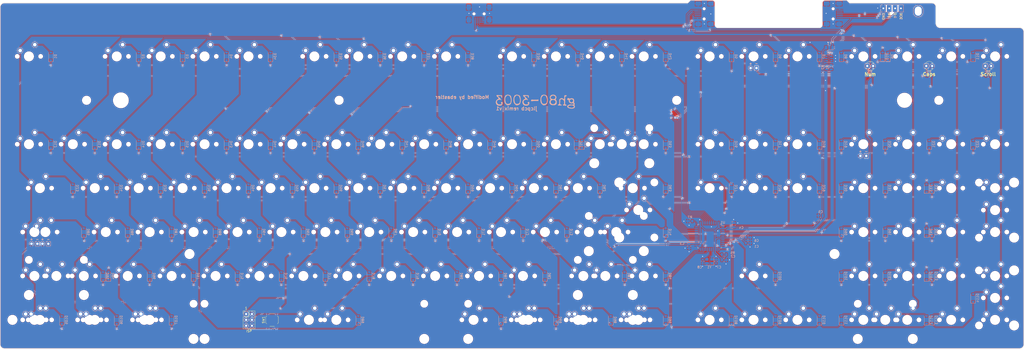
<source format=kicad_pcb>
(kicad_pcb (version 20171130) (host pcbnew 5.1.6)
  (layers (0 F.Cu signal) (31 B.Cu signal) (34 B.Paste user) (35 F.Paste user) (36 B.SilkS user) (37 F.SilkS user) (38 B.Mask user) (39 F.Mask user) (44 Edge.Cuts user))
  (net 0 "")
  (net 1 GND)
  (net 2 VCC)
  (net 3 RST)
  (net 4 SCK)
  (net 5 MOSI)
  (net 6 MISO)
  (net 7 "Net-(D1-Pad2)")
  (net 8 "Net-(D2-Pad2)")
  (net 9 "Net-(D3-Pad2)")
  (net 10 "Net-(D4-Pad2)")
  (net 11 "Net-(D5-Pad2)")
  (net 12 "Net-(D6-Pad2)")
  (net 13 "Net-(D7-Pad2)")
  (net 14 "Net-(D8-Pad2)")
  (net 15 "Net-(D9-Pad2)")
  (net 16 "Net-(D10-Pad2)")
  (net 17 "Net-(D11-Pad2)")
  (net 18 "Net-(D12-Pad2)")
  (net 19 "Net-(D13-Pad2)")
  (net 20 "Net-(D14-Pad2)")
  (net 21 "Net-(D15-Pad2)")
  (net 22 "Net-(D16-Pad2)")
  (net 23 "Net-(D17-Pad2)")
  (net 24 "Net-(D18-Pad2)")
  (net 25 "Net-(D19-Pad2)")
  (net 26 "Net-(D20-Pad2)")
  (net 27 "Net-(D21-Pad2)")
  (net 28 "Net-(D22-Pad2)")
  (net 29 "Net-(D23-Pad2)")
  (net 30 "Net-(D24-Pad2)")
  (net 31 "Net-(D26-Pad2)")
  (net 32 "Net-(D27-Pad2)")
  (net 33 "Net-(D29-Pad2)")
  (net 34 "Net-(D30-Pad2)")
  (net 35 "Net-(D31-Pad2)")
  (net 36 "Net-(D32-Pad2)")
  (net 37 "Net-(D33-Pad2)")
  (net 38 "Net-(D34-Pad2)")
  (net 39 "Net-(D35-Pad2)")
  (net 40 "Net-(D36-Pad2)")
  (net 41 "Net-(D39-Pad2)")
  (net 42 "Net-(D40-Pad2)")
  (net 43 "Net-(D41-Pad2)")
  (net 44 "Net-(D42-Pad2)")
  (net 45 "Net-(D43-Pad2)")
  (net 46 "Net-(D49-Pad2)")
  (net 47 "Net-(D50-Pad2)")
  (net 48 "Net-(D52-Pad2)")
  (net 49 "Net-(D38-Pad2)")
  (net 50 "Net-(D45-Pad2)")
  (net 51 "Net-(D47-Pad2)")
  (net 52 "Net-(D51-Pad2)")
  (net 53 "Net-(D37-Pad2)")
  (net 54 row0)
  (net 55 "Net-(D25-Pad2)")
  (net 56 "Net-(D28-Pad2)")
  (net 57 "Net-(D44-Pad2)")
  (net 58 "Net-(D46-Pad2)")
  (net 59 "Net-(D48-Pad2)")
  (net 60 "Net-(D53-Pad2)")
  (net 61 "Net-(D54-Pad2)")
  (net 62 "Net-(D55-Pad2)")
  (net 63 "Net-(D56-Pad2)")
  (net 64 "Net-(D57-Pad2)")
  (net 65 "Net-(D58-Pad2)")
  (net 66 "Net-(D59-Pad2)")
  (net 67 "Net-(D60-Pad2)")
  (net 68 "Net-(D61-Pad2)")
  (net 69 "Net-(D62-Pad2)")
  (net 70 "Net-(D63-Pad2)")
  (net 71 "Net-(D64-Pad2)")
  (net 72 "Net-(D65-Pad2)")
  (net 73 "Net-(D66-Pad2)")
  (net 74 "Net-(D67-Pad2)")
  (net 75 "Net-(D68-Pad2)")
  (net 76 "Net-(D69-Pad2)")
  (net 77 "Net-(D70-Pad2)")
  (net 78 "Net-(D71-Pad2)")
  (net 79 "Net-(D72-Pad2)")
  (net 80 "Net-(D73-Pad2)")
  (net 81 "Net-(D74-Pad2)")
  (net 82 "Net-(D75-Pad2)")
  (net 83 "Net-(D76-Pad2)")
  (net 84 "Net-(D77-Pad2)")
  (net 85 "Net-(D78-Pad2)")
  (net 86 "Net-(D79-Pad2)")
  (net 87 "Net-(D80-Pad2)")
  (net 88 "Net-(D81-Pad2)")
  (net 89 "Net-(D82-Pad2)")
  (net 90 "Net-(D83-Pad2)")
  (net 91 "Net-(D84-Pad2)")
  (net 92 "Net-(D85-Pad2)")
  (net 93 "Net-(D86-Pad2)")
  (net 94 "Net-(D87-Pad2)")
  (net 95 "Net-(D88-Pad2)")
  (net 96 "Net-(D89-Pad2)")
  (net 97 "Net-(D91-Pad2)")
  (net 98 "Net-(D92-Pad2)")
  (net 99 "Net-(D93-Pad2)")
  (net 100 "Net-(D94-Pad2)")
  (net 101 "Net-(D95-Pad2)")
  (net 102 "Net-(D96-Pad2)")
  (net 103 "Net-(D97-Pad2)")
  (net 104 "Net-(D98-Pad2)")
  (net 105 "Net-(D101-Pad2)")
  (net 106 "Net-(D103-Pad2)")
  (net 107 "Net-(D104-Pad2)")
  (net 108 "Net-(D105-Pad2)")
  (net 109 "Net-(D106-Pad2)")
  (net 110 "Net-(D107-Pad2)")
  (net 111 "Net-(D108-Pad2)")
  (net 112 "Net-(D109-Pad2)")
  (net 113 "Net-(D110-Pad2)")
  (net 114 row7)
  (net 115 row8)
  (net 116 row9)
  (net 117 row10)
  (net 118 LED-NUMLOCK)
  (net 119 LED-CAPSLOCK)
  (net 120 LED-SCROLLOCK)
  (net 121 D+)
  (net 122 D-)
  (net 123 "Net-(D90-Pad2)")
  (net 124 "Net-(D111-Pad2)")
  (net 125 "Net-(D112-Pad2)")
  (net 126 "Net-(D113-Pad2)")
  (net 127 "Net-(D114-Pad2)")
  (net 128 row3)
  (net 129 row1)
  (net 130 row4)
  (net 131 row2)
  (net 132 row5)
  (net 133 row6)
  (net 134 col0)
  (net 135 col1)
  (net 136 col2)
  (net 137 col3)
  (net 138 col6)
  (net 139 col7)
  (net 140 col9)
  (net 141 col10)
  (net 142 "Net-(L1-1-Pad1)")
  (net 143 "Net-(L2-1-Pad1)")
  (net 144 "Net-(L3-1-Pad1)")
  (net 145 "Net-(J4-Pad4)")
  (net 146 "Net-(U1-Pad42)")
  (net 147 +5V)
  (net 148 "Net-(U2-Pad6)")
  (net 149 "Net-(U2-Pad3)")
  (net 150 "Net-(C6-Pad1)")
  (net 151 "Net-(C7-Pad1)")
  (net 152 "Net-(C8-Pad1)")
  (net 153 "Net-(D99-Pad2)")
  (net 154 "Net-(D100-Pad2)")
  (net 155 "Net-(D102-Pad2)")
  (net 156 "Net-(J2-Pad4)")
  (net 157 "Net-(J3-Pad4)")
  (net 158 "Net-(R1-Pad2)")
  (net 159 "Net-(R2-Pad2)")
  (net 160 "Net-(R7-Pad1)")
  (module Keeb_switches:CHERRY_PLATE_100H (layer F.Cu) (at 304.80128 9.525)
    (fp_text reference K5 hide)
    (fp_text value KEYSW hide)
    (pad HOLE np_thru_hole circle (at 5.08 0) (size 1.7018 1.7018) (drill 1.7018) (layers *.Cu *.Mask))
    (pad HOLE np_thru_hole circle (at -5.08 0) (size 1.7018 1.7018) (drill 1.7018) (layers *.Cu *.Mask))
    (pad HOLE np_thru_hole circle (at 0 0) (size 3.9878 3.9878) (drill 3.9878) (layers *.Cu *.Mask))
    (pad 2 thru_hole circle (at -3.81 -2.54) (size 2.286 2.286) (drill 1.4986) (layers *.Cu *.Mask) (net 6 MISO))
    (pad 1 thru_hole circle (at 2.54 -5.08) (size 2.286 2.286) (drill 1.4986) (layers *.Cu *.Mask) (net 11 "Net-(D5-Pad2)"))
  )
  (module Package_TO_SOT_SMD:SOT-23-6 (layer B.Cu) (at 356.553301 10.450601 180)
    (fp_text reference U2 (at 0 2.9) (layer B.SilkS) (effects (justify mirror)))
    (fp_text value SRV05-4)
    (pad 5 smd rect (at 1.1 0 180) (size 1.06 0.65) (layers B.Cu B.Paste B.Mask) (net 147 +5V))
    (pad 6 smd rect (at 1.1 0.95 180) (size 1.06 0.65) (layers B.Cu B.Paste B.Mask) (net 148 "Net-(U2-Pad6)"))
    (pad 4 smd rect (at 1.1 -0.95 180) (size 1.06 0.65) (layers B.Cu B.Paste B.Mask) (net 122 D-))
    (pad 3 smd rect (at -1.1 -0.95 180) (size 1.06 0.65) (layers B.Cu B.Paste B.Mask) (net 149 "Net-(U2-Pad3)"))
    (pad 2 smd rect (at -1.1 0 180) (size 1.06 0.65) (layers B.Cu B.Paste B.Mask) (net 1 GND))
    (pad 1 smd rect (at -1.1 0.95 180) (size 1.06 0.65) (layers B.Cu B.Paste B.Mask) (net 121 D+))
  )
  (module Fuse:Fuse_1206_3216Metric (layer B.Cu) (at 356.6892 5.7404 180)
    (fp_text reference F1 (at 0 1.82) (layer B.SilkS) (effects (justify mirror)))
    (fp_text value Fuse)
    (pad 2 smd roundrect (at 1.4 0 180) (size 1.25 1.75) (layers B.Cu B.Paste B.Mask) (roundrect_rratio 0.2) (net 147 +5V))
    (pad 1 smd roundrect (at -1.4 0 180) (size 1.25 1.75) (layers B.Cu B.Paste B.Mask) (roundrect_rratio 0.2) (net 2 VCC))
  )
  (module Resistor_SMD:R_0805_2012Metric (layer B.Cu) (at 425.648795 17.85939 180)
    (fp_text reference R6 (at 0 1.65) (layer B.SilkS) (effects (justify mirror)))
    (fp_text value 1k)
    (pad 2 smd roundrect (at 0.9375 0 180) (size 0.975 1.4) (layers B.Cu B.Paste B.Mask) (net 144 "Net-(L3-1-Pad1)"))
    (pad 1 smd roundrect (at -0.9375 0 180) (size 0.975 1.4) (layers B.Cu B.Paste B.Mask) (net 120 LED-SCROLLOCK))
  )
  (module Resistor_SMD:R_0805_2012Metric (layer B.Cu) (at 400.050336 17.85939 180)
    (fp_text reference R4 (at 0 1.65) (layer B.SilkS) (effects (justify mirror)))
    (fp_text value 1k)
    (pad 2 smd roundrect (at 0.9375 0 180) (size 0.975 1.4) (layers B.Cu B.Paste B.Mask) (net 143 "Net-(L2-1-Pad1)"))
    (pad 1 smd roundrect (at -0.9375 0 180) (size 0.975 1.4) (layers B.Cu B.Paste B.Mask) (net 119 LED-CAPSLOCK))
  )
  (module Resistor_SMD:R_0805_2012Metric (layer B.Cu) (at 374.451877 17.85939 180)
    (fp_text reference R3 (at 0 1.65) (layer B.SilkS) (effects (justify mirror)))
    (fp_text value 1k)
    (pad 2 smd roundrect (at 0.9375 0 180) (size 0.975 1.4) (layers B.Cu B.Paste B.Mask) (net 142 "Net-(L1-1-Pad1)"))
    (pad 1 smd roundrect (at -0.9375 0 180) (size 0.975 1.4) (layers B.Cu B.Paste B.Mask) (net 118 LED-NUMLOCK))
  )
  (module Resistor_SMD:R_0805_2012Metric (layer B.Cu) (at 357.569301 14.235201 270)
    (fp_text reference R1 (at 0 1.65 90) (layer B.SilkS) (effects (justify mirror)))
    (fp_text value 22)
    (pad 2 smd roundrect (at 0.9375 0 270) (size 0.975 1.4) (layers B.Cu B.Paste B.Mask) (net 158 "Net-(R1-Pad2)"))
    (pad 1 smd roundrect (at -0.9375 0 270) (size 0.975 1.4) (layers B.Cu B.Paste B.Mask) (net 121 D+))
  )
  (module Resistor_SMD:R_0805_2012Metric (layer B.Cu) (at 355.537301 14.235201 270)
    (fp_text reference R2 (at 0 1.65 90) (layer B.SilkS) (effects (justify mirror)))
    (fp_text value 22)
    (pad 2 smd roundrect (at 0.9375 0 270) (size 0.975 1.4) (layers B.Cu B.Paste B.Mask) (net 159 "Net-(R2-Pad2)"))
    (pad 1 smd roundrect (at -0.9375 0 270) (size 0.975 1.4) (layers B.Cu B.Paste B.Mask) (net 122 D-))
  )
  (module Resistor_SMD:R_0805_2012Metric (layer B.Cu) (at 296.291 80.962568 180)
    (fp_text reference R7 (at 0 1.65) (layer B.SilkS) (effects (justify mirror)))
    (fp_text value 10k)
    (pad 2 smd roundrect (at 0.9375 0 180) (size 0.975 1.4) (layers B.Cu B.Paste B.Mask) (net 1 GND))
    (pad 1 smd roundrect (at -0.9375 0 180) (size 0.975 1.4) (layers B.Cu B.Paste B.Mask) (net 160 "Net-(R7-Pad1)"))
  )
  (module Resistor_SMD:R_0805_2012Metric (layer B.Cu) (at 311.066 95.476748 180)
    (fp_text reference R5 (at -3.767 0.734748) (layer B.SilkS) (effects (justify mirror)))
    (fp_text value 10k)
    (pad 2 smd roundrect (at 0.9375 0 180) (size 0.975 1.4) (layers B.Cu B.Paste B.Mask) (net 3 RST))
    (pad 1 smd roundrect (at -0.9375 0 180) (size 0.975 1.4) (layers B.Cu B.Paste B.Mask) (net 147 +5V))
  )
  (module Capacitor_SMD:C_0805_2012Metric (layer B.Cu) (at 321.46902 88.106324)
    (fp_text reference C6 (at 3.65098 1.301676 180) (layer B.SilkS) (effects (justify mirror)))
    (fp_text value 1u)
    (pad 2 smd roundrect (at 0.9375 0) (size 0.975 1.4) (layers B.Cu B.Paste B.Mask) (net 1 GND))
    (pad 1 smd roundrect (at -0.9375 0) (size 0.975 1.4) (layers B.Cu B.Paste B.Mask) (net 150 "Net-(C6-Pad1)"))
  )
  (module Capacitor_SMD:C_0805_2012Metric (layer B.Cu) (at 352.925296 78.581316 180)
    (fp_text reference C5 (at 0 1.65) (layer B.SilkS) (effects (justify mirror)))
    (fp_text value 4.7u)
    (pad 2 smd roundrect (at 0.9375 0 180) (size 0.975 1.4) (layers B.Cu B.Paste B.Mask) (net 1 GND))
    (pad 1 smd roundrect (at -0.9375 0 180) (size 0.975 1.4) (layers B.Cu B.Paste B.Mask) (net 147 +5V))
  )
  (module Capacitor_SMD:C_0805_2012Metric (layer B.Cu) (at 315.28 82.7255 90)
    (fp_text reference C4 (at -1.0945 3.236) (layer B.SilkS) (effects (justify mirror)))
    (fp_text value 0.1u)
    (pad 2 smd roundrect (at 0.9375 0 90) (size 0.975 1.4) (layers B.Cu B.Paste B.Mask) (net 1 GND))
    (pad 1 smd roundrect (at -0.9375 0 90) (size 0.975 1.4) (layers B.Cu B.Paste B.Mask) (net 147 +5V))
  )
  (module Capacitor_SMD:C_0805_2012Metric (layer B.Cu) (at 295.91 91.84 270)
    (fp_text reference C3 (at -1.162 3.048 180) (layer B.SilkS) (effects (justify mirror)))
    (fp_text value 0.1u)
    (pad 2 smd roundrect (at 0.9375 0 270) (size 0.975 1.4) (layers B.Cu B.Paste B.Mask) (net 1 GND))
    (pad 1 smd roundrect (at -0.9375 0 270) (size 0.975 1.4) (layers B.Cu B.Paste B.Mask) (net 147 +5V))
  )
  (module Capacitor_SMD:C_0805_2012Metric (layer B.Cu) (at 311.066 97.858)
    (fp_text reference C2 (at 3.894 -1.592 180) (layer B.SilkS) (effects (justify mirror)))
    (fp_text value 0.1u)
    (pad 2 smd roundrect (at 0.9375 0) (size 0.975 1.4) (layers B.Cu B.Paste B.Mask) (net 1 GND))
    (pad 1 smd roundrect (at -0.9375 0) (size 0.975 1.4) (layers B.Cu B.Paste B.Mask) (net 147 +5V))
  )
  (module Capacitor_SMD:C_0805_2012Metric (layer B.Cu) (at 321.46902 90.487576)
    (fp_text reference C1 (at 3.65098 1.460424 180) (layer B.SilkS) (effects (justify mirror)))
    (fp_text value 0.1u)
    (pad 2 smd roundrect (at 0.9375 0) (size 0.975 1.4) (layers B.Cu B.Paste B.Mask) (net 1 GND))
    (pad 1 smd roundrect (at -0.9375 0) (size 0.975 1.4) (layers B.Cu B.Paste B.Mask) (net 147 +5V))
  )
  (module Keeb_switches:CHERRY_PLATE_100H (layer F.Cu) (at 238.125 9.525)
    (fp_text reference K40 hide)
    (fp_text value KEYSW hide)
    (pad HOLE np_thru_hole circle (at 5.08 0) (size 1.7018 1.7018) (drill 1.7018) (layers *.Cu *.Mask))
    (pad HOLE np_thru_hole circle (at -5.08 0) (size 1.7018 1.7018) (drill 1.7018) (layers *.Cu *.Mask))
    (pad HOLE np_thru_hole circle (at 0 0) (size 3.9878 3.9878) (drill 3.9878) (layers *.Cu *.Mask))
    (pad 2 thru_hole circle (at -3.81 -2.54) (size 2.286 2.286) (drill 1.4986) (layers *.Cu *.Mask) (net 4 SCK))
    (pad 1 thru_hole circle (at 2.54 -5.08) (size 2.286 2.286) (drill 1.4986) (layers *.Cu *.Mask) (net 42 "Net-(D40-Pad2)"))
  )
  (module Keeb_switches:CHERRY_PLATE_100H (layer F.Cu) (at 428.6268 9.52504)
    (fp_text reference K11 hide)
    (fp_text value KEYSW hide)
    (pad HOLE np_thru_hole circle (at 5.08 0) (size 1.7018 1.7018) (drill 1.7018) (layers *.Cu *.Mask))
    (pad HOLE np_thru_hole circle (at -5.08 0) (size 1.7018 1.7018) (drill 1.7018) (layers *.Cu *.Mask))
    (pad HOLE np_thru_hole circle (at 0 0) (size 3.9878 3.9878) (drill 3.9878) (layers *.Cu *.Mask))
    (pad 2 thru_hole circle (at -3.81 -2.54) (size 2.286 2.286) (drill 1.4986) (layers *.Cu *.Mask) (net 17 "Net-(D11-Pad2)"))
    (pad 1 thru_hole circle (at 2.54 -5.08) (size 2.286 2.286) (drill 1.4986) (layers *.Cu *.Mask) (net 141 col10))
  )
  (module Keeb_switches:CHERRY_PLATE_100H (layer F.Cu) (at 390.525 47.625)
    (fp_text reference K20 hide)
    (fp_text value KEYSW hide)
    (pad HOLE np_thru_hole circle (at 5.08 0) (size 1.7018 1.7018) (drill 1.7018) (layers *.Cu *.Mask))
    (pad HOLE np_thru_hole circle (at -5.08 0) (size 1.7018 1.7018) (drill 1.7018) (layers *.Cu *.Mask))
    (pad HOLE np_thru_hole circle (at 0 0) (size 3.9878 3.9878) (drill 3.9878) (layers *.Cu *.Mask))
    (pad 2 thru_hole circle (at -3.81 -2.54) (size 2.286 2.286) (drill 1.4986) (layers *.Cu *.Mask) (net 26 "Net-(D20-Pad2)"))
    (pad 1 thru_hole circle (at 2.54 -5.08) (size 2.286 2.286) (drill 1.4986) (layers *.Cu *.Mask) (net 4 SCK))
  )
  (module Keeb_switches:CHERRY_PLATE_100H (layer F.Cu) (at 219.07592 47.6252)
    (fp_text reference K50 hide)
    (fp_text value KEYSW hide)
    (pad HOLE np_thru_hole circle (at 5.08 0) (size 1.7018 1.7018) (drill 1.7018) (layers *.Cu *.Mask))
    (pad HOLE np_thru_hole circle (at -5.08 0) (size 1.7018 1.7018) (drill 1.7018) (layers *.Cu *.Mask))
    (pad HOLE np_thru_hole circle (at 0 0) (size 3.9878 3.9878) (drill 3.9878) (layers *.Cu *.Mask))
    (pad 2 thru_hole circle (at -3.81 -2.54) (size 2.286 2.286) (drill 1.4986) (layers *.Cu *.Mask) (net 139 col7))
    (pad 1 thru_hole circle (at 2.54 -5.08) (size 2.286 2.286) (drill 1.4986) (layers *.Cu *.Mask) (net 47 "Net-(D50-Pad2)"))
  )
  (module Keeb_switches:CHERRY_PLATE_100H (layer F.Cu) (at 57.15 66.675)
    (fp_text reference K25 hide)
    (fp_text value KEYSW hide)
    (pad HOLE np_thru_hole circle (at 5.08 0) (size 1.7018 1.7018) (drill 1.7018) (layers *.Cu *.Mask))
    (pad HOLE np_thru_hole circle (at -5.08 0) (size 1.7018 1.7018) (drill 1.7018) (layers *.Cu *.Mask))
    (pad HOLE np_thru_hole circle (at 0 0) (size 3.9878 3.9878) (drill 3.9878) (layers *.Cu *.Mask))
    (pad 2 thru_hole circle (at -3.81 -2.54) (size 2.286 2.286) (drill 1.4986) (layers *.Cu *.Mask) (net 136 col2))
    (pad 1 thru_hole circle (at 2.54 -5.08) (size 2.286 2.286) (drill 1.4986) (layers *.Cu *.Mask) (net 55 "Net-(D25-Pad2)"))
  )
  (module Keeb_switches:CHERRY_PLATE_100H (layer F.Cu) (at 304.8 66.675)
    (fp_text reference K27 hide)
    (fp_text value KEYSW hide)
    (pad HOLE np_thru_hole circle (at 5.08 0) (size 1.7018 1.7018) (drill 1.7018) (layers *.Cu *.Mask))
    (pad HOLE np_thru_hole circle (at -5.08 0) (size 1.7018 1.7018) (drill 1.7018) (layers *.Cu *.Mask))
    (pad HOLE np_thru_hole circle (at 0 0) (size 3.9878 3.9878) (drill 3.9878) (layers *.Cu *.Mask))
    (pad 2 thru_hole circle (at -3.81 -2.54) (size 2.286 2.286) (drill 1.4986) (layers *.Cu *.Mask) (net 6 MISO))
    (pad 1 thru_hole circle (at 2.54 -5.08) (size 2.286 2.286) (drill 1.4986) (layers *.Cu *.Mask) (net 32 "Net-(D27-Pad2)"))
  )
  (module Keeb_switches:CHERRY_PLATE_100H (layer F.Cu) (at 409.575 66.675)
    (fp_text reference K32 hide)
    (fp_text value KEYSW hide)
    (pad HOLE np_thru_hole circle (at 5.08 0) (size 1.7018 1.7018) (drill 1.7018) (layers *.Cu *.Mask))
    (pad HOLE np_thru_hole circle (at -5.08 0) (size 1.7018 1.7018) (drill 1.7018) (layers *.Cu *.Mask))
    (pad HOLE np_thru_hole circle (at 0 0) (size 3.9878 3.9878) (drill 3.9878) (layers *.Cu *.Mask))
    (pad 2 thru_hole circle (at -3.81 -2.54) (size 2.286 2.286) (drill 1.4986) (layers *.Cu *.Mask) (net 36 "Net-(D32-Pad2)"))
    (pad 1 thru_hole circle (at 2.54 -5.08) (size 2.286 2.286) (drill 1.4986) (layers *.Cu *.Mask) (net 140 col9))
  )
  (module Keeb_switches:CHERRY_PLATE_175H (layer F.Cu) (at 16.66875 85.725)
    (fp_text reference K85 hide)
    (fp_text value KEYSW hide)
    (pad HOLE np_thru_hole circle (at 5.08 0) (size 1.7018 1.7018) (drill 1.7018) (layers *.Cu *.Mask))
    (pad HOLE np_thru_hole circle (at -5.08 0) (size 1.7018 1.7018) (drill 1.7018) (layers *.Cu *.Mask))
    (pad HOLE np_thru_hole circle (at 0 0) (size 3.9878 3.9878) (drill 3.9878) (layers *.Cu *.Mask))
    (pad 2 thru_hole circle (at -3.81 -2.54) (size 2.286 2.286) (drill 1.4986) (layers *.Cu *.Mask) (net 134 col0))
    (pad 1 thru_hole circle (at 2.54 -5.08) (size 2.286 2.286) (drill 1.4986) (layers *.Cu *.Mask) (net 92 "Net-(D85-Pad2)"))
  )
  (module Keeb_switches:CHERRY_PLATE_100H (layer F.Cu) (at 323.85 104.775)
    (fp_text reference K100 hide)
    (fp_text value KEYSW hide)
    (pad HOLE np_thru_hole circle (at 5.08 0) (size 1.7018 1.7018) (drill 1.7018) (layers *.Cu *.Mask))
    (pad HOLE np_thru_hole circle (at -5.08 0) (size 1.7018 1.7018) (drill 1.7018) (layers *.Cu *.Mask))
    (pad HOLE np_thru_hole circle (at 0 0) (size 3.9878 3.9878) (drill 3.9878) (layers *.Cu *.Mask))
    (pad 2 thru_hole circle (at -3.81 -2.54) (size 2.286 2.286) (drill 1.4986) (layers *.Cu *.Mask) (net 138 col6))
    (pad 1 thru_hole circle (at 2.54 -5.08) (size 2.286 2.286) (drill 1.4986) (layers *.Cu *.Mask) (net 154 "Net-(D100-Pad2)"))
  )
  (module Keeb_switches:CHERRY_PLATE_100H (layer F.Cu) (at 204.7875 104.775)
    (fp_text reference K81 hide)
    (fp_text value KEYSW hide)
    (pad HOLE np_thru_hole circle (at 5.08 0) (size 1.7018 1.7018) (drill 1.7018) (layers *.Cu *.Mask))
    (pad HOLE np_thru_hole circle (at -5.08 0) (size 1.7018 1.7018) (drill 1.7018) (layers *.Cu *.Mask))
    (pad HOLE np_thru_hole circle (at 0 0) (size 3.9878 3.9878) (drill 3.9878) (layers *.Cu *.Mask))
    (pad 2 thru_hole circle (at -3.81 -2.54) (size 2.286 2.286) (drill 1.4986) (layers *.Cu *.Mask) (net 139 col7))
    (pad 1 thru_hole circle (at 2.54 -5.08) (size 2.286 2.286) (drill 1.4986) (layers *.Cu *.Mask) (net 88 "Net-(D81-Pad2)"))
  )
  (module Crystal:Crystal_SMD_3225-4Pin_3.2x2.5mm (layer B.Cu) (at 304.673 98.425 180)
    (fp_text reference Y1 (at 0 -2.54) (layer B.SilkS) (effects (justify mirror)))
    (fp_text value Crystal_GND24_Small)
    (pad 4 smd rect (at -1.1 0.85 180) (size 1.4 1.2) (layers B.Cu B.Paste B.Mask) (net 1 GND))
    (pad 3 smd rect (at 1.1 0.85 180) (size 1.4 1.2) (layers B.Cu B.Paste B.Mask) (net 152 "Net-(C8-Pad1)"))
    (pad 2 smd rect (at 1.1 -0.85 180) (size 1.4 1.2) (layers B.Cu B.Paste B.Mask) (net 1 GND))
    (pad 1 smd rect (at -1.1 -0.85 180) (size 1.4 1.2) (layers B.Cu B.Paste B.Mask) (net 151 "Net-(C7-Pad1)"))
  )
  (module Diode_SMD:D_SOD-123 (layer B.Cu) (at 419.100352 9.525008 90)
    (fp_text reference D11 (at 0 2 270) (layer B.SilkS) (effects (justify mirror)))
    (fp_text value 1N4148)
    (pad 2 smd rect (at 1.65 0 90) (size 0.9 1.2) (layers B.Cu B.Paste B.Mask) (net 17 "Net-(D11-Pad2)"))
    (pad 1 smd rect (at -1.65 0 90) (size 0.9 1.2) (layers B.Cu B.Paste B.Mask) (net 54 row0))
  )
  (module Diode_SMD:D_SOD-123 (layer B.Cu) (at 379.809694 9.525008 90)
    (fp_text reference D10 (at 0 2 270) (layer B.SilkS) (effects (justify mirror)))
    (fp_text value 1N4148)
    (pad 2 smd rect (at 1.65 0 90) (size 0.9 1.2) (layers B.Cu B.Paste B.Mask) (net 16 "Net-(D10-Pad2)"))
    (pad 1 smd rect (at -1.65 0 90) (size 0.9 1.2) (layers B.Cu B.Paste B.Mask) (net 54 row0))
  )
  (module Diode_SMD:D_SOD-123 (layer B.Cu) (at 382.190946 9.525008 90)
    (fp_text reference D9 (at 0 2 270) (layer B.SilkS) (effects (justify mirror)))
    (fp_text value 1N4148)
    (pad 2 smd rect (at 1.65 0 90) (size 0.9 1.2) (layers B.Cu B.Paste B.Mask) (net 15 "Net-(D9-Pad2)"))
    (pad 1 smd rect (at -1.65 0 90) (size 0.9 1.2) (layers B.Cu B.Paste B.Mask) (net 54 row0))
  )
  (module Diode_SMD:D_SOD-123 (layer B.Cu) (at 361.950304 9.525008 90)
    (fp_text reference D8 (at 0 2 270) (layer B.SilkS) (effects (justify mirror)))
    (fp_text value 1N4148)
    (pad 2 smd rect (at 1.65 0 90) (size 0.9 1.2) (layers B.Cu B.Paste B.Mask) (net 14 "Net-(D8-Pad2)"))
    (pad 1 smd rect (at -1.65 0 90) (size 0.9 1.2) (layers B.Cu B.Paste B.Mask) (net 54 row0))
  )
  (module Diode_SMD:D_SOD-123 (layer B.Cu) (at 419.100352 114.300096 90)
    (fp_text reference D114 (at 0 2 270) (layer B.SilkS) (effects (justify mirror)))
    (fp_text value 1N4148)
    (pad 2 smd rect (at 1.65 0 90) (size 0.9 1.2) (layers B.Cu B.Paste B.Mask) (net 127 "Net-(D114-Pad2)"))
    (pad 1 smd rect (at -1.65 0 90) (size 0.9 1.2) (layers B.Cu B.Paste B.Mask) (net 117 row10))
  )
  (module Diode_SMD:D_SOD-123 (layer B.Cu) (at 401.240962 123.825104 90)
    (fp_text reference D113 (at 0 2 270) (layer B.SilkS) (effects (justify mirror)))
    (fp_text value 1N4148)
    (pad 2 smd rect (at 1.65 0 90) (size 0.9 1.2) (layers B.Cu B.Paste B.Mask) (net 126 "Net-(D113-Pad2)"))
    (pad 1 smd rect (at -1.65 0 90) (size 0.9 1.2) (layers B.Cu B.Paste B.Mask) (net 117 row10))
  )
  (module Diode_SMD:D_SOD-123 (layer B.Cu) (at 398.85971 123.825104 90)
    (fp_text reference D112 (at 0 2 270) (layer B.SilkS) (effects (justify mirror)))
    (fp_text value 1N4148)
    (pad 2 smd rect (at 1.65 0 90) (size 0.9 1.2) (layers B.Cu B.Paste B.Mask) (net 125 "Net-(D112-Pad2)"))
    (pad 1 smd rect (at -1.65 0 90) (size 0.9 1.2) (layers B.Cu B.Paste B.Mask) (net 117 row10))
  )
  (module Diode_SMD:D_SOD-123 (layer B.Cu) (at 361.950304 123.825104 90)
    (fp_text reference D111 (at 0 2 270) (layer B.SilkS) (effects (justify mirror)))
    (fp_text value 1N4148)
    (pad 2 smd rect (at 1.65 0 90) (size 0.9 1.2) (layers B.Cu B.Paste B.Mask) (net 124 "Net-(D111-Pad2)"))
    (pad 1 smd rect (at -1.65 0 90) (size 0.9 1.2) (layers B.Cu B.Paste B.Mask) (net 117 row10))
  )
  (module Diode_SMD:D_SOD-123 (layer B.Cu) (at 352.425296 123.825104 90)
    (fp_text reference D110 (at 0 2 270) (layer B.SilkS) (effects (justify mirror)))
    (fp_text value 1N4148)
    (pad 2 smd rect (at 1.65 0 90) (size 0.9 1.2) (layers B.Cu B.Paste B.Mask) (net 113 "Net-(D110-Pad2)"))
    (pad 1 smd rect (at -1.65 0 90) (size 0.9 1.2) (layers B.Cu B.Paste B.Mask) (net 117 row10))
  )
  (module Diode_SMD:D_SOD-123 (layer B.Cu) (at 333.37528 123.825104 90)
    (fp_text reference D109 (at 0 2 270) (layer B.SilkS) (effects (justify mirror)))
    (fp_text value 1N4148)
    (pad 2 smd rect (at 1.65 0 90) (size 0.9 1.2) (layers B.Cu B.Paste B.Mask) (net 112 "Net-(D109-Pad2)"))
    (pad 1 smd rect (at -1.65 0 90) (size 0.9 1.2) (layers B.Cu B.Paste B.Mask) (net 117 row10))
  )
  (module Diode_SMD:D_SOD-123 (layer B.Cu) (at 314.325264 123.825104 90)
    (fp_text reference D108 (at 0 2 270) (layer B.SilkS) (effects (justify mirror)))
    (fp_text value 1N4148)
    (pad 2 smd rect (at 1.65 0 90) (size 0.9 1.2) (layers B.Cu B.Paste B.Mask) (net 111 "Net-(D108-Pad2)"))
    (pad 1 smd rect (at -1.65 0 90) (size 0.9 1.2) (layers B.Cu B.Paste B.Mask) (net 117 row10))
  )
  (module Diode_SMD:D_SOD-123 (layer B.Cu) (at 285.75024 123.825104 90)
    (fp_text reference D99 (at 0 2 270) (layer B.SilkS) (effects (justify mirror)))
    (fp_text value 1N4148)
    (pad 2 smd rect (at 1.65 0 90) (size 0.9 1.2) (layers B.Cu B.Paste B.Mask) (net 153 "Net-(D99-Pad2)"))
    (pad 1 smd rect (at -1.65 0 90) (size 0.9 1.2) (layers B.Cu B.Paste B.Mask) (net 116 row9))
  )
  (module Diode_SMD:D_SOD-123 (layer B.Cu) (at 261.93772 123.825104 90)
    (fp_text reference D98 (at 0 2 270) (layer B.SilkS) (effects (justify mirror)))
    (fp_text value 1N4148)
    (pad 2 smd rect (at 1.65 0 90) (size 0.9 1.2) (layers B.Cu B.Paste B.Mask) (net 104 "Net-(D98-Pad2)"))
    (pad 1 smd rect (at -1.65 0 90) (size 0.9 1.2) (layers B.Cu B.Paste B.Mask) (net 116 row9))
  )
  (module Diode_SMD:D_SOD-123 (layer B.Cu) (at 238.1252 123.825104 90)
    (fp_text reference D69 (at 0 2 270) (layer B.SilkS) (effects (justify mirror)))
    (fp_text value 1N4148)
    (pad 2 smd rect (at 1.65 0 90) (size 0.9 1.2) (layers B.Cu B.Paste B.Mask) (net 76 "Net-(D69-Pad2)"))
    (pad 1 smd rect (at -1.65 0 90) (size 0.9 1.2) (layers B.Cu B.Paste B.Mask) (net 133 row6))
  )
  (module Diode_SMD:D_SOD-123 (layer B.Cu) (at 214.31268 123.825104 90)
    (fp_text reference D68 (at 0 2 270) (layer B.SilkS) (effects (justify mirror)))
    (fp_text value 1N4148)
    (pad 2 smd rect (at 1.65 0 90) (size 0.9 1.2) (layers B.Cu B.Paste B.Mask) (net 75 "Net-(D68-Pad2)"))
    (pad 1 smd rect (at -1.65 0 90) (size 0.9 1.2) (layers B.Cu B.Paste B.Mask) (net 133 row6))
  )
  (module Diode_SMD:D_SOD-123 (layer B.Cu) (at 152.400128 123.825104 90)
    (fp_text reference D89 (at 0 2 270) (layer B.SilkS) (effects (justify mirror)))
    (fp_text value 1N4148)
    (pad 2 smd rect (at 1.65 0 90) (size 0.9 1.2) (layers B.Cu B.Paste B.Mask) (net 96 "Net-(D89-Pad2)"))
    (pad 1 smd rect (at -1.65 0 90) (size 0.9 1.2) (layers B.Cu B.Paste B.Mask) (net 115 row8))
  )
  (module Diode_SMD:D_SOD-123 (layer B.Cu) (at 71.43756 123.825104 90)
    (fp_text reference D107 (at 0 2 270) (layer B.SilkS) (effects (justify mirror)))
    (fp_text value 1N4148)
    (pad 2 smd rect (at 1.65 0 90) (size 0.9 1.2) (layers B.Cu B.Paste B.Mask) (net 110 "Net-(D107-Pad2)"))
    (pad 1 smd rect (at -1.65 0 90) (size 0.9 1.2) (layers B.Cu B.Paste B.Mask) (net 117 row10))
  )
  (module Diode_SMD:D_SOD-123 (layer B.Cu) (at 47.62504 123.825104 90)
    (fp_text reference D106 (at 0 2 270) (layer B.SilkS) (effects (justify mirror)))
    (fp_text value 1N4148)
    (pad 2 smd rect (at 1.65 0 90) (size 0.9 1.2) (layers B.Cu B.Paste B.Mask) (net 109 "Net-(D106-Pad2)"))
    (pad 1 smd rect (at -1.65 0 90) (size 0.9 1.2) (layers B.Cu B.Paste B.Mask) (net 117 row10))
  )
  (module Diode_SMD:D_SOD-123 (layer B.Cu) (at 23.81252 123.825104 90)
    (fp_text reference D105 (at 0 2 270) (layer B.SilkS) (effects (justify mirror)))
    (fp_text value 1N4148)
    (pad 2 smd rect (at 1.65 0 90) (size 0.9 1.2) (layers B.Cu B.Paste B.Mask) (net 108 "Net-(D105-Pad2)"))
    (pad 1 smd rect (at -1.65 0 90) (size 0.9 1.2) (layers B.Cu B.Paste B.Mask) (net 117 row10))
  )
  (module Diode_SMD:D_SOD-123 (layer B.Cu) (at 398.85971 104.775088 90)
    (fp_text reference D104 (at 0 2 270) (layer B.SilkS) (effects (justify mirror)))
    (fp_text value 1N4148)
    (pad 2 smd rect (at 1.65 0 90) (size 0.9 1.2) (layers B.Cu B.Paste B.Mask) (net 107 "Net-(D104-Pad2)"))
    (pad 1 smd rect (at -1.65 0 90) (size 0.9 1.2) (layers B.Cu B.Paste B.Mask) (net 116 row9))
  )
  (module Diode_SMD:D_SOD-123 (layer B.Cu) (at 401.240962 104.775088 90)
    (fp_text reference D103 (at 0 2 270) (layer B.SilkS) (effects (justify mirror)))
    (fp_text value 1N4148)
    (pad 2 smd rect (at 1.65 0 90) (size 0.9 1.2) (layers B.Cu B.Paste B.Mask) (net 106 "Net-(D103-Pad2)"))
    (pad 1 smd rect (at -1.65 0 90) (size 0.9 1.2) (layers B.Cu B.Paste B.Mask) (net 116 row9))
  )
  (module Diode_SMD:D_SOD-123 (layer B.Cu) (at 381.00032 104.775088 90)
    (fp_text reference D102 (at 0 2 270) (layer B.SilkS) (effects (justify mirror)))
    (fp_text value 1N4148)
    (pad 2 smd rect (at 1.65 0 90) (size 0.9 1.2) (layers B.Cu B.Paste B.Mask) (net 155 "Net-(D102-Pad2)"))
    (pad 1 smd rect (at -1.65 0 90) (size 0.9 1.2) (layers B.Cu B.Paste B.Mask) (net 116 row9))
  )
  (module Diode_SMD:D_SOD-123 (layer B.Cu) (at 361.950304 104.775088 90)
    (fp_text reference D101 (at 0 2 270) (layer B.SilkS) (effects (justify mirror)))
    (fp_text value 1N4148)
    (pad 2 smd rect (at 1.65 0 90) (size 0.9 1.2) (layers B.Cu B.Paste B.Mask) (net 105 "Net-(D101-Pad2)"))
    (pad 1 smd rect (at -1.65 0 90) (size 0.9 1.2) (layers B.Cu B.Paste B.Mask) (net 116 row9))
  )
  (module Diode_SMD:D_SOD-123 (layer B.Cu) (at 333.37528 104.775088 90)
    (fp_text reference D100 (at 0 2 270) (layer B.SilkS) (effects (justify mirror)))
    (fp_text value 1N4148)
    (pad 2 smd rect (at 1.65 0 90) (size 0.9 1.2) (layers B.Cu B.Paste B.Mask) (net 154 "Net-(D100-Pad2)"))
    (pad 1 smd rect (at -1.65 0 90) (size 0.9 1.2) (layers B.Cu B.Paste B.Mask) (net 116 row9))
  )
  (module Diode_SMD:D_SOD-123 (layer B.Cu) (at 285.75024 104.775088 90)
    (fp_text reference D84 (at 0 2 270) (layer B.SilkS) (effects (justify mirror)))
    (fp_text value 1N4148)
    (pad 2 smd rect (at 1.65 0 90) (size 0.9 1.2) (layers B.Cu B.Paste B.Mask) (net 91 "Net-(D84-Pad2)"))
    (pad 1 smd rect (at -1.65 0 90) (size 0.9 1.2) (layers B.Cu B.Paste B.Mask) (net 114 row7))
  )
  (module Diode_SMD:D_SOD-123 (layer B.Cu) (at 267.89085 104.775088 90)
    (fp_text reference D83 (at 0 2 270) (layer B.SilkS) (effects (justify mirror)))
    (fp_text value 1N4148)
    (pad 2 smd rect (at 1.65 0 90) (size 0.9 1.2) (layers B.Cu B.Paste B.Mask) (net 90 "Net-(D83-Pad2)"))
    (pad 1 smd rect (at -1.65 0 90) (size 0.9 1.2) (layers B.Cu B.Paste B.Mask) (net 114 row7))
  )
  (module Diode_SMD:D_SOD-123 (layer B.Cu) (at 233.362696 104.775088 90)
    (fp_text reference D82 (at 0 2 270) (layer B.SilkS) (effects (justify mirror)))
    (fp_text value 1N4148)
    (pad 2 smd rect (at 1.65 0 90) (size 0.9 1.2) (layers B.Cu B.Paste B.Mask) (net 89 "Net-(D82-Pad2)"))
    (pad 1 smd rect (at -1.65 0 90) (size 0.9 1.2) (layers B.Cu B.Paste B.Mask) (net 114 row7))
  )
  (module Diode_SMD:D_SOD-123 (layer B.Cu) (at 214.31268 104.775088 90)
    (fp_text reference D81 (at 0 2 270) (layer B.SilkS) (effects (justify mirror)))
    (fp_text value 1N4148)
    (pad 2 smd rect (at 1.65 0 90) (size 0.9 1.2) (layers B.Cu B.Paste B.Mask) (net 88 "Net-(D81-Pad2)"))
    (pad 1 smd rect (at -1.65 0 90) (size 0.9 1.2) (layers B.Cu B.Paste B.Mask) (net 114 row7))
  )
  (module Diode_SMD:D_SOD-123 (layer B.Cu) (at 195.262664 104.775088 90)
    (fp_text reference D80 (at 0 2 270) (layer B.SilkS) (effects (justify mirror)))
    (fp_text value 1N4148)
    (pad 2 smd rect (at 1.65 0 90) (size 0.9 1.2) (layers B.Cu B.Paste B.Mask) (net 87 "Net-(D80-Pad2)"))
    (pad 1 smd rect (at -1.65 0 90) (size 0.9 1.2) (layers B.Cu B.Paste B.Mask) (net 114 row7))
  )
  (module Diode_SMD:D_SOD-123 (layer B.Cu) (at 176.212648 104.775088 90)
    (fp_text reference D79 (at 0 2 270) (layer B.SilkS) (effects (justify mirror)))
    (fp_text value 1N4148)
    (pad 2 smd rect (at 1.65 0 90) (size 0.9 1.2) (layers B.Cu B.Paste B.Mask) (net 86 "Net-(D79-Pad2)"))
    (pad 1 smd rect (at -1.65 0 90) (size 0.9 1.2) (layers B.Cu B.Paste B.Mask) (net 114 row7))
  )
  (module Diode_SMD:D_SOD-123 (layer B.Cu) (at 157.162632 104.775088 90)
    (fp_text reference D78 (at 0 2 270) (layer B.SilkS) (effects (justify mirror)))
    (fp_text value 1N4148)
    (pad 2 smd rect (at 1.65 0 90) (size 0.9 1.2) (layers B.Cu B.Paste B.Mask) (net 85 "Net-(D78-Pad2)"))
    (pad 1 smd rect (at -1.65 0 90) (size 0.9 1.2) (layers B.Cu B.Paste B.Mask) (net 114 row7))
  )
  (module Diode_SMD:D_SOD-123 (layer B.Cu) (at 138.112616 104.775088 90)
    (fp_text reference D77 (at 0 2 270) (layer B.SilkS) (effects (justify mirror)))
    (fp_text value 1N4148)
    (pad 2 smd rect (at 1.65 0 90) (size 0.9 1.2) (layers B.Cu B.Paste B.Mask) (net 84 "Net-(D77-Pad2)"))
    (pad 1 smd rect (at -1.65 0 90) (size 0.9 1.2) (layers B.Cu B.Paste B.Mask) (net 114 row7))
  )
  (module Diode_SMD:D_SOD-123 (layer B.Cu) (at 119.0626 104.775088 90)
    (fp_text reference D76 (at 0 2 270) (layer B.SilkS) (effects (justify mirror)))
    (fp_text value 1N4148)
    (pad 2 smd rect (at 1.65 0 90) (size 0.9 1.2) (layers B.Cu B.Paste B.Mask) (net 83 "Net-(D76-Pad2)"))
    (pad 1 smd rect (at -1.65 0 90) (size 0.9 1.2) (layers B.Cu B.Paste B.Mask) (net 114 row7))
  )
  (module Diode_SMD:D_SOD-123 (layer B.Cu) (at 100.012584 104.775088 90)
    (fp_text reference D75 (at 0 2 270) (layer B.SilkS) (effects (justify mirror)))
    (fp_text value 1N4148)
    (pad 2 smd rect (at 1.65 0 90) (size 0.9 1.2) (layers B.Cu B.Paste B.Mask) (net 82 "Net-(D75-Pad2)"))
    (pad 1 smd rect (at -1.65 0 90) (size 0.9 1.2) (layers B.Cu B.Paste B.Mask) (net 114 row7))
  )
  (module Diode_SMD:D_SOD-123 (layer B.Cu) (at 80.962568 104.775088 90)
    (fp_text reference D97 (at 0 2 270) (layer B.SilkS) (effects (justify mirror)))
    (fp_text value 1N4148)
    (pad 2 smd rect (at 1.65 0 90) (size 0.9 1.2) (layers B.Cu B.Paste B.Mask) (net 103 "Net-(D97-Pad2)"))
    (pad 1 smd rect (at -1.65 0 90) (size 0.9 1.2) (layers B.Cu B.Paste B.Mask) (net 116 row9))
  )
  (module Diode_SMD:D_SOD-123 (layer B.Cu) (at 61.912552 104.775088 90)
    (fp_text reference D96 (at 0 2 270) (layer B.SilkS) (effects (justify mirror)))
    (fp_text value 1N4148)
    (pad 2 smd rect (at 1.65 0 90) (size 0.9 1.2) (layers B.Cu B.Paste B.Mask) (net 102 "Net-(D96-Pad2)"))
    (pad 1 smd rect (at -1.65 0 90) (size 0.9 1.2) (layers B.Cu B.Paste B.Mask) (net 116 row9))
  )
  (module Diode_SMD:D_SOD-123 (layer B.Cu) (at 41.67191 104.775088 90)
    (fp_text reference D95 (at 0 2 270) (layer B.SilkS) (effects (justify mirror)))
    (fp_text value 1N4148)
    (pad 2 smd rect (at 1.65 0 90) (size 0.9 1.2) (layers B.Cu B.Paste B.Mask) (net 101 "Net-(D95-Pad2)"))
    (pad 1 smd rect (at -1.65 0 90) (size 0.9 1.2) (layers B.Cu B.Paste B.Mask) (net 116 row9))
  )
  (module Diode_SMD:D_SOD-123 (layer B.Cu) (at 44.053162 104.775088 90)
    (fp_text reference D94 (at 0 2 270) (layer B.SilkS) (effects (justify mirror)))
    (fp_text value 1N4148)
    (pad 2 smd rect (at 1.65 0 90) (size 0.9 1.2) (layers B.Cu B.Paste B.Mask) (net 100 "Net-(D94-Pad2)"))
    (pad 1 smd rect (at -1.65 0 90) (size 0.9 1.2) (layers B.Cu B.Paste B.Mask) (net 116 row9))
  )
  (module Diode_SMD:D_SOD-123 (layer B.Cu) (at 398.85971 85.725072 90)
    (fp_text reference D93 (at 0 2 270) (layer B.SilkS) (effects (justify mirror)))
    (fp_text value 1N4148)
    (pad 2 smd rect (at 1.65 0 90) (size 0.9 1.2) (layers B.Cu B.Paste B.Mask) (net 99 "Net-(D93-Pad2)"))
    (pad 1 smd rect (at -1.65 0 90) (size 0.9 1.2) (layers B.Cu B.Paste B.Mask) (net 115 row8))
  )
  (module Diode_SMD:D_SOD-123 (layer B.Cu) (at 401.240962 85.725072 90)
    (fp_text reference D92 (at 0 2 270) (layer B.SilkS) (effects (justify mirror)))
    (fp_text value 1N4148)
    (pad 2 smd rect (at 1.65 0 90) (size 0.9 1.2) (layers B.Cu B.Paste B.Mask) (net 98 "Net-(D92-Pad2)"))
    (pad 1 smd rect (at -1.65 0 90) (size 0.9 1.2) (layers B.Cu B.Paste B.Mask) (net 115 row8))
  )
  (module Diode_SMD:D_SOD-123 (layer B.Cu) (at 381.00032 85.725072 90)
    (fp_text reference D91 (at 0 2 270) (layer B.SilkS) (effects (justify mirror)))
    (fp_text value 1N4148)
    (pad 2 smd rect (at 1.65 0 90) (size 0.9 1.2) (layers B.Cu B.Paste B.Mask) (net 97 "Net-(D91-Pad2)"))
    (pad 1 smd rect (at -1.65 0 90) (size 0.9 1.2) (layers B.Cu B.Paste B.Mask) (net 115 row8))
  )
  (module Diode_SMD:D_SOD-123 (layer B.Cu) (at 361.950304 85.725072 90)
    (fp_text reference D90 (at 0 2 270) (layer B.SilkS) (effects (justify mirror)))
    (fp_text value 1N4148)
    (pad 2 smd rect (at 1.65 0 90) (size 0.9 1.2) (layers B.Cu B.Paste B.Mask) (net 123 "Net-(D90-Pad2)"))
    (pad 1 smd rect (at -1.65 0 90) (size 0.9 1.2) (layers B.Cu B.Paste B.Mask) (net 115 row8))
  )
  (module Diode_SMD:D_SOD-123 (layer B.Cu) (at 285.75024 85.725072 90)
    (fp_text reference D74 (at 0 2 270) (layer B.SilkS) (effects (justify mirror)))
    (fp_text value 1N4148)
    (pad 2 smd rect (at 1.65 0 90) (size 0.9 1.2) (layers B.Cu B.Paste B.Mask) (net 81 "Net-(D74-Pad2)"))
    (pad 1 smd rect (at -1.65 0 90) (size 0.9 1.2) (layers B.Cu B.Paste B.Mask) (net 133 row6))
  )
  (module Diode_SMD:D_SOD-123 (layer B.Cu) (at 242.887704 85.725072 90)
    (fp_text reference D73 (at 0 2 270) (layer B.SilkS) (effects (justify mirror)))
    (fp_text value 1N4148)
    (pad 2 smd rect (at 1.65 0 90) (size 0.9 1.2) (layers B.Cu B.Paste B.Mask) (net 80 "Net-(D73-Pad2)"))
    (pad 1 smd rect (at -1.65 0 90) (size 0.9 1.2) (layers B.Cu B.Paste B.Mask) (net 133 row6))
  )
  (module Diode_SMD:D_SOD-123 (layer B.Cu) (at 223.837688 85.725072 90)
    (fp_text reference D72 (at 0 2 270) (layer B.SilkS) (effects (justify mirror)))
    (fp_text value 1N4148)
    (pad 2 smd rect (at 1.65 0 90) (size 0.9 1.2) (layers B.Cu B.Paste B.Mask) (net 79 "Net-(D72-Pad2)"))
    (pad 1 smd rect (at -1.65 0 90) (size 0.9 1.2) (layers B.Cu B.Paste B.Mask) (net 133 row6))
  )
  (module Diode_SMD:D_SOD-123 (layer B.Cu) (at 204.787672 85.725072 90)
    (fp_text reference D71 (at 0 2 270) (layer B.SilkS) (effects (justify mirror)))
    (fp_text value 1N4148)
    (pad 2 smd rect (at 1.65 0 90) (size 0.9 1.2) (layers B.Cu B.Paste B.Mask) (net 78 "Net-(D71-Pad2)"))
    (pad 1 smd rect (at -1.65 0 90) (size 0.9 1.2) (layers B.Cu B.Paste B.Mask) (net 133 row6))
  )
  (module Diode_SMD:D_SOD-123 (layer B.Cu) (at 185.737656 85.725072 90)
    (fp_text reference D70 (at 0 2 270) (layer B.SilkS) (effects (justify mirror)))
    (fp_text value 1N4148)
    (pad 2 smd rect (at 1.65 0 90) (size 0.9 1.2) (layers B.Cu B.Paste B.Mask) (net 77 "Net-(D70-Pad2)"))
    (pad 1 smd rect (at -1.65 0 90) (size 0.9 1.2) (layers B.Cu B.Paste B.Mask) (net 133 row6))
  )
  (module Diode_SMD:D_SOD-123 (layer B.Cu) (at 166.68764 85.725072 90)
    (fp_text reference D67 (at 0 2 270) (layer B.SilkS) (effects (justify mirror)))
    (fp_text value 1N4148)
    (pad 2 smd rect (at 1.65 0 90) (size 0.9 1.2) (layers B.Cu B.Paste B.Mask) (net 74 "Net-(D67-Pad2)"))
    (pad 1 smd rect (at -1.65 0 90) (size 0.9 1.2) (layers B.Cu B.Paste B.Mask) (net 133 row6))
  )
  (module Diode_SMD:D_SOD-123 (layer B.Cu) (at 147.637624 85.725072 90)
    (fp_text reference D66 (at 0 2 270) (layer B.SilkS) (effects (justify mirror)))
    (fp_text value 1N4148)
    (pad 2 smd rect (at 1.65 0 90) (size 0.9 1.2) (layers B.Cu B.Paste B.Mask) (net 73 "Net-(D66-Pad2)"))
    (pad 1 smd rect (at -1.65 0 90) (size 0.9 1.2) (layers B.Cu B.Paste B.Mask) (net 133 row6))
  )
  (module Diode_SMD:D_SOD-123 (layer B.Cu) (at 128.587608 85.725072 90)
    (fp_text reference D65 (at 0 2 270) (layer B.SilkS) (effects (justify mirror)))
    (fp_text value 1N4148)
    (pad 2 smd rect (at 1.65 0 90) (size 0.9 1.2) (layers B.Cu B.Paste B.Mask) (net 72 "Net-(D65-Pad2)"))
    (pad 1 smd rect (at -1.65 0 90) (size 0.9 1.2) (layers B.Cu B.Paste B.Mask) (net 133 row6))
  )
  (module Diode_SMD:D_SOD-123 (layer B.Cu) (at 109.537592 85.725072 90)
    (fp_text reference D64 (at 0 2 270) (layer B.SilkS) (effects (justify mirror)))
    (fp_text value 1N4148)
    (pad 2 smd rect (at 1.65 0 90) (size 0.9 1.2) (layers B.Cu B.Paste B.Mask) (net 71 "Net-(D64-Pad2)"))
    (pad 1 smd rect (at -1.65 0 90) (size 0.9 1.2) (layers B.Cu B.Paste B.Mask) (net 133 row6))
  )
  (module Diode_SMD:D_SOD-123 (layer B.Cu) (at 90.487576 85.725072 90)
    (fp_text reference D88 (at 0 2 270) (layer B.SilkS) (effects (justify mirror)))
    (fp_text value 1N4148)
    (pad 2 smd rect (at 1.65 0 90) (size 0.9 1.2) (layers B.Cu B.Paste B.Mask) (net 95 "Net-(D88-Pad2)"))
    (pad 1 smd rect (at -1.65 0 90) (size 0.9 1.2) (layers B.Cu B.Paste B.Mask) (net 115 row8))
  )
  (module Diode_SMD:D_SOD-123 (layer B.Cu) (at 71.43756 85.725072 90)
    (fp_text reference D87 (at 0 2 270) (layer B.SilkS) (effects (justify mirror)))
    (fp_text value 1N4148)
    (pad 2 smd rect (at 1.65 0 90) (size 0.9 1.2) (layers B.Cu B.Paste B.Mask) (net 94 "Net-(D87-Pad2)"))
    (pad 1 smd rect (at -1.65 0 90) (size 0.9 1.2) (layers B.Cu B.Paste B.Mask) (net 115 row8))
  )
  (module Diode_SMD:D_SOD-123 (layer B.Cu) (at 52.387544 85.725072 90)
    (fp_text reference D86 (at 0 2 270) (layer B.SilkS) (effects (justify mirror)))
    (fp_text value 1N4148)
    (pad 2 smd rect (at 1.65 0 90) (size 0.9 1.2) (layers B.Cu B.Paste B.Mask) (net 93 "Net-(D86-Pad2)"))
    (pad 1 smd rect (at -1.65 0 90) (size 0.9 1.2) (layers B.Cu B.Paste B.Mask) (net 115 row8))
  )
  (module Diode_SMD:D_SOD-123 (layer B.Cu) (at 33.337528 85.725072 90)
    (fp_text reference D85 (at 0 2 270) (layer B.SilkS) (effects (justify mirror)))
    (fp_text value 1N4148)
    (pad 2 smd rect (at 1.65 0 90) (size 0.9 1.2) (layers B.Cu B.Paste B.Mask) (net 92 "Net-(D85-Pad2)"))
    (pad 1 smd rect (at -1.65 0 90) (size 0.9 1.2) (layers B.Cu B.Paste B.Mask) (net 115 row8))
  )
  (module Diode_SMD:D_SOD-123 (layer B.Cu) (at 398.85971 66.675056 90)
    (fp_text reference D33 (at 0 2 270) (layer B.SilkS) (effects (justify mirror)))
    (fp_text value 1N4148)
    (pad 2 smd rect (at 1.65 0 90) (size 0.9 1.2) (layers B.Cu B.Paste B.Mask) (net 37 "Net-(D33-Pad2)"))
    (pad 1 smd rect (at -1.65 0 90) (size 0.9 1.2) (layers B.Cu B.Paste B.Mask) (net 131 row2))
  )
  (module Diode_SMD:D_SOD-123 (layer B.Cu) (at 401.240962 66.675056 90)
    (fp_text reference D32 (at 0 2 270) (layer B.SilkS) (effects (justify mirror)))
    (fp_text value 1N4148)
    (pad 2 smd rect (at 1.65 0 90) (size 0.9 1.2) (layers B.Cu B.Paste B.Mask) (net 36 "Net-(D32-Pad2)"))
    (pad 1 smd rect (at -1.65 0 90) (size 0.9 1.2) (layers B.Cu B.Paste B.Mask) (net 131 row2))
  )
  (module Diode_SMD:D_SOD-123 (layer B.Cu) (at 381.00032 66.675056 90)
    (fp_text reference D31 (at 0 2 270) (layer B.SilkS) (effects (justify mirror)))
    (fp_text value 1N4148)
    (pad 2 smd rect (at 1.65 0 90) (size 0.9 1.2) (layers B.Cu B.Paste B.Mask) (net 35 "Net-(D31-Pad2)"))
    (pad 1 smd rect (at -1.65 0 90) (size 0.9 1.2) (layers B.Cu B.Paste B.Mask) (net 131 row2))
  )
  (module Diode_SMD:D_SOD-123 (layer B.Cu) (at 361.950304 66.675056 90)
    (fp_text reference D30 (at 0 2 270) (layer B.SilkS) (effects (justify mirror)))
    (fp_text value 1N4148)
    (pad 2 smd rect (at 1.65 0 90) (size 0.9 1.2) (layers B.Cu B.Paste B.Mask) (net 34 "Net-(D30-Pad2)"))
    (pad 1 smd rect (at -1.65 0 90) (size 0.9 1.2) (layers B.Cu B.Paste B.Mask) (net 131 row2))
  )
  (module Diode_SMD:D_SOD-123 (layer B.Cu) (at 352.425296 66.675056 90)
    (fp_text reference D29 (at 0 2 270) (layer B.SilkS) (effects (justify mirror)))
    (fp_text value 1N4148)
    (pad 2 smd rect (at 1.65 0 90) (size 0.9 1.2) (layers B.Cu B.Paste B.Mask) (net 33 "Net-(D29-Pad2)"))
    (pad 1 smd rect (at -1.65 0 90) (size 0.9 1.2) (layers B.Cu B.Paste B.Mask) (net 131 row2))
  )
  (module Diode_SMD:D_SOD-123 (layer B.Cu) (at 333.37528 66.675056 90)
    (fp_text reference D28 (at 0 2 270) (layer B.SilkS) (effects (justify mirror)))
    (fp_text value 1N4148)
    (pad 2 smd rect (at 1.65 0 90) (size 0.9 1.2) (layers B.Cu B.Paste B.Mask) (net 56 "Net-(D28-Pad2)"))
    (pad 1 smd rect (at -1.65 0 90) (size 0.9 1.2) (layers B.Cu B.Paste B.Mask) (net 131 row2))
  )
  (module Diode_SMD:D_SOD-123 (layer B.Cu) (at 314.325264 66.675056 90)
    (fp_text reference D27 (at 0 2 270) (layer B.SilkS) (effects (justify mirror)))
    (fp_text value 1N4148)
    (pad 2 smd rect (at 1.65 0 90) (size 0.9 1.2) (layers B.Cu B.Paste B.Mask) (net 32 "Net-(D27-Pad2)"))
    (pad 1 smd rect (at -1.65 0 90) (size 0.9 1.2) (layers B.Cu B.Paste B.Mask) (net 131 row2))
  )
  (module Diode_SMD:D_SOD-123 (layer B.Cu) (at 285.75024 66.675056 90)
    (fp_text reference D63 (at 0 2 270) (layer B.SilkS) (effects (justify mirror)))
    (fp_text value 1N4148)
    (pad 2 smd rect (at 1.65 0 90) (size 0.9 1.2) (layers B.Cu B.Paste B.Mask) (net 70 "Net-(D63-Pad2)"))
    (pad 1 smd rect (at -1.65 0 90) (size 0.9 1.2) (layers B.Cu B.Paste B.Mask) (net 132 row5))
  )
  (module Diode_SMD:D_SOD-123 (layer B.Cu) (at 257.175216 66.675056 90)
    (fp_text reference D62 (at 0 2 270) (layer B.SilkS) (effects (justify mirror)))
    (fp_text value 1N4148)
    (pad 2 smd rect (at 1.65 0 90) (size 0.9 1.2) (layers B.Cu B.Paste B.Mask) (net 69 "Net-(D62-Pad2)"))
    (pad 1 smd rect (at -1.65 0 90) (size 0.9 1.2) (layers B.Cu B.Paste B.Mask) (net 132 row5))
  )
  (module Diode_SMD:D_SOD-123 (layer B.Cu) (at 238.1252 66.675056 90)
    (fp_text reference D61 (at 0 2 270) (layer B.SilkS) (effects (justify mirror)))
    (fp_text value 1N4148)
    (pad 2 smd rect (at 1.65 0 90) (size 0.9 1.2) (layers B.Cu B.Paste B.Mask) (net 68 "Net-(D61-Pad2)"))
    (pad 1 smd rect (at -1.65 0 90) (size 0.9 1.2) (layers B.Cu B.Paste B.Mask) (net 132 row5))
  )
  (module Diode_SMD:D_SOD-123 (layer B.Cu) (at 219.075184 66.675056 90)
    (fp_text reference D60 (at 0 2 270) (layer B.SilkS) (effects (justify mirror)))
    (fp_text value 1N4148)
    (pad 2 smd rect (at 1.65 0 90) (size 0.9 1.2) (layers B.Cu B.Paste B.Mask) (net 67 "Net-(D60-Pad2)"))
    (pad 1 smd rect (at -1.65 0 90) (size 0.9 1.2) (layers B.Cu B.Paste B.Mask) (net 132 row5))
  )
  (module Diode_SMD:D_SOD-123 (layer B.Cu) (at 200.025168 66.675056 90)
    (fp_text reference D59 (at 0 2 270) (layer B.SilkS) (effects (justify mirror)))
    (fp_text value 1N4148)
    (pad 2 smd rect (at 1.65 0 90) (size 0.9 1.2) (layers B.Cu B.Paste B.Mask) (net 66 "Net-(D59-Pad2)"))
    (pad 1 smd rect (at -1.65 0 90) (size 0.9 1.2) (layers B.Cu B.Paste B.Mask) (net 132 row5))
  )
  (module Diode_SMD:D_SOD-123 (layer B.Cu) (at 180.975152 66.675056 90)
    (fp_text reference D58 (at 0 2 270) (layer B.SilkS) (effects (justify mirror)))
    (fp_text value 1N4148)
    (pad 2 smd rect (at 1.65 0 90) (size 0.9 1.2) (layers B.Cu B.Paste B.Mask) (net 65 "Net-(D58-Pad2)"))
    (pad 1 smd rect (at -1.65 0 90) (size 0.9 1.2) (layers B.Cu B.Paste B.Mask) (net 132 row5))
  )
  (module Diode_SMD:D_SOD-123 (layer B.Cu) (at 161.925136 66.675056 90)
    (fp_text reference D57 (at 0 2 270) (layer B.SilkS) (effects (justify mirror)))
    (fp_text value 1N4148)
    (pad 2 smd rect (at 1.65 0 90) (size 0.9 1.2) (layers B.Cu B.Paste B.Mask) (net 64 "Net-(D57-Pad2)"))
    (pad 1 smd rect (at -1.65 0 90) (size 0.9 1.2) (layers B.Cu B.Paste B.Mask) (net 132 row5))
  )
  (module Diode_SMD:D_SOD-123 (layer B.Cu) (at 142.87512 66.675056 90)
    (fp_text reference D56 (at 0 2 270) (layer B.SilkS) (effects (justify mirror)))
    (fp_text value 1N4148)
    (pad 2 smd rect (at 1.65 0 90) (size 0.9 1.2) (layers B.Cu B.Paste B.Mask) (net 63 "Net-(D56-Pad2)"))
    (pad 1 smd rect (at -1.65 0 90) (size 0.9 1.2) (layers B.Cu B.Paste B.Mask) (net 132 row5))
  )
  (module Diode_SMD:D_SOD-123 (layer B.Cu) (at 123.825104 66.675056 90)
    (fp_text reference D55 (at 0 2 270) (layer B.SilkS) (effects (justify mirror)))
    (fp_text value 1N4148)
    (pad 2 smd rect (at 1.65 0 90) (size 0.9 1.2) (layers B.Cu B.Paste B.Mask) (net 62 "Net-(D55-Pad2)"))
    (pad 1 smd rect (at -1.65 0 90) (size 0.9 1.2) (layers B.Cu B.Paste B.Mask) (net 132 row5))
  )
  (module Diode_SMD:D_SOD-123 (layer B.Cu) (at 104.775088 66.675056 90)
    (fp_text reference D54 (at 0 2 270) (layer B.SilkS) (effects (justify mirror)))
    (fp_text value 1N4148)
    (pad 2 smd rect (at 1.65 0 90) (size 0.9 1.2) (layers B.Cu B.Paste B.Mask) (net 61 "Net-(D54-Pad2)"))
    (pad 1 smd rect (at -1.65 0 90) (size 0.9 1.2) (layers B.Cu B.Paste B.Mask) (net 132 row5))
  )
  (module Diode_SMD:D_SOD-123 (layer B.Cu) (at 85.725072 66.675056 90)
    (fp_text reference D26 (at 0 2 270) (layer B.SilkS) (effects (justify mirror)))
    (fp_text value 1N4148)
    (pad 2 smd rect (at 1.65 0 90) (size 0.9 1.2) (layers B.Cu B.Paste B.Mask) (net 31 "Net-(D26-Pad2)"))
    (pad 1 smd rect (at -1.65 0 90) (size 0.9 1.2) (layers B.Cu B.Paste B.Mask) (net 131 row2))
  )
  (module Diode_SMD:D_SOD-123 (layer B.Cu) (at 66.675056 66.675056 90)
    (fp_text reference D25 (at 0 2 270) (layer B.SilkS) (effects (justify mirror)))
    (fp_text value 1N4148)
    (pad 2 smd rect (at 1.65 0 90) (size 0.9 1.2) (layers B.Cu B.Paste B.Mask) (net 55 "Net-(D25-Pad2)"))
    (pad 1 smd rect (at -1.65 0 90) (size 0.9 1.2) (layers B.Cu B.Paste B.Mask) (net 131 row2))
  )
  (module Diode_SMD:D_SOD-123 (layer B.Cu) (at 47.62504 66.675056 90)
    (fp_text reference D24 (at 0 2 270) (layer B.SilkS) (effects (justify mirror)))
    (fp_text value 1N4148)
    (pad 2 smd rect (at 1.65 0 90) (size 0.9 1.2) (layers B.Cu B.Paste B.Mask) (net 30 "Net-(D24-Pad2)"))
    (pad 1 smd rect (at -1.65 0 90) (size 0.9 1.2) (layers B.Cu B.Paste B.Mask) (net 131 row2))
  )
  (module Diode_SMD:D_SOD-123 (layer B.Cu) (at 28.575024 66.675056 90)
    (fp_text reference D23 (at 0 2 270) (layer B.SilkS) (effects (justify mirror)))
    (fp_text value 1N4148)
    (pad 2 smd rect (at 1.65 0 90) (size 0.9 1.2) (layers B.Cu B.Paste B.Mask) (net 29 "Net-(D23-Pad2)"))
    (pad 1 smd rect (at -1.65 0 90) (size 0.9 1.2) (layers B.Cu B.Paste B.Mask) (net 131 row2))
  )
  (module Diode_SMD:D_SOD-123 (layer B.Cu) (at 419.100352 47.62504 90)
    (fp_text reference D22 (at 0 2 270) (layer B.SilkS) (effects (justify mirror)))
    (fp_text value 1N4148)
    (pad 2 smd rect (at 1.65 0 90) (size 0.9 1.2) (layers B.Cu B.Paste B.Mask) (net 28 "Net-(D22-Pad2)"))
    (pad 1 smd rect (at -1.65 0 90) (size 0.9 1.2) (layers B.Cu B.Paste B.Mask) (net 129 row1))
  )
  (module Diode_SMD:D_SOD-123 (layer B.Cu) (at 400.050336 47.62504 90)
    (fp_text reference D21 (at 0 2 270) (layer B.SilkS) (effects (justify mirror)))
    (fp_text value 1N4148)
    (pad 2 smd rect (at 1.65 0 90) (size 0.9 1.2) (layers B.Cu B.Paste B.Mask) (net 27 "Net-(D21-Pad2)"))
    (pad 1 smd rect (at -1.65 0 90) (size 0.9 1.2) (layers B.Cu B.Paste B.Mask) (net 129 row1))
  )
  (module Diode_SMD:D_SOD-123 (layer B.Cu) (at 381.00032 47.62504 90)
    (fp_text reference D20 (at 0 2 270) (layer B.SilkS) (effects (justify mirror)))
    (fp_text value 1N4148)
    (pad 2 smd rect (at 1.65 0 90) (size 0.9 1.2) (layers B.Cu B.Paste B.Mask) (net 26 "Net-(D20-Pad2)"))
    (pad 1 smd rect (at -1.65 0 90) (size 0.9 1.2) (layers B.Cu B.Paste B.Mask) (net 129 row1))
  )
  (module Diode_SMD:D_SOD-123 (layer B.Cu) (at 361.950304 47.62504 90)
    (fp_text reference D19 (at 0 2 270) (layer B.SilkS) (effects (justify mirror)))
    (fp_text value 1N4148)
    (pad 2 smd rect (at 1.65 0 90) (size 0.9 1.2) (layers B.Cu B.Paste B.Mask) (net 25 "Net-(D19-Pad2)"))
    (pad 1 smd rect (at -1.65 0 90) (size 0.9 1.2) (layers B.Cu B.Paste B.Mask) (net 129 row1))
  )
  (module Diode_SMD:D_SOD-123 (layer B.Cu) (at 352.425296 47.62504 90)
    (fp_text reference D18 (at 0 2 270) (layer B.SilkS) (effects (justify mirror)))
    (fp_text value 1N4148)
    (pad 2 smd rect (at 1.65 0 90) (size 0.9 1.2) (layers B.Cu B.Paste B.Mask) (net 24 "Net-(D18-Pad2)"))
    (pad 1 smd rect (at -1.65 0 90) (size 0.9 1.2) (layers B.Cu B.Paste B.Mask) (net 129 row1))
  )
  (module Diode_SMD:D_SOD-123 (layer B.Cu) (at 333.37528 47.62504 90)
    (fp_text reference D17 (at 0 2 270) (layer B.SilkS) (effects (justify mirror)))
    (fp_text value 1N4148)
    (pad 2 smd rect (at 1.65 0 90) (size 0.9 1.2) (layers B.Cu B.Paste B.Mask) (net 23 "Net-(D17-Pad2)"))
    (pad 1 smd rect (at -1.65 0 90) (size 0.9 1.2) (layers B.Cu B.Paste B.Mask) (net 129 row1))
  )
  (module Diode_SMD:D_SOD-123 (layer B.Cu) (at 314.325264 47.62504 90)
    (fp_text reference D16 (at 0 2 270) (layer B.SilkS) (effects (justify mirror)))
    (fp_text value 1N4148)
    (pad 2 smd rect (at 1.65 0 90) (size 0.9 1.2) (layers B.Cu B.Paste B.Mask) (net 22 "Net-(D16-Pad2)"))
    (pad 1 smd rect (at -1.65 0 90) (size 0.9 1.2) (layers B.Cu B.Paste B.Mask) (net 129 row1))
  )
  (module Diode_SMD:D_SOD-123 (layer B.Cu) (at 285.75024 47.62504 90)
    (fp_text reference D53 (at 0 2 270) (layer B.SilkS) (effects (justify mirror)))
    (fp_text value 1N4148)
    (pad 2 smd rect (at 1.65 0 90) (size 0.9 1.2) (layers B.Cu B.Paste B.Mask) (net 60 "Net-(D53-Pad2)"))
    (pad 1 smd rect (at -1.65 0 90) (size 0.9 1.2) (layers B.Cu B.Paste B.Mask) (net 130 row4))
  )
  (module Diode_SMD:D_SOD-123 (layer B.Cu) (at 249.436147 47.62504 90)
    (fp_text reference D52 (at 0 2 270) (layer B.SilkS) (effects (justify mirror)))
    (fp_text value 1N4148)
    (pad 2 smd rect (at 1.65 0 90) (size 0.9 1.2) (layers B.Cu B.Paste B.Mask) (net 48 "Net-(D52-Pad2)"))
    (pad 1 smd rect (at -1.65 0 90) (size 0.9 1.2) (layers B.Cu B.Paste B.Mask) (net 130 row4))
  )
  (module Diode_SMD:D_SOD-123 (layer B.Cu) (at 247.054895 47.62504 90)
    (fp_text reference D51 (at 0 2 270) (layer B.SilkS) (effects (justify mirror)))
    (fp_text value 1N4148)
    (pad 2 smd rect (at 1.65 0 90) (size 0.9 1.2) (layers B.Cu B.Paste B.Mask) (net 52 "Net-(D51-Pad2)"))
    (pad 1 smd rect (at -1.65 0 90) (size 0.9 1.2) (layers B.Cu B.Paste B.Mask) (net 130 row4))
  )
  (module Diode_SMD:D_SOD-123 (layer B.Cu) (at 228.600192 47.62504 90)
    (fp_text reference D50 (at 0 2 270) (layer B.SilkS) (effects (justify mirror)))
    (fp_text value 1N4148)
    (pad 2 smd rect (at 1.65 0 90) (size 0.9 1.2) (layers B.Cu B.Paste B.Mask) (net 47 "Net-(D50-Pad2)"))
    (pad 1 smd rect (at -1.65 0 90) (size 0.9 1.2) (layers B.Cu B.Paste B.Mask) (net 130 row4))
  )
  (module Diode_SMD:D_SOD-123 (layer B.Cu) (at 209.550176 47.62504 90)
    (fp_text reference D49 (at 0 2 270) (layer B.SilkS) (effects (justify mirror)))
    (fp_text value 1N4148)
    (pad 2 smd rect (at 1.65 0 90) (size 0.9 1.2) (layers B.Cu B.Paste B.Mask) (net 46 "Net-(D49-Pad2)"))
    (pad 1 smd rect (at -1.65 0 90) (size 0.9 1.2) (layers B.Cu B.Paste B.Mask) (net 130 row4))
  )
  (module Diode_SMD:D_SOD-123 (layer B.Cu) (at 190.50016 47.62504 90)
    (fp_text reference D48 (at 0 2 270) (layer B.SilkS) (effects (justify mirror)))
    (fp_text value 1N4148)
    (pad 2 smd rect (at 1.65 0 90) (size 0.9 1.2) (layers B.Cu B.Paste B.Mask) (net 59 "Net-(D48-Pad2)"))
    (pad 1 smd rect (at -1.65 0 90) (size 0.9 1.2) (layers B.Cu B.Paste B.Mask) (net 130 row4))
  )
  (module Diode_SMD:D_SOD-123 (layer B.Cu) (at 171.450144 47.62504 90)
    (fp_text reference D47 (at 0 2 270) (layer B.SilkS) (effects (justify mirror)))
    (fp_text value 1N4148)
    (pad 2 smd rect (at 1.65 0 90) (size 0.9 1.2) (layers B.Cu B.Paste B.Mask) (net 51 "Net-(D47-Pad2)"))
    (pad 1 smd rect (at -1.65 0 90) (size 0.9 1.2) (layers B.Cu B.Paste B.Mask) (net 130 row4))
  )
  (module Diode_SMD:D_SOD-123 (layer B.Cu) (at 152.400128 47.62504 90)
    (fp_text reference D46 (at 0 2 270) (layer B.SilkS) (effects (justify mirror)))
    (fp_text value 1N4148)
    (pad 2 smd rect (at 1.65 0 90) (size 0.9 1.2) (layers B.Cu B.Paste B.Mask) (net 58 "Net-(D46-Pad2)"))
    (pad 1 smd rect (at -1.65 0 90) (size 0.9 1.2) (layers B.Cu B.Paste B.Mask) (net 130 row4))
  )
  (module Diode_SMD:D_SOD-123 (layer B.Cu) (at 133.350112 47.62504 90)
    (fp_text reference D45 (at 0 2 270) (layer B.SilkS) (effects (justify mirror)))
    (fp_text value 1N4148)
    (pad 2 smd rect (at 1.65 0 90) (size 0.9 1.2) (layers B.Cu B.Paste B.Mask) (net 50 "Net-(D45-Pad2)"))
    (pad 1 smd rect (at -1.65 0 90) (size 0.9 1.2) (layers B.Cu B.Paste B.Mask) (net 130 row4))
  )
  (module Diode_SMD:D_SOD-123 (layer B.Cu) (at 114.300096 47.62504 90)
    (fp_text reference D44 (at 0 2 270) (layer B.SilkS) (effects (justify mirror)))
    (fp_text value 1N4148)
    (pad 2 smd rect (at 1.65 0 90) (size 0.9 1.2) (layers B.Cu B.Paste B.Mask) (net 57 "Net-(D44-Pad2)"))
    (pad 1 smd rect (at -1.65 0 90) (size 0.9 1.2) (layers B.Cu B.Paste B.Mask) (net 130 row4))
  )
  (module Diode_SMD:D_SOD-123 (layer B.Cu) (at 95.25008 47.62504 90)
    (fp_text reference D43 (at 0 2 270) (layer B.SilkS) (effects (justify mirror)))
    (fp_text value 1N4148)
    (pad 2 smd rect (at 1.65 0 90) (size 0.9 1.2) (layers B.Cu B.Paste B.Mask) (net 45 "Net-(D43-Pad2)"))
    (pad 1 smd rect (at -1.65 0 90) (size 0.9 1.2) (layers B.Cu B.Paste B.Mask) (net 130 row4))
  )
  (module Diode_SMD:D_SOD-123 (layer B.Cu) (at 76.200064 47.62504 90)
    (fp_text reference D15 (at 0 2 270) (layer B.SilkS) (effects (justify mirror)))
    (fp_text value 1N4148)
    (pad 2 smd rect (at 1.65 0 90) (size 0.9 1.2) (layers B.Cu B.Paste B.Mask) (net 21 "Net-(D15-Pad2)"))
    (pad 1 smd rect (at -1.65 0 90) (size 0.9 1.2) (layers B.Cu B.Paste B.Mask) (net 129 row1))
  )
  (module Diode_SMD:D_SOD-123 (layer B.Cu) (at 57.150048 47.62504 90)
    (fp_text reference D14 (at 0 2 270) (layer B.SilkS) (effects (justify mirror)))
    (fp_text value 1N4148)
    (pad 2 smd rect (at 1.65 0 90) (size 0.9 1.2) (layers B.Cu B.Paste B.Mask) (net 20 "Net-(D14-Pad2)"))
    (pad 1 smd rect (at -1.65 0 90) (size 0.9 1.2) (layers B.Cu B.Paste B.Mask) (net 129 row1))
  )
  (module Diode_SMD:D_SOD-123 (layer B.Cu) (at 38.100032 47.62504 90)
    (fp_text reference D13 (at 0 2 270) (layer B.SilkS) (effects (justify mirror)))
    (fp_text value 1N4148)
    (pad 2 smd rect (at 1.65 0 90) (size 0.9 1.2) (layers B.Cu B.Paste B.Mask) (net 19 "Net-(D13-Pad2)"))
    (pad 1 smd rect (at -1.65 0 90) (size 0.9 1.2) (layers B.Cu B.Paste B.Mask) (net 129 row1))
  )
  (module Diode_SMD:D_SOD-123 (layer B.Cu) (at 19.050016 47.62504 90)
    (fp_text reference D12 (at 0 2 270) (layer B.SilkS) (effects (justify mirror)))
    (fp_text value 1N4148)
    (pad 2 smd rect (at 1.65 0 90) (size 0.9 1.2) (layers B.Cu B.Paste B.Mask) (net 18 "Net-(D12-Pad2)"))
    (pad 1 smd rect (at -1.65 0 90) (size 0.9 1.2) (layers B.Cu B.Paste B.Mask) (net 129 row1))
  )
  (module Diode_SMD:D_SOD-123 (layer B.Cu) (at 352.425296 9.525008 90)
    (fp_text reference D7 (at 0 2 270) (layer B.SilkS) (effects (justify mirror)))
    (fp_text value 1N4148)
    (pad 2 smd rect (at 1.65 0 90) (size 0.9 1.2) (layers B.Cu B.Paste B.Mask) (net 13 "Net-(D7-Pad2)"))
    (pad 1 smd rect (at -1.65 0 90) (size 0.9 1.2) (layers B.Cu B.Paste B.Mask) (net 54 row0))
  )
  (module Diode_SMD:D_SOD-123 (layer B.Cu) (at 333.37528 9.525008 90)
    (fp_text reference D6 (at 0 2 270) (layer B.SilkS) (effects (justify mirror)))
    (fp_text value 1N4148)
    (pad 2 smd rect (at 1.65 0 90) (size 0.9 1.2) (layers B.Cu B.Paste B.Mask) (net 12 "Net-(D6-Pad2)"))
    (pad 1 smd rect (at -1.65 0 90) (size 0.9 1.2) (layers B.Cu B.Paste B.Mask) (net 54 row0))
  )
  (module Diode_SMD:D_SOD-123 (layer B.Cu) (at 314.325264 9.525008 90)
    (fp_text reference D5 (at 0 2 270) (layer B.SilkS) (effects (justify mirror)))
    (fp_text value 1N4148)
    (pad 2 smd rect (at 1.65 0 90) (size 0.9 1.2) (layers B.Cu B.Paste B.Mask) (net 11 "Net-(D5-Pad2)"))
    (pad 1 smd rect (at -1.65 0 90) (size 0.9 1.2) (layers B.Cu B.Paste B.Mask) (net 54 row0))
  )
  (module Diode_SMD:D_SOD-123 (layer B.Cu) (at 285.75024 9.525008 90)
    (fp_text reference D42 (at 0 2 270) (layer B.SilkS) (effects (justify mirror)))
    (fp_text value 1N4148)
    (pad 2 smd rect (at 1.65 0 90) (size 0.9 1.2) (layers B.Cu B.Paste B.Mask) (net 44 "Net-(D42-Pad2)"))
    (pad 1 smd rect (at -1.65 0 90) (size 0.9 1.2) (layers B.Cu B.Paste B.Mask) (net 128 row3))
  )
  (module Diode_SMD:D_SOD-123 (layer B.Cu) (at 266.700224 9.525008 90)
    (fp_text reference D41 (at 0 2 270) (layer B.SilkS) (effects (justify mirror)))
    (fp_text value 1N4148)
    (pad 2 smd rect (at 1.65 0 90) (size 0.9 1.2) (layers B.Cu B.Paste B.Mask) (net 43 "Net-(D41-Pad2)"))
    (pad 1 smd rect (at -1.65 0 90) (size 0.9 1.2) (layers B.Cu B.Paste B.Mask) (net 128 row3))
  )
  (module Diode_SMD:D_SOD-123 (layer B.Cu) (at 247.650208 9.525008 90)
    (fp_text reference D40 (at 0 2 270) (layer B.SilkS) (effects (justify mirror)))
    (fp_text value 1N4148)
    (pad 2 smd rect (at 1.65 0 90) (size 0.9 1.2) (layers B.Cu B.Paste B.Mask) (net 42 "Net-(D40-Pad2)"))
    (pad 1 smd rect (at -1.65 0 90) (size 0.9 1.2) (layers B.Cu B.Paste B.Mask) (net 128 row3))
  )
  (module Diode_SMD:D_SOD-123 (layer B.Cu) (at 228.600192 9.525008 90)
    (fp_text reference D39 (at 0 2 270) (layer B.SilkS) (effects (justify mirror)))
    (fp_text value 1N4148)
    (pad 2 smd rect (at 1.65 0 90) (size 0.9 1.2) (layers B.Cu B.Paste B.Mask) (net 41 "Net-(D39-Pad2)"))
    (pad 1 smd rect (at -1.65 0 90) (size 0.9 1.2) (layers B.Cu B.Paste B.Mask) (net 128 row3))
  )
  (module Diode_SMD:D_SOD-123 (layer B.Cu) (at 200.025168 9.525008 90)
    (fp_text reference D38 (at 0 2 270) (layer B.SilkS) (effects (justify mirror)))
    (fp_text value 1N4148)
    (pad 2 smd rect (at 1.65 0 90) (size 0.9 1.2) (layers B.Cu B.Paste B.Mask) (net 49 "Net-(D38-Pad2)"))
    (pad 1 smd rect (at -1.65 0 90) (size 0.9 1.2) (layers B.Cu B.Paste B.Mask) (net 128 row3))
  )
  (module Diode_SMD:D_SOD-123 (layer B.Cu) (at 180.975152 9.525008 90)
    (fp_text reference D37 (at 0 2 270) (layer B.SilkS) (effects (justify mirror)))
    (fp_text value 1N4148)
    (pad 2 smd rect (at 1.65 0 90) (size 0.9 1.2) (layers B.Cu B.Paste B.Mask) (net 53 "Net-(D37-Pad2)"))
    (pad 1 smd rect (at -1.65 0 90) (size 0.9 1.2) (layers B.Cu B.Paste B.Mask) (net 128 row3))
  )
  (module Diode_SMD:D_SOD-123 (layer B.Cu) (at 161.925136 9.525008 90)
    (fp_text reference D36 (at 0 2 270) (layer B.SilkS) (effects (justify mirror)))
    (fp_text value 1N4148)
    (pad 2 smd rect (at 1.65 0 90) (size 0.9 1.2) (layers B.Cu B.Paste B.Mask) (net 40 "Net-(D36-Pad2)"))
    (pad 1 smd rect (at -1.65 0 90) (size 0.9 1.2) (layers B.Cu B.Paste B.Mask) (net 128 row3))
  )
  (module Diode_SMD:D_SOD-123 (layer B.Cu) (at 142.87512 9.525008 90)
    (fp_text reference D35 (at 0 2 270) (layer B.SilkS) (effects (justify mirror)))
    (fp_text value 1N4148)
    (pad 2 smd rect (at 1.65 0 90) (size 0.9 1.2) (layers B.Cu B.Paste B.Mask) (net 39 "Net-(D35-Pad2)"))
    (pad 1 smd rect (at -1.65 0 90) (size 0.9 1.2) (layers B.Cu B.Paste B.Mask) (net 128 row3))
  )
  (module Diode_SMD:D_SOD-123 (layer B.Cu) (at 114.300096 9.525008 90)
    (fp_text reference D34 (at 0 2 270) (layer B.SilkS) (effects (justify mirror)))
    (fp_text value 1N4148)
    (pad 2 smd rect (at 1.65 0 90) (size 0.9 1.2) (layers B.Cu B.Paste B.Mask) (net 38 "Net-(D34-Pad2)"))
    (pad 1 smd rect (at -1.65 0 90) (size 0.9 1.2) (layers B.Cu B.Paste B.Mask) (net 128 row3))
  )
  (module Diode_SMD:D_SOD-123 (layer B.Cu) (at 95.25008 9.525008 90)
    (fp_text reference D4 (at 0 2 270) (layer B.SilkS) (effects (justify mirror)))
    (fp_text value 1N4148)
    (pad 2 smd rect (at 1.65 0 90) (size 0.9 1.2) (layers B.Cu B.Paste B.Mask) (net 10 "Net-(D4-Pad2)"))
    (pad 1 smd rect (at -1.65 0 90) (size 0.9 1.2) (layers B.Cu B.Paste B.Mask) (net 54 row0))
  )
  (module Diode_SMD:D_SOD-123 (layer B.Cu) (at 76.200064 9.525008 90)
    (fp_text reference D3 (at 0 2 270) (layer B.SilkS) (effects (justify mirror)))
    (fp_text value 1N4148)
    (pad 2 smd rect (at 1.65 0 90) (size 0.9 1.2) (layers B.Cu B.Paste B.Mask) (net 9 "Net-(D3-Pad2)"))
    (pad 1 smd rect (at -1.65 0 90) (size 0.9 1.2) (layers B.Cu B.Paste B.Mask) (net 54 row0))
  )
  (module Diode_SMD:D_SOD-123 (layer B.Cu) (at 57.150048 9.525008 90)
    (fp_text reference D2 (at 0 2 270) (layer B.SilkS) (effects (justify mirror)))
    (fp_text value 1N4148)
    (pad 2 smd rect (at 1.65 0 90) (size 0.9 1.2) (layers B.Cu B.Paste B.Mask) (net 8 "Net-(D2-Pad2)"))
    (pad 1 smd rect (at -1.65 0 90) (size 0.9 1.2) (layers B.Cu B.Paste B.Mask) (net 54 row0))
  )
  (module Diode_SMD:D_SOD-123 (layer B.Cu) (at 19.050016 9.525008 90)
    (fp_text reference D1 (at 0 2 270) (layer B.SilkS) (effects (justify mirror)))
    (fp_text value 1N4148)
    (pad 2 smd rect (at 1.65 0 90) (size 0.9 1.2) (layers B.Cu B.Paste B.Mask) (net 7 "Net-(D1-Pad2)"))
    (pad 1 smd rect (at -1.65 0 90) (size 0.9 1.2) (layers B.Cu B.Paste B.Mask) (net 54 row0))
  )
  (module Capacitor_SMD:C_0603_1608Metric (layer B.Cu) (at 301.752 98.425 270)
    (fp_text reference C8 (at 2.54 1.27 180) (layer B.SilkS) (effects (justify mirror)))
    (fp_text value 22p)
    (pad 2 smd roundrect (at 0.7875 0 270) (size 0.875 0.95) (layers B.Cu B.Paste B.Mask) (net 1 GND))
    (pad 1 smd roundrect (at -0.7875 0 270) (size 0.875 0.95) (layers B.Cu B.Paste B.Mask) (net 152 "Net-(C8-Pad1)"))
  )
  (module Capacitor_SMD:C_0603_1608Metric (layer B.Cu) (at 307.594 98.425 90)
    (fp_text reference C7 (at -2.54 1.27 180) (layer B.SilkS) (effects (justify mirror)))
    (fp_text value 22p)
    (pad 2 smd roundrect (at 0.7875 0 90) (size 0.875 0.95) (layers B.Cu B.Paste B.Mask) (net 1 GND))
    (pad 1 smd roundrect (at -0.7875 0 90) (size 0.875 0.95) (layers B.Cu B.Paste B.Mask) (net 151 "Net-(C7-Pad1)"))
  )
  (module Package_QFP:TQFP-44_10x10mm_P0.8mm (layer B.Cu) (at 304.800256 87.511011 180)
    (fp_text reference U1 (at -5.714744 5.977011) (layer B.SilkS) (effects (justify mirror)))
    (fp_text value ATmega32U4)
    (pad 44 smd rect (at -4 5.7 90) (size 1.5 0.55) (layers B.Cu B.Paste B.Mask) (net 147 +5V))
    (pad 43 smd rect (at -3.2 5.7 90) (size 1.5 0.55) (layers B.Cu B.Paste B.Mask) (net 1 GND))
    (pad 42 smd rect (at -2.4 5.7 90) (size 1.5 0.55) (layers B.Cu B.Paste B.Mask) (net 146 "Net-(U1-Pad42)"))
    (pad 41 smd rect (at -1.6 5.7 90) (size 1.5 0.55) (layers B.Cu B.Paste B.Mask) (net 131 row2))
    (pad 40 smd rect (at -0.8 5.7 90) (size 1.5 0.55) (layers B.Cu B.Paste B.Mask) (net 129 row1))
    (pad 39 smd rect (at 0 5.7 90) (size 1.5 0.55) (layers B.Cu B.Paste B.Mask) (net 54 row0))
    (pad 38 smd rect (at 0.8 5.7 90) (size 1.5 0.55) (layers B.Cu B.Paste B.Mask) (net 128 row3))
    (pad 37 smd rect (at 1.6 5.7 90) (size 1.5 0.55) (layers B.Cu B.Paste B.Mask) (net 130 row4))
    (pad 36 smd rect (at 2.4 5.7 90) (size 1.5 0.55) (layers B.Cu B.Paste B.Mask) (net 132 row5))
    (pad 35 smd rect (at 3.2 5.7 90) (size 1.5 0.55) (layers B.Cu B.Paste B.Mask) (net 1 GND))
    (pad 34 smd rect (at 4 5.7 90) (size 1.5 0.55) (layers B.Cu B.Paste B.Mask) (net 147 +5V))
    (pad 33 smd rect (at 5.7 4 180) (size 1.5 0.55) (layers B.Cu B.Paste B.Mask) (net 160 "Net-(R7-Pad1)"))
    (pad 32 smd rect (at 5.7 3.2 180) (size 1.5 0.55) (layers B.Cu B.Paste B.Mask) (net 134 col0))
    (pad 31 smd rect (at 5.7 2.4 180) (size 1.5 0.55) (layers B.Cu B.Paste B.Mask) (net 135 col1))
    (pad 30 smd rect (at 5.7 1.6 180) (size 1.5 0.55) (layers B.Cu B.Paste B.Mask) (net 119 LED-CAPSLOCK))
    (pad 29 smd rect (at 5.7 0.8 180) (size 1.5 0.55) (layers B.Cu B.Paste B.Mask) (net 118 LED-NUMLOCK))
    (pad 28 smd rect (at 5.7 0 180) (size 1.5 0.55) (layers B.Cu B.Paste B.Mask) (net 136 col2))
    (pad 27 smd rect (at 5.7 -0.8 180) (size 1.5 0.55) (layers B.Cu B.Paste B.Mask) (net 137 col3))
    (pad 26 smd rect (at 5.7 -1.6 180) (size 1.5 0.55) (layers B.Cu B.Paste B.Mask) (net 141 col10))
    (pad 25 smd rect (at 5.7 -2.4 180) (size 1.5 0.55) (layers B.Cu B.Paste B.Mask) (net 133 row6))
    (pad 24 smd rect (at 5.7 -3.2 180) (size 1.5 0.55) (layers B.Cu B.Paste B.Mask) (net 147 +5V))
    (pad 23 smd rect (at 5.7 -4 180) (size 1.5 0.55) (layers B.Cu B.Paste B.Mask) (net 1 GND))
    (pad 22 smd rect (at 4 -5.7 90) (size 1.5 0.55) (layers B.Cu B.Paste B.Mask) (net 114 row7))
    (pad 21 smd rect (at 3.2 -5.7 90) (size 1.5 0.55) (layers B.Cu B.Paste B.Mask) (net 115 row8))
    (pad 20 smd rect (at 2.4 -5.7 90) (size 1.5 0.55) (layers B.Cu B.Paste B.Mask) (net 116 row9))
    (pad 19 smd rect (at 1.6 -5.7 90) (size 1.5 0.55) (layers B.Cu B.Paste B.Mask) (net 140 col9))
    (pad 18 smd rect (at 0.8 -5.7 90) (size 1.5 0.55) (layers B.Cu B.Paste B.Mask) (net 117 row10))
    (pad 17 smd rect (at 0 -5.7 90) (size 1.5 0.55) (layers B.Cu B.Paste B.Mask) (net 152 "Net-(C8-Pad1)"))
    (pad 16 smd rect (at -0.8 -5.7 90) (size 1.5 0.55) (layers B.Cu B.Paste B.Mask) (net 151 "Net-(C7-Pad1)"))
    (pad 15 smd rect (at -1.6 -5.7 90) (size 1.5 0.55) (layers B.Cu B.Paste B.Mask) (net 1 GND))
    (pad 14 smd rect (at -2.4 -5.7 90) (size 1.5 0.55) (layers B.Cu B.Paste B.Mask) (net 147 +5V))
    (pad 13 smd rect (at -3.2 -5.7 90) (size 1.5 0.55) (layers B.Cu B.Paste B.Mask) (net 3 RST))
    (pad 12 smd rect (at -4 -5.7 90) (size 1.5 0.55) (layers B.Cu B.Paste B.Mask) (net 120 LED-SCROLLOCK))
    (pad 11 smd rect (at -5.7 -4 180) (size 1.5 0.55) (layers B.Cu B.Paste B.Mask) (net 6 MISO))
    (pad 10 smd rect (at -5.7 -3.2 180) (size 1.5 0.55) (layers B.Cu B.Paste B.Mask) (net 5 MOSI))
    (pad 9 smd rect (at -5.7 -2.4 180) (size 1.5 0.55) (layers B.Cu B.Paste B.Mask) (net 4 SCK))
    (pad 8 smd rect (at -5.7 -1.6 180) (size 1.5 0.55) (layers B.Cu B.Paste B.Mask) (net 138 col6))
    (pad 7 smd rect (at -5.7 -0.8 180) (size 1.5 0.55) (layers B.Cu B.Paste B.Mask) (net 147 +5V))
    (pad 6 smd rect (at -5.7 0 180) (size 1.5 0.55) (layers B.Cu B.Paste B.Mask) (net 150 "Net-(C6-Pad1)"))
    (pad 5 smd rect (at -5.7 0.8 180) (size 1.5 0.55) (layers B.Cu B.Paste B.Mask) (net 1 GND))
    (pad 4 smd rect (at -5.7 1.6 180) (size 1.5 0.55) (layers B.Cu B.Paste B.Mask) (net 158 "Net-(R1-Pad2)"))
    (pad 3 smd rect (at -5.7 2.4 180) (size 1.5 0.55) (layers B.Cu B.Paste B.Mask) (net 159 "Net-(R2-Pad2)"))
    (pad 2 smd rect (at -5.7 3.2 180) (size 1.5 0.55) (layers B.Cu B.Paste B.Mask) (net 147 +5V))
    (pad 1 smd rect (at -5.7 4 180) (size 1.5 0.55) (layers B.Cu B.Paste B.Mask) (net 139 col7))
  )
  (module Keeb_switches:CHERRY_PCB_200H_V (layer F.Cu) (at 273.84375 76.149201)
    (fp_text reference K72-1 hide)
    (fp_text value KEYSW hide)
    (pad HOLE np_thru_hole circle (at -8.255 -11.938 270) (size 3.9878 3.9878) (drill 3.9878) (layers *.Cu *.Mask))
    (pad HOLE np_thru_hole circle (at -8.255 11.938 270) (size 3.9878 3.9878) (drill 3.9878) (layers *.Cu *.Mask))
    (pad HOLE np_thru_hole circle (at 6.985 -11.938 270) (size 3.048 3.048) (drill 3.048) (layers *.Cu *.Mask))
    (pad HOLE np_thru_hole circle (at 6.985 11.938 270) (size 3.048 3.048) (drill 3.048) (layers *.Cu *.Mask))
    (pad HOLE np_thru_hole circle (at 5.08 0) (size 1.7018 1.7018) (drill 1.7018) (layers *.Cu *.Mask))
    (pad HOLE np_thru_hole circle (at -5.08 0) (size 1.7018 1.7018) (drill 1.7018) (layers *.Cu *.Mask))
    (pad HOLE np_thru_hole circle (at 0 0) (size 3.9878 3.9878) (drill 3.9878) (layers *.Cu *.Mask))
    (pad 2 thru_hole circle (at -3.81 -2.54) (size 2.286 2.286) (drill 1.4986) (layers *.Cu *.Mask) (net 141 col10))
    (pad 1 thru_hole circle (at 2.54 -5.08) (size 2.286 2.286) (drill 1.4986) (layers *.Cu *.Mask) (net 81 "Net-(D74-Pad2)"))
  )
  (module Keeb_switches:CHERRY_PLATE_100H (layer F.Cu) (at 152.4 9.525)
    (fp_text reference K36 hide)
    (fp_text value KEYSW hide)
    (pad HOLE np_thru_hole circle (at 5.08 0) (size 1.7018 1.7018) (drill 1.7018) (layers *.Cu *.Mask))
    (pad HOLE np_thru_hole circle (at -5.08 0) (size 1.7018 1.7018) (drill 1.7018) (layers *.Cu *.Mask))
    (pad HOLE np_thru_hole circle (at 0 0) (size 3.9878 3.9878) (drill 3.9878) (layers *.Cu *.Mask))
    (pad 2 thru_hole circle (at -3.81 -2.54) (size 2.286 2.286) (drill 1.4986) (layers *.Cu *.Mask) (net 136 col2))
    (pad 1 thru_hole circle (at 2.54 -5.08) (size 2.286 2.286) (drill 1.4986) (layers *.Cu *.Mask) (net 40 "Net-(D36-Pad2)"))
  )
  (module Keeb_switches:CHERRY_PLATE_100H (layer F.Cu) (at 9.525008 9.525008)
    (fp_text reference K1 hide)
    (fp_text value KEYSW hide)
    (pad HOLE np_thru_hole circle (at 5.08 0) (size 1.7018 1.7018) (drill 1.7018) (layers *.Cu *.Mask))
    (pad HOLE np_thru_hole circle (at -5.08 0) (size 1.7018 1.7018) (drill 1.7018) (layers *.Cu *.Mask))
    (pad HOLE np_thru_hole circle (at 0 0) (size 3.9878 3.9878) (drill 3.9878) (layers *.Cu *.Mask))
    (pad 2 thru_hole circle (at -3.81 -2.54) (size 2.286 2.286) (drill 1.4986) (layers *.Cu *.Mask) (net 134 col0))
    (pad 1 thru_hole circle (at 2.54 -5.08) (size 2.286 2.286) (drill 1.4986) (layers *.Cu *.Mask) (net 7 "Net-(D1-Pad2)"))
  )
  (module Keeb_switches:CHERRY_PLATE_100H (layer F.Cu) (at 47.6252 9.525)
    (fp_text reference K2 hide)
    (fp_text value KEYSW hide)
    (pad HOLE np_thru_hole circle (at 5.08 0) (size 1.7018 1.7018) (drill 1.7018) (layers *.Cu *.Mask))
    (pad HOLE np_thru_hole circle (at -5.08 0) (size 1.7018 1.7018) (drill 1.7018) (layers *.Cu *.Mask))
    (pad HOLE np_thru_hole circle (at 0 0) (size 3.9878 3.9878) (drill 3.9878) (layers *.Cu *.Mask))
    (pad 2 thru_hole circle (at -3.81 -2.54) (size 2.286 2.286) (drill 1.4986) (layers *.Cu *.Mask) (net 135 col1))
    (pad 1 thru_hole circle (at 2.54 -5.08) (size 2.286 2.286) (drill 1.4986) (layers *.Cu *.Mask) (net 8 "Net-(D2-Pad2)"))
  )
  (module Keeb_switches:CHERRY_PLATE_100H (layer F.Cu) (at 66.675 9.525)
    (fp_text reference K3 hide)
    (fp_text value KEYSW hide)
    (pad HOLE np_thru_hole circle (at 5.08 0) (size 1.7018 1.7018) (drill 1.7018) (layers *.Cu *.Mask))
    (pad HOLE np_thru_hole circle (at -5.08 0) (size 1.7018 1.7018) (drill 1.7018) (layers *.Cu *.Mask))
    (pad HOLE np_thru_hole circle (at 0 0) (size 3.9878 3.9878) (drill 3.9878) (layers *.Cu *.Mask))
    (pad 2 thru_hole circle (at -3.81 -2.54) (size 2.286 2.286) (drill 1.4986) (layers *.Cu *.Mask) (net 136 col2))
    (pad 1 thru_hole circle (at 2.54 -5.08) (size 2.286 2.286) (drill 1.4986) (layers *.Cu *.Mask) (net 9 "Net-(D3-Pad2)"))
  )
  (module Keeb_switches:CHERRY_PLATE_100H (layer F.Cu) (at 85.72536 9.525)
    (fp_text reference K4 hide)
    (fp_text value KEYSW hide)
    (pad HOLE np_thru_hole circle (at 5.08 0) (size 1.7018 1.7018) (drill 1.7018) (layers *.Cu *.Mask))
    (pad HOLE np_thru_hole circle (at -5.08 0) (size 1.7018 1.7018) (drill 1.7018) (layers *.Cu *.Mask))
    (pad HOLE np_thru_hole circle (at 0 0) (size 3.9878 3.9878) (drill 3.9878) (layers *.Cu *.Mask))
    (pad 2 thru_hole circle (at -3.81 -2.54) (size 2.286 2.286) (drill 1.4986) (layers *.Cu *.Mask) (net 137 col3))
    (pad 1 thru_hole circle (at 2.54 -5.08) (size 2.286 2.286) (drill 1.4986) (layers *.Cu *.Mask) (net 10 "Net-(D4-Pad2)"))
  )
  (module Keeb_switches:CHERRY_PLATE_100H (layer F.Cu) (at 104.77544 9.525)
    (fp_text reference K34 hide)
    (fp_text value KEYSW hide)
    (pad HOLE np_thru_hole circle (at 5.08 0) (size 1.7018 1.7018) (drill 1.7018) (layers *.Cu *.Mask))
    (pad HOLE np_thru_hole circle (at -5.08 0) (size 1.7018 1.7018) (drill 1.7018) (layers *.Cu *.Mask))
    (pad HOLE np_thru_hole circle (at 0 0) (size 3.9878 3.9878) (drill 3.9878) (layers *.Cu *.Mask))
    (pad 2 thru_hole circle (at -3.81 -2.54) (size 2.286 2.286) (drill 1.4986) (layers *.Cu *.Mask) (net 134 col0))
    (pad 1 thru_hole circle (at 2.54 -5.08) (size 2.286 2.286) (drill 1.4986) (layers *.Cu *.Mask) (net 38 "Net-(D34-Pad2)"))
  )
  (module Keeb_switches:CHERRY_PLATE_100H (layer F.Cu) (at 133.35 9.525)
    (fp_text reference K35 hide)
    (fp_text value KEYSW hide)
    (pad HOLE np_thru_hole circle (at 5.08 0) (size 1.7018 1.7018) (drill 1.7018) (layers *.Cu *.Mask))
    (pad HOLE np_thru_hole circle (at -5.08 0) (size 1.7018 1.7018) (drill 1.7018) (layers *.Cu *.Mask))
    (pad HOLE np_thru_hole circle (at 0 0) (size 3.9878 3.9878) (drill 3.9878) (layers *.Cu *.Mask))
    (pad 2 thru_hole circle (at -3.81 -2.54) (size 2.286 2.286) (drill 1.4986) (layers *.Cu *.Mask) (net 135 col1))
    (pad 1 thru_hole circle (at 2.54 -5.08) (size 2.286 2.286) (drill 1.4986) (layers *.Cu *.Mask) (net 39 "Net-(D35-Pad2)"))
  )
  (module Keeb_switches:CHERRY_PLATE_100H (layer F.Cu) (at 171.45 9.525)
    (fp_text reference K37 hide)
    (fp_text value KEYSW hide)
    (pad HOLE np_thru_hole circle (at 5.08 0) (size 1.7018 1.7018) (drill 1.7018) (layers *.Cu *.Mask))
    (pad HOLE np_thru_hole circle (at -5.08 0) (size 1.7018 1.7018) (drill 1.7018) (layers *.Cu *.Mask))
    (pad HOLE np_thru_hole circle (at 0 0) (size 3.9878 3.9878) (drill 3.9878) (layers *.Cu *.Mask))
    (pad 2 thru_hole circle (at -3.81 -2.54) (size 2.286 2.286) (drill 1.4986) (layers *.Cu *.Mask) (net 137 col3))
    (pad 1 thru_hole circle (at 2.54 -5.08) (size 2.286 2.286) (drill 1.4986) (layers *.Cu *.Mask) (net 53 "Net-(D37-Pad2)"))
  )
  (module Keeb_switches:CHERRY_PLATE_100H (layer F.Cu) (at 190.5 9.525)
    (fp_text reference K38 hide)
    (fp_text value KEYSW hide)
    (pad HOLE np_thru_hole circle (at 5.08 0) (size 1.7018 1.7018) (drill 1.7018) (layers *.Cu *.Mask))
    (pad HOLE np_thru_hole circle (at -5.08 0) (size 1.7018 1.7018) (drill 1.7018) (layers *.Cu *.Mask))
    (pad HOLE np_thru_hole circle (at 0 0) (size 3.9878 3.9878) (drill 3.9878) (layers *.Cu *.Mask))
    (pad 2 thru_hole circle (at -3.81 -2.54) (size 2.286 2.286) (drill 1.4986) (layers *.Cu *.Mask) (net 138 col6))
    (pad 1 thru_hole circle (at 2.54 -5.08) (size 2.286 2.286) (drill 1.4986) (layers *.Cu *.Mask) (net 49 "Net-(D38-Pad2)"))
  )
  (module Keeb_switches:CHERRY_PLATE_100H (layer F.Cu) (at 219.075 9.525)
    (fp_text reference K39 hide)
    (fp_text value KEYSW hide)
    (pad HOLE np_thru_hole circle (at 5.08 0) (size 1.7018 1.7018) (drill 1.7018) (layers *.Cu *.Mask))
    (pad HOLE np_thru_hole circle (at -5.08 0) (size 1.7018 1.7018) (drill 1.7018) (layers *.Cu *.Mask))
    (pad HOLE np_thru_hole circle (at 0 0) (size 3.9878 3.9878) (drill 3.9878) (layers *.Cu *.Mask))
    (pad 2 thru_hole circle (at -3.81 -2.54) (size 2.286 2.286) (drill 1.4986) (layers *.Cu *.Mask) (net 139 col7))
    (pad 1 thru_hole circle (at 2.54 -5.08) (size 2.286 2.286) (drill 1.4986) (layers *.Cu *.Mask) (net 41 "Net-(D39-Pad2)"))
  )
  (module Keeb_switches:CHERRY_PLATE_100H (layer F.Cu) (at 257.175 9.525)
    (fp_text reference K41 hide)
    (fp_text value KEYSW hide)
    (pad HOLE np_thru_hole circle (at 5.08 0) (size 1.7018 1.7018) (drill 1.7018) (layers *.Cu *.Mask))
    (pad HOLE np_thru_hole circle (at -5.08 0) (size 1.7018 1.7018) (drill 1.7018) (layers *.Cu *.Mask))
    (pad HOLE np_thru_hole circle (at 0 0) (size 3.9878 3.9878) (drill 3.9878) (layers *.Cu *.Mask))
    (pad 2 thru_hole circle (at -3.81 -2.54) (size 2.286 2.286) (drill 1.4986) (layers *.Cu *.Mask) (net 140 col9))
    (pad 1 thru_hole circle (at 2.54 -5.08) (size 2.286 2.286) (drill 1.4986) (layers *.Cu *.Mask) (net 43 "Net-(D41-Pad2)"))
  )
  (module Keeb_switches:CHERRY_PLATE_100H (layer F.Cu) (at 276.225 9.525)
    (fp_text reference K42 hide)
    (fp_text value KEYSW hide)
    (pad HOLE np_thru_hole circle (at 5.08 0) (size 1.7018 1.7018) (drill 1.7018) (layers *.Cu *.Mask))
    (pad HOLE np_thru_hole circle (at -5.08 0) (size 1.7018 1.7018) (drill 1.7018) (layers *.Cu *.Mask))
    (pad HOLE np_thru_hole circle (at 0 0) (size 3.9878 3.9878) (drill 3.9878) (layers *.Cu *.Mask))
    (pad 2 thru_hole circle (at -3.81 -2.54) (size 2.286 2.286) (drill 1.4986) (layers *.Cu *.Mask) (net 141 col10))
    (pad 1 thru_hole circle (at 2.54 -5.08) (size 2.286 2.286) (drill 1.4986) (layers *.Cu *.Mask) (net 44 "Net-(D42-Pad2)"))
  )
  (module Keeb_switches:CHERRY_PLATE_100H (layer F.Cu) (at 323.85136 9.52504)
    (fp_text reference K6 hide)
    (fp_text value KEYSW hide)
    (pad HOLE np_thru_hole circle (at 5.08 0) (size 1.7018 1.7018) (drill 1.7018) (layers *.Cu *.Mask))
    (pad HOLE np_thru_hole circle (at -5.08 0) (size 1.7018 1.7018) (drill 1.7018) (layers *.Cu *.Mask))
    (pad HOLE np_thru_hole circle (at 0 0) (size 3.9878 3.9878) (drill 3.9878) (layers *.Cu *.Mask))
    (pad 2 thru_hole circle (at -3.81 -2.54) (size 2.286 2.286) (drill 1.4986) (layers *.Cu *.Mask) (net 5 MOSI))
    (pad 1 thru_hole circle (at 2.54 -5.08) (size 2.286 2.286) (drill 1.4986) (layers *.Cu *.Mask) (net 12 "Net-(D6-Pad2)"))
  )
  (module Keeb_switches:CHERRY_PLATE_100H (layer F.Cu) (at 342.9 9.525)
    (fp_text reference K7 hide)
    (fp_text value KEYSW hide)
    (pad HOLE np_thru_hole circle (at 5.08 0) (size 1.7018 1.7018) (drill 1.7018) (layers *.Cu *.Mask))
    (pad HOLE np_thru_hole circle (at -5.08 0) (size 1.7018 1.7018) (drill 1.7018) (layers *.Cu *.Mask))
    (pad HOLE np_thru_hole circle (at 0 0) (size 3.9878 3.9878) (drill 3.9878) (layers *.Cu *.Mask))
    (pad 2 thru_hole circle (at -3.81 -2.54) (size 2.286 2.286) (drill 1.4986) (layers *.Cu *.Mask) (net 138 col6))
    (pad 1 thru_hole circle (at 2.54 -5.08) (size 2.286 2.286) (drill 1.4986) (layers *.Cu *.Mask) (net 13 "Net-(D7-Pad2)"))
  )
  (module Keeb_switches:CHERRY_PLATE_100H (layer F.Cu) (at 9.52504 47.625)
    (fp_text reference K12 hide)
    (fp_text value KEYSW hide)
    (pad HOLE np_thru_hole circle (at 5.08 0) (size 1.7018 1.7018) (drill 1.7018) (layers *.Cu *.Mask))
    (pad HOLE np_thru_hole circle (at -5.08 0) (size 1.7018 1.7018) (drill 1.7018) (layers *.Cu *.Mask))
    (pad HOLE np_thru_hole circle (at 0 0) (size 3.9878 3.9878) (drill 3.9878) (layers *.Cu *.Mask))
    (pad 2 thru_hole circle (at -3.81 -2.54) (size 2.286 2.286) (drill 1.4986) (layers *.Cu *.Mask) (net 134 col0))
    (pad 1 thru_hole circle (at 2.54 -5.08) (size 2.286 2.286) (drill 1.4986) (layers *.Cu *.Mask) (net 18 "Net-(D12-Pad2)"))
  )
  (module Keeb_switches:CHERRY_PLATE_100H (layer F.Cu) (at 28.575 47.625)
    (fp_text reference K13 hide)
    (fp_text value KEYSW hide)
    (pad HOLE np_thru_hole circle (at 5.08 0) (size 1.7018 1.7018) (drill 1.7018) (layers *.Cu *.Mask))
    (pad HOLE np_thru_hole circle (at -5.08 0) (size 1.7018 1.7018) (drill 1.7018) (layers *.Cu *.Mask))
    (pad HOLE np_thru_hole circle (at 0 0) (size 3.9878 3.9878) (drill 3.9878) (layers *.Cu *.Mask))
    (pad 2 thru_hole circle (at -3.81 -2.54) (size 2.286 2.286) (drill 1.4986) (layers *.Cu *.Mask) (net 135 col1))
    (pad 1 thru_hole circle (at 2.54 -5.08) (size 2.286 2.286) (drill 1.4986) (layers *.Cu *.Mask) (net 19 "Net-(D13-Pad2)"))
  )
  (module Keeb_switches:CHERRY_PLATE_100H (layer F.Cu) (at 47.6252 47.6252)
    (fp_text reference K14 hide)
    (fp_text value KEYSW hide)
    (pad HOLE np_thru_hole circle (at 5.08 0) (size 1.7018 1.7018) (drill 1.7018) (layers *.Cu *.Mask))
    (pad HOLE np_thru_hole circle (at -5.08 0) (size 1.7018 1.7018) (drill 1.7018) (layers *.Cu *.Mask))
    (pad HOLE np_thru_hole circle (at 0 0) (size 3.9878 3.9878) (drill 3.9878) (layers *.Cu *.Mask))
    (pad 2 thru_hole circle (at -3.81 -2.54) (size 2.286 2.286) (drill 1.4986) (layers *.Cu *.Mask) (net 136 col2))
    (pad 1 thru_hole circle (at 2.54 -5.08) (size 2.286 2.286) (drill 1.4986) (layers *.Cu *.Mask) (net 20 "Net-(D14-Pad2)"))
  )
  (module Keeb_switches:CHERRY_PLATE_100H (layer F.Cu) (at 66.67528 47.6252)
    (fp_text reference K15 hide)
    (fp_text value KEYSW hide)
    (pad HOLE np_thru_hole circle (at 5.08 0) (size 1.7018 1.7018) (drill 1.7018) (layers *.Cu *.Mask))
    (pad HOLE np_thru_hole circle (at -5.08 0) (size 1.7018 1.7018) (drill 1.7018) (layers *.Cu *.Mask))
    (pad HOLE np_thru_hole circle (at 0 0) (size 3.9878 3.9878) (drill 3.9878) (layers *.Cu *.Mask))
    (pad 2 thru_hole circle (at -3.81 -2.54) (size 2.286 2.286) (drill 1.4986) (layers *.Cu *.Mask) (net 137 col3))
    (pad 1 thru_hole circle (at 2.54 -5.08) (size 2.286 2.286) (drill 1.4986) (layers *.Cu *.Mask) (net 21 "Net-(D15-Pad2)"))
  )
  (module Keeb_switches:CHERRY_PLATE_100H (layer F.Cu) (at 85.72536 47.6252)
    (fp_text reference K43 hide)
    (fp_text value KEYSW hide)
    (pad HOLE np_thru_hole circle (at 5.08 0) (size 1.7018 1.7018) (drill 1.7018) (layers *.Cu *.Mask))
    (pad HOLE np_thru_hole circle (at -5.08 0) (size 1.7018 1.7018) (drill 1.7018) (layers *.Cu *.Mask))
    (pad HOLE np_thru_hole circle (at 0 0) (size 3.9878 3.9878) (drill 3.9878) (layers *.Cu *.Mask))
    (pad 2 thru_hole circle (at -3.81 -2.54) (size 2.286 2.286) (drill 1.4986) (layers *.Cu *.Mask) (net 134 col0))
    (pad 1 thru_hole circle (at 2.54 -5.08) (size 2.286 2.286) (drill 1.4986) (layers *.Cu *.Mask) (net 45 "Net-(D43-Pad2)"))
  )
  (module Keeb_switches:CHERRY_PLATE_100H (layer F.Cu) (at 104.77544 47.6252)
    (fp_text reference K44 hide)
    (fp_text value KEYSW hide)
    (pad HOLE np_thru_hole circle (at 5.08 0) (size 1.7018 1.7018) (drill 1.7018) (layers *.Cu *.Mask))
    (pad HOLE np_thru_hole circle (at -5.08 0) (size 1.7018 1.7018) (drill 1.7018) (layers *.Cu *.Mask))
    (pad HOLE np_thru_hole circle (at 0 0) (size 3.9878 3.9878) (drill 3.9878) (layers *.Cu *.Mask))
    (pad 2 thru_hole circle (at -3.81 -2.54) (size 2.286 2.286) (drill 1.4986) (layers *.Cu *.Mask) (net 135 col1))
    (pad 1 thru_hole circle (at 2.54 -5.08) (size 2.286 2.286) (drill 1.4986) (layers *.Cu *.Mask) (net 57 "Net-(D44-Pad2)"))
  )
  (module Keeb_switches:CHERRY_PLATE_100H (layer F.Cu) (at 123.82552 47.6252)
    (fp_text reference K45 hide)
    (fp_text value KEYSW hide)
    (pad HOLE np_thru_hole circle (at 5.08 0) (size 1.7018 1.7018) (drill 1.7018) (layers *.Cu *.Mask))
    (pad HOLE np_thru_hole circle (at -5.08 0) (size 1.7018 1.7018) (drill 1.7018) (layers *.Cu *.Mask))
    (pad HOLE np_thru_hole circle (at 0 0) (size 3.9878 3.9878) (drill 3.9878) (layers *.Cu *.Mask))
    (pad 2 thru_hole circle (at -3.81 -2.54) (size 2.286 2.286) (drill 1.4986) (layers *.Cu *.Mask) (net 136 col2))
    (pad 1 thru_hole circle (at 2.54 -5.08) (size 2.286 2.286) (drill 1.4986) (layers *.Cu *.Mask) (net 50 "Net-(D45-Pad2)"))
  )
  (module Keeb_switches:CHERRY_PLATE_100H (layer F.Cu) (at 142.875 47.625)
    (fp_text reference K46 hide)
    (fp_text value KEYSW hide)
    (pad HOLE np_thru_hole circle (at 5.08 0) (size 1.7018 1.7018) (drill 1.7018) (layers *.Cu *.Mask))
    (pad HOLE np_thru_hole circle (at -5.08 0) (size 1.7018 1.7018) (drill 1.7018) (layers *.Cu *.Mask))
    (pad HOLE np_thru_hole circle (at 0 0) (size 3.9878 3.9878) (drill 3.9878) (layers *.Cu *.Mask))
    (pad 2 thru_hole circle (at -3.81 -2.54) (size 2.286 2.286) (drill 1.4986) (layers *.Cu *.Mask) (net 137 col3))
    (pad 1 thru_hole circle (at 2.54 -5.08) (size 2.286 2.286) (drill 1.4986) (layers *.Cu *.Mask) (net 58 "Net-(D46-Pad2)"))
  )
  (module Keeb_switches:CHERRY_PLATE_100H (layer F.Cu) (at 161.92568 47.6252)
    (fp_text reference K47 hide)
    (fp_text value KEYSW hide)
    (pad HOLE np_thru_hole circle (at 5.08 0) (size 1.7018 1.7018) (drill 1.7018) (layers *.Cu *.Mask))
    (pad HOLE np_thru_hole circle (at -5.08 0) (size 1.7018 1.7018) (drill 1.7018) (layers *.Cu *.Mask))
    (pad HOLE np_thru_hole circle (at 0 0) (size 3.9878 3.9878) (drill 3.9878) (layers *.Cu *.Mask))
    (pad 2 thru_hole circle (at -3.81 -2.54) (size 2.286 2.286) (drill 1.4986) (layers *.Cu *.Mask) (net 6 MISO))
    (pad 1 thru_hole circle (at 2.54 -5.08) (size 2.286 2.286) (drill 1.4986) (layers *.Cu *.Mask) (net 51 "Net-(D47-Pad2)"))
  )
  (module Keeb_switches:CHERRY_PLATE_100H (layer F.Cu) (at 180.975 47.6252)
    (fp_text reference K48 hide)
    (fp_text value KEYSW hide)
    (pad HOLE np_thru_hole circle (at 5.08 0) (size 1.7018 1.7018) (drill 1.7018) (layers *.Cu *.Mask))
    (pad HOLE np_thru_hole circle (at -5.08 0) (size 1.7018 1.7018) (drill 1.7018) (layers *.Cu *.Mask))
    (pad HOLE np_thru_hole circle (at 0 0) (size 3.9878 3.9878) (drill 3.9878) (layers *.Cu *.Mask))
    (pad 2 thru_hole circle (at -3.81 -2.54) (size 2.286 2.286) (drill 1.4986) (layers *.Cu *.Mask) (net 5 MOSI))
    (pad 1 thru_hole circle (at 2.54 -5.08) (size 2.286 2.286) (drill 1.4986) (layers *.Cu *.Mask) (net 59 "Net-(D48-Pad2)"))
  )
  (module Keeb_switches:CHERRY_PLATE_100H (layer F.Cu) (at 200.02584 47.6252)
    (fp_text reference K49 hide)
    (fp_text value KEYSW hide)
    (pad HOLE np_thru_hole circle (at 5.08 0) (size 1.7018 1.7018) (drill 1.7018) (layers *.Cu *.Mask))
    (pad HOLE np_thru_hole circle (at -5.08 0) (size 1.7018 1.7018) (drill 1.7018) (layers *.Cu *.Mask))
    (pad HOLE np_thru_hole circle (at 0 0) (size 3.9878 3.9878) (drill 3.9878) (layers *.Cu *.Mask))
    (pad 2 thru_hole circle (at -3.81 -2.54) (size 2.286 2.286) (drill 1.4986) (layers *.Cu *.Mask) (net 138 col6))
    (pad 1 thru_hole circle (at 2.54 -5.08) (size 2.286 2.286) (drill 1.4986) (layers *.Cu *.Mask) (net 46 "Net-(D49-Pad2)"))
  )
  (module Keeb_switches:CHERRY_PLATE_100H (layer F.Cu) (at 238.126 47.625)
    (fp_text reference K51 hide)
    (fp_text value KEYSW hide)
    (pad HOLE np_thru_hole circle (at 5.08 0) (size 1.7018 1.7018) (drill 1.7018) (layers *.Cu *.Mask))
    (pad HOLE np_thru_hole circle (at -5.08 0) (size 1.7018 1.7018) (drill 1.7018) (layers *.Cu *.Mask))
    (pad HOLE np_thru_hole circle (at 0 0) (size 3.9878 3.9878) (drill 3.9878) (layers *.Cu *.Mask))
    (pad 2 thru_hole circle (at -3.81 -2.54) (size 2.286 2.286) (drill 1.4986) (layers *.Cu *.Mask) (net 4 SCK))
    (pad 1 thru_hole circle (at 2.54 -5.08) (size 2.286 2.286) (drill 1.4986) (layers *.Cu *.Mask) (net 52 "Net-(D51-Pad2)"))
  )
  (module Keeb_switches:CHERRY_PLATE_100H (layer F.Cu) (at 257.17608 47.6252)
    (fp_text reference K52 hide)
    (fp_text value KEYSW hide)
    (pad HOLE np_thru_hole circle (at 5.08 0) (size 1.7018 1.7018) (drill 1.7018) (layers *.Cu *.Mask))
    (pad HOLE np_thru_hole circle (at -5.08 0) (size 1.7018 1.7018) (drill 1.7018) (layers *.Cu *.Mask))
    (pad HOLE np_thru_hole circle (at 0 0) (size 3.9878 3.9878) (drill 3.9878) (layers *.Cu *.Mask))
    (pad 2 thru_hole circle (at -3.81 -2.54) (size 2.286 2.286) (drill 1.4986) (layers *.Cu *.Mask) (net 140 col9))
    (pad 1 thru_hole circle (at 2.54 -5.08) (size 2.286 2.286) (drill 1.4986) (layers *.Cu *.Mask) (net 48 "Net-(D52-Pad2)"))
  )
  (module Keeb_switches:CHERRY_PCB_200H (layer F.Cu) (at 266.7 47.625)
    (fp_text reference K53 hide)
    (fp_text value KEYSW hide)
    (pad "" np_thru_hole circle (at 11.938 8.255) (size 3.9878 3.9878) (drill 3.9878) (layers *.Cu *.Mask))
    (pad "" np_thru_hole circle (at -11.938 8.255) (size 3.9878 3.9878) (drill 3.9878) (layers *.Cu *.Mask))
    (pad "" np_thru_hole circle (at 11.938 -6.985) (size 3.048 3.048) (drill 3.048) (layers *.Cu *.Mask))
    (pad "" np_thru_hole circle (at -11.938 -6.985) (size 3.048 3.048) (drill 3.048) (layers *.Cu *.Mask))
    (pad "" np_thru_hole circle (at 5.08 0) (size 1.7018 1.7018) (drill 1.7018) (layers *.Cu *.Mask))
    (pad "" np_thru_hole circle (at -5.08 0) (size 1.7018 1.7018) (drill 1.7018) (layers *.Cu *.Mask))
    (pad "" np_thru_hole circle (at 0 0) (size 3.9878 3.9878) (drill 3.9878) (layers *.Cu *.Mask))
    (pad 2 thru_hole circle (at -3.81 -2.54) (size 2.286 2.286) (drill 1.4986) (layers *.Cu *.Mask) (net 141 col10))
    (pad 1 thru_hole circle (at 2.54 -5.08) (size 2.286 2.286) (drill 1.4986) (layers *.Cu *.Mask) (net 60 "Net-(D53-Pad2)"))
  )
  (module Keeb_switches:CHERRY_PLATE_100H (layer F.Cu) (at 304.8 47.625)
    (fp_text reference K16 hide)
    (fp_text value KEYSW hide)
    (pad HOLE np_thru_hole circle (at 5.08 0) (size 1.7018 1.7018) (drill 1.7018) (layers *.Cu *.Mask))
    (pad HOLE np_thru_hole circle (at -5.08 0) (size 1.7018 1.7018) (drill 1.7018) (layers *.Cu *.Mask))
    (pad HOLE np_thru_hole circle (at 0 0) (size 3.9878 3.9878) (drill 3.9878) (layers *.Cu *.Mask))
    (pad 2 thru_hole circle (at -3.81 -2.54) (size 2.286 2.286) (drill 1.4986) (layers *.Cu *.Mask) (net 6 MISO))
    (pad 1 thru_hole circle (at 2.54 -5.08) (size 2.286 2.286) (drill 1.4986) (layers *.Cu *.Mask) (net 22 "Net-(D16-Pad2)"))
  )
  (module Keeb_switches:CHERRY_PLATE_100H (layer F.Cu) (at 323.85 47.625)
    (fp_text reference K17 hide)
    (fp_text value KEYSW hide)
    (pad HOLE np_thru_hole circle (at 5.08 0) (size 1.7018 1.7018) (drill 1.7018) (layers *.Cu *.Mask))
    (pad HOLE np_thru_hole circle (at -5.08 0) (size 1.7018 1.7018) (drill 1.7018) (layers *.Cu *.Mask))
    (pad HOLE np_thru_hole circle (at 0 0) (size 3.9878 3.9878) (drill 3.9878) (layers *.Cu *.Mask))
    (pad 2 thru_hole circle (at -3.81 -2.54) (size 2.286 2.286) (drill 1.4986) (layers *.Cu *.Mask) (net 5 MOSI))
    (pad 1 thru_hole circle (at 2.54 -5.08) (size 2.286 2.286) (drill 1.4986) (layers *.Cu *.Mask) (net 23 "Net-(D17-Pad2)"))
  )
  (module Keeb_switches:CHERRY_PLATE_100H (layer F.Cu) (at 342.9 47.625)
    (fp_text reference K18 hide)
    (fp_text value KEYSW hide)
    (pad HOLE np_thru_hole circle (at 5.08 0) (size 1.7018 1.7018) (drill 1.7018) (layers *.Cu *.Mask))
    (pad HOLE np_thru_hole circle (at -5.08 0) (size 1.7018 1.7018) (drill 1.7018) (layers *.Cu *.Mask))
    (pad HOLE np_thru_hole circle (at 0 0) (size 3.9878 3.9878) (drill 3.9878) (layers *.Cu *.Mask))
    (pad 2 thru_hole circle (at -3.81 -2.54) (size 2.286 2.286) (drill 1.4986) (layers *.Cu *.Mask) (net 138 col6))
    (pad 1 thru_hole circle (at 2.54 -5.08) (size 2.286 2.286) (drill 1.4986) (layers *.Cu *.Mask) (net 24 "Net-(D18-Pad2)"))
  )
  (module Keeb_switches:CHERRY_PLATE_100H (layer F.Cu) (at 371.475 47.625)
    (fp_text reference K19 hide)
    (fp_text value KEYSW hide)
    (pad HOLE np_thru_hole circle (at 5.08 0) (size 1.7018 1.7018) (drill 1.7018) (layers *.Cu *.Mask))
    (pad HOLE np_thru_hole circle (at -5.08 0) (size 1.7018 1.7018) (drill 1.7018) (layers *.Cu *.Mask))
    (pad HOLE np_thru_hole circle (at 0 0) (size 3.9878 3.9878) (drill 3.9878) (layers *.Cu *.Mask))
    (pad 2 thru_hole circle (at -3.81 -2.54) (size 2.286 2.286) (drill 1.4986) (layers *.Cu *.Mask) (net 25 "Net-(D19-Pad2)"))
    (pad 1 thru_hole circle (at 2.54 -5.08) (size 2.286 2.286) (drill 1.4986) (layers *.Cu *.Mask) (net 139 col7))
  )
  (module Keeb_switches:CHERRY_PLATE_100H (layer F.Cu) (at 409.575 47.625)
    (fp_text reference K21 hide)
    (fp_text value KEYSW hide)
    (pad HOLE np_thru_hole circle (at 5.08 0) (size 1.7018 1.7018) (drill 1.7018) (layers *.Cu *.Mask))
    (pad HOLE np_thru_hole circle (at -5.08 0) (size 1.7018 1.7018) (drill 1.7018) (layers *.Cu *.Mask))
    (pad HOLE np_thru_hole circle (at 0 0) (size 3.9878 3.9878) (drill 3.9878) (layers *.Cu *.Mask))
    (pad 2 thru_hole circle (at -3.81 -2.54) (size 2.286 2.286) (drill 1.4986) (layers *.Cu *.Mask) (net 27 "Net-(D21-Pad2)"))
    (pad 1 thru_hole circle (at 2.54 -5.08) (size 2.286 2.286) (drill 1.4986) (layers *.Cu *.Mask) (net 140 col9))
  )
  (module Keeb_switches:CHERRY_PLATE_100H (layer F.Cu) (at 428.625 47.625)
    (fp_text reference K22 hide)
    (fp_text value KEYSW hide)
    (pad HOLE np_thru_hole circle (at 5.08 0) (size 1.7018 1.7018) (drill 1.7018) (layers *.Cu *.Mask))
    (pad HOLE np_thru_hole circle (at -5.08 0) (size 1.7018 1.7018) (drill 1.7018) (layers *.Cu *.Mask))
    (pad HOLE np_thru_hole circle (at 0 0) (size 3.9878 3.9878) (drill 3.9878) (layers *.Cu *.Mask))
    (pad 2 thru_hole circle (at -3.81 -2.54) (size 2.286 2.286) (drill 1.4986) (layers *.Cu *.Mask) (net 28 "Net-(D22-Pad2)"))
    (pad 1 thru_hole circle (at 2.54 -5.08) (size 2.286 2.286) (drill 1.4986) (layers *.Cu *.Mask) (net 141 col10))
  )
  (module Keeb_switches:CHERRY_PLATE_150H (layer F.Cu) (at 14.2875 66.675)
    (fp_text reference K23 hide)
    (fp_text value KEYSW hide)
    (pad HOLE np_thru_hole circle (at 5.08 0) (size 1.7018 1.7018) (drill 1.7018) (layers *.Cu *.Mask))
    (pad HOLE np_thru_hole circle (at -5.08 0) (size 1.7018 1.7018) (drill 1.7018) (layers *.Cu *.Mask))
    (pad HOLE np_thru_hole circle (at 0 0) (size 3.9878 3.9878) (drill 3.9878) (layers *.Cu *.Mask))
    (pad 2 thru_hole circle (at -3.81 -2.54) (size 2.286 2.286) (drill 1.4986) (layers *.Cu *.Mask) (net 134 col0))
    (pad 1 thru_hole circle (at 2.54 -5.08) (size 2.286 2.286) (drill 1.4986) (layers *.Cu *.Mask) (net 29 "Net-(D23-Pad2)"))
  )
  (module Keeb_switches:CHERRY_PLATE_100H (layer F.Cu) (at 38.1 66.675)
    (fp_text reference K24 hide)
    (fp_text value KEYSW hide)
    (pad HOLE np_thru_hole circle (at 5.08 0) (size 1.7018 1.7018) (drill 1.7018) (layers *.Cu *.Mask))
    (pad HOLE np_thru_hole circle (at -5.08 0) (size 1.7018 1.7018) (drill 1.7018) (layers *.Cu *.Mask))
    (pad HOLE np_thru_hole circle (at 0 0) (size 3.9878 3.9878) (drill 3.9878) (layers *.Cu *.Mask))
    (pad 2 thru_hole circle (at -3.81 -2.54) (size 2.286 2.286) (drill 1.4986) (layers *.Cu *.Mask) (net 135 col1))
    (pad 1 thru_hole circle (at 2.54 -5.08) (size 2.286 2.286) (drill 1.4986) (layers *.Cu *.Mask) (net 30 "Net-(D24-Pad2)"))
  )
  (module Keeb_switches:CHERRY_PLATE_100H (layer F.Cu) (at 76.2 66.675)
    (fp_text reference K26 hide)
    (fp_text value KEYSW hide)
    (pad HOLE np_thru_hole circle (at 5.08 0) (size 1.7018 1.7018) (drill 1.7018) (layers *.Cu *.Mask))
    (pad HOLE np_thru_hole circle (at -5.08 0) (size 1.7018 1.7018) (drill 1.7018) (layers *.Cu *.Mask))
    (pad HOLE np_thru_hole circle (at 0 0) (size 3.9878 3.9878) (drill 3.9878) (layers *.Cu *.Mask))
    (pad 2 thru_hole circle (at -3.81 -2.54) (size 2.286 2.286) (drill 1.4986) (layers *.Cu *.Mask) (net 137 col3))
    (pad 1 thru_hole circle (at 2.54 -5.08) (size 2.286 2.286) (drill 1.4986) (layers *.Cu *.Mask) (net 31 "Net-(D26-Pad2)"))
  )
  (module Keeb_switches:CHERRY_PLATE_100H (layer F.Cu) (at 95.25 66.675)
    (fp_text reference K54 hide)
    (fp_text value KEYSW hide)
    (pad HOLE np_thru_hole circle (at 5.08 0) (size 1.7018 1.7018) (drill 1.7018) (layers *.Cu *.Mask))
    (pad HOLE np_thru_hole circle (at -5.08 0) (size 1.7018 1.7018) (drill 1.7018) (layers *.Cu *.Mask))
    (pad HOLE np_thru_hole circle (at 0 0) (size 3.9878 3.9878) (drill 3.9878) (layers *.Cu *.Mask))
    (pad 2 thru_hole circle (at -3.81 -2.54) (size 2.286 2.286) (drill 1.4986) (layers *.Cu *.Mask) (net 134 col0))
    (pad 1 thru_hole circle (at 2.54 -5.08) (size 2.286 2.286) (drill 1.4986) (layers *.Cu *.Mask) (net 61 "Net-(D54-Pad2)"))
  )
  (module Keeb_switches:CHERRY_PLATE_100H (layer F.Cu) (at 114.3 66.675)
    (fp_text reference K55 hide)
    (fp_text value KEYSW hide)
    (pad HOLE np_thru_hole circle (at 5.08 0) (size 1.7018 1.7018) (drill 1.7018) (layers *.Cu *.Mask))
    (pad HOLE np_thru_hole circle (at -5.08 0) (size 1.7018 1.7018) (drill 1.7018) (layers *.Cu *.Mask))
    (pad HOLE np_thru_hole circle (at 0 0) (size 3.9878 3.9878) (drill 3.9878) (layers *.Cu *.Mask))
    (pad 2 thru_hole circle (at -3.81 -2.54) (size 2.286 2.286) (drill 1.4986) (layers *.Cu *.Mask) (net 135 col1))
    (pad 1 thru_hole circle (at 2.54 -5.08) (size 2.286 2.286) (drill 1.4986) (layers *.Cu *.Mask) (net 62 "Net-(D55-Pad2)"))
  )
  (module Keeb_switches:CHERRY_PLATE_100H (layer F.Cu) (at 133.35 66.675)
    (fp_text reference K56 hide)
    (fp_text value KEYSW hide)
    (pad HOLE np_thru_hole circle (at 5.08 0) (size 1.7018 1.7018) (drill 1.7018) (layers *.Cu *.Mask))
    (pad HOLE np_thru_hole circle (at -5.08 0) (size 1.7018 1.7018) (drill 1.7018) (layers *.Cu *.Mask))
    (pad HOLE np_thru_hole circle (at 0 0) (size 3.9878 3.9878) (drill 3.9878) (layers *.Cu *.Mask))
    (pad 2 thru_hole circle (at -3.81 -2.54) (size 2.286 2.286) (drill 1.4986) (layers *.Cu *.Mask) (net 136 col2))
    (pad 1 thru_hole circle (at 2.54 -5.08) (size 2.286 2.286) (drill 1.4986) (layers *.Cu *.Mask) (net 63 "Net-(D56-Pad2)"))
  )
  (module Keeb_switches:CHERRY_PLATE_100H (layer F.Cu) (at 152.4 66.675)
    (fp_text reference K57 hide)
    (fp_text value KEYSW hide)
    (pad HOLE np_thru_hole circle (at 5.08 0) (size 1.7018 1.7018) (drill 1.7018) (layers *.Cu *.Mask))
    (pad HOLE np_thru_hole circle (at -5.08 0) (size 1.7018 1.7018) (drill 1.7018) (layers *.Cu *.Mask))
    (pad HOLE np_thru_hole circle (at 0 0) (size 3.9878 3.9878) (drill 3.9878) (layers *.Cu *.Mask))
    (pad 2 thru_hole circle (at -3.81 -2.54) (size 2.286 2.286) (drill 1.4986) (layers *.Cu *.Mask) (net 137 col3))
    (pad 1 thru_hole circle (at 2.54 -5.08) (size 2.286 2.286) (drill 1.4986) (layers *.Cu *.Mask) (net 64 "Net-(D57-Pad2)"))
  )
  (module Keeb_switches:CHERRY_PLATE_100H (layer F.Cu) (at 171.45 66.675)
    (fp_text reference K58 hide)
    (fp_text value KEYSW hide)
    (pad HOLE np_thru_hole circle (at 5.08 0) (size 1.7018 1.7018) (drill 1.7018) (layers *.Cu *.Mask))
    (pad HOLE np_thru_hole circle (at -5.08 0) (size 1.7018 1.7018) (drill 1.7018) (layers *.Cu *.Mask))
    (pad HOLE np_thru_hole circle (at 0 0) (size 3.9878 3.9878) (drill 3.9878) (layers *.Cu *.Mask))
    (pad 2 thru_hole circle (at -3.81 -2.54) (size 2.286 2.286) (drill 1.4986) (layers *.Cu *.Mask) (net 5 MOSI))
    (pad 1 thru_hole circle (at 2.54 -5.08) (size 2.286 2.286) (drill 1.4986) (layers *.Cu *.Mask) (net 65 "Net-(D58-Pad2)"))
  )
  (module Keeb_switches:CHERRY_PLATE_100H (layer F.Cu) (at 190.5 66.675)
    (fp_text reference K59 hide)
    (fp_text value KEYSW hide)
    (pad HOLE np_thru_hole circle (at 5.08 0) (size 1.7018 1.7018) (drill 1.7018) (layers *.Cu *.Mask))
    (pad HOLE np_thru_hole circle (at -5.08 0) (size 1.7018 1.7018) (drill 1.7018) (layers *.Cu *.Mask))
    (pad HOLE np_thru_hole circle (at 0 0) (size 3.9878 3.9878) (drill 3.9878) (layers *.Cu *.Mask))
    (pad 2 thru_hole circle (at -3.81 -2.54) (size 2.286 2.286) (drill 1.4986) (layers *.Cu *.Mask) (net 138 col6))
    (pad 1 thru_hole circle (at 2.54 -5.08) (size 2.286 2.286) (drill 1.4986) (layers *.Cu *.Mask) (net 66 "Net-(D59-Pad2)"))
  )
  (module Keeb_switches:CHERRY_PLATE_100H (layer F.Cu) (at 209.55 66.675)
    (fp_text reference K60 hide)
    (fp_text value KEYSW hide)
    (pad HOLE np_thru_hole circle (at 5.08 0) (size 1.7018 1.7018) (drill 1.7018) (layers *.Cu *.Mask))
    (pad HOLE np_thru_hole circle (at -5.08 0) (size 1.7018 1.7018) (drill 1.7018) (layers *.Cu *.Mask))
    (pad HOLE np_thru_hole circle (at 0 0) (size 3.9878 3.9878) (drill 3.9878) (layers *.Cu *.Mask))
    (pad 2 thru_hole circle (at -3.81 -2.54) (size 2.286 2.286) (drill 1.4986) (layers *.Cu *.Mask) (net 139 col7))
    (pad 1 thru_hole circle (at 2.54 -5.08) (size 2.286 2.286) (drill 1.4986) (layers *.Cu *.Mask) (net 67 "Net-(D60-Pad2)"))
  )
  (module Keeb_switches:CHERRY_PLATE_100H (layer F.Cu) (at 228.6 66.675)
    (fp_text reference K61 hide)
    (fp_text value KEYSW hide)
    (pad HOLE np_thru_hole circle (at 5.08 0) (size 1.7018 1.7018) (drill 1.7018) (layers *.Cu *.Mask))
    (pad HOLE np_thru_hole circle (at -5.08 0) (size 1.7018 1.7018) (drill 1.7018) (layers *.Cu *.Mask))
    (pad HOLE np_thru_hole circle (at 0 0) (size 3.9878 3.9878) (drill 3.9878) (layers *.Cu *.Mask))
    (pad 2 thru_hole circle (at -3.81 -2.54) (size 2.286 2.286) (drill 1.4986) (layers *.Cu *.Mask) (net 4 SCK))
    (pad 1 thru_hole circle (at 2.54 -5.08) (size 2.286 2.286) (drill 1.4986) (layers *.Cu *.Mask) (net 68 "Net-(D61-Pad2)"))
  )
  (module Keeb_switches:CHERRY_PLATE_100H (layer F.Cu) (at 247.65 66.675)
    (fp_text reference K62 hide)
    (fp_text value KEYSW hide)
    (pad HOLE np_thru_hole circle (at 5.08 0) (size 1.7018 1.7018) (drill 1.7018) (layers *.Cu *.Mask))
    (pad HOLE np_thru_hole circle (at -5.08 0) (size 1.7018 1.7018) (drill 1.7018) (layers *.Cu *.Mask))
    (pad HOLE np_thru_hole circle (at 0 0) (size 3.9878 3.9878) (drill 3.9878) (layers *.Cu *.Mask))
    (pad 2 thru_hole circle (at -3.81 -2.54) (size 2.286 2.286) (drill 1.4986) (layers *.Cu *.Mask) (net 140 col9))
    (pad 1 thru_hole circle (at 2.54 -5.08) (size 2.286 2.286) (drill 1.4986) (layers *.Cu *.Mask) (net 69 "Net-(D62-Pad2)"))
  )
  (module Keeb_switches:CHERRY_PLATE_150H (layer F.Cu) (at 271.4625 66.675)
    (fp_text reference K63 hide)
    (fp_text value KEYSW hide)
    (pad HOLE np_thru_hole circle (at 5.08 0) (size 1.7018 1.7018) (drill 1.7018) (layers *.Cu *.Mask))
    (pad HOLE np_thru_hole circle (at -5.08 0) (size 1.7018 1.7018) (drill 1.7018) (layers *.Cu *.Mask))
    (pad HOLE np_thru_hole circle (at 0 0) (size 3.9878 3.9878) (drill 3.9878) (layers *.Cu *.Mask))
    (pad 2 thru_hole circle (at -3.81 -2.54) (size 2.286 2.286) (drill 1.4986) (layers *.Cu *.Mask) (net 141 col10))
    (pad 1 thru_hole circle (at 2.54 -5.08) (size 2.286 2.286) (drill 1.4986) (layers *.Cu *.Mask) (net 70 "Net-(D63-Pad2)"))
  )
  (module Keeb_switches:CHERRY_PLATE_100H (layer F.Cu) (at 323.85 66.675)
    (fp_text reference K28 hide)
    (fp_text value KEYSW hide)
    (pad HOLE np_thru_hole circle (at 5.08 0) (size 1.7018 1.7018) (drill 1.7018) (layers *.Cu *.Mask))
    (pad HOLE np_thru_hole circle (at -5.08 0) (size 1.7018 1.7018) (drill 1.7018) (layers *.Cu *.Mask))
    (pad HOLE np_thru_hole circle (at 0 0) (size 3.9878 3.9878) (drill 3.9878) (layers *.Cu *.Mask))
    (pad 2 thru_hole circle (at -3.81 -2.54) (size 2.286 2.286) (drill 1.4986) (layers *.Cu *.Mask) (net 5 MOSI))
    (pad 1 thru_hole circle (at 2.54 -5.08) (size 2.286 2.286) (drill 1.4986) (layers *.Cu *.Mask) (net 56 "Net-(D28-Pad2)"))
  )
  (module Keeb_switches:CHERRY_PLATE_100H (layer F.Cu) (at 342.9 66.675)
    (fp_text reference K29 hide)
    (fp_text value KEYSW hide)
    (pad HOLE np_thru_hole circle (at 5.08 0) (size 1.7018 1.7018) (drill 1.7018) (layers *.Cu *.Mask))
    (pad HOLE np_thru_hole circle (at -5.08 0) (size 1.7018 1.7018) (drill 1.7018) (layers *.Cu *.Mask))
    (pad HOLE np_thru_hole circle (at 0 0) (size 3.9878 3.9878) (drill 3.9878) (layers *.Cu *.Mask))
    (pad 2 thru_hole circle (at -3.81 -2.54) (size 2.286 2.286) (drill 1.4986) (layers *.Cu *.Mask) (net 138 col6))
    (pad 1 thru_hole circle (at 2.54 -5.08) (size 2.286 2.286) (drill 1.4986) (layers *.Cu *.Mask) (net 33 "Net-(D29-Pad2)"))
  )
  (module Keeb_switches:CHERRY_PLATE_100H (layer F.Cu) (at 371.475 66.675)
    (fp_text reference K30 hide)
    (fp_text value KEYSW hide)
    (pad HOLE np_thru_hole circle (at 5.08 0) (size 1.7018 1.7018) (drill 1.7018) (layers *.Cu *.Mask))
    (pad HOLE np_thru_hole circle (at -5.08 0) (size 1.7018 1.7018) (drill 1.7018) (layers *.Cu *.Mask))
    (pad HOLE np_thru_hole circle (at 0 0) (size 3.9878 3.9878) (drill 3.9878) (layers *.Cu *.Mask))
    (pad 2 thru_hole circle (at -3.81 -2.54) (size 2.286 2.286) (drill 1.4986) (layers *.Cu *.Mask) (net 34 "Net-(D30-Pad2)"))
    (pad 1 thru_hole circle (at 2.54 -5.08) (size 2.286 2.286) (drill 1.4986) (layers *.Cu *.Mask) (net 139 col7))
  )
  (module Keeb_switches:CHERRY_PLATE_100H (layer F.Cu) (at 390.525 66.675)
    (fp_text reference K31 hide)
    (fp_text value KEYSW hide)
    (pad HOLE np_thru_hole circle (at 5.08 0) (size 1.7018 1.7018) (drill 1.7018) (layers *.Cu *.Mask))
    (pad HOLE np_thru_hole circle (at -5.08 0) (size 1.7018 1.7018) (drill 1.7018) (layers *.Cu *.Mask))
    (pad HOLE np_thru_hole circle (at 0 0) (size 3.9878 3.9878) (drill 3.9878) (layers *.Cu *.Mask))
    (pad 2 thru_hole circle (at -3.81 -2.54) (size 2.286 2.286) (drill 1.4986) (layers *.Cu *.Mask) (net 35 "Net-(D31-Pad2)"))
    (pad 1 thru_hole circle (at 2.54 -5.08) (size 2.286 2.286) (drill 1.4986) (layers *.Cu *.Mask) (net 4 SCK))
  )
  (module Keeb_switches:CHERRY_PLATE_100H (layer F.Cu) (at 428.625 66.675)
    (fp_text reference K33 hide)
    (fp_text value KEYSW hide)
    (pad HOLE np_thru_hole circle (at 5.08 0) (size 1.7018 1.7018) (drill 1.7018) (layers *.Cu *.Mask))
    (pad HOLE np_thru_hole circle (at -5.08 0) (size 1.7018 1.7018) (drill 1.7018) (layers *.Cu *.Mask))
    (pad HOLE np_thru_hole circle (at 0 0) (size 3.9878 3.9878) (drill 3.9878) (layers *.Cu *.Mask))
    (pad 2 thru_hole circle (at -3.81 -2.54) (size 2.286 2.286) (drill 1.4986) (layers *.Cu *.Mask) (net 37 "Net-(D33-Pad2)"))
    (pad 1 thru_hole circle (at 2.54 -5.08) (size 2.286 2.286) (drill 1.4986) (layers *.Cu *.Mask) (net 141 col10))
  )
  (module Keeb_switches:CHERRY_PLATE_100H (layer F.Cu) (at 42.8625 85.725)
    (fp_text reference K86 hide)
    (fp_text value KEYSW hide)
    (pad HOLE np_thru_hole circle (at 5.08 0) (size 1.7018 1.7018) (drill 1.7018) (layers *.Cu *.Mask))
    (pad HOLE np_thru_hole circle (at -5.08 0) (size 1.7018 1.7018) (drill 1.7018) (layers *.Cu *.Mask))
    (pad HOLE np_thru_hole circle (at 0 0) (size 3.9878 3.9878) (drill 3.9878) (layers *.Cu *.Mask))
    (pad 2 thru_hole circle (at -3.81 -2.54) (size 2.286 2.286) (drill 1.4986) (layers *.Cu *.Mask) (net 135 col1))
    (pad 1 thru_hole circle (at 2.54 -5.08) (size 2.286 2.286) (drill 1.4986) (layers *.Cu *.Mask) (net 93 "Net-(D86-Pad2)"))
  )
  (module Keeb_switches:CHERRY_PLATE_100H (layer F.Cu) (at 61.9125 85.725)
    (fp_text reference K87 hide)
    (fp_text value KEYSW hide)
    (pad HOLE np_thru_hole circle (at 5.08 0) (size 1.7018 1.7018) (drill 1.7018) (layers *.Cu *.Mask))
    (pad HOLE np_thru_hole circle (at -5.08 0) (size 1.7018 1.7018) (drill 1.7018) (layers *.Cu *.Mask))
    (pad HOLE np_thru_hole circle (at 0 0) (size 3.9878 3.9878) (drill 3.9878) (layers *.Cu *.Mask))
    (pad 2 thru_hole circle (at -3.81 -2.54) (size 2.286 2.286) (drill 1.4986) (layers *.Cu *.Mask) (net 136 col2))
    (pad 1 thru_hole circle (at 2.54 -5.08) (size 2.286 2.286) (drill 1.4986) (layers *.Cu *.Mask) (net 94 "Net-(D87-Pad2)"))
  )
  (module Keeb_switches:CHERRY_PLATE_100H (layer F.Cu) (at 80.9625 85.725)
    (fp_text reference K88 hide)
    (fp_text value KEYSW hide)
    (pad HOLE np_thru_hole circle (at 5.08 0) (size 1.7018 1.7018) (drill 1.7018) (layers *.Cu *.Mask))
    (pad HOLE np_thru_hole circle (at -5.08 0) (size 1.7018 1.7018) (drill 1.7018) (layers *.Cu *.Mask))
    (pad HOLE np_thru_hole circle (at 0 0) (size 3.9878 3.9878) (drill 3.9878) (layers *.Cu *.Mask))
    (pad 2 thru_hole circle (at -3.81 -2.54) (size 2.286 2.286) (drill 1.4986) (layers *.Cu *.Mask) (net 137 col3))
    (pad 1 thru_hole circle (at 2.54 -5.08) (size 2.286 2.286) (drill 1.4986) (layers *.Cu *.Mask) (net 95 "Net-(D88-Pad2)"))
  )
  (module Keeb_switches:CHERRY_PLATE_100H (layer F.Cu) (at 100.0125 85.725)
    (fp_text reference K64 hide)
    (fp_text value KEYSW hide)
    (pad HOLE np_thru_hole circle (at 5.08 0) (size 1.7018 1.7018) (drill 1.7018) (layers *.Cu *.Mask))
    (pad HOLE np_thru_hole circle (at -5.08 0) (size 1.7018 1.7018) (drill 1.7018) (layers *.Cu *.Mask))
    (pad HOLE np_thru_hole circle (at 0 0) (size 3.9878 3.9878) (drill 3.9878) (layers *.Cu *.Mask))
    (pad 2 thru_hole circle (at -3.81 -2.54) (size 2.286 2.286) (drill 1.4986) (layers *.Cu *.Mask) (net 134 col0))
    (pad 1 thru_hole circle (at 2.54 -5.08) (size 2.286 2.286) (drill 1.4986) (layers *.Cu *.Mask) (net 71 "Net-(D64-Pad2)"))
  )
  (module Keeb_switches:CHERRY_PLATE_100H (layer F.Cu) (at 119.0625 85.725)
    (fp_text reference K65 hide)
    (fp_text value KEYSW hide)
    (pad HOLE np_thru_hole circle (at 5.08 0) (size 1.7018 1.7018) (drill 1.7018) (layers *.Cu *.Mask))
    (pad HOLE np_thru_hole circle (at -5.08 0) (size 1.7018 1.7018) (drill 1.7018) (layers *.Cu *.Mask))
    (pad HOLE np_thru_hole circle (at 0 0) (size 3.9878 3.9878) (drill 3.9878) (layers *.Cu *.Mask))
    (pad 2 thru_hole circle (at -3.81 -2.54) (size 2.286 2.286) (drill 1.4986) (layers *.Cu *.Mask) (net 135 col1))
    (pad 1 thru_hole circle (at 2.54 -5.08) (size 2.286 2.286) (drill 1.4986) (layers *.Cu *.Mask) (net 72 "Net-(D65-Pad2)"))
  )
  (module Keeb_switches:CHERRY_PLATE_100H (layer F.Cu) (at 138.1125 85.725)
    (fp_text reference K66 hide)
    (fp_text value KEYSW hide)
    (pad HOLE np_thru_hole circle (at 5.08 0) (size 1.7018 1.7018) (drill 1.7018) (layers *.Cu *.Mask))
    (pad HOLE np_thru_hole circle (at -5.08 0) (size 1.7018 1.7018) (drill 1.7018) (layers *.Cu *.Mask))
    (pad HOLE np_thru_hole circle (at 0 0) (size 3.9878 3.9878) (drill 3.9878) (layers *.Cu *.Mask))
    (pad 2 thru_hole circle (at -3.81 -2.54) (size 2.286 2.286) (drill 1.4986) (layers *.Cu *.Mask) (net 136 col2))
    (pad 1 thru_hole circle (at 2.54 -5.08) (size 2.286 2.286) (drill 1.4986) (layers *.Cu *.Mask) (net 73 "Net-(D66-Pad2)"))
  )
  (module Keeb_switches:CHERRY_PLATE_100H (layer F.Cu) (at 157.1625 85.725)
    (fp_text reference K67 hide)
    (fp_text value KEYSW hide)
    (pad HOLE np_thru_hole circle (at 5.08 0) (size 1.7018 1.7018) (drill 1.7018) (layers *.Cu *.Mask))
    (pad HOLE np_thru_hole circle (at -5.08 0) (size 1.7018 1.7018) (drill 1.7018) (layers *.Cu *.Mask))
    (pad HOLE np_thru_hole circle (at 0 0) (size 3.9878 3.9878) (drill 3.9878) (layers *.Cu *.Mask))
    (pad 2 thru_hole circle (at -3.81 -2.54) (size 2.286 2.286) (drill 1.4986) (layers *.Cu *.Mask) (net 137 col3))
    (pad 1 thru_hole circle (at 2.54 -5.08) (size 2.286 2.286) (drill 1.4986) (layers *.Cu *.Mask) (net 74 "Net-(D67-Pad2)"))
  )
  (module Keeb_switches:CHERRY_PLATE_100H (layer F.Cu) (at 176.2125 85.725)
    (fp_text reference K70 hide)
    (fp_text value KEYSW hide)
    (pad HOLE np_thru_hole circle (at 5.08 0) (size 1.7018 1.7018) (drill 1.7018) (layers *.Cu *.Mask))
    (pad HOLE np_thru_hole circle (at -5.08 0) (size 1.7018 1.7018) (drill 1.7018) (layers *.Cu *.Mask))
    (pad HOLE np_thru_hole circle (at 0 0) (size 3.9878 3.9878) (drill 3.9878) (layers *.Cu *.Mask))
    (pad 2 thru_hole circle (at -3.81 -2.54) (size 2.286 2.286) (drill 1.4986) (layers *.Cu *.Mask) (net 138 col6))
    (pad 1 thru_hole circle (at 2.54 -5.08) (size 2.286 2.286) (drill 1.4986) (layers *.Cu *.Mask) (net 77 "Net-(D70-Pad2)"))
  )
  (module Keeb_switches:CHERRY_PLATE_100H (layer F.Cu) (at 195.2625 85.725)
    (fp_text reference K71 hide)
    (fp_text value KEYSW hide)
    (pad HOLE np_thru_hole circle (at 5.08 0) (size 1.7018 1.7018) (drill 1.7018) (layers *.Cu *.Mask))
    (pad HOLE np_thru_hole circle (at -5.08 0) (size 1.7018 1.7018) (drill 1.7018) (layers *.Cu *.Mask))
    (pad HOLE np_thru_hole circle (at 0 0) (size 3.9878 3.9878) (drill 3.9878) (layers *.Cu *.Mask))
    (pad 2 thru_hole circle (at -3.81 -2.54) (size 2.286 2.286) (drill 1.4986) (layers *.Cu *.Mask) (net 139 col7))
    (pad 1 thru_hole circle (at 2.54 -5.08) (size 2.286 2.286) (drill 1.4986) (layers *.Cu *.Mask) (net 78 "Net-(D71-Pad2)"))
  )
  (module Keeb_switches:CHERRY_PLATE_100H (layer F.Cu) (at 214.3125 85.725)
    (fp_text reference K72 hide)
    (fp_text value KEYSW hide)
    (pad HOLE np_thru_hole circle (at 5.08 0) (size 1.7018 1.7018) (drill 1.7018) (layers *.Cu *.Mask))
    (pad HOLE np_thru_hole circle (at -5.08 0) (size 1.7018 1.7018) (drill 1.7018) (layers *.Cu *.Mask))
    (pad HOLE np_thru_hole circle (at 0 0) (size 3.9878 3.9878) (drill 3.9878) (layers *.Cu *.Mask))
    (pad 2 thru_hole circle (at -3.81 -2.54) (size 2.286 2.286) (drill 1.4986) (layers *.Cu *.Mask) (net 4 SCK))
    (pad 1 thru_hole circle (at 2.54 -5.08) (size 2.286 2.286) (drill 1.4986) (layers *.Cu *.Mask) (net 79 "Net-(D72-Pad2)"))
  )
  (module Keeb_switches:CHERRY_PLATE_100H (layer F.Cu) (at 233.3625 85.725)
    (fp_text reference K73 hide)
    (fp_text value KEYSW hide)
    (pad HOLE np_thru_hole circle (at 5.08 0) (size 1.7018 1.7018) (drill 1.7018) (layers *.Cu *.Mask))
    (pad HOLE np_thru_hole circle (at -5.08 0) (size 1.7018 1.7018) (drill 1.7018) (layers *.Cu *.Mask))
    (pad HOLE np_thru_hole circle (at 0 0) (size 3.9878 3.9878) (drill 3.9878) (layers *.Cu *.Mask))
    (pad 2 thru_hole circle (at -3.81 -2.54) (size 2.286 2.286) (drill 1.4986) (layers *.Cu *.Mask) (net 140 col9))
    (pad 1 thru_hole circle (at 2.54 -5.08) (size 2.286 2.286) (drill 1.4986) (layers *.Cu *.Mask) (net 80 "Net-(D73-Pad2)"))
  )
  (module Keeb_switches:CHERRY_PCB_225H (layer F.Cu) (at 264.31875 85.725)
    (fp_text reference K74 hide)
    (fp_text value KEYSW hide)
    (pad HOLE np_thru_hole circle (at 11.938 8.255) (size 3.9878 3.9878) (drill 3.9878) (layers *.Cu *.Mask))
    (pad HOLE np_thru_hole circle (at -11.938 8.255) (size 3.9878 3.9878) (drill 3.9878) (layers *.Cu *.Mask))
    (pad HOLE np_thru_hole circle (at 11.938 -6.985) (size 3.048 3.048) (drill 3.048) (layers *.Cu *.Mask))
    (pad HOLE np_thru_hole circle (at -11.938 -6.985) (size 3.048 3.048) (drill 3.048) (layers *.Cu *.Mask))
    (pad HOLE np_thru_hole circle (at 5.08 0) (size 1.7018 1.7018) (drill 1.7018) (layers *.Cu *.Mask))
    (pad HOLE np_thru_hole circle (at -5.08 0) (size 1.7018 1.7018) (drill 1.7018) (layers *.Cu *.Mask))
    (pad HOLE np_thru_hole circle (at 0 0) (size 3.9878 3.9878) (drill 3.9878) (layers *.Cu *.Mask))
    (pad 2 thru_hole circle (at -3.81 -2.54) (size 2.286 2.286) (drill 1.4986) (layers *.Cu *.Mask) (net 141 col10))
    (pad 1 thru_hole circle (at 2.54 -5.08) (size 2.286 2.286) (drill 1.4986) (layers *.Cu *.Mask) (net 81 "Net-(D74-Pad2)"))
  )
  (module Keeb_switches:CHERRY_PLATE_100H (layer F.Cu) (at 371.475 85.725)
    (fp_text reference K90 hide)
    (fp_text value KEYSW hide)
    (pad HOLE np_thru_hole circle (at 5.08 0) (size 1.7018 1.7018) (drill 1.7018) (layers *.Cu *.Mask))
    (pad HOLE np_thru_hole circle (at -5.08 0) (size 1.7018 1.7018) (drill 1.7018) (layers *.Cu *.Mask))
    (pad HOLE np_thru_hole circle (at 0 0) (size 3.9878 3.9878) (drill 3.9878) (layers *.Cu *.Mask))
    (pad 2 thru_hole circle (at -3.81 -2.54) (size 2.286 2.286) (drill 1.4986) (layers *.Cu *.Mask) (net 123 "Net-(D90-Pad2)"))
    (pad 1 thru_hole circle (at 2.54 -5.08) (size 2.286 2.286) (drill 1.4986) (layers *.Cu *.Mask) (net 139 col7))
  )
  (module Keeb_switches:CHERRY_PLATE_100H (layer F.Cu) (at 390.525 85.725)
    (fp_text reference K91 hide)
    (fp_text value KEYSW hide)
    (pad HOLE np_thru_hole circle (at 5.08 0) (size 1.7018 1.7018) (drill 1.7018) (layers *.Cu *.Mask))
    (pad HOLE np_thru_hole circle (at -5.08 0) (size 1.7018 1.7018) (drill 1.7018) (layers *.Cu *.Mask))
    (pad HOLE np_thru_hole circle (at 0 0) (size 3.9878 3.9878) (drill 3.9878) (layers *.Cu *.Mask))
    (pad 2 thru_hole circle (at -3.81 -2.54) (size 2.286 2.286) (drill 1.4986) (layers *.Cu *.Mask) (net 97 "Net-(D91-Pad2)"))
    (pad 1 thru_hole circle (at 2.54 -5.08) (size 2.286 2.286) (drill 1.4986) (layers *.Cu *.Mask) (net 4 SCK))
  )
  (module Keeb_switches:CHERRY_PLATE_100H (layer F.Cu) (at 409.575 85.725)
    (fp_text reference K92 hide)
    (fp_text value KEYSW hide)
    (pad HOLE np_thru_hole circle (at 5.08 0) (size 1.7018 1.7018) (drill 1.7018) (layers *.Cu *.Mask))
    (pad HOLE np_thru_hole circle (at -5.08 0) (size 1.7018 1.7018) (drill 1.7018) (layers *.Cu *.Mask))
    (pad HOLE np_thru_hole circle (at 0 0) (size 3.9878 3.9878) (drill 3.9878) (layers *.Cu *.Mask))
    (pad 2 thru_hole circle (at -3.81 -2.54) (size 2.286 2.286) (drill 1.4986) (layers *.Cu *.Mask) (net 98 "Net-(D92-Pad2)"))
    (pad 1 thru_hole circle (at 2.54 -5.08) (size 2.286 2.286) (drill 1.4986) (layers *.Cu *.Mask) (net 140 col9))
  )
  (module Keeb_switches:CHERRY_PCB_200H_V_F (layer F.Cu) (at 428.625 76.2)
    (fp_text reference K93 hide)
    (fp_text value KEYSW hide)
    (pad HOLE np_thru_hole circle (at 8.255 -11.938 90) (size 3.9878 3.9878) (drill 3.9878) (layers *.Cu *.Mask))
    (pad HOLE np_thru_hole circle (at 8.255 11.938 90) (size 3.9878 3.9878) (drill 3.9878) (layers *.Cu *.Mask))
    (pad HOLE np_thru_hole circle (at -6.985 -11.938 90) (size 3.048 3.048) (drill 3.048) (layers *.Cu *.Mask))
    (pad HOLE np_thru_hole circle (at -6.985 11.938 90) (size 3.048 3.048) (drill 3.048) (layers *.Cu *.Mask))
    (pad HOLE np_thru_hole circle (at 5.08 0) (size 1.7018 1.7018) (drill 1.7018) (layers *.Cu *.Mask))
    (pad HOLE np_thru_hole circle (at -5.08 0) (size 1.7018 1.7018) (drill 1.7018) (layers *.Cu *.Mask))
    (pad HOLE np_thru_hole circle (at 0 0) (size 3.9878 3.9878) (drill 3.9878) (layers *.Cu *.Mask))
    (pad 2 thru_hole circle (at -3.81 -2.54) (size 2.286 2.286) (drill 1.4986) (layers *.Cu *.Mask) (net 99 "Net-(D93-Pad2)"))
    (pad 1 thru_hole circle (at 2.54 -5.08) (size 2.286 2.286) (drill 1.4986) (layers *.Cu *.Mask) (net 141 col10))
  )
  (module Keeb_switches:CHERRY_PCB_225H (layer F.Cu) (at 21.43125 104.775)
    (fp_text reference K94 hide)
    (fp_text value KEYSW hide)
    (pad HOLE np_thru_hole circle (at 11.938 8.255) (size 3.9878 3.9878) (drill 3.9878) (layers *.Cu *.Mask))
    (pad HOLE np_thru_hole circle (at -11.938 8.255) (size 3.9878 3.9878) (drill 3.9878) (layers *.Cu *.Mask))
    (pad HOLE np_thru_hole circle (at 11.938 -6.985) (size 3.048 3.048) (drill 3.048) (layers *.Cu *.Mask))
    (pad HOLE np_thru_hole circle (at -11.938 -6.985) (size 3.048 3.048) (drill 3.048) (layers *.Cu *.Mask))
    (pad HOLE np_thru_hole circle (at 5.08 0) (size 1.7018 1.7018) (drill 1.7018) (layers *.Cu *.Mask))
    (pad HOLE np_thru_hole circle (at -5.08 0) (size 1.7018 1.7018) (drill 1.7018) (layers *.Cu *.Mask))
    (pad HOLE np_thru_hole circle (at 0 0) (size 3.9878 3.9878) (drill 3.9878) (layers *.Cu *.Mask))
    (pad 2 thru_hole circle (at -3.81 -2.54) (size 2.286 2.286) (drill 1.4986) (layers *.Cu *.Mask) (net 134 col0))
    (pad 1 thru_hole circle (at 2.54 -5.08) (size 2.286 2.286) (drill 1.4986) (layers *.Cu *.Mask) (net 100 "Net-(D94-Pad2)"))
  )
  (module Keeb_switches:CHERRY_PLATE_100H (layer F.Cu) (at 33.3375 104.775)
    (fp_text reference K95 hide)
    (fp_text value KEYSW hide)
    (pad HOLE np_thru_hole circle (at 5.08 0) (size 1.7018 1.7018) (drill 1.7018) (layers *.Cu *.Mask))
    (pad HOLE np_thru_hole circle (at -5.08 0) (size 1.7018 1.7018) (drill 1.7018) (layers *.Cu *.Mask))
    (pad HOLE np_thru_hole circle (at 0 0) (size 3.9878 3.9878) (drill 3.9878) (layers *.Cu *.Mask))
    (pad 2 thru_hole circle (at -3.81 -2.54) (size 2.286 2.286) (drill 1.4986) (layers *.Cu *.Mask) (net 135 col1))
    (pad 1 thru_hole circle (at 2.54 -5.08) (size 2.286 2.286) (drill 1.4986) (layers *.Cu *.Mask) (net 101 "Net-(D95-Pad2)"))
  )
  (module Keeb_switches:CHERRY_PLATE_100H (layer F.Cu) (at 52.3875 104.775)
    (fp_text reference K96 hide)
    (fp_text value KEYSW hide)
    (pad HOLE np_thru_hole circle (at 5.08 0) (size 1.7018 1.7018) (drill 1.7018) (layers *.Cu *.Mask))
    (pad HOLE np_thru_hole circle (at -5.08 0) (size 1.7018 1.7018) (drill 1.7018) (layers *.Cu *.Mask))
    (pad HOLE np_thru_hole circle (at 0 0) (size 3.9878 3.9878) (drill 3.9878) (layers *.Cu *.Mask))
    (pad 2 thru_hole circle (at -3.81 -2.54) (size 2.286 2.286) (drill 1.4986) (layers *.Cu *.Mask) (net 136 col2))
    (pad 1 thru_hole circle (at 2.54 -5.08) (size 2.286 2.286) (drill 1.4986) (layers *.Cu *.Mask) (net 102 "Net-(D96-Pad2)"))
  )
  (module Keeb_switches:CHERRY_PLATE_100H (layer F.Cu) (at 71.4375 104.775)
    (fp_text reference K97 hide)
    (fp_text value KEYSW hide)
    (pad HOLE np_thru_hole circle (at 5.08 0) (size 1.7018 1.7018) (drill 1.7018) (layers *.Cu *.Mask))
    (pad HOLE np_thru_hole circle (at -5.08 0) (size 1.7018 1.7018) (drill 1.7018) (layers *.Cu *.Mask))
    (pad HOLE np_thru_hole circle (at 0 0) (size 3.9878 3.9878) (drill 3.9878) (layers *.Cu *.Mask))
    (pad 2 thru_hole circle (at -3.81 -2.54) (size 2.286 2.286) (drill 1.4986) (layers *.Cu *.Mask) (net 137 col3))
    (pad 1 thru_hole circle (at 2.54 -5.08) (size 2.286 2.286) (drill 1.4986) (layers *.Cu *.Mask) (net 103 "Net-(D97-Pad2)"))
  )
  (module Keeb_switches:CHERRY_PLATE_100H (layer F.Cu) (at 90.4875 104.775)
    (fp_text reference K75 hide)
    (fp_text value KEYSW hide)
    (pad HOLE np_thru_hole circle (at 5.08 0) (size 1.7018 1.7018) (drill 1.7018) (layers *.Cu *.Mask))
    (pad HOLE np_thru_hole circle (at -5.08 0) (size 1.7018 1.7018) (drill 1.7018) (layers *.Cu *.Mask))
    (pad HOLE np_thru_hole circle (at 0 0) (size 3.9878 3.9878) (drill 3.9878) (layers *.Cu *.Mask))
    (pad 2 thru_hole circle (at -3.81 -2.54) (size 2.286 2.286) (drill 1.4986) (layers *.Cu *.Mask) (net 134 col0))
    (pad 1 thru_hole circle (at 2.54 -5.08) (size 2.286 2.286) (drill 1.4986) (layers *.Cu *.Mask) (net 82 "Net-(D75-Pad2)"))
  )
  (module Keeb_switches:CHERRY_PLATE_100H (layer F.Cu) (at 109.5375 104.775)
    (fp_text reference K76 hide)
    (fp_text value KEYSW hide)
    (pad HOLE np_thru_hole circle (at 5.08 0) (size 1.7018 1.7018) (drill 1.7018) (layers *.Cu *.Mask))
    (pad HOLE np_thru_hole circle (at -5.08 0) (size 1.7018 1.7018) (drill 1.7018) (layers *.Cu *.Mask))
    (pad HOLE np_thru_hole circle (at 0 0) (size 3.9878 3.9878) (drill 3.9878) (layers *.Cu *.Mask))
    (pad 2 thru_hole circle (at -3.81 -2.54) (size 2.286 2.286) (drill 1.4986) (layers *.Cu *.Mask) (net 135 col1))
    (pad 1 thru_hole circle (at 2.54 -5.08) (size 2.286 2.286) (drill 1.4986) (layers *.Cu *.Mask) (net 83 "Net-(D76-Pad2)"))
  )
  (module Keeb_switches:CHERRY_PLATE_100H (layer F.Cu) (at 128.5875 104.775)
    (fp_text reference K77 hide)
    (fp_text value KEYSW hide)
    (pad HOLE np_thru_hole circle (at 5.08 0) (size 1.7018 1.7018) (drill 1.7018) (layers *.Cu *.Mask))
    (pad HOLE np_thru_hole circle (at -5.08 0) (size 1.7018 1.7018) (drill 1.7018) (layers *.Cu *.Mask))
    (pad HOLE np_thru_hole circle (at 0 0) (size 3.9878 3.9878) (drill 3.9878) (layers *.Cu *.Mask))
    (pad 2 thru_hole circle (at -3.81 -2.54) (size 2.286 2.286) (drill 1.4986) (layers *.Cu *.Mask) (net 136 col2))
    (pad 1 thru_hole circle (at 2.54 -5.08) (size 2.286 2.286) (drill 1.4986) (layers *.Cu *.Mask) (net 84 "Net-(D77-Pad2)"))
  )
  (module Keeb_switches:CHERRY_PLATE_100H (layer F.Cu) (at 147.6375 104.775)
    (fp_text reference K78 hide)
    (fp_text value KEYSW hide)
    (pad HOLE np_thru_hole circle (at 5.08 0) (size 1.7018 1.7018) (drill 1.7018) (layers *.Cu *.Mask))
    (pad HOLE np_thru_hole circle (at -5.08 0) (size 1.7018 1.7018) (drill 1.7018) (layers *.Cu *.Mask))
    (pad HOLE np_thru_hole circle (at 0 0) (size 3.9878 3.9878) (drill 3.9878) (layers *.Cu *.Mask))
    (pad 2 thru_hole circle (at -3.81 -2.54) (size 2.286 2.286) (drill 1.4986) (layers *.Cu *.Mask) (net 137 col3))
    (pad 1 thru_hole circle (at 2.54 -5.08) (size 2.286 2.286) (drill 1.4986) (layers *.Cu *.Mask) (net 85 "Net-(D78-Pad2)"))
  )
  (module Keeb_switches:CHERRY_PLATE_100H (layer F.Cu) (at 166.6875 104.775)
    (fp_text reference K79 hide)
    (fp_text value KEYSW hide)
    (pad HOLE np_thru_hole circle (at 5.08 0) (size 1.7018 1.7018) (drill 1.7018) (layers *.Cu *.Mask))
    (pad HOLE np_thru_hole circle (at -5.08 0) (size 1.7018 1.7018) (drill 1.7018) (layers *.Cu *.Mask))
    (pad HOLE np_thru_hole circle (at 0 0) (size 3.9878 3.9878) (drill 3.9878) (layers *.Cu *.Mask))
    (pad 2 thru_hole circle (at -3.81 -2.54) (size 2.286 2.286) (drill 1.4986) (layers *.Cu *.Mask) (net 5 MOSI))
    (pad 1 thru_hole circle (at 2.54 -5.08) (size 2.286 2.286) (drill 1.4986) (layers *.Cu *.Mask) (net 86 "Net-(D79-Pad2)"))
  )
  (module Keeb_switches:CHERRY_PLATE_100H (layer F.Cu) (at 185.7375 104.775)
    (fp_text reference K80 hide)
    (fp_text value KEYSW hide)
    (pad HOLE np_thru_hole circle (at 5.08 0) (size 1.7018 1.7018) (drill 1.7018) (layers *.Cu *.Mask))
    (pad HOLE np_thru_hole circle (at -5.08 0) (size 1.7018 1.7018) (drill 1.7018) (layers *.Cu *.Mask))
    (pad HOLE np_thru_hole circle (at 0 0) (size 3.9878 3.9878) (drill 3.9878) (layers *.Cu *.Mask))
    (pad 2 thru_hole circle (at -3.81 -2.54) (size 2.286 2.286) (drill 1.4986) (layers *.Cu *.Mask) (net 138 col6))
    (pad 1 thru_hole circle (at 2.54 -5.08) (size 2.286 2.286) (drill 1.4986) (layers *.Cu *.Mask) (net 87 "Net-(D80-Pad2)"))
  )
  (module Keeb_switches:CHERRY_PLATE_100H (layer F.Cu) (at 223.8375 104.775)
    (fp_text reference K82 hide)
    (fp_text value KEYSW hide)
    (pad HOLE np_thru_hole circle (at 5.08 0) (size 1.7018 1.7018) (drill 1.7018) (layers *.Cu *.Mask))
    (pad HOLE np_thru_hole circle (at -5.08 0) (size 1.7018 1.7018) (drill 1.7018) (layers *.Cu *.Mask))
    (pad HOLE np_thru_hole circle (at 0 0) (size 3.9878 3.9878) (drill 3.9878) (layers *.Cu *.Mask))
    (pad 2 thru_hole circle (at -3.81 -2.54) (size 2.286 2.286) (drill 1.4986) (layers *.Cu *.Mask) (net 4 SCK))
    (pad 1 thru_hole circle (at 2.54 -5.08) (size 2.286 2.286) (drill 1.4986) (layers *.Cu *.Mask) (net 89 "Net-(D82-Pad2)"))
  )
  (module Keeb_switches:CHERRY_PCB_275H (layer F.Cu) (at 259.55625 104.775)
    (fp_text reference K83 hide)
    (fp_text value KEYSW hide)
    (pad HOLE np_thru_hole circle (at 11.938 8.255) (size 3.9878 3.9878) (drill 3.9878) (layers *.Cu *.Mask))
    (pad HOLE np_thru_hole circle (at -11.938 8.255) (size 3.9878 3.9878) (drill 3.9878) (layers *.Cu *.Mask))
    (pad HOLE np_thru_hole circle (at 11.938 -6.985) (size 3.048 3.048) (drill 3.048) (layers *.Cu *.Mask))
    (pad HOLE np_thru_hole circle (at -11.938 -6.985) (size 3.048 3.048) (drill 3.048) (layers *.Cu *.Mask))
    (pad HOLE np_thru_hole circle (at 5.08 0) (size 1.7018 1.7018) (drill 1.7018) (layers *.Cu *.Mask))
    (pad HOLE np_thru_hole circle (at -5.08 0) (size 1.7018 1.7018) (drill 1.7018) (layers *.Cu *.Mask))
    (pad HOLE np_thru_hole circle (at 0 0) (size 3.9878 3.9878) (drill 3.9878) (layers *.Cu *.Mask))
    (pad 2 thru_hole circle (at -3.81 -2.54) (size 2.286 2.286) (drill 1.4986) (layers *.Cu *.Mask) (net 140 col9))
    (pad 1 thru_hole circle (at 2.54 -5.08) (size 2.286 2.286) (drill 1.4986) (layers *.Cu *.Mask) (net 90 "Net-(D83-Pad2)"))
  )
  (module Keeb_switches:CHERRY_PLATE_100H (layer F.Cu) (at 276.225 104.775)
    (fp_text reference K84 hide)
    (fp_text value KEYSW hide)
    (pad HOLE np_thru_hole circle (at 5.08 0) (size 1.7018 1.7018) (drill 1.7018) (layers *.Cu *.Mask))
    (pad HOLE np_thru_hole circle (at -5.08 0) (size 1.7018 1.7018) (drill 1.7018) (layers *.Cu *.Mask))
    (pad HOLE np_thru_hole circle (at 0 0) (size 3.9878 3.9878) (drill 3.9878) (layers *.Cu *.Mask))
    (pad 2 thru_hole circle (at -3.81 -2.54) (size 2.286 2.286) (drill 1.4986) (layers *.Cu *.Mask) (net 141 col10))
    (pad 1 thru_hole circle (at 2.54 -5.08) (size 2.286 2.286) (drill 1.4986) (layers *.Cu *.Mask) (net 91 "Net-(D84-Pad2)"))
  )
  (module Keeb_switches:CHERRY_PLATE_100H (layer F.Cu) (at 371.475 104.775)
    (fp_text reference K101 hide)
    (fp_text value KEYSW hide)
    (pad HOLE np_thru_hole circle (at 5.08 0) (size 1.7018 1.7018) (drill 1.7018) (layers *.Cu *.Mask))
    (pad HOLE np_thru_hole circle (at -5.08 0) (size 1.7018 1.7018) (drill 1.7018) (layers *.Cu *.Mask))
    (pad HOLE np_thru_hole circle (at 0 0) (size 3.9878 3.9878) (drill 3.9878) (layers *.Cu *.Mask))
    (pad 2 thru_hole circle (at -3.81 -2.54) (size 2.286 2.286) (drill 1.4986) (layers *.Cu *.Mask) (net 105 "Net-(D101-Pad2)"))
    (pad 1 thru_hole circle (at 2.54 -5.08) (size 2.286 2.286) (drill 1.4986) (layers *.Cu *.Mask) (net 139 col7))
  )
  (module Keeb_switches:CHERRY_PLATE_100H (layer F.Cu) (at 390.525 104.775)
    (fp_text reference K102 hide)
    (fp_text value KEYSW hide)
    (pad HOLE np_thru_hole circle (at 5.08 0) (size 1.7018 1.7018) (drill 1.7018) (layers *.Cu *.Mask))
    (pad HOLE np_thru_hole circle (at -5.08 0) (size 1.7018 1.7018) (drill 1.7018) (layers *.Cu *.Mask))
    (pad HOLE np_thru_hole circle (at 0 0) (size 3.9878 3.9878) (drill 3.9878) (layers *.Cu *.Mask))
    (pad 2 thru_hole circle (at -3.81 -2.54) (size 2.286 2.286) (drill 1.4986) (layers *.Cu *.Mask) (net 155 "Net-(D102-Pad2)"))
    (pad 1 thru_hole circle (at 2.54 -5.08) (size 2.286 2.286) (drill 1.4986) (layers *.Cu *.Mask) (net 4 SCK))
  )
  (module Keeb_switches:CHERRY_PLATE_100H (layer F.Cu) (at 409.575 104.775)
    (fp_text reference K103 hide)
    (fp_text value KEYSW hide)
    (pad HOLE np_thru_hole circle (at 5.08 0) (size 1.7018 1.7018) (drill 1.7018) (layers *.Cu *.Mask))
    (pad HOLE np_thru_hole circle (at -5.08 0) (size 1.7018 1.7018) (drill 1.7018) (layers *.Cu *.Mask))
    (pad HOLE np_thru_hole circle (at 0 0) (size 3.9878 3.9878) (drill 3.9878) (layers *.Cu *.Mask))
    (pad 2 thru_hole circle (at -3.81 -2.54) (size 2.286 2.286) (drill 1.4986) (layers *.Cu *.Mask) (net 106 "Net-(D103-Pad2)"))
    (pad 1 thru_hole circle (at 2.54 -5.08) (size 2.286 2.286) (drill 1.4986) (layers *.Cu *.Mask) (net 140 col9))
  )
  (module Keeb_switches:CHERRY_PLATE_100H (layer F.Cu) (at 428.625 104.775)
    (fp_text reference K104 hide)
    (fp_text value KEYSW hide)
    (pad HOLE np_thru_hole circle (at 5.08 0) (size 1.7018 1.7018) (drill 1.7018) (layers *.Cu *.Mask))
    (pad HOLE np_thru_hole circle (at -5.08 0) (size 1.7018 1.7018) (drill 1.7018) (layers *.Cu *.Mask))
    (pad HOLE np_thru_hole circle (at 0 0) (size 3.9878 3.9878) (drill 3.9878) (layers *.Cu *.Mask))
    (pad 2 thru_hole circle (at -3.81 -2.54) (size 2.286 2.286) (drill 1.4986) (layers *.Cu *.Mask) (net 107 "Net-(D104-Pad2)"))
    (pad 1 thru_hole circle (at 2.54 -5.08) (size 2.286 2.286) (drill 1.4986) (layers *.Cu *.Mask) (net 141 col10))
  )
  (module Keeb_switches:CHERRY_PLATE_100H (layer F.Cu) (at 38.1 123.825)
    (fp_text reference K106 hide)
    (fp_text value KEYSW hide)
    (pad HOLE np_thru_hole circle (at 5.08 0) (size 1.7018 1.7018) (drill 1.7018) (layers *.Cu *.Mask))
    (pad HOLE np_thru_hole circle (at -5.08 0) (size 1.7018 1.7018) (drill 1.7018) (layers *.Cu *.Mask))
    (pad HOLE np_thru_hole circle (at 0 0) (size 3.9878 3.9878) (drill 3.9878) (layers *.Cu *.Mask))
    (pad 2 thru_hole circle (at -3.81 -2.54) (size 2.286 2.286) (drill 1.4986) (layers *.Cu *.Mask) (net 135 col1))
    (pad 1 thru_hole circle (at 2.54 -5.08) (size 2.286 2.286) (drill 1.4986) (layers *.Cu *.Mask) (net 109 "Net-(D106-Pad2)"))
  )
  (module Keeb_switches:CHERRY_PLATE_100H (layer F.Cu) (at 247.65 123.825)
    (fp_text reference K98 hide)
    (fp_text value KEYSW hide)
    (pad HOLE np_thru_hole circle (at 5.08 0) (size 1.7018 1.7018) (drill 1.7018) (layers *.Cu *.Mask))
    (pad HOLE np_thru_hole circle (at -5.08 0) (size 1.7018 1.7018) (drill 1.7018) (layers *.Cu *.Mask))
    (pad HOLE np_thru_hole circle (at 0 0) (size 3.9878 3.9878) (drill 3.9878) (layers *.Cu *.Mask))
    (pad 2 thru_hole circle (at -3.81 -2.54) (size 2.286 2.286) (drill 1.4986) (layers *.Cu *.Mask) (net 6 MISO))
    (pad 1 thru_hole circle (at 2.54 -5.08) (size 2.286 2.286) (drill 1.4986) (layers *.Cu *.Mask) (net 104 "Net-(D98-Pad2)"))
  )
  (module Keeb_switches:CHERRY_PLATE_100H (layer F.Cu) (at 304.8 123.825)
    (fp_text reference K108 hide)
    (fp_text value KEYSW hide)
    (pad HOLE np_thru_hole circle (at 5.08 0) (size 1.7018 1.7018) (drill 1.7018) (layers *.Cu *.Mask))
    (pad HOLE np_thru_hole circle (at -5.08 0) (size 1.7018 1.7018) (drill 1.7018) (layers *.Cu *.Mask))
    (pad HOLE np_thru_hole circle (at 0 0) (size 3.9878 3.9878) (drill 3.9878) (layers *.Cu *.Mask))
    (pad 2 thru_hole circle (at -3.81 -2.54) (size 2.286 2.286) (drill 1.4986) (layers *.Cu *.Mask) (net 6 MISO))
    (pad 1 thru_hole circle (at 2.54 -5.08) (size 2.286 2.286) (drill 1.4986) (layers *.Cu *.Mask) (net 111 "Net-(D108-Pad2)"))
  )
  (module Keeb_switches:CHERRY_PLATE_100H (layer F.Cu) (at 323.85 123.825)
    (fp_text reference K109 hide)
    (fp_text value KEYSW hide)
    (pad HOLE np_thru_hole circle (at 5.08 0) (size 1.7018 1.7018) (drill 1.7018) (layers *.Cu *.Mask))
    (pad HOLE np_thru_hole circle (at -5.08 0) (size 1.7018 1.7018) (drill 1.7018) (layers *.Cu *.Mask))
    (pad HOLE np_thru_hole circle (at 0 0) (size 3.9878 3.9878) (drill 3.9878) (layers *.Cu *.Mask))
    (pad 2 thru_hole circle (at -3.81 -2.54) (size 2.286 2.286) (drill 1.4986) (layers *.Cu *.Mask) (net 5 MOSI))
    (pad 1 thru_hole circle (at 2.54 -5.08) (size 2.286 2.286) (drill 1.4986) (layers *.Cu *.Mask) (net 112 "Net-(D109-Pad2)"))
  )
  (module Keeb_switches:CHERRY_PLATE_100H (layer F.Cu) (at 342.9 123.825)
    (fp_text reference K110 hide)
    (fp_text value KEYSW hide)
    (pad HOLE np_thru_hole circle (at 5.08 0) (size 1.7018 1.7018) (drill 1.7018) (layers *.Cu *.Mask))
    (pad HOLE np_thru_hole circle (at -5.08 0) (size 1.7018 1.7018) (drill 1.7018) (layers *.Cu *.Mask))
    (pad HOLE np_thru_hole circle (at 0 0) (size 3.9878 3.9878) (drill 3.9878) (layers *.Cu *.Mask))
    (pad 2 thru_hole circle (at -3.81 -2.54) (size 2.286 2.286) (drill 1.4986) (layers *.Cu *.Mask) (net 138 col6))
    (pad 1 thru_hole circle (at 2.54 -5.08) (size 2.286 2.286) (drill 1.4986) (layers *.Cu *.Mask) (net 113 "Net-(D110-Pad2)"))
  )
  (module Keeb_switches:CHERRY_PLATE_100H (layer F.Cu) (at 390.525 123.825)
    (fp_text reference K112 hide)
    (fp_text value KEYSW hide)
    (pad HOLE np_thru_hole circle (at 5.08 0) (size 1.7018 1.7018) (drill 1.7018) (layers *.Cu *.Mask))
    (pad HOLE np_thru_hole circle (at -5.08 0) (size 1.7018 1.7018) (drill 1.7018) (layers *.Cu *.Mask))
    (pad HOLE np_thru_hole circle (at 0 0) (size 3.9878 3.9878) (drill 3.9878) (layers *.Cu *.Mask))
    (pad 2 thru_hole circle (at -3.81 -2.54) (size 2.286 2.286) (drill 1.4986) (layers *.Cu *.Mask) (net 125 "Net-(D112-Pad2)"))
    (pad 1 thru_hole circle (at 2.54 -5.08) (size 2.286 2.286) (drill 1.4986) (layers *.Cu *.Mask) (net 4 SCK))
  )
  (module Keeb_switches:CHERRY_PLATE_100H (layer F.Cu) (at 409.575 123.825)
    (fp_text reference K113 hide)
    (fp_text value KEYSW hide)
    (pad HOLE np_thru_hole circle (at 5.08 0) (size 1.7018 1.7018) (drill 1.7018) (layers *.Cu *.Mask))
    (pad HOLE np_thru_hole circle (at -5.08 0) (size 1.7018 1.7018) (drill 1.7018) (layers *.Cu *.Mask))
    (pad HOLE np_thru_hole circle (at 0 0) (size 3.9878 3.9878) (drill 3.9878) (layers *.Cu *.Mask))
    (pad 2 thru_hole circle (at -3.81 -2.54) (size 2.286 2.286) (drill 1.4986) (layers *.Cu *.Mask) (net 126 "Net-(D113-Pad2)"))
    (pad 1 thru_hole circle (at 2.54 -5.08) (size 2.286 2.286) (drill 1.4986) (layers *.Cu *.Mask) (net 140 col9))
  )
  (module Keeb_switches:CHERRY_PCB_200H_V_F (layer F.Cu) (at 428.625 114.3)
    (fp_text reference K114 hide)
    (fp_text value KEYSW hide)
    (pad HOLE np_thru_hole circle (at 8.255 -11.938 90) (size 3.9878 3.9878) (drill 3.9878) (layers *.Cu *.Mask))
    (pad HOLE np_thru_hole circle (at 8.255 11.938 90) (size 3.9878 3.9878) (drill 3.9878) (layers *.Cu *.Mask))
    (pad HOLE np_thru_hole circle (at -6.985 -11.938 90) (size 3.048 3.048) (drill 3.048) (layers *.Cu *.Mask))
    (pad HOLE np_thru_hole circle (at -6.985 11.938 90) (size 3.048 3.048) (drill 3.048) (layers *.Cu *.Mask))
    (pad HOLE np_thru_hole circle (at 5.08 0) (size 1.7018 1.7018) (drill 1.7018) (layers *.Cu *.Mask))
    (pad HOLE np_thru_hole circle (at -5.08 0) (size 1.7018 1.7018) (drill 1.7018) (layers *.Cu *.Mask))
    (pad HOLE np_thru_hole circle (at 0 0) (size 3.9878 3.9878) (drill 3.9878) (layers *.Cu *.Mask))
    (pad 2 thru_hole circle (at -3.81 -2.54) (size 2.286 2.286) (drill 1.4986) (layers *.Cu *.Mask) (net 127 "Net-(D114-Pad2)"))
    (pad 1 thru_hole circle (at 2.54 -5.08) (size 2.286 2.286) (drill 1.4986) (layers *.Cu *.Mask) (net 141 col10))
  )
  (module Keeb_switches:CHERRY_PLATE_100H (layer F.Cu) (at 371.475 9.525)
    (fp_text reference K8 hide)
    (fp_text value KEYSW hide)
    (pad HOLE np_thru_hole circle (at 5.08 0) (size 1.7018 1.7018) (drill 1.7018) (layers *.Cu *.Mask))
    (pad HOLE np_thru_hole circle (at -5.08 0) (size 1.7018 1.7018) (drill 1.7018) (layers *.Cu *.Mask))
    (pad HOLE np_thru_hole circle (at 0 0) (size 3.9878 3.9878) (drill 3.9878) (layers *.Cu *.Mask))
    (pad 2 thru_hole circle (at -3.81 -2.54) (size 2.286 2.286) (drill 1.4986) (layers *.Cu *.Mask) (net 14 "Net-(D8-Pad2)"))
    (pad 1 thru_hole circle (at 2.54 -5.08) (size 2.286 2.286) (drill 1.4986) (layers *.Cu *.Mask) (net 139 col7))
  )
  (module Keeb_switches:CHERRY_PLATE_100H (layer F.Cu) (at 390.52664 9.52504)
    (fp_text reference K9 hide)
    (fp_text value KEYSW hide)
    (pad HOLE np_thru_hole circle (at 5.08 0) (size 1.7018 1.7018) (drill 1.7018) (layers *.Cu *.Mask))
    (pad HOLE np_thru_hole circle (at -5.08 0) (size 1.7018 1.7018) (drill 1.7018) (layers *.Cu *.Mask))
    (pad HOLE np_thru_hole circle (at 0 0) (size 3.9878 3.9878) (drill 3.9878) (layers *.Cu *.Mask))
    (pad 2 thru_hole circle (at -3.81 -2.54) (size 2.286 2.286) (drill 1.4986) (layers *.Cu *.Mask) (net 15 "Net-(D9-Pad2)"))
    (pad 1 thru_hole circle (at 2.54 -5.08) (size 2.286 2.286) (drill 1.4986) (layers *.Cu *.Mask) (net 4 SCK))
  )
  (module Keeb_switches:CHERRY_PLATE_100H (layer F.Cu) (at 409.57672 9.525)
    (fp_text reference K10 hide)
    (fp_text value KEYSW hide)
    (pad HOLE np_thru_hole circle (at 5.08 0) (size 1.7018 1.7018) (drill 1.7018) (layers *.Cu *.Mask))
    (pad HOLE np_thru_hole circle (at -5.08 0) (size 1.7018 1.7018) (drill 1.7018) (layers *.Cu *.Mask))
    (pad HOLE np_thru_hole circle (at 0 0) (size 3.9878 3.9878) (drill 3.9878) (layers *.Cu *.Mask))
    (pad 2 thru_hole circle (at -3.81 -2.54) (size 2.286 2.286) (drill 1.4986) (layers *.Cu *.Mask) (net 16 "Net-(D10-Pad2)"))
    (pad 1 thru_hole circle (at 2.54 -5.08) (size 2.286 2.286) (drill 1.4986) (layers *.Cu *.Mask) (net 140 col9))
  )
  (module Keeb_switches:CHERRY_PLATE_100H (layer F.Cu) (at 276.225 47.625)
    (fp_text reference K31-1 hide)
    (fp_text value KEYSW hide)
    (pad HOLE np_thru_hole circle (at 5.08 0) (size 1.7018 1.7018) (drill 1.7018) (layers *.Cu *.Mask))
    (pad HOLE np_thru_hole circle (at -5.08 0) (size 1.7018 1.7018) (drill 1.7018) (layers *.Cu *.Mask))
    (pad HOLE np_thru_hole circle (at 0 0) (size 3.9878 3.9878) (drill 3.9878) (layers *.Cu *.Mask))
    (pad 2 thru_hole circle (at -3.81 -2.54) (size 2.286 2.286) (drill 1.4986) (layers *.Cu *.Mask) (net 141 col10))
    (pad 1 thru_hole circle (at 2.54 -5.08) (size 2.286 2.286) (drill 1.4986) (layers *.Cu *.Mask) (net 60 "Net-(D53-Pad2)"))
  )
  (module Keeb_switches:CHERRY_PLATE_125H (layer F.Cu) (at 11.90625 85.725)
    (fp_text reference K60-1 hide)
    (fp_text value KEYSW hide)
    (pad HOLE np_thru_hole circle (at 5.08 0) (size 1.7018 1.7018) (drill 1.7018) (layers *.Cu *.Mask))
    (pad HOLE np_thru_hole circle (at -5.08 0) (size 1.7018 1.7018) (drill 1.7018) (layers *.Cu *.Mask))
    (pad HOLE np_thru_hole circle (at 0 0) (size 3.9878 3.9878) (drill 3.9878) (layers *.Cu *.Mask))
    (pad 2 thru_hole circle (at -3.81 -2.54) (size 2.286 2.286) (drill 1.4986) (layers *.Cu *.Mask) (net 134 col0))
    (pad 1 thru_hole circle (at 2.54 -5.08) (size 2.286 2.286) (drill 1.4986) (layers *.Cu *.Mask) (net 92 "Net-(D85-Pad2)"))
  )
  (module Keeb_switches:CHERRY_PLATE_100H (layer F.Cu) (at 252.4125 85.725)
    (fp_text reference K52-1 hide)
    (fp_text value KEYSW hide)
    (pad HOLE np_thru_hole circle (at 5.08 0) (size 1.7018 1.7018) (drill 1.7018) (layers *.Cu *.Mask))
    (pad HOLE np_thru_hole circle (at -5.08 0) (size 1.7018 1.7018) (drill 1.7018) (layers *.Cu *.Mask))
    (pad HOLE np_thru_hole circle (at 0 0) (size 3.9878 3.9878) (drill 3.9878) (layers *.Cu *.Mask))
    (pad 2 thru_hole circle (at -3.81 -2.54) (size 2.286 2.286) (drill 1.4986) (layers *.Cu *.Mask) (net 141 col10))
    (pad 1 thru_hole circle (at 2.54 -5.08) (size 2.286 2.286) (drill 1.4986) (layers *.Cu *.Mask) (net 70 "Net-(D63-Pad2)"))
  )
  (module Keeb_switches:CHERRY_PLATE_100H (layer F.Cu) (at 428.625 85.725)
    (fp_text reference K76-1 hide)
    (fp_text value KEYSW hide)
    (pad HOLE np_thru_hole circle (at 5.08 0) (size 1.7018 1.7018) (drill 1.7018) (layers *.Cu *.Mask))
    (pad HOLE np_thru_hole circle (at -5.08 0) (size 1.7018 1.7018) (drill 1.7018) (layers *.Cu *.Mask))
    (pad HOLE np_thru_hole circle (at 0 0) (size 3.9878 3.9878) (drill 3.9878) (layers *.Cu *.Mask))
    (pad 2 thru_hole circle (at -3.81 -2.54) (size 2.286 2.286) (drill 1.4986) (layers *.Cu *.Mask) (net 99 "Net-(D93-Pad2)"))
    (pad 1 thru_hole circle (at 2.54 -5.08) (size 2.286 2.286) (drill 1.4986) (layers *.Cu *.Mask) (net 141 col10))
  )
  (module Keeb_switches:CHERRY_PLATE_125H (layer F.Cu) (at 11.90625 104.775)
    (fp_text reference K77-1 hide)
    (fp_text value KEYSW hide)
    (pad HOLE np_thru_hole circle (at 5.08 0) (size 1.7018 1.7018) (drill 1.7018) (layers *.Cu *.Mask))
    (pad HOLE np_thru_hole circle (at -5.08 0) (size 1.7018 1.7018) (drill 1.7018) (layers *.Cu *.Mask))
    (pad HOLE np_thru_hole circle (at 0 0) (size 3.9878 3.9878) (drill 3.9878) (layers *.Cu *.Mask))
    (pad 2 thru_hole circle (at -3.81 -2.54) (size 2.286 2.286) (drill 1.4986) (layers *.Cu *.Mask) (net 134 col0))
    (pad 1 thru_hole circle (at 2.54 -5.08) (size 2.286 2.286) (drill 1.4986) (layers *.Cu *.Mask) (net 100 "Net-(D94-Pad2)"))
  )
  (module Keeb_switches:CHERRY_PLATE_175H (layer F.Cu) (at 250.03125 104.775)
    (fp_text reference K89-1 hide)
    (fp_text value KEYSW hide)
    (pad HOLE np_thru_hole circle (at 5.08 0) (size 1.7018 1.7018) (drill 1.7018) (layers *.Cu *.Mask))
    (pad HOLE np_thru_hole circle (at -5.08 0) (size 1.7018 1.7018) (drill 1.7018) (layers *.Cu *.Mask))
    (pad HOLE np_thru_hole circle (at 0 0) (size 3.9878 3.9878) (drill 3.9878) (layers *.Cu *.Mask))
    (pad 2 thru_hole circle (at -3.81 -2.54) (size 2.286 2.286) (drill 1.4986) (layers *.Cu *.Mask) (net 140 col9))
    (pad 1 thru_hole circle (at 2.54 -5.08) (size 2.286 2.286) (drill 1.4986) (layers *.Cu *.Mask) (net 90 "Net-(D83-Pad2)"))
  )
  (module Keeb_switches:CHERRY_PLATE_150H (layer F.Cu) (at 14.2875 123.825)
    (fp_text reference K105 hide)
    (fp_text value KEYSW hide)
    (pad HOLE np_thru_hole circle (at 5.08 0) (size 1.7018 1.7018) (drill 1.7018) (layers *.Cu *.Mask))
    (pad HOLE np_thru_hole circle (at -5.08 0) (size 1.7018 1.7018) (drill 1.7018) (layers *.Cu *.Mask))
    (pad HOLE np_thru_hole circle (at 0 0) (size 3.9878 3.9878) (drill 3.9878) (layers *.Cu *.Mask))
    (pad 2 thru_hole circle (at -3.81 -2.54) (size 2.286 2.286) (drill 1.4986) (layers *.Cu *.Mask) (net 134 col0))
    (pad 1 thru_hole circle (at 2.54 -5.08) (size 2.286 2.286) (drill 1.4986) (layers *.Cu *.Mask) (net 108 "Net-(D105-Pad2)"))
  )
  (module Keeb_switches:CHERRY_PLATE_150H (layer F.Cu) (at 61.9125 123.825)
    (fp_text reference K107 hide)
    (fp_text value KEYSW hide)
    (pad HOLE np_thru_hole circle (at 5.08 0) (size 1.7018 1.7018) (drill 1.7018) (layers *.Cu *.Mask))
    (pad HOLE np_thru_hole circle (at -5.08 0) (size 1.7018 1.7018) (drill 1.7018) (layers *.Cu *.Mask))
    (pad HOLE np_thru_hole circle (at 0 0) (size 3.9878 3.9878) (drill 3.9878) (layers *.Cu *.Mask))
    (pad 2 thru_hole circle (at -3.81 -2.54) (size 2.286 2.286) (drill 1.4986) (layers *.Cu *.Mask) (net 136 col2))
    (pad 1 thru_hole circle (at 2.54 -5.08) (size 2.286 2.286) (drill 1.4986) (layers *.Cu *.Mask) (net 110 "Net-(D107-Pad2)"))
  )
  (module Keeb_switches:CHERRY_PCB_700H (layer F.Cu) (at 142.875 123.825)
    (fp_text reference K89 hide)
    (fp_text value KEYSW hide)
    (pad HOLE np_thru_hole circle (at 57.18175 8.255) (size 3.9878 3.9878) (drill 3.9878) (layers *.Cu *.Mask))
    (pad HOLE np_thru_hole circle (at -57.18175 8.255) (size 3.9878 3.9878) (drill 3.9878) (layers *.Cu *.Mask))
    (pad HOLE np_thru_hole circle (at 57.18175 -6.985) (size 3.048 3.048) (drill 3.048) (layers *.Cu *.Mask))
    (pad HOLE np_thru_hole circle (at -57.18175 -6.985) (size 3.048 3.048) (drill 3.048) (layers *.Cu *.Mask))
    (pad HOLE np_thru_hole circle (at 5.08 0) (size 1.7018 1.7018) (drill 1.7018) (layers *.Cu *.Mask))
    (pad HOLE np_thru_hole circle (at -5.08 0) (size 1.7018 1.7018) (drill 1.7018) (layers *.Cu *.Mask))
    (pad HOLE np_thru_hole circle (at 0 0) (size 3.9878 3.9878) (drill 3.9878) (layers *.Cu *.Mask))
    (pad 2 thru_hole circle (at -3.81 -2.54) (size 2.286 2.286) (drill 1.4986) (layers *.Cu *.Mask) (net 5 MOSI))
    (pad 1 thru_hole circle (at 2.54 -5.08) (size 2.286 2.286) (drill 1.4986) (layers *.Cu *.Mask) (net 96 "Net-(D89-Pad2)"))
  )
  (module Keeb_switches:CHERRY_PLATE_150H (layer F.Cu) (at 223.8375 123.825)
    (fp_text reference K69 hide)
    (fp_text value KEYSW hide)
    (pad HOLE np_thru_hole circle (at 5.08 0) (size 1.7018 1.7018) (drill 1.7018) (layers *.Cu *.Mask))
    (pad HOLE np_thru_hole circle (at -5.08 0) (size 1.7018 1.7018) (drill 1.7018) (layers *.Cu *.Mask))
    (pad HOLE np_thru_hole circle (at 0 0) (size 3.9878 3.9878) (drill 3.9878) (layers *.Cu *.Mask))
    (pad 2 thru_hole circle (at -3.81 -2.54) (size 2.286 2.286) (drill 1.4986) (layers *.Cu *.Mask) (net 5 MOSI))
    (pad 1 thru_hole circle (at 2.54 -5.08) (size 2.286 2.286) (drill 1.4986) (layers *.Cu *.Mask) (net 76 "Net-(D69-Pad2)"))
  )
  (module Keeb_switches:CHERRY_PLATE_150H (layer F.Cu) (at 271.4625 123.825)
    (fp_text reference K99 hide)
    (fp_text value KEYSW hide)
    (pad HOLE np_thru_hole circle (at 5.08 0) (size 1.7018 1.7018) (drill 1.7018) (layers *.Cu *.Mask))
    (pad HOLE np_thru_hole circle (at -5.08 0) (size 1.7018 1.7018) (drill 1.7018) (layers *.Cu *.Mask))
    (pad HOLE np_thru_hole circle (at 0 0) (size 3.9878 3.9878) (drill 3.9878) (layers *.Cu *.Mask))
    (pad 2 thru_hole circle (at -3.81 -2.54) (size 2.286 2.286) (drill 1.4986) (layers *.Cu *.Mask) (net 5 MOSI))
    (pad 1 thru_hole circle (at 2.54 -5.08) (size 2.286 2.286) (drill 1.4986) (layers *.Cu *.Mask) (net 153 "Net-(D99-Pad2)"))
  )
  (module Keeb_switches:CHERRY_PLATE_125H (layer F.Cu) (at 202.40625 123.825)
    (fp_text reference K68 hide)
    (fp_text value KEYSW hide)
    (pad HOLE np_thru_hole circle (at 5.08 0) (size 1.7018 1.7018) (drill 1.7018) (layers *.Cu *.Mask))
    (pad HOLE np_thru_hole circle (at -5.08 0) (size 1.7018 1.7018) (drill 1.7018) (layers *.Cu *.Mask))
    (pad HOLE np_thru_hole circle (at 0 0) (size 3.9878 3.9878) (drill 3.9878) (layers *.Cu *.Mask))
    (pad 2 thru_hole circle (at -3.81 -2.54) (size 2.286 2.286) (drill 1.4986) (layers *.Cu *.Mask) (net 6 MISO))
    (pad 1 thru_hole circle (at 2.54 -5.08) (size 2.286 2.286) (drill 1.4986) (layers *.Cu *.Mask) (net 75 "Net-(D68-Pad2)"))
  )
  (module Keeb_switches:CHERRY_PCB_625H (layer F.Cu) (at 130.96875 123.825)
    (fp_text reference K101-1 hide)
    (fp_text value KEYSW hide)
    (pad HOLE np_thru_hole circle (at 50.038 8.255) (size 3.9878 3.9878) (drill 3.9878) (layers *.Cu *.Mask))
    (pad HOLE np_thru_hole circle (at -50.038 8.255) (size 3.9878 3.9878) (drill 3.9878) (layers *.Cu *.Mask))
    (pad HOLE np_thru_hole circle (at 50.038 -6.985) (size 3.048 3.048) (drill 3.048) (layers *.Cu *.Mask))
    (pad HOLE np_thru_hole circle (at -50.038 -6.985) (size 3.048 3.048) (drill 3.048) (layers *.Cu *.Mask))
    (pad HOLE np_thru_hole circle (at 5.08 0) (size 1.7018 1.7018) (drill 1.7018) (layers *.Cu *.Mask))
    (pad HOLE np_thru_hole circle (at -5.08 0) (size 1.7018 1.7018) (drill 1.7018) (layers *.Cu *.Mask))
    (pad HOLE np_thru_hole circle (at 0 0) (size 3.9878 3.9878) (drill 3.9878) (layers *.Cu *.Mask))
    (pad 2 thru_hole circle (at -3.81 -2.54) (size 2.286 2.286) (drill 1.4986) (layers *.Cu *.Mask) (net 5 MOSI))
    (pad 1 thru_hole circle (at 2.54 -5.08) (size 2.286 2.286) (drill 1.4986) (layers *.Cu *.Mask) (net 96 "Net-(D89-Pad2)"))
  )
  (module Keeb_switches:CHERRY_PLATE_125H (layer F.Cu) (at 226.21875 123.825)
    (fp_text reference K104-1 hide)
    (fp_text value KEYSW hide)
    (pad HOLE np_thru_hole circle (at 5.08 0) (size 1.7018 1.7018) (drill 1.7018) (layers *.Cu *.Mask))
    (pad HOLE np_thru_hole circle (at -5.08 0) (size 1.7018 1.7018) (drill 1.7018) (layers *.Cu *.Mask))
    (pad HOLE np_thru_hole circle (at 0 0) (size 3.9878 3.9878) (drill 3.9878) (layers *.Cu *.Mask))
    (pad 2 thru_hole circle (at -3.81 -2.54) (size 2.286 2.286) (drill 1.4986) (layers *.Cu *.Mask) (net 5 MOSI))
    (pad 1 thru_hole circle (at 2.54 -5.08) (size 2.286 2.286) (drill 1.4986) (layers *.Cu *.Mask) (net 76 "Net-(D69-Pad2)"))
  )
  (module Keeb_switches:CHERRY_PLATE_125H (layer F.Cu) (at 250.03125 123.825)
    (fp_text reference K105-1 hide)
    (fp_text value KEYSW hide)
    (pad HOLE np_thru_hole circle (at 5.08 0) (size 1.7018 1.7018) (drill 1.7018) (layers *.Cu *.Mask))
    (pad HOLE np_thru_hole circle (at -5.08 0) (size 1.7018 1.7018) (drill 1.7018) (layers *.Cu *.Mask))
    (pad HOLE np_thru_hole circle (at 0 0) (size 3.9878 3.9878) (drill 3.9878) (layers *.Cu *.Mask))
    (pad 2 thru_hole circle (at -3.81 -2.54) (size 2.286 2.286) (drill 1.4986) (layers *.Cu *.Mask) (net 6 MISO))
    (pad 1 thru_hole circle (at 2.54 -5.08) (size 2.286 2.286) (drill 1.4986) (layers *.Cu *.Mask) (net 104 "Net-(D98-Pad2)"))
  )
  (module Keeb_switches:CHERRY_PLATE_125H (layer F.Cu) (at 273.84375 123.825)
    (fp_text reference K106-1 hide)
    (fp_text value KEYSW hide)
    (pad HOLE np_thru_hole circle (at 5.08 0) (size 1.7018 1.7018) (drill 1.7018) (layers *.Cu *.Mask))
    (pad HOLE np_thru_hole circle (at -5.08 0) (size 1.7018 1.7018) (drill 1.7018) (layers *.Cu *.Mask))
    (pad HOLE np_thru_hole circle (at 0 0) (size 3.9878 3.9878) (drill 3.9878) (layers *.Cu *.Mask))
    (pad 2 thru_hole circle (at -3.81 -2.54) (size 2.286 2.286) (drill 1.4986) (layers *.Cu *.Mask) (net 5 MOSI))
    (pad 1 thru_hole circle (at 2.54 -5.08) (size 2.286 2.286) (drill 1.4986) (layers *.Cu *.Mask) (net 153 "Net-(D99-Pad2)"))
  )
  (module Keeb_switches:CHERRY_PLATE_100H (layer F.Cu) (at 428.625 123.825)
    (fp_text reference K113-1 hide)
    (fp_text value KEYSW hide)
    (pad HOLE np_thru_hole circle (at 5.08 0) (size 1.7018 1.7018) (drill 1.7018) (layers *.Cu *.Mask))
    (pad HOLE np_thru_hole circle (at -5.08 0) (size 1.7018 1.7018) (drill 1.7018) (layers *.Cu *.Mask))
    (pad HOLE np_thru_hole circle (at 0 0) (size 3.9878 3.9878) (drill 3.9878) (layers *.Cu *.Mask))
    (pad 2 thru_hole circle (at -3.81 -2.54) (size 2.286 2.286) (drill 1.4986) (layers *.Cu *.Mask) (net 127 "Net-(D114-Pad2)"))
    (pad 1 thru_hole circle (at 2.54 -5.08) (size 2.286 2.286) (drill 1.4986) (layers *.Cu *.Mask) (net 141 col10))
  )
  (module Keeb_switches:CHERRY_PLATE_125H (layer F.Cu) (at 11.90626 123.825104)
    (fp_text reference K96-1 hide)
    (fp_text value KEYSW hide)
    (pad HOLE np_thru_hole circle (at 5.08 0) (size 1.7018 1.7018) (drill 1.7018) (layers *.Cu *.Mask))
    (pad HOLE np_thru_hole circle (at -5.08 0) (size 1.7018 1.7018) (drill 1.7018) (layers *.Cu *.Mask))
    (pad HOLE np_thru_hole circle (at 0 0) (size 3.9878 3.9878) (drill 3.9878) (layers *.Cu *.Mask))
    (pad 2 thru_hole circle (at -3.81 -2.54) (size 2.286 2.286) (drill 1.4986) (layers *.Cu *.Mask) (net 134 col0))
    (pad 1 thru_hole circle (at 2.54 -5.08) (size 2.286 2.286) (drill 1.4986) (layers *.Cu *.Mask) (net 108 "Net-(D105-Pad2)"))
  )
  (module Keeb_switches:CHERRY_PLATE_125H (layer F.Cu) (at 35.71875 123.825)
    (fp_text reference K97-1 hide)
    (fp_text value KEYSW hide)
    (pad HOLE np_thru_hole circle (at 5.08 0) (size 1.7018 1.7018) (drill 1.7018) (layers *.Cu *.Mask))
    (pad HOLE np_thru_hole circle (at -5.08 0) (size 1.7018 1.7018) (drill 1.7018) (layers *.Cu *.Mask))
    (pad HOLE np_thru_hole circle (at 0 0) (size 3.9878 3.9878) (drill 3.9878) (layers *.Cu *.Mask))
    (pad 2 thru_hole circle (at -3.81 -2.54) (size 2.286 2.286) (drill 1.4986) (layers *.Cu *.Mask) (net 135 col1))
    (pad 1 thru_hole circle (at 2.54 -5.08) (size 2.286 2.286) (drill 1.4986) (layers *.Cu *.Mask) (net 109 "Net-(D106-Pad2)"))
  )
  (module Keeb_switches:CHERRY_PLATE_125H (layer F.Cu) (at 59.53125 123.825)
    (fp_text reference K98-1 hide)
    (fp_text value KEYSW hide)
    (pad HOLE np_thru_hole circle (at 5.08 0) (size 1.7018 1.7018) (drill 1.7018) (layers *.Cu *.Mask))
    (pad HOLE np_thru_hole circle (at -5.08 0) (size 1.7018 1.7018) (drill 1.7018) (layers *.Cu *.Mask))
    (pad HOLE np_thru_hole circle (at 0 0) (size 3.9878 3.9878) (drill 3.9878) (layers *.Cu *.Mask))
    (pad 2 thru_hole circle (at -3.81 -2.54) (size 2.286 2.286) (drill 1.4986) (layers *.Cu *.Mask) (net 136 col2))
    (pad 1 thru_hole circle (at 2.54 -5.08) (size 2.286 2.286) (drill 1.4986) (layers *.Cu *.Mask) (net 110 "Net-(D107-Pad2)"))
  )
  (module Keeb_switches:CHERRY_PCB_200H (layer F.Cu) (at 381 123.825)
    (fp_text reference K111 hide)
    (fp_text value KEYSW hide)
    (pad "" np_thru_hole circle (at 11.938 8.255) (size 3.9878 3.9878) (drill 3.9878) (layers *.Cu *.Mask))
    (pad "" np_thru_hole circle (at -11.938 8.255) (size 3.9878 3.9878) (drill 3.9878) (layers *.Cu *.Mask))
    (pad "" np_thru_hole circle (at 11.938 -6.985) (size 3.048 3.048) (drill 3.048) (layers *.Cu *.Mask))
    (pad "" np_thru_hole circle (at -11.938 -6.985) (size 3.048 3.048) (drill 3.048) (layers *.Cu *.Mask))
    (pad "" np_thru_hole circle (at 5.08 0) (size 1.7018 1.7018) (drill 1.7018) (layers *.Cu *.Mask))
    (pad "" np_thru_hole circle (at -5.08 0) (size 1.7018 1.7018) (drill 1.7018) (layers *.Cu *.Mask))
    (pad "" np_thru_hole circle (at 0 0) (size 3.9878 3.9878) (drill 3.9878) (layers *.Cu *.Mask))
    (pad 2 thru_hole circle (at -3.81 -2.54) (size 2.286 2.286) (drill 1.4986) (layers *.Cu *.Mask) (net 124 "Net-(D111-Pad2)"))
    (pad 1 thru_hole circle (at 2.54 -5.08) (size 2.286 2.286) (drill 1.4986) (layers *.Cu *.Mask) (net 139 col7))
  )
  (module Keeb_switches:CHERRY_PLATE_100H (layer F.Cu) (at 371.475 123.825)
    (fp_text reference K110-1 hide)
    (fp_text value KEYSW hide)
    (pad HOLE np_thru_hole circle (at 5.08 0) (size 1.7018 1.7018) (drill 1.7018) (layers *.Cu *.Mask))
    (pad HOLE np_thru_hole circle (at -5.08 0) (size 1.7018 1.7018) (drill 1.7018) (layers *.Cu *.Mask))
    (pad HOLE np_thru_hole circle (at 0 0) (size 3.9878 3.9878) (drill 3.9878) (layers *.Cu *.Mask))
    (pad 2 thru_hole circle (at -3.81 -2.54) (size 2.286 2.286) (drill 1.4986) (layers *.Cu *.Mask) (net 124 "Net-(D111-Pad2)"))
    (pad 1 thru_hole circle (at 2.54 -5.08) (size 2.286 2.286) (drill 1.4986) (layers *.Cu *.Mask) (net 139 col7))
  )
  (module Keeb_components:USB_breakout (layer F.Cu) (at 383.976885 -11.310947)
    (fp_text reference J5 hide)
    (fp_text value "USB Header")
    (pad 1 thru_hole rect (at -3.81 0) (size 2 3) (drill 0.762) (layers *.Cu *.Mask) (net 1 GND))
    (pad 2 thru_hole rect (at -1.27 0) (size 2 3) (drill 0.762) (layers *.Cu *.Mask) (net 121 D+))
    (pad 3 thru_hole rect (at 1.27 0) (size 2 3) (drill 0.762) (layers *.Cu *.Mask) (net 122 D-))
    (pad 4 thru_hole rect (at 3.81 0) (size 2 3) (drill 0.762) (layers *.Cu *.Mask) (net 2 VCC))
  )
  (module Keeb_components:strain_relief (layer B.Cu) (at 395.287832 -10.120321 180)
    (fp_text reference REF** hide)
    (fp_text value strain_relief)
    (pad "" thru_hole oval (at 0 0 180) (size 4 5) (drill oval 3 4) (layers *.Cu *.Mask))
  )
  (module footprints:4mm_hole (layer F.Cu) (at 2.381252 123.825104)
    (fp_text reference REF** hide)
    (fp_text value 4mm_hole)
    (pad "" np_thru_hole circle (at 0 0) (size 4 4) (drill 4) (layers *.Cu *.Mask))
  )
  (module Keeb_components:USB_Mini_SMD (layer B.Cu) (at 358.378426 -8.929695 90)
    (fp_text reference J4 hide)
    (fp_text value USB_mini_micro_B hide)
    (pad 4 smd rect (at 0.8 2.83 90) (size 0.5 2.75) (layers B.Cu B.Paste B.Mask) (net 145 "Net-(J4-Pad4)"))
    (pad 2 smd rect (at -0.8 2.83 90) (size 0.5 2.75) (layers B.Cu B.Paste B.Mask) (net 122 D-))
    (pad 1 smd rect (at -1.6 2.83 90) (size 0.5 2.75) (layers B.Cu B.Paste B.Mask) (net 2 VCC))
    (pad 5 smd rect (at 1.6 2.83 90) (size 0.5 2.75) (layers B.Cu B.Paste B.Mask) (net 1 GND))
    (pad 3 smd rect (at 0.01 2.83 90) (size 0.5 2.75) (layers B.Cu B.Paste B.Mask) (net 121 D+))
    (pad 6 smd rect (at -4.45 2.58 90) (size 2 2.5) (layers B.Cu B.Paste B.Mask) (net 1 GND))
    (pad 6 smd rect (at 4.45 2.58 90) (size 2 2.5) (layers B.Cu B.Paste B.Mask) (net 1 GND))
    (pad 6 smd rect (at -4.45 -2.87 90) (size 2 2.5) (layers B.Cu B.Paste B.Mask) (net 1 GND))
    (pad 6 smd rect (at 4.45 -2.87 90) (size 2 2.5) (layers B.Cu B.Paste B.Mask) (net 1 GND))
    (pad "" np_thru_hole circle (at 2.2 0 90) (size 1 1) (drill 1) (layers *.Cu *.Mask))
    (pad "" np_thru_hole circle (at -2.2 0 90) (size 1 1) (drill 1) (layers *.Cu *.Mask))
  )
  (module Keeb_components:USB_Mini_SMD (layer B.Cu) (at 302.419004 -8.929695 270)
    (fp_text reference J3 hide)
    (fp_text value USB_mini_micro_B hide)
    (pad "" np_thru_hole circle (at -2.2 0 270) (size 1 1) (drill 1) (layers *.Cu *.Mask))
    (pad "" np_thru_hole circle (at 2.2 0 270) (size 1 1) (drill 1) (layers *.Cu *.Mask))
    (pad 6 smd rect (at 4.45 -2.87 270) (size 2 2.5) (layers B.Cu B.Paste B.Mask) (net 1 GND))
    (pad 6 smd rect (at -4.45 -2.87 270) (size 2 2.5) (layers B.Cu B.Paste B.Mask) (net 1 GND))
    (pad 6 smd rect (at 4.45 2.58 270) (size 2 2.5) (layers B.Cu B.Paste B.Mask) (net 1 GND))
    (pad 6 smd rect (at -4.45 2.58 270) (size 2 2.5) (layers B.Cu B.Paste B.Mask) (net 1 GND))
    (pad 3 smd rect (at 0.01 2.83 270) (size 0.5 2.75) (layers B.Cu B.Paste B.Mask) (net 121 D+))
    (pad 5 smd rect (at 1.6 2.83 270) (size 0.5 2.75) (layers B.Cu B.Paste B.Mask) (net 1 GND))
    (pad 1 smd rect (at -1.6 2.83 270) (size 0.5 2.75) (layers B.Cu B.Paste B.Mask) (net 2 VCC))
    (pad 2 smd rect (at -0.8 2.83 270) (size 0.5 2.75) (layers B.Cu B.Paste B.Mask) (net 122 D-))
    (pad 4 smd rect (at 0.8 2.83 270) (size 0.5 2.75) (layers B.Cu B.Paste B.Mask) (net 157 "Net-(J3-Pad4)"))
  )
  (module Keeb_components:isp_standard (layer F.Cu) (at 105 123.825)
    (fp_text reference J1 hide)
    (fp_text value ISP (at 0 4.87) (layer F.SilkS))
    (fp_text user 1 (at -1.27 -5.08) (layer F.SilkS))
    (pad 1 thru_hole rect (at -1.27 -2.54) (size 1.7 1.7) (drill 0.85) (layers *.Cu *.Mask) (net 6 MISO))
    (pad 2 thru_hole oval (at 1.27 -2.54) (size 1.7 1.7) (drill 0.85) (layers *.Cu *.Mask) (net 147 +5V))
    (pad 3 thru_hole oval (at -1.27 0) (size 1.7 1.7) (drill 0.85) (layers *.Cu *.Mask) (net 4 SCK))
    (pad 4 thru_hole oval (at 1.27 0) (size 1.7 1.7) (drill 0.85) (layers *.Cu *.Mask) (net 5 MOSI))
    (pad 5 thru_hole oval (at -1.27 2.54) (size 1.7 1.7) (drill 0.85) (layers *.Cu *.Mask) (net 3 RST))
    (pad 6 thru_hole oval (at 1.27 2.54) (size 1.7 1.7) (drill 0.85) (layers *.Cu *.Mask) (net 1 GND))
  )
  (module Keeb_components:LED_D3.0mm (layer F.Cu) (at 374.451877 13.692199)
    (fp_text reference L1 hide)
    (fp_text value LED)
    (pad 1 thru_hole rect (at -1.27 0) (size 1.8 1.8) (drill 0.9) (layers *.Cu *.Mask) (net 142 "Net-(L1-1-Pad1)"))
    (pad 2 thru_hole circle (at 1.27 0) (size 1.8 1.8) (drill 0.9) (layers *.Cu *.Mask) (net 147 +5V))
  )
  (module Keeb_components:LED_D3.0mm (layer F.Cu) (at 400.050336 13.692199)
    (fp_text reference L2 hide)
    (fp_text value LED)
    (pad 1 thru_hole rect (at -1.27 0) (size 1.8 1.8) (drill 0.9) (layers *.Cu *.Mask) (net 143 "Net-(L2-1-Pad1)"))
    (pad 2 thru_hole circle (at 1.27 0) (size 1.8 1.8) (drill 0.9) (layers *.Cu *.Mask) (net 147 +5V))
  )
  (module Keeb_components:LED_D3.0mm (layer F.Cu) (at 425.648795 13.692199)
    (fp_text reference L3 hide)
    (fp_text value LED)
    (pad 2 thru_hole circle (at 1.27 0) (size 1.8 1.8) (drill 0.9) (layers *.Cu *.Mask) (net 147 +5V))
    (pad 1 thru_hole rect (at -1.27 0) (size 1.8 1.8) (drill 0.9) (layers *.Cu *.Mask) (net 144 "Net-(L3-1-Pad1)"))
  )
  (module Button_Switch_SMD:SW_SPST_TL3342 (layer F.Cu) (at 115 123.825 90)
    (fp_text reference SW1 (at 0 -3.75 90) (layer F.SilkS))
    (fp_text value SW_Push)
    (pad 1 smd rect (at -3.15 -1.9 90) (size 1.7 1) (layers F.Cu F.Paste F.Mask) (net 1 GND))
    (pad 1 smd rect (at 3.15 -1.9 90) (size 1.7 1) (layers F.Cu F.Paste F.Mask) (net 1 GND))
    (pad 2 smd rect (at -3.15 1.9 90) (size 1.7 1) (layers F.Cu F.Paste F.Mask) (net 3 RST))
    (pad 2 smd rect (at 3.15 1.9 90) (size 1.7 1) (layers F.Cu F.Paste F.Mask) (net 3 RST))
  )
  (module footprints:6.5mm_hole (layer F.Cu) (at 49.410979 28.575024)
    (fp_text reference REF** hide)
    (fp_text value 6.5mm_hole)
    (pad "" np_thru_hole circle (at 0 0) (size 6.5 6.5) (drill 6.5) (layers *.Cu *.Mask))
  )
  (module footprints:3.6mm_hole (layer F.Cu) (at 34.528154 28.575024)
    (fp_text reference REF** hide)
    (fp_text value 3.6mm_hole)
    (pad "" np_thru_hole circle (at 0 0) (size 3.6 3.6) (drill 3.6) (layers *.Cu *.Mask))
  )
  (module footprints:3.6mm_hole (layer F.Cu) (at 144.065746 28.575024)
    (fp_text reference REF** hide)
    (fp_text value 3.6mm_hole)
    (pad "" np_thru_hole circle (at 0 0) (size 3.6 3.6) (drill 3.6) (layers *.Cu *.Mask))
  )
  (module footprints:3.6mm_hole (layer F.Cu) (at 290.512744 28.575024)
    (fp_text reference REF** hide)
    (fp_text value 3.6mm_hole)
    (pad "" np_thru_hole circle (at 0 0) (size 3.6 3.6) (drill 3.6) (layers *.Cu *.Mask))
  )
  (module footprints:6.2mm_hole (layer F.Cu) (at 389.334702 28.575024)
    (fp_text reference REF** hide)
    (fp_text value 6.2mm_hole)
    (pad "" np_thru_hole circle (at 0 0) (size 6.2 6.2) (drill 6.2) (layers *.Cu *.Mask))
  )
  (module footprints:3.6mm_hole (layer F.Cu) (at 404.217527 28.575024)
    (fp_text reference REF** hide)
    (fp_text value 3.6mm_hole)
    (pad "" np_thru_hole circle (at 0 0) (size 3.6 3.6) (drill 3.6) (layers *.Cu *.Mask))
  )
  (module footprints:4mm_hole (layer F.Cu) (at 358.973739 95.25008)
    (fp_text reference REF** hide)
    (fp_text value 4mm_hole)
    (pad "" np_thru_hole circle (at 0 0) (size 4 4) (drill 4) (layers *.Cu *.Mask))
  )
  (module footprints:4mm_hole (layer F.Cu) (at 79.176629 95.25008)
    (fp_text reference REF** hide)
    (fp_text value 4mm_hole)
    (pad "" np_thru_hole circle (at 0 0) (size 4 4) (drill 4) (layers *.Cu *.Mask))
  )
  (module Keeb_switches:CHERRY_MX_LED (layer F.Cu) (at 371.475312 47.62504)
    (fp_text reference L1-1 hide)
    (fp_text value LED hide)
    (pad 1 thru_hole rect (at 1.27 5.08) (size 1.778 1.778) (drill 0.9906) (layers *.Cu *.Mask) (net 142 "Net-(L1-1-Pad1)"))
    (pad 2 thru_hole circle (at -1.27 5.08) (size 1.778 1.778) (drill 0.9906) (layers *.Cu *.Mask) (net 147 +5V))
  )
  (module Keeb_switches:CHERRY_MX_LED (layer F.Cu) (at 16.668764 85.725072)
    (fp_text reference L2-1 hide)
    (fp_text value LED hide)
    (pad 2 thru_hole circle (at -1.27 5.08) (size 1.778 1.778) (drill 0.9906) (layers *.Cu *.Mask) (net 147 +5V))
    (pad 1 thru_hole rect (at 1.27 5.08) (size 1.778 1.778) (drill 0.9906) (layers *.Cu *.Mask) (net 143 "Net-(L2-1-Pad1)"))
  )
  (module Keeb_switches:CHERRY_MX_LED (layer F.Cu) (at 11.90626 85.725072)
    (fp_text reference L2-2 hide)
    (fp_text value LED hide)
    (pad 1 thru_hole rect (at 1.27 5.08) (size 1.778 1.778) (drill 0.9906) (layers *.Cu *.Mask) (net 143 "Net-(L2-1-Pad1)"))
    (pad 2 thru_hole circle (at -1.27 5.08) (size 1.778 1.778) (drill 0.9906) (layers *.Cu *.Mask) (net 147 +5V))
  )
  (module Keeb_switches:CHERRY_MX_LED (layer F.Cu) (at 323.85136 9.52504)
    (fp_text reference L3-1 hide)
    (fp_text value LED hide)
    (pad 2 thru_hole circle (at -1.27 5.08) (size 1.778 1.778) (drill 0.9906) (layers *.Cu *.Mask) (net 147 +5V))
    (pad 1 thru_hole rect (at 1.27 5.08) (size 1.778 1.778) (drill 0.9906) (layers *.Cu *.Mask) (net 144 "Net-(L3-1-Pad1)"))
  )
  (module footprints:logo (layer B.Cu) (at 229.195505 29.170337 180)
    (fp_text reference G*** hide)
    (fp_text value LOGO hide)
  )
  (module Keeb_components:USB_Mini_SMD (layer B.Cu) (at 204.787672 -8.929695)
    (fp_text reference J2 hide)
    (fp_text value USB_mini_micro_B hide)
    (pad "" np_thru_hole circle (at -2.2 0) (size 1 1) (drill 1) (layers *.Cu *.Mask))
    (pad "" np_thru_hole circle (at 2.2 0) (size 1 1) (drill 1) (layers *.Cu *.Mask))
    (pad 6 smd rect (at 4.45 -2.87) (size 2 2.5) (layers B.Cu B.Paste B.Mask) (net 1 GND))
    (pad 6 smd rect (at -4.45 -2.87) (size 2 2.5) (layers B.Cu B.Paste B.Mask) (net 1 GND))
    (pad 6 smd rect (at 4.45 2.58) (size 2 2.5) (layers B.Cu B.Paste B.Mask) (net 1 GND))
    (pad 6 smd rect (at -4.45 2.58) (size 2 2.5) (layers B.Cu B.Paste B.Mask) (net 1 GND))
    (pad 3 smd rect (at 0.01 2.83) (size 0.5 2.75) (layers B.Cu B.Paste B.Mask) (net 121 D+))
    (pad 5 smd rect (at 1.6 2.83) (size 0.5 2.75) (layers B.Cu B.Paste B.Mask) (net 1 GND))
    (pad 1 smd rect (at -1.6 2.83) (size 0.5 2.75) (layers B.Cu B.Paste B.Mask) (net 2 VCC))
    (pad 2 smd rect (at -0.8 2.83) (size 0.5 2.75) (layers B.Cu B.Paste B.Mask) (net 122 D-))
    (pad 4 smd rect (at 0.8 2.83) (size 0.5 2.75) (layers B.Cu B.Paste B.Mask) (net 156 "Net-(J2-Pad4)"))
  )
  (gr_line (start 439.340994 -2.976565) (end 404.81284 -2.976565) (layer Edge.Cuts) (width 0.1))
  (gr_arc (start 439.340994 -1.190626) (end 441.126933 -1.190626) (angle -90) (layer Edge.Cuts) (width 0.1))
  (gr_line (start 403.026901 -4.762504) (end 403.026901 -11.90626) (layer Edge.Cuts) (width 0.1))
  (gr_arc (start 404.81284 -4.762504) (end 403.026901 -4.762504) (angle -90) (layer Edge.Cuts) (width 0.1))
  (gr_text Caps (at 400.050336 17.264077) (layer F.SilkS) (effects (font (size 1.5 1.5) (thickness 0.3))))
  (gr_text Num (at 374.451877 17.264077) (layer F.SilkS) (effects (font (size 1.5 1.5) (thickness 0.3))))
  (gr_text Scroll (at 425.648795 17.264077) (layer F.SilkS) (effects (font (size 1.5 1.5) (thickness 0.3))))
  (gr_text "jlcpcb remix v1" (at 211.931217 32.146848) (layer B.SilkS) (effects (font (size 1.5 1.5) (thickness 0.3)) (justify right mirror)))
  (gr_text "Modified by ebastler" (at 209.3 27.2) (layer B.SilkS) (effects (font (size 1.5 1.5) (thickness 0.3)) (justify left mirror)))
  (gr_text GND (at 380.166885 -9.405947 270) (layer B.SilkS) (effects (font (size 1 1)) (justify right mirror)))
  (gr_text D- (at 385.246885 -9.405947 270) (layer B.SilkS) (effects (font (size 1 1)) (justify right mirror)))
  (gr_text D+ (at 382.706885 -9.405947 270) (layer B.SilkS) (effects (font (size 1 1)) (justify right mirror)))
  (gr_text GND (at 380.166885 -9.405947 270) (layer F.SilkS) (effects (font (size 1 1)) (justify left)))
  (gr_text D- (at 385.246885 -9.405947 270) (layer F.SilkS) (effects (font (size 1 1)) (justify left)))
  (gr_text VCC (at 387.786885 -9.405947 270) (layer F.SilkS) (effects (font (size 1 1)) (justify left)))
  (gr_text VCC (at 387.786885 -9.405947 270) (layer B.SilkS) (effects (font (size 1 1)) (justify right mirror)))
  (gr_text D+ (at 382.706885 -9.405947 270) (layer F.SilkS) (effects (font (size 1 1)) (justify left)))
  (gr_line (start 295.275248 -13.692199) (end -1.190626 -13.692199) (angle 90) (layer Edge.Cuts) (width 0.1))
  (gr_line (start 353.615922 -13.692199) (end 353.615922 -4.167191) (angle 90) (layer Edge.Cuts) (width 0.1))
  (gr_arc (start 352.425296 -4.167191) (end 353.615922 -4.167191) (angle 90) (layer Edge.Cuts) (width 0.1))
  (gr_line (start 352.425296 -2.976565) (end 308.372134 -2.976565) (angle 90) (layer Edge.Cuts) (width 0.1))
  (gr_line (start 401.240962 -13.692199) (end 365.522182 -13.692199) (layer Edge.Cuts) (width 0.1))
  (gr_arc (start 305.990882 -13.692198) (end 305.990882 -14.882824) (angle 90) (layer Edge.Cuts) (width 0.1))
  (gr_line (start 307.18144 -13.692192) (end 307.18144 -4.167191) (angle 90) (layer Edge.Cuts) (width 0.1))
  (gr_arc (start 308.372134 -4.167191) (end 308.372134 -2.976565) (angle 90) (layer Edge.Cuts) (width 0.1))
  (gr_line (start 305.990815 -14.882817) (end 296.465815 -14.882817) (angle 90) (layer Edge.Cuts) (width 0.1))
  (gr_line (start 296.465815 -14.882817) (end 295.27519 -13.692192) (angle 90) (layer Edge.Cuts) (width 0.1))
  (gr_line (start 441.126933 -1.190626) (end 441.126933 134.540738) (layer Edge.Cuts) (width 0.1))
  (gr_arc (start 354.806548 -13.692199) (end 353.615922 -13.692199) (angle 90) (layer Edge.Cuts) (width 0.1))
  (gr_line (start 354.806548 -14.882825) (end 364.331556 -14.882825) (angle 90) (layer Edge.Cuts) (width 0.1))
  (gr_line (start 364.331556 -14.882825) (end 365.522182 -13.692199) (angle 90) (layer Edge.Cuts) (width 0.1))
  (gr_line (start -2.976565 134.540738) (end -2.976565 -11.90626) (layer Edge.Cuts) (width 0.1))
  (gr_line (start 439.340994 136.326677) (end -1.190626 136.326677) (layer Edge.Cuts) (width 0.1))
  (gr_arc (start -1.190626 -11.90626) (end -1.190626 -13.692199) (angle -90) (layer Edge.Cuts) (width 0.1))
  (gr_arc (start -1.190626 134.540738) (end -2.976565 134.540738) (angle -90) (layer Edge.Cuts) (width 0.1))
  (gr_arc (start 439.340994 134.540738) (end 439.340994 136.326677) (angle -90) (layer Edge.Cuts) (width 0.1))
  (gr_arc (start 401.240962 -11.90626) (end 403.026901 -11.90626) (angle -90) (layer Edge.Cuts) (width 0.1))
  (via (at 359.41 11.684) (size 0.8) (drill 0.4) (layers F.Cu B.Cu) (net 1))
  (via (at 359.41 9.144) (size 0.8) (drill 0.4) (layers F.Cu B.Cu) (net 1))
  (via (at 359.41 10.414) (size 0.8) (drill 0.4) (layers F.Cu B.Cu) (net 1))
  (via (at 324.104 88.138) (size 0.8) (drill 0.4) (layers F.Cu B.Cu) (net 1))
  (via (at 324.104 90.678) (size 0.8) (drill 0.4) (layers F.Cu B.Cu) (net 1))
  (via (at 322.326 92.202) (size 0.8) (drill 0.4) (layers F.Cu B.Cu) (net 1))
  (via (at 311.912 99.568) (size 0.8) (drill 0.4) (layers F.Cu B.Cu) (net 1))
  (via (at 313.436 97.79) (size 0.8) (drill 0.4) (layers F.Cu B.Cu) (net 1))
  (via (at 307.594 100.584) (size 0.8) (drill 0.4) (layers F.Cu B.Cu) (net 1))
  (via (at 301.752 100.584) (size 0.8) (drill 0.4) (layers F.Cu B.Cu) (net 1))
  (via (at 301.752 96.266) (size 0.8) (drill 0.4) (layers F.Cu B.Cu) (net 1))
  (via (at 307.594 96.266) (size 0.8) (drill 0.4) (layers F.Cu B.Cu) (net 1))
  (via (at 209.296 -9.144) (size 0.8) (drill 0.4) (layers F.Cu B.Cu) (net 1))
  (via (at 204.978 -11.938) (size 0.8) (drill 0.4) (layers F.Cu B.Cu) (net 1))
  (via (at 200.406 -9.144) (size 0.8) (drill 0.4) (layers F.Cu B.Cu) (net 1))
  (via (at 302.514 -13.462) (size 0.8) (drill 0.4) (layers F.Cu B.Cu) (net 1))
  (via (at 302.514 -4.572) (size 0.8) (drill 0.4) (layers F.Cu B.Cu) (net 1))
  (via (at 305.308 -8.89) (size 0.8) (drill 0.4) (layers F.Cu B.Cu) (net 1))
  (via (at 377.698 -11.43) (size 0.8) (drill 0.4) (layers F.Cu B.Cu) (net 1))
  (via (at 358.394 -13.462) (size 0.8) (drill 0.4) (layers F.Cu B.Cu) (net 1))
  (via (at 355.346 -9.144) (size 0.8) (drill 0.4) (layers F.Cu B.Cu) (net 1))
  (via (at 358.394 -4.572) (size 0.8) (drill 0.4) (layers F.Cu B.Cu) (net 1))
  (segment (start 295.870561 82.748507) (end 295.870561 82.764561) (width 0.25) (layer B.Cu) (net 1))
  (via (at 295.91 82.804) (size 0.8) (drill 0.4) (layers F.Cu B.Cu) (net 1))
  (segment (start 295.870561 82.764561) (end 295.91 82.804) (width 0.25) (layer B.Cu) (net 1))
  (segment (start 300.633065 80.367255) (end 300.505745 80.367255) (width 0.25) (layer B.Cu) (net 1))
  (via (at 300.482 80.391) (size 0.8) (drill 0.4) (layers F.Cu B.Cu) (net 1))
  (segment (start 300.505745 80.367255) (end 300.482 80.391) (width 0.25) (layer B.Cu) (net 1))
  (via (at 305.562 83.439) (size 0.8) (drill 0.4) (layers F.Cu B.Cu) (net 1))
  (via (at 308.356 85.217) (size 0.8) (drill 0.4) (layers F.Cu B.Cu) (net 1))
  (via (at 355.092 24.384) (size 0.8) (drill 0.4) (layers F.Cu B.Cu) (net 1))
  (via (at 355.092 19.939) (size 0.8) (drill 0.4) (layers F.Cu B.Cu) (net 1))
  (via (at 356.108 3.429) (size 0.8) (drill 0.4) (layers F.Cu B.Cu) (net 1))
  (via (at 348.361 3.429) (size 0.8) (drill 0.4) (layers F.Cu B.Cu) (net 1))
  (segment (start 308.967447 86.178202) (end 308.967447 85.129759) (width 0.25) (layer B.Cu) (net 1))
  (segment (start 310.500256 86.711011) (end 309.500256 86.711011) (width 0.25) (layer B.Cu) (net 1))
  (segment (start 309.500256 86.711011) (end 308.967447 86.178202) (width 0.25) (layer B.Cu) (net 1))
  (segment (start 307.622134 83.189133) (end 307.181508 83.189133) (width 0.25) (layer B.Cu) (net 1))
  (segment (start 308.000256 81.811011) (end 308.000256 82.811011) (width 0.25) (layer B.Cu) (net 1))
  (segment (start 308.000256 82.811011) (end 307.622134 83.189133) (width 0.25) (layer B.Cu) (net 1))
  (segment (start 301.1565 80.367255) (end 300.633065 80.367255) (width 0.25) (layer B.Cu) (net 1))
  (segment (start 301.600256 81.811011) (end 301.600256 80.811011) (width 0.25) (layer B.Cu) (net 1))
  (segment (start 301.600256 80.811011) (end 301.1565 80.367255) (width 0.25) (layer B.Cu) (net 1))
  (segment (start 306.400256 93.211011) (end 306.400256 95.064141) (width 0.25) (layer B.Cu) (net 1))
  (segment (start 306.400256 95.064141) (end 306.586195 95.25008) (width 0.25) (layer B.Cu) (net 1))
  (via (at 315.214 80.264) (size 0.8) (drill 0.4) (layers F.Cu B.Cu) (net 1))
  (via (at 316.992 81.788) (size 0.8) (drill 0.4) (layers F.Cu B.Cu) (net 1))
  (via (at 294.132 92.71) (size 0.8) (drill 0.4) (layers F.Cu B.Cu) (net 1))
  (via (at 295.91 94.234) (size 0.8) (drill 0.4) (layers F.Cu B.Cu) (net 1))
  (via (at 293.624 81.026) (size 0.8) (drill 0.4) (layers F.Cu B.Cu) (net 1))
  (segment (start 361.208426 -7.329695) (end 365.999505 -7.329695) (width 0.5) (layer B.Cu) (net 2))
  (segment (start 365.999505 -7.329695) (end 377.428442 -7.329695) (width 0.5) (layer B.Cu) (net 2))
  (segment (start 295.917939 -1.785939) (end 203.597046 -1.785939) (width 0.5) (layer F.Cu) (net 2))
  (via (at 295.917939 -1.785939) (size 0.8) (drill 0.4) (layers F.Cu B.Cu) (net 2))
  (via (at 203.597046 -1.785939) (size 0.8) (drill 0.4) (layers F.Cu B.Cu) (net 2))
  (segment (start 353.020609 -1.833015) (end 361.99738 -1.833015) (width 0.5) (layer B.Cu) (net 2))
  (segment (start 367.49406 -7.329695) (end 377.428442 -7.329695) (width 0.5) (layer B.Cu) (net 2))
  (via (at 377.428442 -7.329695) (size 0.8) (drill 0.4) (layers F.Cu B.Cu) (net 2))
  (segment (start 358.0892 3.4036) (end 358.14 3.3528) (width 0.5) (layer B.Cu) (net 2))
  (via (at 358.14 3.3528) (size 0.8) (drill 0.4) (layers F.Cu B.Cu) (net 2))
  (segment (start 358.0892 5.7404) (end 358.0892 3.4036) (width 0.5) (layer B.Cu) (net 2))
  (segment (start 353.020609 -1.833015) (end 353.020609 -1.835929) (width 0.5) (layer B.Cu) (net 2))
  (segment (start 294.989309 -8.634382) (end 294.989309 -8.334382) (width 0.5) (layer B.Cu) (net 2))
  (segment (start 296.884622 -10.529695) (end 294.989309 -8.634382) (width 0.5) (layer B.Cu) (net 2))
  (segment (start 299.589004 -10.529695) (end 296.884622 -10.529695) (width 0.5) (layer B.Cu) (net 2))
  (segment (start 294.989309 -2.667191) (end 295.870561 -1.785939) (width 0.5) (layer B.Cu) (net 2))
  (segment (start 294.989309 -8.334382) (end 294.989309 -2.667191) (width 0.5) (layer B.Cu) (net 2))
  (segment (start 295.870561 -1.785939) (end 295.917939 -1.785939) (width 0.5) (layer F.Cu) (net 2))
  (segment (start 384.575635 -7.329695) (end 383.976885 -7.329695) (width 0.5) (layer F.Cu) (net 2))
  (segment (start 387.786885 -10.540945) (end 384.575635 -7.329695) (width 0.5) (layer F.Cu) (net 2))
  (segment (start 387.786885 -11.310947) (end 387.786885 -10.540945) (width 0.5) (layer F.Cu) (net 2))
  (segment (start 377.428442 -7.329695) (end 383.976885 -7.329695) (width 0.5) (layer F.Cu) (net 2))
  (segment (start 203.187672 -2.195313) (end 203.597046 -1.785939) (width 0.5) (layer B.Cu) (net 2))
  (segment (start 203.187672 -6.099695) (end 203.187672 -2.195313) (width 0.5) (layer B.Cu) (net 2))
  (segment (start 361.98094 -1.93594) (end 361.999128 -1.93594) (width 0.5) (layer F.Cu) (net 2))
  (segment (start 353.020609 -1.833015) (end 352.903591 -1.950033) (width 0.5) (layer B.Cu) (net 2))
  (segment (start 358.14 1.905) (end 361.98094 -1.93594) (width 0.5) (layer F.Cu) (net 2))
  (segment (start 352.903591 -1.950033) (end 304.941093 -1.950033) (width 0.5) (layer B.Cu) (net 2))
  (segment (start 304.941093 -1.950033) (end 304.927 -1.93594) (width 0.5) (layer B.Cu) (net 2))
  (via (at 304.927 -1.93594) (size 0.8) (drill 0.4) (layers F.Cu B.Cu) (net 2))
  (segment (start 295.917939 -1.785939) (end 304.776999 -1.785939) (width 0.5) (layer F.Cu) (net 2))
  (segment (start 358.14 3.3528) (end 358.14 1.905) (width 0.5) (layer F.Cu) (net 2))
  (segment (start 304.776999 -1.785939) (end 304.927 -1.93594) (width 0.5) (layer F.Cu) (net 2))
  (via (at 361.999128 -1.93594) (size 0.8) (drill 0.4) (layers F.Cu B.Cu) (net 2))
  (segment (start 361.999128 -2.459128) (end 361.999128 -1.93594) (width 0.5) (layer B.Cu) (net 2))
  (segment (start 365.999505 -7.329695) (end 365.999505 -6.459505) (width 0.5) (layer B.Cu) (net 2))
  (segment (start 365.999505 -6.459505) (end 361.999128 -2.459128) (width 0.5) (layer B.Cu) (net 2))
  (segment (start 287.310894 89.892263) (end 285.636157 91.567) (width 0.25) (layer F.Cu) (net 3))
  (segment (start 306.164317 89.892263) (end 287.310894 89.892263) (width 0.25) (layer F.Cu) (net 3))
  (segment (start 265.6208 91.567) (end 260.747094 96.440706) (width 0.25) (layer F.Cu) (net 3))
  (segment (start 307.950256 91.678202) (end 306.164317 89.892263) (width 0.25) (layer F.Cu) (net 3))
  (segment (start 285.636157 91.567) (end 265.6208 91.567) (width 0.25) (layer F.Cu) (net 3))
  (segment (start 260.747094 96.440706) (end 251.409482 96.440706) (width 0.25) (layer F.Cu) (net 3))
  (segment (start 251.409482 96.440706) (end 250.218856 95.25008) (width 0.25) (layer F.Cu) (net 3))
  (segment (start 250.218856 95.25008) (end 122.68192 95.25008) (width 0.25) (layer F.Cu) (net 3))
  (via (at 122.68192 95.25008) (size 0.8) (drill 0.4) (layers F.Cu B.Cu) (net 3))
  (segment (start 122.68192 95.25008) (end 122.634478 95.25008) (width 0.25) (layer F.Cu) (net 3))
  (segment (start 116.9 120.336) (end 118.364 118.872) (width 0.25) (layer F.Cu) (net 3))
  (via (at 118.618 118.872) (size 0.8) (drill 0.4) (layers F.Cu B.Cu) (net 3))
  (segment (start 116.9 120.675) (end 116.9 120.336) (width 0.25) (layer F.Cu) (net 3))
  (segment (start 118.364 118.872) (end 118.618 118.872) (width 0.25) (layer F.Cu) (net 3))
  (segment (start 118.618 118.872) (end 120.878227 116.611773) (width 0.25) (layer B.Cu) (net 3))
  (segment (start 120.878227 116.611773) (end 120.878227 97.006331) (width 0.25) (layer B.Cu) (net 3))
  (segment (start 120.878227 97.006331) (end 122.634478 95.25008) (width 0.25) (layer B.Cu) (net 3))
  (segment (start 116.9 120.675) (end 116.9 120.629887) (width 0.25) (layer F.Cu) (net 3))
  (segment (start 308.000256 91.728202) (end 308.050256 91.678202) (width 0.25) (layer B.Cu) (net 3))
  (segment (start 308.000256 93.211011) (end 308.000256 91.728202) (width 0.25) (layer B.Cu) (net 3))
  (via (at 308.050256 91.678202) (size 0.8) (drill 0.4) (layers F.Cu B.Cu) (net 3))
  (segment (start 308.000256 93.211011) (end 308.000256 94.021013) (width 0.25) (layer B.Cu) (net 3))
  (segment (start 308.000256 94.021013) (end 309.455991 95.476748) (width 0.25) (layer B.Cu) (net 3))
  (segment (start 309.455991 95.476748) (end 309.966 95.476748) (width 0.25) (layer B.Cu) (net 3))
  (segment (start 116.9 120.675) (end 116.9 126.975) (width 0.25) (layer F.Cu) (net 3))
  (segment (start 309.966 95.476748) (end 309.966 95.326748) (width 0.25) (layer B.Cu) (net 3))
  (segment (start 116.15 126.975) (end 116.9 126.975) (width 0.25) (layer F.Cu) (net 3))
  (segment (start 114.965 128.16) (end 116.15 126.975) (width 0.25) (layer F.Cu) (net 3))
  (segment (start 103.73 126.365) (end 105.525 128.16) (width 0.25) (layer F.Cu) (net 3))
  (segment (start 105.525 128.16) (end 114.965 128.16) (width 0.25) (layer F.Cu) (net 3))
  (via (at 217.884558 113.704783) (size 0.8) (drill 0.4) (layers F.Cu B.Cu) (net 4))
  (segment (start 386.298762 1.250001) (end 386.298762 1.150001) (width 0.25) (layer B.Cu) (net 4))
  (via (at 386.298762 1.150001) (size 0.8) (drill 0.4) (layers F.Cu B.Cu) (net 4))
  (via (at 393.06664 88.701637) (size 0.8) (drill 0.4) (layers F.Cu B.Cu) (net 4))
  (segment (start 234.315 45.084) (end 234.316 45.085) (width 0.25) (layer B.Cu) (net 4))
  (segment (start 234.315 6.985) (end 234.315 45.084) (width 0.25) (layer B.Cu) (net 4))
  (segment (start 234.316 54.609) (end 224.79 64.135) (width 0.25) (layer B.Cu) (net 4))
  (segment (start 234.316 45.085) (end 234.316 54.609) (width 0.25) (layer B.Cu) (net 4))
  (segment (start 224.79 68.8975) (end 210.5025 83.185) (width 0.25) (layer B.Cu) (net 4))
  (segment (start 224.79 64.135) (end 224.79 68.8975) (width 0.25) (layer B.Cu) (net 4))
  (segment (start 210.5025 92.71) (end 220.0275 102.235) (width 0.25) (layer B.Cu) (net 4))
  (segment (start 210.5025 83.185) (end 210.5025 92.71) (width 0.25) (layer B.Cu) (net 4))
  (segment (start 393.06664 99.69336) (end 393.065 99.695) (width 0.25) (layer B.Cu) (net 4))
  (segment (start 393.065 118.745) (end 394.681446 118.745) (width 0.25) (layer B.Cu) (net 4))
  (segment (start 394.681446 118.745) (end 395.287832 118.138614) (width 0.25) (layer B.Cu) (net 4))
  (segment (start 393.065 113.26789) (end 395.287832 115.490722) (width 0.25) (layer B.Cu) (net 4))
  (segment (start 393.065 99.695) (end 393.065 113.26789) (width 0.25) (layer B.Cu) (net 4))
  (segment (start 395.287832 118.138614) (end 395.287832 115.490722) (width 0.25) (layer B.Cu) (net 4))
  (segment (start 386.298762 1.250001) (end 386.358137 1.190626) (width 0.25) (layer B.Cu) (net 4))
  (segment (start 389.812226 1.190626) (end 386.358137 1.190626) (width 0.25) (layer F.Cu) (net 4))
  (segment (start 393.06664 4.44504) (end 389.812226 1.190626) (width 0.25) (layer F.Cu) (net 4))
  (segment (start 393.06664 91.082889) (end 393.06664 99.69336) (width 0.25) (layer B.Cu) (net 4))
  (segment (start 109.379997 122.460001) (end 113.372711 118.467287) (width 0.25) (layer F.Cu) (net 4))
  (segment (start 103.73 123.825) (end 105.094999 122.460001) (width 0.25) (layer F.Cu) (net 4))
  (segment (start 105.094999 122.460001) (end 109.379997 122.460001) (width 0.25) (layer F.Cu) (net 4))
  (segment (start 113.372711 118.467287) (end 118.135215 113.704783) (width 0.25) (layer F.Cu) (net 4))
  (segment (start 118.135215 113.704783) (end 217.884558 113.704783) (width 0.25) (layer F.Cu) (net 4))
  (segment (start 220.0275 111.561841) (end 217.884558 113.704783) (width 0.25) (layer B.Cu) (net 4))
  (segment (start 220.0275 102.235) (end 220.0275 111.561841) (width 0.25) (layer B.Cu) (net 4))
  (segment (start 393.06664 88.701637) (end 393.06664 91.082889) (width 0.25) (layer B.Cu) (net 4))
  (segment (start 393.06664 4.44504) (end 393.06664 88.701637) (width 0.25) (layer B.Cu) (net 4))
  (segment (start 385.948741 1.600022) (end 386.298762 1.250001) (width 0.25) (layer B.Cu) (net 4))
  (segment (start 239.699978 1.600022) (end 385.948741 1.600022) (width 0.25) (layer B.Cu) (net 4))
  (segment (start 234.315 6.985) (end 239.699978 1.600022) (width 0.25) (layer B.Cu) (net 4))
  (segment (start 310.500256 89.911011) (end 315 89.911011) (width 0.25) (layer B.Cu) (net 4))
  (via (at 315.4 89.9) (size 0.8) (drill 0.4) (layers F.Cu B.Cu) (net 4))
  (segment (start 315 89.911011) (end 315.388989 89.911011) (width 0.25) (layer B.Cu) (net 4))
  (segment (start 315.388989 89.911011) (end 315.4 89.9) (width 0.25) (layer B.Cu) (net 4))
  (segment (start 316.739875 89.9) (end 315.4 89.9) (width 0.25) (layer F.Cu) (net 4))
  (segment (start 321.889886 84.749989) (end 316.739875 89.9) (width 0.25) (layer F.Cu) (net 4))
  (segment (start 360.379908 84.749989) (end 321.889886 84.749989) (width 0.25) (layer F.Cu) (net 4))
  (segment (start 363.909919 88.28) (end 360.379908 84.749989) (width 0.25) (layer F.Cu) (net 4))
  (segment (start 393.06664 88.701637) (end 392.645003 88.28) (width 0.25) (layer F.Cu) (net 4))
  (segment (start 392.645003 88.28) (end 363.909919 88.28) (width 0.25) (layer F.Cu) (net 4))
  (segment (start 312.056357 66.675056) (end 312.073699 66.692398) (width 0.25) (layer F.Cu) (net 5))
  (segment (start 311.973699 66.675056) (end 312.056357 66.675056) (width 0.25) (layer F.Cu) (net 5))
  (via (at 312.073699 66.692398) (size 0.8) (drill 0.4) (layers F.Cu B.Cu) (net 5))
  (via (at 312.073699 75.604751) (size 0.8) (drill 0.4) (layers F.Cu B.Cu) (net 5))
  (segment (start 168.529 65.024) (end 168.529 83.868714) (width 0.25) (layer B.Cu) (net 5))
  (segment (start 167.64 64.135) (end 168.529 65.024) (width 0.25) (layer B.Cu) (net 5))
  (segment (start 168.529 83.868714) (end 162.8775 89.520214) (width 0.25) (layer B.Cu) (net 5))
  (segment (start 162.8775 89.520214) (end 162.8775 102.235) (width 0.25) (layer B.Cu) (net 5))
  (segment (start 160.909 102.235) (end 158.242 104.902) (width 0.25) (layer B.Cu) (net 5))
  (segment (start 162.8775 102.235) (end 160.909 102.235) (width 0.25) (layer B.Cu) (net 5))
  (segment (start 158.242 104.902) (end 155.448 104.902) (width 0.25) (layer B.Cu) (net 5))
  (segment (start 155.448 104.902) (end 139.065 121.285) (width 0.25) (layer B.Cu) (net 5))
  (segment (start 127.15875 121.285) (end 139.065 121.285) (width 0.25) (layer F.Cu) (net 5))
  (segment (start 220.0275 121.285) (end 222.40875 121.285) (width 0.25) (layer F.Cu) (net 5))
  (segment (start 267.6525 121.285) (end 270.03375 121.285) (width 0.25) (layer F.Cu) (net 5))
  (segment (start 320.04136 64.13364) (end 320.04 64.135) (width 0.25) (layer B.Cu) (net 5))
  (segment (start 320.04136 6.98504) (end 320.04136 64.13364) (width 0.25) (layer B.Cu) (net 5))
  (segment (start 235.281349 121.285) (end 240.506452 126.510103) (width 0.25) (layer F.Cu) (net 5))
  (segment (start 222.40875 121.285) (end 235.281349 121.285) (width 0.25) (layer F.Cu) (net 5))
  (segment (start 264.781571 121.285) (end 267.6525 121.285) (width 0.25) (layer F.Cu) (net 5))
  (segment (start 259.556468 126.510103) (end 264.781571 121.285) (width 0.25) (layer F.Cu) (net 5))
  (segment (start 240.506452 126.510103) (end 259.556468 126.510103) (width 0.25) (layer F.Cu) (net 5))
  (segment (start 149.264711 121.285) (end 139.065 121.285) (width 0.25) (layer F.Cu) (net 5))
  (segment (start 154.78138 126.801669) (end 149.264711 121.285) (width 0.25) (layer F.Cu) (net 5))
  (segment (start 220.0275 121.285) (end 217.448097 121.285) (width 0.25) (layer F.Cu) (net 5))
  (segment (start 217.448097 121.285) (end 211.931428 126.801669) (width 0.25) (layer F.Cu) (net 5))
  (segment (start 211.931428 126.801669) (end 161.925136 126.801669) (width 0.25) (layer F.Cu) (net 5))
  (segment (start 161.925136 126.801669) (end 154.78138 126.801669) (width 0.25) (layer F.Cu) (net 5))
  (segment (start 320.04 124.295334) (end 318.128978 126.206356) (width 0.25) (layer F.Cu) (net 5))
  (segment (start 320.04 121.285) (end 320.04 124.295334) (width 0.25) (layer F.Cu) (net 5))
  (segment (start 271.650196 121.285) (end 270.03375 121.285) (width 0.25) (layer F.Cu) (net 5))
  (segment (start 278.124084 121.285) (end 271.650196 121.285) (width 0.25) (layer F.Cu) (net 5))
  (segment (start 283.04544 126.206356) (end 278.124084 121.285) (width 0.25) (layer F.Cu) (net 5))
  (segment (start 318.128978 126.206356) (end 283.04544 126.206356) (width 0.25) (layer F.Cu) (net 5))
  (segment (start 108.81 121.285) (end 127.15875 121.285) (width 0.25) (layer B.Cu) (net 5))
  (segment (start 106.27 123.825) (end 108.81 121.285) (width 0.25) (layer B.Cu) (net 5))
  (segment (start 177.165 54.61) (end 167.64 64.135) (width 0.25) (layer B.Cu) (net 5))
  (segment (start 177.165 45.0852) (end 177.165 54.61) (width 0.25) (layer B.Cu) (net 5))
  (segment (start 320.04 64.135) (end 314.513755 64.135) (width 0.25) (layer F.Cu) (net 5))
  (segment (start 314.513755 64.135) (end 311.973699 66.675056) (width 0.25) (layer F.Cu) (net 5))
  (segment (start 311.973699 73.818812) (end 311.973699 75.604751) (width 0.25) (layer B.Cu) (net 5))
  (segment (start 311.973699 66.675056) (end 311.973699 73.818812) (width 0.25) (layer B.Cu) (net 5))
  (via (at 313.764485 90.715858) (size 0.8) (drill 0.4) (layers F.Cu B.Cu) (net 5))
  (segment (start 314.850011 116.095011) (end 314.850011 91.801384) (width 0.25) (layer B.Cu) (net 5))
  (segment (start 314.850011 91.801384) (end 313.764485 90.715858) (width 0.25) (layer B.Cu) (net 5))
  (segment (start 320.04 121.285) (end 314.850011 116.095011) (width 0.25) (layer B.Cu) (net 5))
  (segment (start 310.500256 90.711011) (end 313.759638 90.711011) (width 0.25) (layer B.Cu) (net 5))
  (segment (start 313.759638 90.711011) (end 313.764485 90.715858) (width 0.25) (layer B.Cu) (net 5))
  (segment (start 314.330011 90.150332) (end 313.764485 90.715858) (width 0.25) (layer F.Cu) (net 5))
  (segment (start 314.330011 78.600011) (end 314.330011 90.150332) (width 0.25) (layer F.Cu) (net 5))
  (segment (start 312.073699 75.604751) (end 312.073699 76.343699) (width 0.25) (layer F.Cu) (net 5))
  (segment (start 312.073699 76.343699) (end 314.330011 78.600011) (width 0.25) (layer F.Cu) (net 5))
  (segment (start 309.080334 64.135) (end 311.15 66.204666) (width 0.25) (layer B.Cu) (net 6))
  (segment (start 311.15 66.204666) (end 311.15 77.191991) (width 0.25) (layer B.Cu) (net 6))
  (segment (start 300.99 64.135) (end 309.080334 64.135) (width 0.25) (layer B.Cu) (net 6))
  (segment (start 311.15 77.191991) (end 311.348699 77.39069) (width 0.25) (layer B.Cu) (net 6))
  (via (at 311.348699 77.39069) (size 0.8) (drill 0.4) (layers F.Cu B.Cu) (net 6))
  (via (at 300.919213 25.075213) (size 0.8) (drill 0.4) (layers F.Cu B.Cu) (net 6))
  (segment (start 300.919213 25.075213) (end 300.99128 25.003146) (width 0.25) (layer F.Cu) (net 6))
  (segment (start 120.253226 114.329783) (end 119.988 114.329783) (width 0.25) (layer F.Cu) (net 6))
  (segment (start 119.988 114.329783) (end 119.888 114.429783) (width 0.25) (layer F.Cu) (net 6))
  (via (at 119.888 114.429783) (size 0.8) (drill 0.4) (layers F.Cu B.Cu) (net 6))
  (segment (start 119.888 114.429783) (end 119.788 114.329783) (width 0.25) (layer B.Cu) (net 6))
  (segment (start 119.788 114.329783) (end 109.585217 114.329783) (width 0.25) (layer B.Cu) (net 6))
  (via (at 311.944012 91.511011) (size 0.8) (drill 0.4) (layers F.Cu B.Cu) (net 6))
  (segment (start 243.84 121.285) (end 246.22125 121.285) (width 0.25) (layer F.Cu) (net 6))
  (segment (start 300.99128 64.13372) (end 300.99 64.135) (width 0.25) (layer B.Cu) (net 6))
  (segment (start 164.742849 121.285) (end 198.59625 121.285) (width 0.25) (layer F.Cu) (net 6))
  (segment (start 161.925136 118.467287) (end 164.742849 121.285) (width 0.25) (layer F.Cu) (net 6))
  (segment (start 103.73 121.285) (end 103.73 120.185) (width 0.25) (layer B.Cu) (net 6))
  (segment (start 103.73 120.185) (end 109.585217 114.329783) (width 0.25) (layer B.Cu) (net 6))
  (segment (start 157.787632 114.329783) (end 161.925136 118.467287) (width 0.25) (layer F.Cu) (net 6))
  (segment (start 120.253226 114.329783) (end 157.787632 114.329783) (width 0.25) (layer F.Cu) (net 6))
  (segment (start 158.11568 45.0852) (end 171.678978 31.521902) (width 0.25) (layer B.Cu) (net 6))
  (segment (start 171.678978 31.521902) (end 175.022022 31.521902) (width 0.25) (layer B.Cu) (net 6))
  (segment (start 300.99128 6.985) (end 300.99128 25.003146) (width 0.25) (layer B.Cu) (net 6))
  (segment (start 300.99128 25.003146) (end 300.99128 64.13372) (width 0.25) (layer B.Cu) (net 6))
  (segment (start 310.500256 91.511011) (end 311.944012 91.511011) (width 0.25) (layer B.Cu) (net 6))
  (segment (start 314.4 92) (end 313.911011 91.511011) (width 0.25) (layer B.Cu) (net 6))
  (segment (start 300.99 121.285) (end 300.99 120.523) (width 0.25) (layer B.Cu) (net 6))
  (segment (start 313.911011 91.511011) (end 311.944012 91.511011) (width 0.25) (layer B.Cu) (net 6))
  (segment (start 300.99 120.523) (end 314.4 107.113) (width 0.25) (layer B.Cu) (net 6))
  (segment (start 314.4 107.113) (end 314.4 92) (width 0.25) (layer B.Cu) (net 6))
  (via (at 175.022022 31.234957) (size 0.8) (drill 0.4) (layers F.Cu B.Cu) (net 6))
  (segment (start 175.297021 31.509956) (end 175.022022 31.234957) (width 0.25) (layer F.Cu) (net 6))
  (segment (start 295.000044 31.509956) (end 175.297021 31.509956) (width 0.25) (layer F.Cu) (net 6))
  (segment (start 300.919213 25.075213) (end 300.919213 25.590787) (width 0.25) (layer F.Cu) (net 6))
  (segment (start 300.919213 25.590787) (end 295.000044 31.509956) (width 0.25) (layer F.Cu) (net 6))
  (segment (start 246.22125 119.668554) (end 246.22125 121.285) (width 0.25) (layer F.Cu) (net 6))
  (segment (start 249.029804 116.86) (end 246.22125 119.668554) (width 0.25) (layer F.Cu) (net 6))
  (segment (start 300.99 121.285) (end 296.565 116.86) (width 0.25) (layer F.Cu) (net 6))
  (segment (start 296.565 116.86) (end 249.029804 116.86) (width 0.25) (layer F.Cu) (net 6))
  (segment (start 243.84 119.71) (end 243.84 121.285) (width 0.25) (layer F.Cu) (net 6))
  (segment (start 240.99 116.86) (end 243.84 119.71) (width 0.25) (layer F.Cu) (net 6))
  (segment (start 203.75 116.86) (end 240.99 116.86) (width 0.25) (layer F.Cu) (net 6))
  (segment (start 198.59625 121.285) (end 199.325 121.285) (width 0.25) (layer F.Cu) (net 6))
  (segment (start 199.325 121.285) (end 203.75 116.86) (width 0.25) (layer F.Cu) (net 6))
  (segment (start 313.88 89.575023) (end 311.944012 91.511011) (width 0.25) (layer F.Cu) (net 6))
  (segment (start 313.88 78.8) (end 313.88 89.575023) (width 0.25) (layer F.Cu) (net 6))
  (segment (start 311.348699 77.39069) (end 312.47069 77.39069) (width 0.25) (layer F.Cu) (net 6))
  (segment (start 312.47069 77.39069) (end 313.88 78.8) (width 0.25) (layer F.Cu) (net 6))
  (segment (start 12.065008 4.445008) (end 15.620016 4.445008) (width 0.25) (layer B.Cu) (net 7))
  (segment (start 15.620016 4.445008) (end 19.050016 7.875008) (width 0.25) (layer B.Cu) (net 7))
  (segment (start 50.1652 4.445) (end 53.72004 4.445) (width 0.25) (layer B.Cu) (net 8))
  (segment (start 53.72004 4.445) (end 57.150048 7.875008) (width 0.25) (layer B.Cu) (net 8))
  (segment (start 69.215 4.445) (end 72.770056 4.445) (width 0.25) (layer B.Cu) (net 9))
  (segment (start 72.770056 4.445) (end 76.200064 7.875008) (width 0.25) (layer B.Cu) (net 9))
  (segment (start 88.26536 4.445) (end 91.820072 4.445) (width 0.25) (layer B.Cu) (net 10))
  (segment (start 91.820072 4.445) (end 95.25008 7.875008) (width 0.25) (layer B.Cu) (net 10))
  (segment (start 307.34128 4.445) (end 310.895256 4.445) (width 0.25) (layer B.Cu) (net 11))
  (segment (start 310.895256 4.445) (end 314.325264 7.875008) (width 0.25) (layer B.Cu) (net 11))
  (segment (start 326.39136 4.44504) (end 329.945312 4.44504) (width 0.25) (layer B.Cu) (net 12))
  (segment (start 329.945312 4.44504) (end 333.37528 7.875008) (width 0.25) (layer B.Cu) (net 12))
  (segment (start 345.44 4.445) (end 348.995288 4.445) (width 0.25) (layer B.Cu) (net 13))
  (segment (start 348.995288 4.445) (end 352.425296 7.875008) (width 0.25) (layer B.Cu) (net 13))
  (segment (start 367.665 6.985) (end 362.840312 6.985) (width 0.25) (layer B.Cu) (net 14))
  (segment (start 362.840312 6.985) (end 361.950304 7.875008) (width 0.25) (layer B.Cu) (net 14))
  (segment (start 386.71664 6.98504) (end 383.080914 6.98504) (width 0.25) (layer B.Cu) (net 15))
  (segment (start 383.080914 6.98504) (end 382.190946 7.875008) (width 0.25) (layer B.Cu) (net 15))
  (segment (start 379.809694 5.715008) (end 379.856992 5.715008) (width 0.25) (layer F.Cu) (net 16))
  (segment (start 379.856992 5.715008) (end 379.857 5.715) (width 0.25) (layer F.Cu) (net 16))
  (segment (start 379.857 7.827702) (end 379.809694 7.875008) (width 0.25) (layer B.Cu) (net 16))
  (via (at 379.857 5.715) (size 0.8) (drill 0.4) (layers F.Cu B.Cu) (net 16))
  (segment (start 379.857 5.715) (end 379.857 7.827702) (width 0.25) (layer B.Cu) (net 16))
  (segment (start 379.809694 5.715008) (end 381.357511 4.167191) (width 0.25) (layer F.Cu) (net 16))
  (segment (start 389.493458 4.167191) (end 392.311267 6.985) (width 0.25) (layer F.Cu) (net 16))
  (segment (start 381.357511 4.167191) (end 389.493458 4.167191) (width 0.25) (layer F.Cu) (net 16))
  (segment (start 405.76672 6.985) (end 392.311267 6.985) (width 0.25) (layer F.Cu) (net 16))
  (segment (start 424.8168 6.98504) (end 419.99032 6.98504) (width 0.25) (layer B.Cu) (net 17))
  (segment (start 419.99032 6.98504) (end 419.100352 7.875008) (width 0.25) (layer B.Cu) (net 17))
  (segment (start 12.06504 42.545) (end 15.619976 42.545) (width 0.25) (layer B.Cu) (net 18))
  (segment (start 15.619976 42.545) (end 19.050016 45.97504) (width 0.25) (layer B.Cu) (net 18))
  (segment (start 31.115 42.545) (end 34.669992 42.545) (width 0.25) (layer B.Cu) (net 19))
  (segment (start 34.669992 42.545) (end 38.100032 45.97504) (width 0.25) (layer B.Cu) (net 19))
  (segment (start 50.1652 42.5452) (end 53.720208 42.5452) (width 0.25) (layer B.Cu) (net 20))
  (segment (start 53.720208 42.5452) (end 57.150048 45.97504) (width 0.25) (layer B.Cu) (net 20))
  (segment (start 69.21528 42.5452) (end 72.770224 42.5452) (width 0.25) (layer B.Cu) (net 21))
  (segment (start 72.770224 42.5452) (end 76.200064 45.97504) (width 0.25) (layer B.Cu) (net 21))
  (segment (start 307.34 42.545) (end 310.895224 42.545) (width 0.25) (layer B.Cu) (net 22))
  (segment (start 310.895224 42.545) (end 314.325264 45.97504) (width 0.25) (layer B.Cu) (net 22))
  (segment (start 326.39 42.545) (end 329.94524 42.545) (width 0.25) (layer B.Cu) (net 23))
  (segment (start 329.94524 42.545) (end 333.37528 45.97504) (width 0.25) (layer B.Cu) (net 23))
  (segment (start 345.44 42.545) (end 348.995256 42.545) (width 0.25) (layer B.Cu) (net 24))
  (segment (start 348.995256 42.545) (end 352.425296 45.97504) (width 0.25) (layer B.Cu) (net 24))
  (segment (start 367.665 45.085) (end 362.840344 45.085) (width 0.25) (layer B.Cu) (net 25))
  (segment (start 362.840344 45.085) (end 361.950304 45.97504) (width 0.25) (layer B.Cu) (net 25))
  (segment (start 386.715 45.085) (end 381.89036 45.085) (width 0.25) (layer B.Cu) (net 26))
  (segment (start 381.89036 45.085) (end 381.00032 45.97504) (width 0.25) (layer B.Cu) (net 26))
  (segment (start 405.765 45.085) (end 400.940376 45.085) (width 0.25) (layer B.Cu) (net 27))
  (segment (start 400.940376 45.085) (end 400.050336 45.97504) (width 0.25) (layer B.Cu) (net 27))
  (segment (start 424.815 45.085) (end 419.990392 45.085) (width 0.25) (layer B.Cu) (net 28))
  (segment (start 419.990392 45.085) (end 419.100352 45.97504) (width 0.25) (layer B.Cu) (net 28))
  (segment (start 16.8275 61.595) (end 25.144968 61.595) (width 0.25) (layer B.Cu) (net 29))
  (segment (start 25.144968 61.595) (end 28.575024 65.025056) (width 0.25) (layer B.Cu) (net 29))
  (segment (start 40.64 61.595) (end 44.194984 61.595) (width 0.25) (layer B.Cu) (net 30))
  (segment (start 44.194984 61.595) (end 47.62504 65.025056) (width 0.25) (layer B.Cu) (net 30))
  (segment (start 78.74 61.595) (end 82.295016 61.595) (width 0.25) (layer B.Cu) (net 31))
  (segment (start 82.295016 61.595) (end 85.725072 65.025056) (width 0.25) (layer B.Cu) (net 31))
  (segment (start 307.34 61.595) (end 310.895208 61.595) (width 0.25) (layer B.Cu) (net 32))
  (segment (start 310.895208 61.595) (end 314.325264 65.025056) (width 0.25) (layer B.Cu) (net 32))
  (segment (start 345.44 61.595) (end 348.99524 61.595) (width 0.25) (layer B.Cu) (net 33))
  (segment (start 348.99524 61.595) (end 352.425296 65.025056) (width 0.25) (layer B.Cu) (net 33))
  (segment (start 367.665 64.135) (end 362.84036 64.135) (width 0.25) (layer B.Cu) (net 34))
  (segment (start 362.84036 64.135) (end 361.950304 65.025056) (width 0.25) (layer B.Cu) (net 34))
  (segment (start 386.715 64.135) (end 381.890376 64.135) (width 0.25) (layer B.Cu) (net 35))
  (segment (start 381.890376 64.135) (end 381.00032 65.025056) (width 0.25) (layer B.Cu) (net 35))
  (segment (start 405.765 64.135) (end 402.131018 64.135) (width 0.25) (layer B.Cu) (net 36))
  (segment (start 402.131018 64.135) (end 401.240962 65.025056) (width 0.25) (layer B.Cu) (net 36))
  (via (at 398.907 63.246) (size 0.8) (drill 0.4) (layers F.Cu B.Cu) (net 37))
  (segment (start 398.907 63.246) (end 398.907 64.977766) (width 0.25) (layer B.Cu) (net 37))
  (segment (start 398.907 64.977766) (end 398.85971 65.025056) (width 0.25) (layer B.Cu) (net 37))
  (segment (start 420.19 59.51) (end 424.815 64.135) (width 0.25) (layer F.Cu) (net 37))
  (segment (start 402.214766 59.51) (end 420.19 59.51) (width 0.25) (layer F.Cu) (net 37))
  (segment (start 398.85971 62.865056) (end 402.214766 59.51) (width 0.25) (layer F.Cu) (net 37))
  (segment (start 398.907 63.246) (end 398.85971 63.19871) (width 0.25) (layer F.Cu) (net 37))
  (segment (start 398.85971 63.19871) (end 398.85971 62.865056) (width 0.25) (layer F.Cu) (net 37))
  (segment (start 107.31544 4.445) (end 110.870088 4.445) (width 0.25) (layer B.Cu) (net 38))
  (segment (start 110.870088 4.445) (end 114.300096 7.875008) (width 0.25) (layer B.Cu) (net 38))
  (segment (start 135.89 4.445) (end 139.445112 4.445) (width 0.25) (layer B.Cu) (net 39))
  (segment (start 139.445112 4.445) (end 142.87512 7.875008) (width 0.25) (layer B.Cu) (net 39))
  (segment (start 154.94 4.445) (end 158.495128 4.445) (width 0.25) (layer B.Cu) (net 40))
  (segment (start 158.495128 4.445) (end 161.925136 7.875008) (width 0.25) (layer B.Cu) (net 40))
  (segment (start 221.615 4.445) (end 225.170184 4.445) (width 0.25) (layer B.Cu) (net 41))
  (segment (start 225.170184 4.445) (end 228.600192 7.875008) (width 0.25) (layer B.Cu) (net 41))
  (segment (start 240.665 4.445) (end 244.2202 4.445) (width 0.25) (layer B.Cu) (net 42))
  (segment (start 244.2202 4.445) (end 247.650208 7.875008) (width 0.25) (layer B.Cu) (net 42))
  (segment (start 259.715 4.445) (end 263.270216 4.445) (width 0.25) (layer B.Cu) (net 43))
  (segment (start 263.270216 4.445) (end 266.700224 7.875008) (width 0.25) (layer B.Cu) (net 43))
  (segment (start 278.765 4.445) (end 282.320232 4.445) (width 0.25) (layer B.Cu) (net 44))
  (segment (start 282.320232 4.445) (end 285.75024 7.875008) (width 0.25) (layer B.Cu) (net 44))
  (segment (start 88.26536 42.5452) (end 91.82024 42.5452) (width 0.25) (layer B.Cu) (net 45))
  (segment (start 91.82024 42.5452) (end 95.25008 45.97504) (width 0.25) (layer B.Cu) (net 45))
  (segment (start 202.56584 42.5452) (end 206.120336 42.5452) (width 0.25) (layer B.Cu) (net 46))
  (segment (start 206.120336 42.5452) (end 209.550176 45.97504) (width 0.25) (layer B.Cu) (net 46))
  (segment (start 221.61592 42.5452) (end 225.170352 42.5452) (width 0.25) (layer B.Cu) (net 47))
  (segment (start 225.170352 42.5452) (end 228.600192 45.97504) (width 0.25) (layer B.Cu) (net 47))
  (segment (start 259.71608 42.5452) (end 252.865987 42.5452) (width 0.25) (layer B.Cu) (net 48))
  (segment (start 252.865987 42.5452) (end 249.436147 45.97504) (width 0.25) (layer B.Cu) (net 48))
  (segment (start 193.04 4.445) (end 196.59516 4.445) (width 0.25) (layer B.Cu) (net 49))
  (segment (start 196.59516 4.445) (end 200.025168 7.875008) (width 0.25) (layer B.Cu) (net 49))
  (segment (start 126.36552 42.5452) (end 129.920272 42.5452) (width 0.25) (layer B.Cu) (net 50))
  (segment (start 129.920272 42.5452) (end 133.350112 45.97504) (width 0.25) (layer B.Cu) (net 50))
  (segment (start 164.46568 42.5452) (end 168.020304 42.5452) (width 0.25) (layer B.Cu) (net 51))
  (segment (start 168.020304 42.5452) (end 171.450144 45.97504) (width 0.25) (layer B.Cu) (net 51))
  (segment (start 240.666 42.545) (end 243.624855 42.545) (width 0.25) (layer B.Cu) (net 52))
  (segment (start 243.624855 42.545) (end 247.054895 45.97504) (width 0.25) (layer B.Cu) (net 52))
  (segment (start 173.99 4.445) (end 177.545144 4.445) (width 0.25) (layer B.Cu) (net 53))
  (segment (start 177.545144 4.445) (end 180.975152 7.875008) (width 0.25) (layer B.Cu) (net 53))
  (segment (start 301.713245 77.724) (end 304.800256 80.811011) (width 0.25) (layer B.Cu) (net 54))
  (segment (start 294.534632 15.623441) (end 294.534632 76.136953) (width 0.25) (layer B.Cu) (net 54))
  (segment (start 294.534632 76.136953) (end 296.121679 77.724) (width 0.25) (layer B.Cu) (net 54))
  (segment (start 296.121679 77.724) (end 301.713245 77.724) (width 0.25) (layer B.Cu) (net 54))
  (segment (start 295.275248 14.882825) (end 294.534632 15.623441) (width 0.25) (layer B.Cu) (net 54))
  (segment (start 304.800256 80.811011) (end 304.800256 81.811011) (width 0.25) (layer B.Cu) (net 54))
  (segment (start 317.627 12.573) (end 332.359 12.573) (width 0.25) (layer F.Cu) (net 54))
  (segment (start 314.325 15.875) (end 317.627 12.573) (width 0.25) (layer F.Cu) (net 54))
  (segment (start 332.359 12.573) (end 333.375 13.589) (width 0.25) (layer F.Cu) (net 54))
  (segment (start 286.940866 14.882825) (end 295.124175 14.882825) (width 0.25) (layer F.Cu) (net 54))
  (via (at 295.275248 14.882825) (size 0.8) (drill 0.4) (layers F.Cu B.Cu) (net 54))
  (segment (start 295.124175 14.882825) (end 295.275248 14.882825) (width 0.25) (layer F.Cu) (net 54))
  (segment (start 314.325 15.875) (end 296.267423 15.875) (width 0.25) (layer F.Cu) (net 54))
  (segment (start 296.267423 15.875) (end 295.275248 14.882825) (width 0.25) (layer F.Cu) (net 54))
  (segment (start 314.325264 11.175008) (end 314.325264 15.874736) (width 0.25) (layer B.Cu) (net 54))
  (segment (start 314.325264 15.874736) (end 314.325 15.875) (width 0.25) (layer B.Cu) (net 54))
  (via (at 314.325 15.875) (size 0.8) (drill 0.4) (layers F.Cu B.Cu) (net 54))
  (segment (start 352.425 13.589) (end 362.746312 13.589) (width 0.25) (layer F.Cu) (net 54))
  (segment (start 352.425296 13.588704) (end 352.425 13.589) (width 0.25) (layer B.Cu) (net 54))
  (via (at 352.425 13.589) (size 0.8) (drill 0.4) (layers F.Cu B.Cu) (net 54))
  (segment (start 333.375 13.589) (end 352.425 13.589) (width 0.25) (layer F.Cu) (net 54))
  (segment (start 352.425296 11.175008) (end 352.425296 13.588704) (width 0.25) (layer B.Cu) (net 54))
  (segment (start 333.37528 11.175008) (end 333.37528 13.58872) (width 0.25) (layer B.Cu) (net 54))
  (segment (start 333.37528 13.58872) (end 333.375 13.589) (width 0.25) (layer B.Cu) (net 54))
  (via (at 333.375 13.589) (size 0.8) (drill 0.4) (layers F.Cu B.Cu) (net 54))
  (segment (start 362.746312 13.589) (end 364.397312 11.938) (width 0.25) (layer F.Cu) (net 54))
  (segment (start 19.050016 11.175008) (end 19.050016 13.335008) (width 0.25) (layer B.Cu) (net 54))
  (via (at 19.050016 13.335008) (size 0.8) (drill 0.4) (layers F.Cu B.Cu) (net 54))
  (segment (start 57.150008 13.335008) (end 76.200008 13.335008) (width 0.25) (layer F.Cu) (net 54))
  (segment (start 57.150048 11.175008) (end 57.150048 13.334968) (width 0.25) (layer B.Cu) (net 54))
  (segment (start 57.150048 13.334968) (end 57.150008 13.335008) (width 0.25) (layer B.Cu) (net 54))
  (segment (start 19.050016 13.335008) (end 57.150008 13.335008) (width 0.25) (layer F.Cu) (net 54))
  (via (at 57.150008 13.335008) (size 0.8) (drill 0.4) (layers F.Cu B.Cu) (net 54))
  (segment (start 76.200008 13.335008) (end 95.25008 13.335008) (width 0.25) (layer F.Cu) (net 54))
  (segment (start 76.200064 11.175008) (end 76.200064 13.334952) (width 0.25) (layer B.Cu) (net 54))
  (segment (start 76.200064 13.334952) (end 76.200008 13.335008) (width 0.25) (layer B.Cu) (net 54))
  (via (at 76.200008 13.335008) (size 0.8) (drill 0.4) (layers F.Cu B.Cu) (net 54))
  (segment (start 95.25008 11.175008) (end 95.25008 13.335008) (width 0.25) (layer B.Cu) (net 54))
  (via (at 95.25008 13.335008) (size 0.8) (drill 0.4) (layers F.Cu B.Cu) (net 54))
  (segment (start 363.63432 11.175008) (end 364.397312 11.938) (width 0.25) (layer B.Cu) (net 54))
  (segment (start 361.950304 11.175008) (end 363.63432 11.175008) (width 0.25) (layer B.Cu) (net 54))
  (via (at 364.397312 11.938) (size 0.8) (drill 0.4) (layers F.Cu B.Cu) (net 54))
  (segment (start 377.698 11.938) (end 416.589864 11.938) (width 0.25) (layer F.Cu) (net 54))
  (segment (start 364.397312 11.938) (end 377.698 11.938) (width 0.25) (layer F.Cu) (net 54))
  (segment (start 379.809694 11.175008) (end 378.460992 11.175008) (width 0.25) (layer B.Cu) (net 54))
  (segment (start 378.460992 11.175008) (end 377.698 11.938) (width 0.25) (layer B.Cu) (net 54))
  (via (at 377.698 11.938) (size 0.8) (drill 0.4) (layers F.Cu B.Cu) (net 54))
  (segment (start 416.589864 11.938) (end 416.621604 11.90626) (width 0.25) (layer F.Cu) (net 54))
  (segment (start 379.809694 11.175008) (end 382.190946 11.175008) (width 0.25) (layer B.Cu) (net 54))
  (segment (start 417.352856 11.175008) (end 416.621604 11.90626) (width 0.25) (layer B.Cu) (net 54))
  (via (at 416.621604 11.90626) (size 0.8) (drill 0.4) (layers F.Cu B.Cu) (net 54))
  (segment (start 419.100352 11.175008) (end 417.352856 11.175008) (width 0.25) (layer B.Cu) (net 54))
  (segment (start 95.25008 14.385008) (end 95.747897 14.882825) (width 0.25) (layer F.Cu) (net 54))
  (segment (start 95.25008 13.335008) (end 95.25008 14.385008) (width 0.25) (layer F.Cu) (net 54))
  (segment (start 95.747897 14.882825) (end 286.940866 14.882825) (width 0.25) (layer F.Cu) (net 54))
  (segment (start 59.69 61.595) (end 63.245 61.595) (width 0.25) (layer B.Cu) (net 55))
  (segment (start 63.245 61.595) (end 66.675056 65.025056) (width 0.25) (layer B.Cu) (net 55))
  (segment (start 326.39 61.595) (end 329.945224 61.595) (width 0.25) (layer B.Cu) (net 56))
  (segment (start 329.945224 61.595) (end 333.37528 65.025056) (width 0.25) (layer B.Cu) (net 56))
  (segment (start 107.31544 42.5452) (end 110.870256 42.5452) (width 0.25) (layer B.Cu) (net 57))
  (segment (start 110.870256 42.5452) (end 114.300096 45.97504) (width 0.25) (layer B.Cu) (net 57))
  (segment (start 145.415 42.545) (end 148.970088 42.545) (width 0.25) (layer B.Cu) (net 58))
  (segment (start 148.970088 42.545) (end 152.400128 45.97504) (width 0.25) (layer B.Cu) (net 58))
  (segment (start 183.515 42.5452) (end 187.07032 42.5452) (width 0.25) (layer B.Cu) (net 59))
  (segment (start 187.07032 42.5452) (end 190.50016 45.97504) (width 0.25) (layer B.Cu) (net 59))
  (segment (start 278.765 42.545) (end 282.3202 42.545) (width 0.25) (layer B.Cu) (net 60))
  (segment (start 282.3202 42.545) (end 285.75024 45.97504) (width 0.25) (layer B.Cu) (net 60))
  (segment (start 270.856446 42.545) (end 278.765 42.545) (width 0.25) (layer F.Cu) (net 60))
  (segment (start 269.24 42.545) (end 270.856446 42.545) (width 0.25) (layer F.Cu) (net 60))
  (segment (start 97.79 61.595) (end 101.345032 61.595) (width 0.25) (layer B.Cu) (net 61))
  (segment (start 101.345032 61.595) (end 104.775088 65.025056) (width 0.25) (layer B.Cu) (net 61))
  (segment (start 116.84 61.595) (end 120.395048 61.595) (width 0.25) (layer B.Cu) (net 62))
  (segment (start 120.395048 61.595) (end 123.825104 65.025056) (width 0.25) (layer B.Cu) (net 62))
  (segment (start 135.89 61.595) (end 139.445064 61.595) (width 0.25) (layer B.Cu) (net 63))
  (segment (start 139.445064 61.595) (end 142.87512 65.025056) (width 0.25) (layer B.Cu) (net 63))
  (segment (start 154.94 61.595) (end 158.49508 61.595) (width 0.25) (layer B.Cu) (net 64))
  (segment (start 158.49508 61.595) (end 161.925136 65.025056) (width 0.25) (layer B.Cu) (net 64))
  (segment (start 173.99 61.595) (end 177.545096 61.595) (width 0.25) (layer B.Cu) (net 65))
  (segment (start 177.545096 61.595) (end 180.975152 65.025056) (width 0.25) (layer B.Cu) (net 65))
  (segment (start 193.04 61.595) (end 196.595112 61.595) (width 0.25) (layer B.Cu) (net 66))
  (segment (start 196.595112 61.595) (end 200.025168 65.025056) (width 0.25) (layer B.Cu) (net 66))
  (segment (start 212.09 61.595) (end 215.645128 61.595) (width 0.25) (layer B.Cu) (net 67))
  (segment (start 215.645128 61.595) (end 219.075184 65.025056) (width 0.25) (layer B.Cu) (net 67))
  (segment (start 231.14 61.595) (end 234.695144 61.595) (width 0.25) (layer B.Cu) (net 68))
  (segment (start 234.695144 61.595) (end 238.1252 65.025056) (width 0.25) (layer B.Cu) (net 68))
  (segment (start 250.19 61.595) (end 253.74516 61.595) (width 0.25) (layer B.Cu) (net 69))
  (segment (start 253.74516 61.595) (end 257.175216 65.025056) (width 0.25) (layer B.Cu) (net 69))
  (segment (start 274.0025 61.595) (end 282.320184 61.595) (width 0.25) (layer B.Cu) (net 70))
  (segment (start 282.320184 61.595) (end 285.75024 65.025056) (width 0.25) (layer B.Cu) (net 70))
  (segment (start 274.0025 61.595) (end 274.0025 72.650785) (width 0.25) (layer B.Cu) (net 70))
  (segment (start 258.63263 78.581316) (end 268.071969 78.581316) (width 0.25) (layer B.Cu) (net 70))
  (segment (start 256.568946 80.645) (end 258.63263 78.581316) (width 0.25) (layer B.Cu) (net 70))
  (segment (start 254.9525 80.645) (end 256.568946 80.645) (width 0.25) (layer B.Cu) (net 70))
  (segment (start 274.0025 72.650785) (end 268.071969 78.581316) (width 0.25) (layer B.Cu) (net 70))
  (segment (start 102.5525 80.645) (end 106.10752 80.645) (width 0.25) (layer B.Cu) (net 71))
  (segment (start 106.10752 80.645) (end 109.537592 84.075072) (width 0.25) (layer B.Cu) (net 71))
  (segment (start 121.6025 80.645) (end 125.157536 80.645) (width 0.25) (layer B.Cu) (net 72))
  (segment (start 125.157536 80.645) (end 128.587608 84.075072) (width 0.25) (layer B.Cu) (net 72))
  (segment (start 140.6525 80.645) (end 144.207552 80.645) (width 0.25) (layer B.Cu) (net 73))
  (segment (start 144.207552 80.645) (end 147.637624 84.075072) (width 0.25) (layer B.Cu) (net 73))
  (segment (start 159.7025 80.645) (end 163.257568 80.645) (width 0.25) (layer B.Cu) (net 74))
  (segment (start 163.257568 80.645) (end 166.68764 84.075072) (width 0.25) (layer B.Cu) (net 74))
  (segment (start 204.94625 118.745) (end 210.882576 118.745) (width 0.25) (layer B.Cu) (net 75))
  (segment (start 210.882576 118.745) (end 214.31268 122.175104) (width 0.25) (layer B.Cu) (net 75))
  (segment (start 228.75875 118.745) (end 234.695096 118.745) (width 0.25) (layer B.Cu) (net 76))
  (segment (start 234.695096 118.745) (end 238.1252 122.175104) (width 0.25) (layer B.Cu) (net 76))
  (segment (start 226.3775 118.745) (end 228.75875 118.745) (width 0.25) (layer F.Cu) (net 76))
  (segment (start 178.7525 80.645) (end 182.307584 80.645) (width 0.25) (layer B.Cu) (net 77))
  (segment (start 182.307584 80.645) (end 185.737656 84.075072) (width 0.25) (layer B.Cu) (net 77))
  (segment (start 197.8025 80.645) (end 201.3576 80.645) (width 0.25) (layer B.Cu) (net 78))
  (segment (start 201.3576 80.645) (end 204.787672 84.075072) (width 0.25) (layer B.Cu) (net 78))
  (segment (start 216.8525 80.645) (end 220.407616 80.645) (width 0.25) (layer B.Cu) (net 79))
  (segment (start 220.407616 80.645) (end 223.837688 84.075072) (width 0.25) (layer B.Cu) (net 79))
  (segment (start 235.9025 80.645) (end 239.457632 80.645) (width 0.25) (layer B.Cu) (net 80))
  (segment (start 239.457632 80.645) (end 242.887704 84.075072) (width 0.25) (layer B.Cu) (net 80))
  (segment (start 285.75024 80.435691) (end 285.75024 81.78776) (width 0.25) (layer B.Cu) (net 81))
  (segment (start 285.75024 81.78776) (end 285.75024 81.915072) (width 0.25) (layer B.Cu) (net 81))
  (segment (start 285.75024 81.78776) (end 285.75024 84.075072) (width 0.25) (layer B.Cu) (net 81))
  (segment (start 276.38375 71.069201) (end 285.75024 80.435691) (width 0.25) (layer B.Cu) (net 81))
  (segment (start 283.338072 84.075072) (end 285.75024 84.075072) (width 0.25) (layer B.Cu) (net 81))
  (segment (start 281.833 82.57) (end 283.338072 84.075072) (width 0.25) (layer B.Cu) (net 81))
  (segment (start 266.85875 80.645) (end 268.78375 82.57) (width 0.25) (layer B.Cu) (net 81))
  (segment (start 268.78375 82.57) (end 281.833 82.57) (width 0.25) (layer B.Cu) (net 81))
  (segment (start 93.0275 99.695) (end 96.582496 99.695) (width 0.25) (layer B.Cu) (net 82))
  (segment (start 96.582496 99.695) (end 100.012584 103.125088) (width 0.25) (layer B.Cu) (net 82))
  (segment (start 112.0775 99.695) (end 115.632512 99.695) (width 0.25) (layer B.Cu) (net 83))
  (segment (start 115.632512 99.695) (end 119.0626 103.125088) (width 0.25) (layer B.Cu) (net 83))
  (segment (start 131.1275 99.695) (end 134.682528 99.695) (width 0.25) (layer B.Cu) (net 84))
  (segment (start 134.682528 99.695) (end 138.112616 103.125088) (width 0.25) (layer B.Cu) (net 84))
  (segment (start 150.1775 99.695) (end 153.732544 99.695) (width 0.25) (layer B.Cu) (net 85))
  (segment (start 153.732544 99.695) (end 157.162632 103.125088) (width 0.25) (layer B.Cu) (net 85))
  (segment (start 169.2275 99.695) (end 172.78256 99.695) (width 0.25) (layer B.Cu) (net 86))
  (segment (start 172.78256 99.695) (end 176.212648 103.125088) (width 0.25) (layer B.Cu) (net 86))
  (segment (start 188.2775 99.695) (end 191.832576 99.695) (width 0.25) (layer B.Cu) (net 87))
  (segment (start 191.832576 99.695) (end 195.262664 103.125088) (width 0.25) (layer B.Cu) (net 87))
  (segment (start 207.3275 99.695) (end 210.882592 99.695) (width 0.25) (layer B.Cu) (net 88))
  (segment (start 210.882592 99.695) (end 214.31268 103.125088) (width 0.25) (layer B.Cu) (net 88))
  (segment (start 226.3775 99.695) (end 229.932608 99.695) (width 0.25) (layer B.Cu) (net 89))
  (segment (start 229.932608 99.695) (end 233.362696 103.125088) (width 0.25) (layer B.Cu) (net 89))
  (segment (start 267.89085 100.965088) (end 267.89085 103.125088) (width 0.25) (layer B.Cu) (net 90))
  (segment (start 254.187696 99.695) (end 262.09625 99.695) (width 0.25) (layer F.Cu) (net 90))
  (segment (start 252.57125 99.695) (end 254.187696 99.695) (width 0.25) (layer F.Cu) (net 90))
  (segment (start 266.620762 99.695) (end 267.89085 100.965088) (width 0.25) (layer B.Cu) (net 90))
  (segment (start 262.09625 99.695) (end 266.620762 99.695) (width 0.25) (layer B.Cu) (net 90))
  (segment (start 278.765 99.695) (end 282.320152 99.695) (width 0.25) (layer B.Cu) (net 91))
  (segment (start 282.320152 99.695) (end 285.75024 103.125088) (width 0.25) (layer B.Cu) (net 91))
  (segment (start 19.20875 80.645) (end 29.907456 80.645) (width 0.25) (layer B.Cu) (net 92))
  (segment (start 29.907456 80.645) (end 33.337528 84.075072) (width 0.25) (layer B.Cu) (net 92))
  (segment (start 16.062696 80.645) (end 19.20875 80.645) (width 0.25) (layer F.Cu) (net 92))
  (segment (start 14.44625 80.645) (end 16.062696 80.645) (width 0.25) (layer F.Cu) (net 92))
  (segment (start 45.4025 80.645) (end 48.957472 80.645) (width 0.25) (layer B.Cu) (net 93))
  (segment (start 48.957472 80.645) (end 52.387544 84.075072) (width 0.25) (layer B.Cu) (net 93))
  (segment (start 64.4525 80.645) (end 68.007488 80.645) (width 0.25) (layer B.Cu) (net 94))
  (segment (start 68.007488 80.645) (end 71.43756 84.075072) (width 0.25) (layer B.Cu) (net 94))
  (segment (start 83.5025 80.645) (end 87.057504 80.645) (width 0.25) (layer B.Cu) (net 95))
  (segment (start 87.057504 80.645) (end 90.487576 84.075072) (width 0.25) (layer B.Cu) (net 95))
  (segment (start 145.415 118.745) (end 148.970024 118.745) (width 0.25) (layer B.Cu) (net 96))
  (segment (start 148.970024 118.745) (end 152.400128 122.175104) (width 0.25) (layer B.Cu) (net 96))
  (segment (start 135.125196 118.745) (end 145.415 118.745) (width 0.25) (layer F.Cu) (net 96))
  (segment (start 133.50875 118.745) (end 135.125196 118.745) (width 0.25) (layer F.Cu) (net 96))
  (segment (start 386.715 83.185) (end 381.890392 83.185) (width 0.25) (layer B.Cu) (net 97))
  (segment (start 381.890392 83.185) (end 381.00032 84.075072) (width 0.25) (layer B.Cu) (net 97))
  (segment (start 405.765 83.185) (end 402.131034 83.185) (width 0.25) (layer B.Cu) (net 98))
  (segment (start 402.131034 83.185) (end 401.240962 84.075072) (width 0.25) (layer B.Cu) (net 98))
  (segment (start 398.907 84.027782) (end 398.85971 84.075072) (width 0.25) (layer B.Cu) (net 99))
  (via (at 398.907 82.042) (size 0.8) (drill 0.4) (layers F.Cu B.Cu) (net 99))
  (segment (start 398.907 82.042) (end 398.907 84.027782) (width 0.25) (layer B.Cu) (net 99))
  (segment (start 424.815 73.66) (end 424.815 83.185) (width 0.25) (layer B.Cu) (net 99))
  (segment (start 423.672001 82.042001) (end 424.815 83.185) (width 0.25) (layer F.Cu) (net 99))
  (segment (start 419.92 78.29) (end 423.672001 82.042001) (width 0.25) (layer F.Cu) (net 99))
  (segment (start 402.484782 78.29) (end 419.92 78.29) (width 0.25) (layer F.Cu) (net 99))
  (segment (start 398.85971 81.915072) (end 402.484782 78.29) (width 0.25) (layer F.Cu) (net 99))
  (segment (start 398.907 82.042) (end 398.85971 81.99471) (width 0.25) (layer F.Cu) (net 99))
  (segment (start 398.85971 81.99471) (end 398.85971 81.915072) (width 0.25) (layer F.Cu) (net 99))
  (segment (start 38.481 95.631) (end 28.03525 95.631) (width 0.25) (layer F.Cu) (net 100))
  (segment (start 44.069 101.219) (end 38.481 95.631) (width 0.25) (layer F.Cu) (net 100))
  (segment (start 28.03525 95.631) (end 23.97125 99.695) (width 0.25) (layer F.Cu) (net 100))
  (via (at 44.069 101.219) (size 0.8) (drill 0.4) (layers F.Cu B.Cu) (net 100))
  (segment (start 44.069 103.10925) (end 44.053162 103.125088) (width 0.25) (layer B.Cu) (net 100))
  (segment (start 44.069 101.219) (end 44.069 103.10925) (width 0.25) (layer B.Cu) (net 100))
  (segment (start 16.062696 99.695) (end 23.97125 99.695) (width 0.25) (layer F.Cu) (net 100))
  (segment (start 14.44625 99.695) (end 16.062696 99.695) (width 0.25) (layer F.Cu) (net 100))
  (segment (start 35.8775 99.695) (end 38.241822 99.695) (width 0.25) (layer B.Cu) (net 101))
  (segment (start 38.241822 99.695) (end 41.67191 103.125088) (width 0.25) (layer B.Cu) (net 101))
  (segment (start 54.9275 99.695) (end 58.482464 99.695) (width 0.25) (layer B.Cu) (net 102))
  (segment (start 58.482464 99.695) (end 61.912552 103.125088) (width 0.25) (layer B.Cu) (net 102))
  (segment (start 73.9775 99.695) (end 77.53248 99.695) (width 0.25) (layer B.Cu) (net 103))
  (segment (start 77.53248 99.695) (end 80.962568 103.125088) (width 0.25) (layer B.Cu) (net 103))
  (segment (start 252.57125 118.745) (end 258.507616 118.745) (width 0.25) (layer B.Cu) (net 104))
  (segment (start 258.507616 118.745) (end 261.93772 122.175104) (width 0.25) (layer B.Cu) (net 104))
  (segment (start 250.19 118.745) (end 252.57125 118.745) (width 0.25) (layer F.Cu) (net 104))
  (segment (start 367.665 102.235) (end 362.840392 102.235) (width 0.25) (layer B.Cu) (net 105))
  (segment (start 362.840392 102.235) (end 361.950304 103.125088) (width 0.25) (layer B.Cu) (net 105))
  (segment (start 405.765 102.235) (end 402.13105 102.235) (width 0.25) (layer B.Cu) (net 106))
  (segment (start 402.13105 102.235) (end 401.240962 103.125088) (width 0.25) (layer B.Cu) (net 106))
  (via (at 398.907 100.965) (size 0.8) (drill 0.4) (layers F.Cu B.Cu) (net 107))
  (segment (start 398.907 100.965) (end 398.907 103.077798) (width 0.25) (layer B.Cu) (net 107))
  (segment (start 398.907 103.077798) (end 398.85971 103.125088) (width 0.25) (layer B.Cu) (net 107))
  (segment (start 423.672001 101.092001) (end 424.815 102.235) (width 0.25) (layer F.Cu) (net 107))
  (segment (start 420.04 97.46) (end 423.672001 101.092001) (width 0.25) (layer F.Cu) (net 107))
  (segment (start 402.364798 97.46) (end 420.04 97.46) (width 0.25) (layer F.Cu) (net 107))
  (segment (start 398.85971 100.965088) (end 402.364798 97.46) (width 0.25) (layer F.Cu) (net 107))
  (segment (start 398.907 100.965) (end 398.906912 100.965088) (width 0.25) (layer F.Cu) (net 107))
  (segment (start 398.906912 100.965088) (end 398.85971 100.965088) (width 0.25) (layer F.Cu) (net 107))
  (segment (start 16.8275 118.745) (end 20.382416 118.745) (width 0.25) (layer B.Cu) (net 108))
  (segment (start 20.382416 118.745) (end 23.81252 122.175104) (width 0.25) (layer B.Cu) (net 108))
  (segment (start 16.827396 118.745104) (end 16.8275 118.745) (width 0.25) (layer F.Cu) (net 108))
  (segment (start 14.44626 118.745104) (end 16.827396 118.745104) (width 0.25) (layer F.Cu) (net 108))
  (segment (start 40.64 118.745) (end 44.194936 118.745) (width 0.25) (layer B.Cu) (net 109))
  (segment (start 44.194936 118.745) (end 47.62504 122.175104) (width 0.25) (layer B.Cu) (net 109))
  (segment (start 38.25875 118.745) (end 40.64 118.745) (width 0.25) (layer F.Cu) (net 109))
  (segment (start 64.4525 118.745) (end 68.007456 118.745) (width 0.25) (layer B.Cu) (net 110))
  (segment (start 68.007456 118.745) (end 71.43756 122.175104) (width 0.25) (layer B.Cu) (net 110))
  (segment (start 62.07125 118.745) (end 64.4525 118.745) (width 0.25) (layer F.Cu) (net 110))
  (segment (start 307.34 118.745) (end 310.89516 118.745) (width 0.25) (layer B.Cu) (net 111))
  (segment (start 310.89516 118.745) (end 314.325264 122.175104) (width 0.25) (layer B.Cu) (net 111))
  (segment (start 326.39 118.745) (end 329.945176 118.745) (width 0.25) (layer B.Cu) (net 112))
  (segment (start 329.945176 118.745) (end 333.37528 122.175104) (width 0.25) (layer B.Cu) (net 112))
  (segment (start 345.44 118.745) (end 348.995192 118.745) (width 0.25) (layer B.Cu) (net 113))
  (segment (start 348.995192 118.745) (end 352.425296 122.175104) (width 0.25) (layer B.Cu) (net 113))
  (segment (start 298.264338 93.91099) (end 299.66201 93.91099) (width 0.25) (layer B.Cu) (net 114))
  (segment (start 285.75024 106.425088) (end 298.264338 93.91099) (width 0.25) (layer B.Cu) (net 114))
  (segment (start 299.66201 93.91099) (end 300.361989 93.211011) (width 0.25) (layer B.Cu) (net 114))
  (segment (start 300.361989 93.211011) (end 300.800256 93.211011) (width 0.25) (layer B.Cu) (net 114))
  (segment (start 100.012584 106.425088) (end 100.012584 108.585088) (width 0.25) (layer B.Cu) (net 114))
  (via (at 100.012584 108.585088) (size 0.8) (drill 0.4) (layers F.Cu B.Cu) (net 114))
  (segment (start 118.999088 108.585088) (end 138.049088 108.585088) (width 0.25) (layer F.Cu) (net 114))
  (segment (start 101.062584 108.585088) (end 118.999088 108.585088) (width 0.25) (layer F.Cu) (net 114))
  (segment (start 119.0626 106.425088) (end 119.0626 108.521576) (width 0.25) (layer B.Cu) (net 114))
  (segment (start 119.0626 108.521576) (end 118.999088 108.585088) (width 0.25) (layer B.Cu) (net 114))
  (via (at 118.999088 108.585088) (size 0.8) (drill 0.4) (layers F.Cu B.Cu) (net 114))
  (segment (start 138.049088 108.585088) (end 157.098912 108.585088) (width 0.25) (layer F.Cu) (net 114))
  (segment (start 138.112616 108.52156) (end 138.049088 108.585088) (width 0.25) (layer B.Cu) (net 114))
  (segment (start 138.112616 106.425088) (end 138.112616 108.52156) (width 0.25) (layer B.Cu) (net 114))
  (via (at 138.049088 108.585088) (size 0.8) (drill 0.4) (layers F.Cu B.Cu) (net 114))
  (segment (start 157.098912 108.585088) (end 176.149088 108.585088) (width 0.25) (layer F.Cu) (net 114))
  (via (at 157.098912 108.585088) (size 0.8) (drill 0.4) (layers F.Cu B.Cu) (net 114))
  (segment (start 157.162632 106.425088) (end 157.162632 108.521368) (width 0.25) (layer B.Cu) (net 114))
  (segment (start 157.162632 108.521368) (end 157.098912 108.585088) (width 0.25) (layer B.Cu) (net 114))
  (segment (start 176.149088 108.585088) (end 195.199088 108.585088) (width 0.25) (layer F.Cu) (net 114))
  (segment (start 176.212648 108.521528) (end 176.149088 108.585088) (width 0.25) (layer B.Cu) (net 114))
  (segment (start 176.212648 106.425088) (end 176.212648 108.521528) (width 0.25) (layer B.Cu) (net 114))
  (via (at 176.149088 108.585088) (size 0.8) (drill 0.4) (layers F.Cu B.Cu) (net 114))
  (segment (start 195.199088 108.585088) (end 214.249088 108.585088) (width 0.25) (layer F.Cu) (net 114))
  (via (at 195.199088 108.585088) (size 0.8) (drill 0.4) (layers F.Cu B.Cu) (net 114))
  (segment (start 195.262664 106.425088) (end 195.262664 108.521512) (width 0.25) (layer B.Cu) (net 114))
  (segment (start 195.262664 108.521512) (end 195.199088 108.585088) (width 0.25) (layer B.Cu) (net 114))
  (segment (start 214.249088 108.585088) (end 233.299088 108.585088) (width 0.25) (layer F.Cu) (net 114))
  (segment (start 214.31268 106.425088) (end 214.31268 108.521496) (width 0.25) (layer B.Cu) (net 114))
  (via (at 214.249088 108.585088) (size 0.8) (drill 0.4) (layers F.Cu B.Cu) (net 114))
  (segment (start 214.31268 108.521496) (end 214.249088 108.585088) (width 0.25) (layer B.Cu) (net 114))
  (segment (start 233.299088 108.585088) (end 267.969912 108.585088) (width 0.25) (layer F.Cu) (net 114))
  (via (at 233.299088 108.585088) (size 0.8) (drill 0.4) (layers F.Cu B.Cu) (net 114))
  (segment (start 233.362696 106.425088) (end 233.362696 108.52148) (width 0.25) (layer B.Cu) (net 114))
  (segment (start 233.362696 108.52148) (end 233.299088 108.585088) (width 0.25) (layer B.Cu) (net 114))
  (segment (start 267.969912 108.585088) (end 285.75024 108.585088) (width 0.25) (layer F.Cu) (net 114))
  (segment (start 267.89085 106.425088) (end 267.89085 108.506026) (width 0.25) (layer B.Cu) (net 114))
  (segment (start 267.89085 108.506026) (end 267.969912 108.585088) (width 0.25) (layer B.Cu) (net 114))
  (via (at 267.969912 108.585088) (size 0.8) (drill 0.4) (layers F.Cu B.Cu) (net 114))
  (segment (start 285.75024 106.425088) (end 285.75024 108.585088) (width 0.25) (layer B.Cu) (net 114))
  (via (at 285.75024 108.585088) (size 0.8) (drill 0.4) (layers F.Cu B.Cu) (net 114))
  (segment (start 100.012584 108.585088) (end 101.062584 108.585088) (width 0.25) (layer F.Cu) (net 114))
  (segment (start 261.528861 90.487576) (end 282.612734 90.487576) (width 0.25) (layer F.Cu) (net 115))
  (segment (start 91.275929 88.810071) (end 259.851356 88.810071) (width 0.25) (layer F.Cu) (net 115))
  (segment (start 259.851356 88.810071) (end 261.528861 90.487576) (width 0.25) (layer F.Cu) (net 115))
  (segment (start 71.500928 89.535072) (end 90.550928 89.535072) (width 0.25) (layer F.Cu) (net 115))
  (segment (start 90.550928 89.535072) (end 91.275929 88.810071) (width 0.25) (layer F.Cu) (net 115))
  (segment (start 282.612734 90.487576) (end 286.564299 86.536011) (width 0.25) (layer F.Cu) (net 115))
  (segment (start 286.564299 86.536011) (end 303.014317 86.536011) (width 0.25) (layer F.Cu) (net 115))
  (segment (start 301.600256 93.211011) (end 301.600256 91.337744) (width 0.25) (layer B.Cu) (net 115))
  (segment (start 301.600256 91.337744) (end 303.014317 89.923683) (width 0.25) (layer B.Cu) (net 115))
  (segment (start 303.014317 89.923683) (end 303.014317 86.536011) (width 0.25) (layer B.Cu) (net 115))
  (via (at 303.014317 86.536011) (size 0.8) (drill 0.4) (layers F.Cu B.Cu) (net 115))
  (segment (start 401.240962 87.375072) (end 401.240962 89.535072) (width 0.25) (layer B.Cu) (net 115))
  (via (at 401.240962 89.535072) (size 0.8) (drill 0.4) (layers F.Cu B.Cu) (net 115))
  (segment (start 398.85971 87.375072) (end 401.240962 87.375072) (width 0.25) (layer B.Cu) (net 115))
  (segment (start 381.000072 89.535072) (end 401.240962 89.535072) (width 0.25) (layer F.Cu) (net 115))
  (segment (start 381.00032 89.534824) (end 381.000072 89.535072) (width 0.25) (layer B.Cu) (net 115))
  (segment (start 363.000304 89.535072) (end 381.000072 89.535072) (width 0.25) (layer F.Cu) (net 115))
  (segment (start 381.00032 87.375072) (end 381.00032 89.534824) (width 0.25) (layer B.Cu) (net 115))
  (via (at 381.000072 89.535072) (size 0.8) (drill 0.4) (layers F.Cu B.Cu) (net 115))
  (segment (start 361.950072 89.535072) (end 361.950304 89.535072) (width 0.25) (layer F.Cu) (net 115))
  (segment (start 361.950304 87.375072) (end 361.950304 89.535072) (width 0.25) (layer B.Cu) (net 115))
  (via (at 361.950304 89.535072) (size 0.8) (drill 0.4) (layers F.Cu B.Cu) (net 115))
  (segment (start 91.321011 127.635104) (end 150.240128 127.635104) (width 0.25) (layer B.Cu) (net 115))
  (segment (start 83.34382 119.657913) (end 91.321011 127.635104) (width 0.25) (layer B.Cu) (net 115))
  (segment (start 83.34382 97.25018) (end 83.34382 119.657913) (width 0.25) (layer B.Cu) (net 115))
  (segment (start 90.487576 89.640072) (end 90.487576 90.106424) (width 0.25) (layer B.Cu) (net 115))
  (segment (start 90.487576 90.106424) (end 83.34382 97.25018) (width 0.25) (layer B.Cu) (net 115))
  (segment (start 150.240128 127.635104) (end 152.400128 125.475104) (width 0.25) (layer B.Cu) (net 115))
  (segment (start 90.487576 87.375072) (end 90.487576 89.640072) (width 0.25) (layer B.Cu) (net 115))
  (via (at 90.487576 89.640072) (size 0.8) (drill 0.4) (layers F.Cu B.Cu) (net 115))
  (segment (start 52.451072 89.535072) (end 71.500928 89.535072) (width 0.25) (layer F.Cu) (net 115))
  (segment (start 71.43756 87.375072) (end 71.43756 89.471704) (width 0.25) (layer B.Cu) (net 115))
  (segment (start 71.43756 89.471704) (end 71.500928 89.535072) (width 0.25) (layer B.Cu) (net 115))
  (via (at 71.500928 89.535072) (size 0.8) (drill 0.4) (layers F.Cu B.Cu) (net 115))
  (segment (start 52.387544 87.375072) (end 52.387544 89.471544) (width 0.25) (layer B.Cu) (net 115))
  (segment (start 34.387528 89.535072) (end 52.451072 89.535072) (width 0.25) (layer F.Cu) (net 115))
  (via (at 52.451072 89.535072) (size 0.8) (drill 0.4) (layers F.Cu B.Cu) (net 115))
  (segment (start 52.387544 89.471544) (end 52.451072 89.535072) (width 0.25) (layer B.Cu) (net 115))
  (segment (start 33.527928 89.535072) (end 34.387528 89.535072) (width 0.25) (layer F.Cu) (net 115))
  (segment (start 33.337528 89.535072) (end 33.527928 89.535072) (width 0.25) (layer F.Cu) (net 115))
  (segment (start 33.337528 89.344672) (end 33.527928 89.535072) (width 0.25) (layer B.Cu) (net 115))
  (segment (start 33.337528 87.375072) (end 33.337528 89.344672) (width 0.25) (layer B.Cu) (net 115))
  (via (at 33.527928 89.535072) (size 0.8) (drill 0.4) (layers F.Cu B.Cu) (net 115))
  (segment (start 361.950304 89.535072) (end 363.000304 89.535072) (width 0.25) (layer F.Cu) (net 115))
  (segment (start 312.57599 86.995) (end 312.56 87.01099) (width 0.25) (layer B.Cu) (net 115))
  (via (at 312.56 87.01099) (size 0.8) (drill 0.4) (layers F.Cu B.Cu) (net 115))
  (segment (start 303.014317 86.536011) (end 312.085021 86.536011) (width 0.25) (layer F.Cu) (net 115))
  (segment (start 312.085021 86.536011) (end 312.56 87.01099) (width 0.25) (layer F.Cu) (net 115))
  (segment (start 361.570232 86.995) (end 312.57599 86.995) (width 0.25) (layer B.Cu) (net 115))
  (segment (start 361.950304 87.375072) (end 361.570232 86.995) (width 0.25) (layer B.Cu) (net 115))
  (segment (start 286.787896 125.200104) (end 287.681482 124.306518) (width 0.25) (layer B.Cu) (net 116))
  (segment (start 287.681482 124.306518) (end 287.681482 110.307895) (width 0.25) (layer B.Cu) (net 116))
  (segment (start 285.75024 125.200104) (end 286.787896 125.200104) (width 0.25) (layer B.Cu) (net 116))
  (segment (start 287.681482 110.307895) (end 287.506492 110.132905) (width 0.25) (layer B.Cu) (net 116))
  (segment (start 302.060269 94.361) (end 302.400256 94.021013) (width 0.25) (layer B.Cu) (net 116))
  (segment (start 287.681482 105.130256) (end 298.450738 94.361) (width 0.25) (layer B.Cu) (net 116))
  (segment (start 287.506492 110.132905) (end 287.681482 109.957915) (width 0.25) (layer B.Cu) (net 116))
  (segment (start 298.450738 94.361) (end 302.060269 94.361) (width 0.25) (layer B.Cu) (net 116))
  (segment (start 287.681482 109.957915) (end 287.681482 105.130256) (width 0.25) (layer B.Cu) (net 116))
  (segment (start 302.400256 94.021013) (end 302.400256 93.211011) (width 0.25) (layer B.Cu) (net 116))
  (segment (start 287.436179 110.132905) (end 287.406492 110.162592) (width 0.25) (layer B.Cu) (net 116))
  (segment (start 287.506492 110.132905) (end 287.436179 110.132905) (width 0.25) (layer B.Cu) (net 116))
  (via (at 287.406492 110.162592) (size 0.8) (drill 0.4) (layers F.Cu B.Cu) (net 116))
  (segment (start 333.37528 106.425088) (end 333.37528 108.585088) (width 0.25) (layer B.Cu) (net 116))
  (via (at 333.37528 108.585088) (size 0.8) (drill 0.4) (layers F.Cu B.Cu) (net 116))
  (segment (start 361.950304 106.425088) (end 361.950304 108.585088) (width 0.25) (layer B.Cu) (net 116))
  (via (at 361.950304 108.585088) (size 0.8) (drill 0.4) (layers F.Cu B.Cu) (net 116))
  (segment (start 381.000088 108.585088) (end 401.240962 108.585088) (width 0.25) (layer F.Cu) (net 116))
  (segment (start 381.00032 106.425088) (end 381.00032 108.584856) (width 0.25) (layer B.Cu) (net 116))
  (segment (start 363.000304 108.585088) (end 381.000088 108.585088) (width 0.25) (layer F.Cu) (net 116))
  (segment (start 381.00032 108.584856) (end 381.000088 108.585088) (width 0.25) (layer B.Cu) (net 116))
  (via (at 381.000088 108.585088) (size 0.8) (drill 0.4) (layers F.Cu B.Cu) (net 116))
  (segment (start 401.240962 106.425088) (end 401.240962 108.585088) (width 0.25) (layer B.Cu) (net 116))
  (via (at 401.240962 108.585088) (size 0.8) (drill 0.4) (layers F.Cu B.Cu) (net 116))
  (segment (start 398.85971 106.425088) (end 401.240962 106.425088) (width 0.25) (layer B.Cu) (net 116))
  (segment (start 261.93772 126.42872) (end 263.017 127.508) (width 0.25) (layer B.Cu) (net 116))
  (segment (start 284.861 127.508) (end 285.75024 126.61876) (width 0.25) (layer B.Cu) (net 116))
  (segment (start 263.017 127.508) (end 284.861 127.508) (width 0.25) (layer B.Cu) (net 116))
  (segment (start 261.93772 125.475104) (end 261.93772 126.42872) (width 0.25) (layer B.Cu) (net 116))
  (segment (start 285.75024 126.61876) (end 285.75024 125.475104) (width 0.25) (layer B.Cu) (net 116))
  (segment (start 44.053162 106.425088) (end 41.67191 106.425088) (width 0.25) (layer B.Cu) (net 116))
  (segment (start 41.67191 106.425088) (end 41.67191 108.585088) (width 0.25) (layer B.Cu) (net 116))
  (via (at 41.67191 108.585088) (size 0.8) (drill 0.4) (layers F.Cu B.Cu) (net 116))
  (segment (start 61.848912 108.585088) (end 80.962568 108.585088) (width 0.25) (layer F.Cu) (net 116))
  (segment (start 41.67191 108.585088) (end 61.848912 108.585088) (width 0.25) (layer F.Cu) (net 116))
  (segment (start 61.912552 106.425088) (end 61.912552 108.521448) (width 0.25) (layer B.Cu) (net 116))
  (segment (start 61.912552 108.521448) (end 61.848912 108.585088) (width 0.25) (layer B.Cu) (net 116))
  (via (at 61.848912 108.585088) (size 0.8) (drill 0.4) (layers F.Cu B.Cu) (net 116))
  (segment (start 80.962568 106.425088) (end 80.962568 108.585088) (width 0.25) (layer B.Cu) (net 116))
  (via (at 80.962568 108.585088) (size 0.8) (drill 0.4) (layers F.Cu B.Cu) (net 116))
  (segment (start 361.950304 108.585088) (end 363.000304 108.585088) (width 0.25) (layer F.Cu) (net 116))
  (segment (start 334.42528 108.585088) (end 361.950304 108.585088) (width 0.25) (layer F.Cu) (net 116))
  (segment (start 333.37528 108.585088) (end 334.42528 108.585088) (width 0.25) (layer F.Cu) (net 116))
  (segment (start 82.012568 108.585088) (end 80.962568 108.585088) (width 0.25) (layer F.Cu) (net 116))
  (segment (start 82.012568 108.585088) (end 83.560385 110.132905) (width 0.25) (layer F.Cu) (net 116))
  (segment (start 332.32528 108.585088) (end 333.37528 108.585088) (width 0.25) (layer F.Cu) (net 116))
  (segment (start 330.777463 110.132905) (end 332.32528 108.585088) (width 0.25) (layer F.Cu) (net 116))
  (segment (start 300.633065 110.132905) (end 330.777463 110.132905) (width 0.25) (layer F.Cu) (net 116))
  (segment (start 83.560385 110.132905) (end 285.75024 110.132905) (width 0.25) (layer F.Cu) (net 116))
  (segment (start 285.75024 110.132905) (end 286.345553 110.132905) (width 0.25) (layer F.Cu) (net 116))
  (segment (start 286.345553 110.132905) (end 287.506492 110.132905) (width 0.25) (layer F.Cu) (net 116))
  (segment (start 287.506492 110.132905) (end 300.633065 110.132905) (width 0.25) (layer F.Cu) (net 116))
  (segment (start 286.107079 129.182921) (end 288.29 127) (width 0.25) (layer F.Cu) (net 117))
  (segment (start 284.226 129.182921) (end 286.107079 129.182921) (width 0.25) (layer F.Cu) (net 117))
  (via (at 288.29 127) (size 0.8) (drill 0.4) (layers F.Cu B.Cu) (net 117))
  (segment (start 71.43756 127.635104) (end 72.985377 129.182921) (width 0.25) (layer F.Cu) (net 117))
  (segment (start 72.985377 129.182921) (end 284.226 129.182921) (width 0.25) (layer F.Cu) (net 117))
  (segment (start 288.131492 126.841492) (end 288.29 127) (width 0.25) (layer B.Cu) (net 117))
  (segment (start 288.29 127) (end 312.800368 127) (width 0.25) (layer B.Cu) (net 117))
  (segment (start 288.131492 109.124508) (end 288.131492 126.841492) (width 0.25) (layer B.Cu) (net 117))
  (segment (start 312.800368 127) (end 314.325264 125.475104) (width 0.25) (layer B.Cu) (net 117))
  (segment (start 419.100352 122.554648) (end 414.655 127) (width 0.25) (layer B.Cu) (net 117))
  (segment (start 402.765858 127) (end 401.240962 125.475104) (width 0.25) (layer B.Cu) (net 117))
  (segment (start 419.100352 115.950096) (end 419.100352 122.554648) (width 0.25) (layer B.Cu) (net 117))
  (segment (start 414.655 127) (end 402.765858 127) (width 0.25) (layer B.Cu) (net 117))
  (segment (start 363.4752 127) (end 397.334814 127) (width 0.25) (layer B.Cu) (net 117))
  (segment (start 361.950304 125.475104) (end 363.4752 127) (width 0.25) (layer B.Cu) (net 117))
  (segment (start 397.334814 127) (end 398.85971 125.475104) (width 0.25) (layer B.Cu) (net 117))
  (segment (start 353.950192 127) (end 360.425408 127) (width 0.25) (layer B.Cu) (net 117))
  (segment (start 360.425408 127) (end 361.950304 125.475104) (width 0.25) (layer B.Cu) (net 117))
  (segment (start 352.425296 125.475104) (end 353.950192 127) (width 0.25) (layer B.Cu) (net 117))
  (segment (start 334.900176 127) (end 350.9004 127) (width 0.25) (layer B.Cu) (net 117))
  (segment (start 333.37528 125.475104) (end 334.900176 127) (width 0.25) (layer B.Cu) (net 117))
  (segment (start 350.9004 127) (end 352.425296 125.475104) (width 0.25) (layer B.Cu) (net 117))
  (segment (start 315.85016 127) (end 331.850384 127) (width 0.25) (layer B.Cu) (net 117))
  (segment (start 314.325264 125.475104) (end 315.85016 127) (width 0.25) (layer B.Cu) (net 117))
  (segment (start 331.850384 127) (end 333.37528 125.475104) (width 0.25) (layer B.Cu) (net 117))
  (segment (start 288.131492 105.316656) (end 298.637138 94.81101) (width 0.25) (layer B.Cu) (net 117))
  (segment (start 288.131492 109.124508) (end 288.131492 105.316656) (width 0.25) (layer B.Cu) (net 117))
  (segment (start 303.210259 94.81101) (end 304.000256 94.021013) (width 0.25) (layer B.Cu) (net 117))
  (segment (start 298.637138 94.81101) (end 303.210259 94.81101) (width 0.25) (layer B.Cu) (net 117))
  (segment (start 304.000256 94.021013) (end 304.000256 93.211011) (width 0.25) (layer B.Cu) (net 117))
  (segment (start 398.85971 125.475104) (end 401.240962 125.475104) (width 0.25) (layer B.Cu) (net 117))
  (segment (start 71.43756 125.475104) (end 71.43756 127.635104) (width 0.25) (layer B.Cu) (net 117))
  (via (at 71.43756 127.635104) (size 0.8) (drill 0.4) (layers F.Cu B.Cu) (net 117))
  (segment (start 47.624896 127.635104) (end 71.43756 127.635104) (width 0.25) (layer F.Cu) (net 117))
  (segment (start 24.86252 127.635104) (end 47.624896 127.635104) (width 0.25) (layer F.Cu) (net 117))
  (segment (start 47.62504 125.475104) (end 47.62504 127.63496) (width 0.25) (layer B.Cu) (net 117))
  (segment (start 47.62504 127.63496) (end 47.624896 127.635104) (width 0.25) (layer B.Cu) (net 117))
  (via (at 47.624896 127.635104) (size 0.8) (drill 0.4) (layers F.Cu B.Cu) (net 117))
  (segment (start 23.81252 125.475104) (end 23.81252 127.635104) (width 0.25) (layer B.Cu) (net 117))
  (via (at 23.81252 127.635104) (size 0.8) (drill 0.4) (layers F.Cu B.Cu) (net 117))
  (segment (start 288.131492 108.926187) (end 288.131492 109.124508) (width 0.25) (layer B.Cu) (net 117))
  (segment (start 23.81252 127.635104) (end 24.86252 127.635104) (width 0.25) (layer F.Cu) (net 117))
  (segment (start 375.04719 22.026581) (end 375.04719 21.9318) (width 0.25) (layer B.Cu) (net 118))
  (via (at 375.04719 21.9318) (size 0.8) (drill 0.4) (layers F.Cu B.Cu) (net 118))
  (segment (start 290.453369 36.580369) (end 289.941 36.068) (width 0.25) (layer B.Cu) (net 118))
  (via (at 289.941 36.068) (size 0.8) (drill 0.4) (layers F.Cu B.Cu) (net 118))
  (segment (start 290.453369 37.209407) (end 290.453369 36.580369) (width 0.25) (layer B.Cu) (net 118))
  (segment (start 295.542583 86.711011) (end 290.80335 81.971778) (width 0.25) (layer B.Cu) (net 118))
  (segment (start 290.80335 37.559388) (end 290.453369 37.209407) (width 0.25) (layer B.Cu) (net 118))
  (segment (start 299.100256 86.711011) (end 295.542583 86.711011) (width 0.25) (layer B.Cu) (net 118))
  (segment (start 290.80335 81.971778) (end 290.80335 37.559388) (width 0.25) (layer B.Cu) (net 118))
  (segment (start 375.551877 18.75939) (end 375.551877 17.85939) (width 0.25) (layer B.Cu) (net 118))
  (segment (start 375.551877 21.521894) (end 375.551877 18.75939) (width 0.25) (layer B.Cu) (net 118))
  (segment (start 375.04719 22.026581) (end 375.551877 21.521894) (width 0.25) (layer B.Cu) (net 118))
  (segment (start 374.883771 22.19) (end 375.04719 22.026581) (width 0.25) (layer F.Cu) (net 118))
  (segment (start 304.96059 22.19) (end 374.883771 22.19) (width 0.25) (layer F.Cu) (net 118))
  (segment (start 291.84459 35.306) (end 304.96059 22.19) (width 0.25) (layer F.Cu) (net 118))
  (segment (start 289.941 36.068) (end 290.703 35.306) (width 0.25) (layer F.Cu) (net 118))
  (segment (start 290.703 35.306) (end 291.84459 35.306) (width 0.25) (layer F.Cu) (net 118))
  (segment (start 291.719 36.068) (end 305.1302 22.6568) (width 0.25) (layer F.Cu) (net 119))
  (segment (start 400.610743 22.6568) (end 400.645649 22.621894) (width 0.25) (layer F.Cu) (net 119))
  (segment (start 290.97837 36.068) (end 291.719 36.068) (width 0.25) (layer F.Cu) (net 119))
  (segment (start 305.1302 22.6568) (end 400.610743 22.6568) (width 0.25) (layer F.Cu) (net 119))
  (segment (start 291.25336 81.785378) (end 291.25336 37.16864) (width 0.25) (layer B.Cu) (net 119))
  (segment (start 291.25336 36.34299) (end 290.97837 36.068) (width 0.25) (layer B.Cu) (net 119))
  (segment (start 291.25336 37.16864) (end 291.25336 37.084396) (width 0.25) (layer B.Cu) (net 119))
  (via (at 290.97837 36.068) (size 0.8) (drill 0.4) (layers F.Cu B.Cu) (net 119))
  (segment (start 291.25336 37.16864) (end 291.25336 36.34299) (width 0.25) (layer B.Cu) (net 119))
  (segment (start 295.378993 85.911011) (end 291.25336 81.785378) (width 0.25) (layer B.Cu) (net 119))
  (segment (start 299.100256 85.911011) (end 295.378993 85.911011) (width 0.25) (layer B.Cu) (net 119))
  (segment (start 400.645649 22.5568) (end 400.610743 22.521894) (width 0.25) (layer B.Cu) (net 119))
  (segment (start 400.645649 22.621894) (end 400.645649 22.5568) (width 0.25) (layer B.Cu) (net 119))
  (via (at 400.610743 22.521894) (size 0.8) (drill 0.4) (layers F.Cu B.Cu) (net 119))
  (segment (start 401.150336 22.117207) (end 401.150336 17.85939) (width 0.25) (layer B.Cu) (net 119))
  (segment (start 400.645649 22.621894) (end 401.150336 22.117207) (width 0.25) (layer B.Cu) (net 119))
  (via (at 353.411241 85.754759) (size 0.8) (drill 0.4) (layers F.Cu B.Cu) (net 120))
  (segment (start 361.487885 23.114) (end 361.222097 23.114) (width 0.25) (layer F.Cu) (net 120))
  (segment (start 361.222097 23.114) (end 359.2968 23.114) (width 0.25) (layer F.Cu) (net 120))
  (segment (start 359.2968 23.114) (end 359.029 23.3818) (width 0.25) (layer F.Cu) (net 120))
  (segment (start 361.487885 23.114) (end 400.129847 23.114) (width 0.25) (layer F.Cu) (net 120))
  (segment (start 400.262742 23.246895) (end 426.21442 23.246895) (width 0.25) (layer F.Cu) (net 120))
  (segment (start 426.21442 23.246895) (end 426.244108 23.217207) (width 0.25) (layer F.Cu) (net 120))
  (segment (start 400.129847 23.114) (end 400.262742 23.246895) (width 0.25) (layer F.Cu) (net 120))
  (via (at 426.244108 23.217207) (size 0.8) (drill 0.4) (layers F.Cu B.Cu) (net 120))
  (via (at 312.553989 93.211011) (size 0.8) (drill 0.4) (layers F.Cu B.Cu) (net 120))
  (segment (start 312.553989 93.211011) (end 312.539325 93.211011) (width 0.25) (layer F.Cu) (net 120))
  (segment (start 353.411241 85.754759) (end 359.029 80.137) (width 0.25) (layer B.Cu) (net 120))
  (segment (start 359.029 80.137) (end 359.029 23.241) (width 0.25) (layer B.Cu) (net 120))
  (via (at 359.029 23.3818) (size 0.8) (drill 0.4) (layers F.Cu B.Cu) (net 120))
  (segment (start 426.244108 23.217207) (end 426.748795 22.71252) (width 0.25) (layer B.Cu) (net 120))
  (segment (start 426.748795 18.75939) (end 426.748795 17.85939) (width 0.25) (layer B.Cu) (net 120))
  (segment (start 426.748795 22.71252) (end 426.748795 18.75939) (width 0.25) (layer B.Cu) (net 120))
  (segment (start 308.800256 93.211011) (end 312.539325 93.211011) (width 0.25) (layer B.Cu) (net 120))
  (segment (start 314.065275 93.211011) (end 312.553989 93.211011) (width 0.25) (layer F.Cu) (net 120))
  (segment (start 322.076286 85.2) (end 314.065275 93.211011) (width 0.25) (layer F.Cu) (net 120))
  (segment (start 353.411241 85.754759) (end 352.856482 85.2) (width 0.25) (layer F.Cu) (net 120))
  (segment (start 352.856482 85.2) (end 322.076286 85.2) (width 0.25) (layer F.Cu) (net 120))
  (segment (start 295.374583 -4.167191) (end 297.160492 -5.9531) (width 0.25) (layer F.Cu) (net 121))
  (segment (start 295.275248 -4.167191) (end 295.374583 -4.167191) (width 0.25) (layer F.Cu) (net 121))
  (via (at 297.160492 -5.9531) (size 0.8) (drill 0.4) (layers F.Cu B.Cu) (net 121))
  (segment (start 294.084622 -4.167191) (end 294.108191 -4.167191) (width 0.25) (layer B.Cu) (net 121))
  (segment (start 294.155809 -4.167191) (end 295.275248 -4.167191) (width 0.25) (layer F.Cu) (net 121))
  (via (at 294.132 -4.191) (size 0.8) (drill 0.4) (layers F.Cu B.Cu) (net 121))
  (segment (start 294.108191 -4.167191) (end 294.132 -4.191) (width 0.25) (layer B.Cu) (net 121))
  (segment (start 294.132 -4.191) (end 294.155809 -4.167191) (width 0.25) (layer F.Cu) (net 121))
  (segment (start 378.609074 -8.947379) (end 378.634504 -8.972809) (width 0.25) (layer B.Cu) (net 121))
  (via (at 378.634504 -8.972809) (size 0.8) (drill 0.4) (layers F.Cu B.Cu) (net 121))
  (segment (start 378.609074 -8.939695) (end 378.609074 -8.947379) (width 0.25) (layer B.Cu) (net 121))
  (via (at 372.159695 -8.939695) (size 0.8) (drill 0.4) (layers F.Cu B.Cu) (net 121))
  (segment (start 372.159695 -8.939695) (end 376.833129 -8.939695) (width 0.25) (layer B.Cu) (net 121))
  (segment (start 357.163299 9.500601) (end 356.7983 9.8656) (width 0.25) (layer B.Cu) (net 121))
  (segment (start 357.653301 9.500601) (end 357.163299 9.500601) (width 0.25) (layer B.Cu) (net 121))
  (segment (start 356.7983 9.8656) (end 356.7983 12.5267) (width 0.25) (layer B.Cu) (net 121))
  (segment (start 356.7983 12.5267) (end 357.569301 13.297701) (width 0.25) (layer B.Cu) (net 121))
  (segment (start 357.653301 9.500601) (end 357.074201 9.500601) (width 0.25) (layer B.Cu) (net 121))
  (segment (start 357.074201 9.500601) (end 356.7983 9.2247) (width 0.25) (layer B.Cu) (net 121))
  (segment (start 356.7983 9.2247) (end 356.7983 8.9617) (width 0.25) (layer B.Cu) (net 121))
  (segment (start 356.7983 8.9617) (end 357.7336 8.0264) (width 0.25) (layer B.Cu) (net 121))
  (segment (start 357.7336 7.5184) (end 362.892153 2.359847) (width 0.25) (layer F.Cu) (net 121))
  (segment (start 362.892153 2.359847) (end 362.892153 -1.485919) (width 0.25) (layer F.Cu) (net 121))
  (segment (start 357.7336 8.0264) (end 357.7336 7.5184) (width 0.25) (layer F.Cu) (net 121))
  (via (at 362.892153 -1.485919) (size 0.8) (drill 0.4) (layers F.Cu B.Cu) (net 121))
  (via (at 357.7336 8.0264) (size 0.8) (drill 0.4) (layers F.Cu B.Cu) (net 121))
  (segment (start 378.609074 -8.939695) (end 378.619068 -8.929701) (width 0.25) (layer B.Cu) (net 121))
  (segment (start 376.833129 -8.939695) (end 378.609074 -8.939695) (width 0.25) (layer B.Cu) (net 121))
  (segment (start 361.208426 -8.939695) (end 372.159695 -8.939695) (width 0.25) (layer B.Cu) (net 121))
  (segment (start 382.706885 -9.560947) (end 382.706885 -11.310947) (width 0.25) (layer F.Cu) (net 121))
  (segment (start 382.075639 -8.929701) (end 382.706885 -9.560947) (width 0.25) (layer F.Cu) (net 121))
  (segment (start 378.619068 -8.929701) (end 382.075639 -8.929701) (width 0.25) (layer F.Cu) (net 121))
  (segment (start 205.105176 -4.167191) (end 294.084622 -4.167191) (width 0.25) (layer B.Cu) (net 121))
  (segment (start 204.797672 -6.099695) (end 204.797672 -4.474695) (width 0.25) (layer B.Cu) (net 121))
  (segment (start 204.797672 -4.474695) (end 205.105176 -4.167191) (width 0.25) (layer B.Cu) (net 121))
  (segment (start 366.117495 -4.762504) (end 379.412504 -4.762504) (width 0.25) (layer B.Cu) (net 121))
  (segment (start 382.706885 -8.056885) (end 382.706885 -11.310947) (width 0.25) (layer B.Cu) (net 121))
  (segment (start 297.964004 -8.919695) (end 297.160492 -8.116183) (width 0.25) (layer B.Cu) (net 121))
  (segment (start 379.412504 -4.762504) (end 382.706885 -8.056885) (width 0.25) (layer B.Cu) (net 121))
  (segment (start 299.589004 -8.919695) (end 297.964004 -8.919695) (width 0.25) (layer B.Cu) (net 121))
  (segment (start 297.160492 -8.116183) (end 297.160492 -2.897563) (width 0.25) (layer B.Cu) (net 121))
  (segment (start 297.160492 -2.897563) (end 298.847125 -1.21093) (width 0.25) (layer B.Cu) (net 121))
  (segment (start 298.847125 -1.21093) (end 362.56592 -1.210929) (width 0.25) (layer B.Cu) (net 121))
  (segment (start 362.56592 -1.210929) (end 366.117495 -4.762504) (width 0.25) (layer B.Cu) (net 121))
  (segment (start 294.084622 -3.367188) (end 295.599886 -3.367188) (width 0.25) (layer F.Cu) (net 122))
  (segment (start 295.599886 -3.367188) (end 295.634936 -3.402238) (width 0.25) (layer F.Cu) (net 122))
  (via (at 296.293849 -4.061151) (size 0.8) (drill 0.4) (layers F.Cu B.Cu) (net 122))
  (segment (start 295.634936 -3.402238) (end 296.293849 -4.061151) (width 0.25) (layer F.Cu) (net 122))
  (segment (start 294.084622 -3.367188) (end 293.547403 -3.367188) (width 0.25) (layer F.Cu) (net 122))
  (via (at 293.491814 -3.422777) (size 0.8) (drill 0.4) (layers F.Cu B.Cu) (net 122))
  (segment (start 293.547403 -3.367188) (end 293.491814 -3.422777) (width 0.25) (layer F.Cu) (net 122))
  (segment (start 378.023755 -8.178021) (end 378.025429 -8.179695) (width 0.25) (layer B.Cu) (net 122))
  (segment (start 378.023755 -8.129698) (end 378.023755 -8.178021) (width 0.25) (layer B.Cu) (net 122))
  (via (at 378.025429 -8.179695) (size 0.8) (drill 0.4) (layers F.Cu B.Cu) (net 122))
  (segment (start 361.208426 -8.129695) (end 369.444695 -8.129695) (width 0.25) (layer B.Cu) (net 122))
  (segment (start 369.444695 -8.129695) (end 369.639373 -8.129695) (width 0.25) (layer B.Cu) (net 122))
  (segment (start 369.444695 -8.129695) (end 369.689373 -8.129695) (width 0.25) (layer B.Cu) (net 122))
  (segment (start 369.639373 -8.129695) (end 369.689373 -8.179695) (width 0.25) (layer B.Cu) (net 122))
  (via (at 369.689373 -8.179695) (size 0.8) (drill 0.4) (layers F.Cu B.Cu) (net 122))
  (segment (start 355.943303 11.400601) (end 356.308302 11.035602) (width 0.25) (layer B.Cu) (net 122))
  (segment (start 355.453301 11.400601) (end 355.943303 11.400601) (width 0.25) (layer B.Cu) (net 122))
  (segment (start 356.308302 11.035602) (end 356.308302 8.232498) (width 0.25) (layer B.Cu) (net 122))
  (segment (start 356.308302 8.232498) (end 356.5652 7.9756) (width 0.25) (layer B.Cu) (net 122))
  (segment (start 356.235 12.600002) (end 356.235 11.684) (width 0.25) (layer B.Cu) (net 122))
  (segment (start 355.537301 13.297701) (end 356.235 12.600002) (width 0.25) (layer B.Cu) (net 122))
  (segment (start 356.235 11.684) (end 355.951601 11.400601) (width 0.25) (layer B.Cu) (net 122))
  (segment (start 355.951601 11.400601) (end 355.453301 11.400601) (width 0.25) (layer B.Cu) (net 122))
  (segment (start 362.4072 2.1336) (end 362.4072 -0.057882) (width 0.25) (layer F.Cu) (net 122))
  (segment (start 356.5652 7.9756) (end 362.4072 2.1336) (width 0.25) (layer F.Cu) (net 122))
  (segment (start 362.4072 -0.057882) (end 361.979153 -0.485929) (width 0.25) (layer F.Cu) (net 122))
  (via (at 356.5652 7.9756) (size 0.8) (drill 0.4) (layers F.Cu B.Cu) (net 122))
  (via (at 361.979153 -0.485929) (size 0.8) (drill 0.4) (layers F.Cu B.Cu) (net 122))
  (segment (start 375.642503 -8.129695) (end 376.833129 -8.129695) (width 0.25) (layer B.Cu) (net 122))
  (segment (start 376.833129 -8.129695) (end 377.223755 -8.129695) (width 0.25) (layer B.Cu) (net 122))
  (segment (start 376.833129 -8.129695) (end 376.833132 -8.129698) (width 0.25) (layer B.Cu) (net 122))
  (segment (start 376.833132 -8.129698) (end 378.023755 -8.129698) (width 0.25) (layer B.Cu) (net 122))
  (segment (start 369.689373 -8.129695) (end 375.642503 -8.129695) (width 0.25) (layer B.Cu) (net 122))
  (segment (start 361.950304 -0.760919) (end 362.752321 -0.76092) (width 0.25) (layer B.Cu) (net 122))
  (segment (start 363.336224 -0.760919) (end 361.950304 -0.760919) (width 0.25) (layer B.Cu) (net 122))
  (segment (start 366.712808 -4.137503) (end 363.336224 -0.760919) (width 0.25) (layer B.Cu) (net 122))
  (segment (start 379.823441 -4.137503) (end 366.712808 -4.137503) (width 0.25) (layer B.Cu) (net 122))
  (segment (start 385.246885 -9.560947) (end 379.823441 -4.137503) (width 0.25) (layer B.Cu) (net 122))
  (segment (start 385.246885 -11.310947) (end 385.246885 -9.560947) (width 0.25) (layer B.Cu) (net 122))
  (segment (start 385.246885 -9.560947) (end 385.246885 -11.310947) (width 0.25) (layer F.Cu) (net 122))
  (segment (start 383.815636 -8.129698) (end 385.246885 -9.560947) (width 0.25) (layer F.Cu) (net 122))
  (segment (start 378.023755 -8.129698) (end 383.815636 -8.129698) (width 0.25) (layer F.Cu) (net 122))
  (segment (start 331.506122 -0.760919) (end 361.950304 -0.760919) (width 0.25) (layer B.Cu) (net 122))
  (segment (start 298.660726 -0.760919) (end 331.506122 -0.760919) (width 0.25) (layer B.Cu) (net 122))
  (segment (start 296.293849 -3.127796) (end 298.660726 -0.760919) (width 0.25) (layer B.Cu) (net 122))
  (segment (start 296.293849 -8.05954) (end 296.293849 -3.127796) (width 0.25) (layer B.Cu) (net 122))
  (segment (start 299.589004 -9.729695) (end 297.964004 -9.729695) (width 0.25) (layer B.Cu) (net 122))
  (segment (start 297.964004 -9.729695) (end 296.293849 -8.05954) (width 0.25) (layer B.Cu) (net 122))
  (segment (start 203.987672 -4.302328) (end 203.987672 -6.099695) (width 0.25) (layer B.Cu) (net 122))
  (segment (start 293.491814 -3.422777) (end 204.867223 -3.422777) (width 0.25) (layer B.Cu) (net 122))
  (segment (start 204.867223 -3.422777) (end 203.987672 -4.302328) (width 0.25) (layer B.Cu) (net 122))
  (segment (start 367.665 83.185) (end 362.840376 83.185) (width 0.25) (layer B.Cu) (net 123))
  (segment (start 362.840376 83.185) (end 361.950304 84.075072) (width 0.25) (layer B.Cu) (net 123))
  (segment (start 367.665 121.285) (end 362.840408 121.285) (width 0.25) (layer B.Cu) (net 124))
  (segment (start 362.840408 121.285) (end 361.950304 122.175104) (width 0.25) (layer B.Cu) (net 124))
  (segment (start 377.19 121.285) (end 367.665 121.285) (width 0.25) (layer F.Cu) (net 124))
  (segment (start 386.715 121.285) (end 397.969606 121.285) (width 0.25) (layer B.Cu) (net 125))
  (segment (start 397.969606 121.285) (end 398.85971 122.175104) (width 0.25) (layer B.Cu) (net 125))
  (segment (start 405.765 121.285) (end 402.131066 121.285) (width 0.25) (layer B.Cu) (net 126))
  (segment (start 402.131066 121.285) (end 401.240962 122.175104) (width 0.25) (layer B.Cu) (net 126))
  (segment (start 424.815 111.76) (end 419.990448 111.76) (width 0.25) (layer B.Cu) (net 127))
  (segment (start 419.990448 111.76) (end 419.100352 112.650096) (width 0.25) (layer B.Cu) (net 127))
  (segment (start 424.815 111.76) (end 424.815 121.285) (width 0.25) (layer B.Cu) (net 127))
  (segment (start 294.084622 76.323353) (end 294.084622 21.66939) (width 0.25) (layer B.Cu) (net 128))
  (segment (start 301.363255 78.17401) (end 295.935279 78.17401) (width 0.25) (layer B.Cu) (net 128))
  (segment (start 295.935279 78.17401) (end 294.084622 76.323353) (width 0.25) (layer B.Cu) (net 128))
  (segment (start 304.000256 81.811011) (end 304.000256 80.811011) (width 0.25) (layer B.Cu) (net 128))
  (segment (start 304.000256 80.811011) (end 301.363255 78.17401) (width 0.25) (layer B.Cu) (net 128))
  (segment (start 294.084622 21.66939) (end 285.75024 13.335008) (width 0.25) (layer B.Cu) (net 128))
  (segment (start 114.300096 11.175008) (end 114.300096 13.335008) (width 0.25) (layer B.Cu) (net 128))
  (via (at 114.300096 13.335008) (size 0.8) (drill 0.4) (layers F.Cu B.Cu) (net 128))
  (segment (start 142.874992 13.335008) (end 161.924992 13.335008) (width 0.25) (layer F.Cu) (net 128))
  (segment (start 115.350096 13.335008) (end 142.874992 13.335008) (width 0.25) (layer F.Cu) (net 128))
  (segment (start 142.87512 11.175008) (end 142.87512 13.33488) (width 0.25) (layer B.Cu) (net 128))
  (via (at 142.874992 13.335008) (size 0.8) (drill 0.4) (layers F.Cu B.Cu) (net 128))
  (segment (start 142.87512 13.33488) (end 142.874992 13.335008) (width 0.25) (layer B.Cu) (net 128))
  (segment (start 161.924992 13.335008) (end 180.975008 13.335008) (width 0.25) (layer F.Cu) (net 128))
  (segment (start 161.925136 11.175008) (end 161.925136 13.334864) (width 0.25) (layer B.Cu) (net 128))
  (segment (start 161.925136 13.334864) (end 161.924992 13.335008) (width 0.25) (layer B.Cu) (net 128))
  (via (at 161.924992 13.335008) (size 0.8) (drill 0.4) (layers F.Cu B.Cu) (net 128))
  (segment (start 180.975008 13.335008) (end 200.024992 13.335008) (width 0.25) (layer F.Cu) (net 128))
  (segment (start 180.975152 11.175008) (end 180.975152 13.334864) (width 0.25) (layer B.Cu) (net 128))
  (segment (start 180.975152 13.334864) (end 180.975008 13.335008) (width 0.25) (layer B.Cu) (net 128))
  (via (at 180.975008 13.335008) (size 0.8) (drill 0.4) (layers F.Cu B.Cu) (net 128))
  (segment (start 200.024992 13.335008) (end 228.599992 13.335008) (width 0.25) (layer F.Cu) (net 128))
  (segment (start 200.025168 11.175008) (end 200.025168 13.334832) (width 0.25) (layer B.Cu) (net 128))
  (segment (start 200.025168 13.334832) (end 200.024992 13.335008) (width 0.25) (layer B.Cu) (net 128))
  (via (at 200.024992 13.335008) (size 0.8) (drill 0.4) (layers F.Cu B.Cu) (net 128))
  (segment (start 228.599992 13.335008) (end 247.650008 13.335008) (width 0.25) (layer F.Cu) (net 128))
  (segment (start 228.600192 11.175008) (end 228.600192 13.334808) (width 0.25) (layer B.Cu) (net 128))
  (via (at 228.599992 13.335008) (size 0.8) (drill 0.4) (layers F.Cu B.Cu) (net 128))
  (segment (start 228.600192 13.334808) (end 228.599992 13.335008) (width 0.25) (layer B.Cu) (net 128))
  (segment (start 247.650008 13.335008) (end 266.699992 13.335008) (width 0.25) (layer F.Cu) (net 128))
  (segment (start 247.650208 11.175008) (end 247.650208 13.334808) (width 0.25) (layer B.Cu) (net 128))
  (segment (start 247.650208 13.334808) (end 247.650008 13.335008) (width 0.25) (layer B.Cu) (net 128))
  (via (at 247.650008 13.335008) (size 0.8) (drill 0.4) (layers F.Cu B.Cu) (net 128))
  (segment (start 266.699992 13.335008) (end 285.75024 13.335008) (width 0.25) (layer F.Cu) (net 128))
  (segment (start 266.700224 11.175008) (end 266.700224 13.334776) (width 0.25) (layer B.Cu) (net 128))
  (segment (start 266.700224 13.334776) (end 266.699992 13.335008) (width 0.25) (layer B.Cu) (net 128))
  (via (at 266.699992 13.335008) (size 0.8) (drill 0.4) (layers F.Cu B.Cu) (net 128))
  (segment (start 285.75024 11.175008) (end 285.75024 13.335008) (width 0.25) (layer B.Cu) (net 128))
  (via (at 285.75024 13.335008) (size 0.8) (drill 0.4) (layers F.Cu B.Cu) (net 128))
  (segment (start 114.300096 13.335008) (end 115.350096 13.335008) (width 0.25) (layer F.Cu) (net 128))
  (segment (start 294.984642 75.950555) (end 294.984642 53.868776) (width 0.25) (layer B.Cu) (net 129))
  (segment (start 305.600256 81.811011) (end 305.600256 80.810256) (width 0.25) (layer B.Cu) (net 129))
  (segment (start 296.308077 77.27399) (end 294.984642 75.950555) (width 0.25) (layer B.Cu) (net 129))
  (segment (start 302.06399 77.27399) (end 296.308077 77.27399) (width 0.25) (layer B.Cu) (net 129))
  (segment (start 305.600256 80.810256) (end 302.06399 77.27399) (width 0.25) (layer B.Cu) (net 129))
  (segment (start 294.984642 53.868776) (end 295.870561 52.982857) (width 0.25) (layer B.Cu) (net 129))
  (via (at 295.870561 52.982857) (size 0.8) (drill 0.4) (layers F.Cu B.Cu) (net 129))
  (segment (start 419.100352 49.27504) (end 419.100352 51.43504) (width 0.25) (layer B.Cu) (net 129))
  (via (at 419.100352 51.43504) (size 0.8) (drill 0.4) (layers F.Cu B.Cu) (net 129))
  (segment (start 400.04996 51.43504) (end 419.100352 51.43504) (width 0.25) (layer F.Cu) (net 129))
  (segment (start 380.99996 51.43504) (end 400.04996 51.43504) (width 0.25) (layer F.Cu) (net 129))
  (via (at 400.04996 51.43504) (size 0.8) (drill 0.4) (layers F.Cu B.Cu) (net 129))
  (segment (start 400.050336 49.27504) (end 400.050336 51.434664) (width 0.25) (layer B.Cu) (net 129))
  (segment (start 400.050336 51.434664) (end 400.04996 51.43504) (width 0.25) (layer B.Cu) (net 129))
  (segment (start 361.95004 51.43504) (end 380.99996 51.43504) (width 0.25) (layer F.Cu) (net 129))
  (segment (start 381.00032 49.27504) (end 381.00032 51.43468) (width 0.25) (layer B.Cu) (net 129))
  (via (at 380.99996 51.43504) (size 0.8) (drill 0.4) (layers F.Cu B.Cu) (net 129))
  (segment (start 381.00032 51.43468) (end 380.99996 51.43504) (width 0.25) (layer B.Cu) (net 129))
  (segment (start 352.42504 51.43504) (end 361.95004 51.43504) (width 0.25) (layer F.Cu) (net 129))
  (segment (start 361.950304 49.27504) (end 361.950304 51.434776) (width 0.25) (layer B.Cu) (net 129))
  (segment (start 361.950304 51.434776) (end 361.95004 51.43504) (width 0.25) (layer B.Cu) (net 129))
  (via (at 361.95004 51.43504) (size 0.8) (drill 0.4) (layers F.Cu B.Cu) (net 129))
  (segment (start 333.37496 51.43504) (end 352.42504 51.43504) (width 0.25) (layer F.Cu) (net 129))
  (segment (start 352.425296 49.27504) (end 352.425296 51.434784) (width 0.25) (layer B.Cu) (net 129))
  (segment (start 352.425296 51.434784) (end 352.42504 51.43504) (width 0.25) (layer B.Cu) (net 129))
  (via (at 352.42504 51.43504) (size 0.8) (drill 0.4) (layers F.Cu B.Cu) (net 129))
  (segment (start 333.37528 51.43472) (end 333.37496 51.43504) (width 0.25) (layer B.Cu) (net 129))
  (segment (start 315.375264 51.43504) (end 333.37496 51.43504) (width 0.25) (layer F.Cu) (net 129))
  (segment (start 333.37528 49.27504) (end 333.37528 51.43472) (width 0.25) (layer B.Cu) (net 129))
  (via (at 333.37496 51.43504) (size 0.8) (drill 0.4) (layers F.Cu B.Cu) (net 129))
  (segment (start 314.325264 49.27504) (end 314.325264 51.43504) (width 0.25) (layer B.Cu) (net 129))
  (via (at 314.325264 51.43504) (size 0.8) (drill 0.4) (layers F.Cu B.Cu) (net 129))
  (segment (start 76.200064 49.27504) (end 76.200064 51.43504) (width 0.25) (layer B.Cu) (net 129))
  (via (at 76.200064 51.43504) (size 0.8) (drill 0.4) (layers F.Cu B.Cu) (net 129))
  (segment (start 57.15004 51.43504) (end 76.200064 51.43504) (width 0.25) (layer F.Cu) (net 129))
  (segment (start 38.10004 51.43504) (end 57.15004 51.43504) (width 0.25) (layer F.Cu) (net 129))
  (via (at 57.15004 51.43504) (size 0.8) (drill 0.4) (layers F.Cu B.Cu) (net 129))
  (segment (start 57.150048 49.27504) (end 57.150048 51.435032) (width 0.25) (layer B.Cu) (net 129))
  (segment (start 57.150048 51.435032) (end 57.15004 51.43504) (width 0.25) (layer B.Cu) (net 129))
  (segment (start 20.100016 51.43504) (end 38.10004 51.43504) (width 0.25) (layer F.Cu) (net 129))
  (segment (start 38.100032 49.27504) (end 38.100032 51.435032) (width 0.25) (layer B.Cu) (net 129))
  (via (at 38.10004 51.43504) (size 0.8) (drill 0.4) (layers F.Cu B.Cu) (net 129))
  (segment (start 38.100032 51.435032) (end 38.10004 51.43504) (width 0.25) (layer B.Cu) (net 129))
  (segment (start 19.050016 49.27504) (end 19.050016 51.43504) (width 0.25) (layer B.Cu) (net 129))
  (via (at 19.050016 51.43504) (size 0.8) (drill 0.4) (layers F.Cu B.Cu) (net 129))
  (segment (start 19.050016 51.43504) (end 20.100016 51.43504) (width 0.25) (layer F.Cu) (net 129))
  (segment (start 314.325264 51.43504) (end 315.375264 51.43504) (width 0.25) (layer F.Cu) (net 129))
  (segment (start 77.250064 51.43504) (end 78.797881 52.982857) (width 0.25) (layer F.Cu) (net 129))
  (segment (start 76.200064 51.43504) (end 77.250064 51.43504) (width 0.25) (layer F.Cu) (net 129))
  (segment (start 313.275264 51.43504) (end 314.325264 51.43504) (width 0.25) (layer F.Cu) (net 129))
  (segment (start 311.727447 52.982857) (end 313.275264 51.43504) (width 0.25) (layer F.Cu) (net 129))
  (segment (start 78.797881 52.982857) (end 293.489309 52.982857) (width 0.25) (layer F.Cu) (net 129))
  (segment (start 293.489309 52.982857) (end 295.870561 52.982857) (width 0.25) (layer F.Cu) (net 129))
  (segment (start 295.870561 52.982857) (end 311.727447 52.982857) (width 0.25) (layer F.Cu) (net 129))
  (segment (start 293.634612 76.509753) (end 293.634612 52.532847) (width 0.25) (layer B.Cu) (net 130))
  (segment (start 295.748878 78.624019) (end 293.634612 76.509753) (width 0.25) (layer B.Cu) (net 130))
  (segment (start 303.200256 81.811011) (end 303.200256 80.811011) (width 0.25) (layer B.Cu) (net 130))
  (segment (start 303.200256 80.811011) (end 301.013264 78.624019) (width 0.25) (layer B.Cu) (net 130))
  (segment (start 301.013264 78.624019) (end 295.748878 78.624019) (width 0.25) (layer B.Cu) (net 130))
  (segment (start 293.634612 52.532847) (end 293.359622 52.257857) (width 0.25) (layer B.Cu) (net 130))
  (via (at 293.359622 52.257857) (size 0.8) (drill 0.4) (layers F.Cu B.Cu) (net 130))
  (segment (start 285.75024 49.27504) (end 285.75024 51.43504) (width 0.25) (layer B.Cu) (net 130))
  (via (at 285.75024 51.43504) (size 0.8) (drill 0.4) (layers F.Cu B.Cu) (net 130))
  (segment (start 247.01504 51.43504) (end 285.75024 51.43504) (width 0.25) (layer F.Cu) (net 130))
  (segment (start 247.054895 49.27504) (end 247.054895 51.395185) (width 0.25) (layer B.Cu) (net 130))
  (segment (start 228.60004 51.43504) (end 247.01504 51.43504) (width 0.25) (layer F.Cu) (net 130))
  (segment (start 247.054895 51.395185) (end 247.01504 51.43504) (width 0.25) (layer B.Cu) (net 130))
  (via (at 247.01504 51.43504) (size 0.8) (drill 0.4) (layers F.Cu B.Cu) (net 130))
  (segment (start 249.436147 49.27504) (end 247.054895 49.27504) (width 0.25) (layer B.Cu) (net 130))
  (segment (start 228.600192 51.434888) (end 228.60004 51.43504) (width 0.25) (layer B.Cu) (net 130))
  (via (at 228.60004 51.43504) (size 0.8) (drill 0.4) (layers F.Cu B.Cu) (net 130))
  (segment (start 209.55004 51.43504) (end 228.60004 51.43504) (width 0.25) (layer F.Cu) (net 130))
  (segment (start 228.600192 49.27504) (end 228.600192 51.434888) (width 0.25) (layer B.Cu) (net 130))
  (segment (start 209.550176 51.434904) (end 209.55004 51.43504) (width 0.25) (layer B.Cu) (net 130))
  (via (at 209.55004 51.43504) (size 0.8) (drill 0.4) (layers F.Cu B.Cu) (net 130))
  (segment (start 190.50004 51.43504) (end 209.55004 51.43504) (width 0.25) (layer F.Cu) (net 130))
  (segment (start 209.550176 49.27504) (end 209.550176 51.434904) (width 0.25) (layer B.Cu) (net 130))
  (segment (start 190.50016 49.27504) (end 190.50016 51.43492) (width 0.25) (layer B.Cu) (net 130))
  (segment (start 190.50016 51.43492) (end 190.50004 51.43504) (width 0.25) (layer B.Cu) (net 130))
  (via (at 190.50004 51.43504) (size 0.8) (drill 0.4) (layers F.Cu B.Cu) (net 130))
  (segment (start 171.45004 51.43504) (end 190.50004 51.43504) (width 0.25) (layer F.Cu) (net 130))
  (segment (start 152.39996 51.43504) (end 171.45004 51.43504) (width 0.25) (layer F.Cu) (net 130))
  (segment (start 171.450144 49.27504) (end 171.450144 51.434936) (width 0.25) (layer B.Cu) (net 130))
  (segment (start 171.450144 51.434936) (end 171.45004 51.43504) (width 0.25) (layer B.Cu) (net 130))
  (via (at 171.45004 51.43504) (size 0.8) (drill 0.4) (layers F.Cu B.Cu) (net 130))
  (segment (start 133.34996 51.43504) (end 152.39996 51.43504) (width 0.25) (layer F.Cu) (net 130))
  (via (at 152.39996 51.43504) (size 0.8) (drill 0.4) (layers F.Cu B.Cu) (net 130))
  (segment (start 152.400128 49.27504) (end 152.400128 51.434872) (width 0.25) (layer B.Cu) (net 130))
  (segment (start 152.400128 51.434872) (end 152.39996 51.43504) (width 0.25) (layer B.Cu) (net 130))
  (segment (start 114.29996 51.43504) (end 133.34996 51.43504) (width 0.25) (layer F.Cu) (net 130))
  (segment (start 133.350112 49.27504) (end 133.350112 51.434888) (width 0.25) (layer B.Cu) (net 130))
  (via (at 133.34996 51.43504) (size 0.8) (drill 0.4) (layers F.Cu B.Cu) (net 130))
  (segment (start 133.350112 51.434888) (end 133.34996 51.43504) (width 0.25) (layer B.Cu) (net 130))
  (segment (start 96.30008 51.43504) (end 114.29996 51.43504) (width 0.25) (layer F.Cu) (net 130))
  (segment (start 114.300096 49.27504) (end 114.300096 51.434904) (width 0.25) (layer B.Cu) (net 130))
  (segment (start 114.300096 51.434904) (end 114.29996 51.43504) (width 0.25) (layer B.Cu) (net 130))
  (via (at 114.29996 51.43504) (size 0.8) (drill 0.4) (layers F.Cu B.Cu) (net 130))
  (segment (start 95.25008 49.27504) (end 95.25008 51.43504) (width 0.25) (layer B.Cu) (net 130))
  (via (at 95.25008 51.43504) (size 0.8) (drill 0.4) (layers F.Cu B.Cu) (net 130))
  (segment (start 95.25008 51.43504) (end 96.30008 51.43504) (width 0.25) (layer F.Cu) (net 130))
  (segment (start 292.536805 51.43504) (end 285.75024 51.43504) (width 0.25) (layer F.Cu) (net 130))
  (segment (start 293.459622 52.357857) (end 292.536805 51.43504) (width 0.25) (layer F.Cu) (net 130))
  (segment (start 296.494477 76.82398) (end 295.434652 75.764155) (width 0.25) (layer B.Cu) (net 131))
  (segment (start 302.413225 76.82398) (end 296.494477 76.82398) (width 0.25) (layer B.Cu) (net 131))
  (segment (start 306.400256 81.811011) (end 306.400256 80.811011) (width 0.25) (layer B.Cu) (net 131))
  (segment (start 295.434652 75.764155) (end 295.434652 73.552807) (width 0.25) (layer B.Cu) (net 131))
  (segment (start 306.400256 80.811011) (end 302.413225 76.82398) (width 0.25) (layer B.Cu) (net 131))
  (segment (start 295.434652 73.552807) (end 296.000248 72.987211) (width 0.25) (layer B.Cu) (net 131))
  (via (at 296.000248 72.987211) (size 0.8) (drill 0.4) (layers F.Cu B.Cu) (net 131))
  (segment (start 28.575024 68.325056) (end 28.575024 70.485056) (width 0.25) (layer B.Cu) (net 131))
  (via (at 28.575024 70.485056) (size 0.8) (drill 0.4) (layers F.Cu B.Cu) (net 131))
  (segment (start 47.624944 70.485056) (end 66.674944 70.485056) (width 0.25) (layer F.Cu) (net 131))
  (segment (start 29.625024 70.485056) (end 47.624944 70.485056) (width 0.25) (layer F.Cu) (net 131))
  (segment (start 47.62504 68.325056) (end 47.62504 70.48496) (width 0.25) (layer B.Cu) (net 131))
  (segment (start 47.62504 70.48496) (end 47.624944 70.485056) (width 0.25) (layer B.Cu) (net 131))
  (via (at 47.624944 70.485056) (size 0.8) (drill 0.4) (layers F.Cu B.Cu) (net 131))
  (segment (start 66.674944 70.485056) (end 85.725072 70.485056) (width 0.25) (layer F.Cu) (net 131))
  (via (at 66.674944 70.485056) (size 0.8) (drill 0.4) (layers F.Cu B.Cu) (net 131))
  (segment (start 66.675056 68.325056) (end 66.675056 70.484944) (width 0.25) (layer B.Cu) (net 131))
  (segment (start 66.675056 70.484944) (end 66.674944 70.485056) (width 0.25) (layer B.Cu) (net 131))
  (segment (start 85.725072 68.325056) (end 85.725072 70.485056) (width 0.25) (layer B.Cu) (net 131))
  (via (at 85.725072 70.485056) (size 0.8) (drill 0.4) (layers F.Cu B.Cu) (net 131))
  (segment (start 314.325264 68.325056) (end 314.325264 70.485056) (width 0.25) (layer B.Cu) (net 131))
  (via (at 314.325264 70.485056) (size 0.8) (drill 0.4) (layers F.Cu B.Cu) (net 131))
  (segment (start 333.374944 70.485056) (end 352.424944 70.485056) (width 0.25) (layer F.Cu) (net 131))
  (segment (start 315.375264 70.485056) (end 333.374944 70.485056) (width 0.25) (layer F.Cu) (net 131))
  (segment (start 333.37528 68.325056) (end 333.37528 70.48472) (width 0.25) (layer B.Cu) (net 131))
  (segment (start 333.37528 70.48472) (end 333.374944 70.485056) (width 0.25) (layer B.Cu) (net 131))
  (via (at 333.374944 70.485056) (size 0.8) (drill 0.4) (layers F.Cu B.Cu) (net 131))
  (segment (start 352.424944 70.485056) (end 361.950056 70.485056) (width 0.25) (layer F.Cu) (net 131))
  (segment (start 352.425296 68.325056) (end 352.425296 70.484704) (width 0.25) (layer B.Cu) (net 131))
  (segment (start 352.425296 70.484704) (end 352.424944 70.485056) (width 0.25) (layer B.Cu) (net 131))
  (via (at 352.424944 70.485056) (size 0.8) (drill 0.4) (layers F.Cu B.Cu) (net 131))
  (segment (start 361.950056 70.485056) (end 380.999944 70.485056) (width 0.25) (layer F.Cu) (net 131))
  (via (at 361.950056 70.485056) (size 0.8) (drill 0.4) (layers F.Cu B.Cu) (net 131))
  (segment (start 361.950304 68.325056) (end 361.950304 70.484808) (width 0.25) (layer B.Cu) (net 131))
  (segment (start 361.950304 70.484808) (end 361.950056 70.485056) (width 0.25) (layer B.Cu) (net 131))
  (segment (start 380.999944 70.485056) (end 401.240962 70.485056) (width 0.25) (layer F.Cu) (net 131))
  (segment (start 381.00032 68.325056) (end 381.00032 70.48468) (width 0.25) (layer B.Cu) (net 131))
  (via (at 380.999944 70.485056) (size 0.8) (drill 0.4) (layers F.Cu B.Cu) (net 131))
  (segment (start 381.00032 70.48468) (end 380.999944 70.485056) (width 0.25) (layer B.Cu) (net 131))
  (segment (start 401.240962 68.325056) (end 401.240962 70.485056) (width 0.25) (layer B.Cu) (net 131))
  (via (at 401.240962 70.485056) (size 0.8) (drill 0.4) (layers F.Cu B.Cu) (net 131))
  (segment (start 398.85971 68.325056) (end 401.240962 68.325056) (width 0.25) (layer B.Cu) (net 131))
  (segment (start 314.325264 70.485056) (end 315.375264 70.485056) (width 0.25) (layer F.Cu) (net 131))
  (segment (start 28.575024 70.485056) (end 29.625024 70.485056) (width 0.25) (layer F.Cu) (net 131))
  (segment (start 270.736463 72.032873) (end 87.272889 72.032873) (width 0.25) (layer F.Cu) (net 131))
  (segment (start 87.272889 72.032873) (end 85.725072 70.485056) (width 0.25) (layer F.Cu) (net 131))
  (segment (start 271.690802 72.987213) (end 270.736463 72.032873) (width 0.25) (layer F.Cu) (net 131))
  (segment (start 311.823107 72.987213) (end 271.690802 72.987213) (width 0.25) (layer F.Cu) (net 131))
  (segment (start 314.325264 70.485056) (end 311.823107 72.987213) (width 0.25) (layer F.Cu) (net 131))
  (segment (start 293.184602 76.696153) (end 293.184602 72.353166) (width 0.25) (layer B.Cu) (net 132))
  (segment (start 302.400256 81.811011) (end 302.400256 80.811011) (width 0.25) (layer B.Cu) (net 132))
  (segment (start 295.562477 79.074028) (end 293.184602 76.696153) (width 0.25) (layer B.Cu) (net 132))
  (segment (start 302.400256 80.811011) (end 300.663274 79.074029) (width 0.25) (layer B.Cu) (net 132))
  (segment (start 300.663274 79.074029) (end 295.562477 79.074028) (width 0.25) (layer B.Cu) (net 132))
  (segment (start 104.775088 68.325056) (end 104.775088 70.485056) (width 0.25) (layer B.Cu) (net 132))
  (via (at 104.775088 70.485056) (size 0.8) (drill 0.4) (layers F.Cu B.Cu) (net 132))
  (segment (start 123.824944 70.485056) (end 142.874944 70.485056) (width 0.25) (layer F.Cu) (net 132))
  (segment (start 123.825104 68.325056) (end 123.825104 70.484896) (width 0.25) (layer B.Cu) (net 132))
  (segment (start 104.775088 70.485056) (end 123.824944 70.485056) (width 0.25) (layer F.Cu) (net 132))
  (segment (start 123.825104 70.484896) (end 123.824944 70.485056) (width 0.25) (layer B.Cu) (net 132))
  (via (at 123.824944 70.485056) (size 0.8) (drill 0.4) (layers F.Cu B.Cu) (net 132))
  (segment (start 142.874944 70.485056) (end 161.924944 70.485056) (width 0.25) (layer F.Cu) (net 132))
  (segment (start 142.87512 68.325056) (end 142.87512 70.48488) (width 0.25) (layer B.Cu) (net 132))
  (segment (start 142.87512 70.48488) (end 142.874944 70.485056) (width 0.25) (layer B.Cu) (net 132))
  (via (at 142.874944 70.485056) (size 0.8) (drill 0.4) (layers F.Cu B.Cu) (net 132))
  (segment (start 161.924944 70.485056) (end 180.974944 70.485056) (width 0.25) (layer F.Cu) (net 132))
  (segment (start 161.925136 68.325056) (end 161.925136 70.484864) (width 0.25) (layer B.Cu) (net 132))
  (via (at 161.924944 70.485056) (size 0.8) (drill 0.4) (layers F.Cu B.Cu) (net 132))
  (segment (start 161.925136 70.484864) (end 161.924944 70.485056) (width 0.25) (layer B.Cu) (net 132))
  (segment (start 180.974944 70.485056) (end 200.024944 70.485056) (width 0.25) (layer F.Cu) (net 132))
  (via (at 180.974944 70.485056) (size 0.8) (drill 0.4) (layers F.Cu B.Cu) (net 132))
  (segment (start 180.975152 68.325056) (end 180.975152 70.484848) (width 0.25) (layer B.Cu) (net 132))
  (segment (start 180.975152 70.484848) (end 180.974944 70.485056) (width 0.25) (layer B.Cu) (net 132))
  (segment (start 200.024944 70.485056) (end 219.074944 70.485056) (width 0.25) (layer F.Cu) (net 132))
  (segment (start 200.025168 68.325056) (end 200.025168 70.484832) (width 0.25) (layer B.Cu) (net 132))
  (via (at 200.024944 70.485056) (size 0.8) (drill 0.4) (layers F.Cu B.Cu) (net 132))
  (segment (start 200.025168 70.484832) (end 200.024944 70.485056) (width 0.25) (layer B.Cu) (net 132))
  (segment (start 219.074944 70.485056) (end 238.124944 70.485056) (width 0.25) (layer F.Cu) (net 132))
  (segment (start 219.075184 68.325056) (end 219.075184 70.484816) (width 0.25) (layer B.Cu) (net 132))
  (segment (start 219.075184 70.484816) (end 219.074944 70.485056) (width 0.25) (layer B.Cu) (net 132))
  (via (at 219.074944 70.485056) (size 0.8) (drill 0.4) (layers F.Cu B.Cu) (net 132))
  (segment (start 238.124944 70.485056) (end 257.175216 70.485056) (width 0.25) (layer F.Cu) (net 132))
  (segment (start 238.1252 70.4848) (end 238.124944 70.485056) (width 0.25) (layer B.Cu) (net 132))
  (segment (start 238.1252 68.325056) (end 238.1252 70.4848) (width 0.25) (layer B.Cu) (net 132))
  (via (at 238.124944 70.485056) (size 0.8) (drill 0.4) (layers F.Cu B.Cu) (net 132))
  (segment (start 257.175216 68.325056) (end 257.175216 70.485056) (width 0.25) (layer B.Cu) (net 132))
  (via (at 257.175216 70.485056) (size 0.8) (drill 0.4) (layers F.Cu B.Cu) (net 132))
  (segment (start 285.75024 69.435056) (end 284.70024 70.485056) (width 0.25) (layer B.Cu) (net 132))
  (segment (start 285.75024 68.325056) (end 285.75024 69.435056) (width 0.25) (layer B.Cu) (net 132))
  (via (at 284.70024 70.485056) (size 0.8) (drill 0.4) (layers F.Cu B.Cu) (net 132))
  (via (at 292.909612 71.09) (size 0.8) (drill 0.4) (layers F.Cu B.Cu) (net 132))
  (segment (start 293.184602 72.353166) (end 293.184602 71.36499) (width 0.25) (layer B.Cu) (net 132))
  (segment (start 293.184602 71.36499) (end 292.909612 71.09) (width 0.25) (layer B.Cu) (net 132))
  (segment (start 285.75024 70.485056) (end 284.70024 70.485056) (width 0.25) (layer F.Cu) (net 132))
  (segment (start 292.909612 71.09) (end 292.304668 70.485056) (width 0.25) (layer F.Cu) (net 132))
  (segment (start 292.304668 70.485056) (end 285.75024 70.485056) (width 0.25) (layer F.Cu) (net 132))
  (segment (start 282.648094 72.537202) (end 284.70024 70.485056) (width 0.25) (layer F.Cu) (net 132))
  (segment (start 271.877202 72.537202) (end 282.648094 72.537202) (width 0.25) (layer F.Cu) (net 132))
  (segment (start 269.825056 70.485056) (end 271.877202 72.537202) (width 0.25) (layer F.Cu) (net 132))
  (segment (start 257.175216 70.485056) (end 269.825056 70.485056) (width 0.25) (layer F.Cu) (net 132))
  (segment (start 239.250201 96.613203) (end 232.227499 89.590501) (width 0.25) (layer B.Cu) (net 133))
  (segment (start 232.227499 89.590501) (end 232.17207 89.535072) (width 0.25) (layer B.Cu) (net 133))
  (via (at 232.227499 89.590501) (size 0.8) (drill 0.4) (layers F.Cu B.Cu) (net 133))
  (segment (start 285.75024 87.375072) (end 285.75024 89.535072) (width 0.25) (layer B.Cu) (net 133))
  (via (at 285.75024 89.535072) (size 0.8) (drill 0.4) (layers F.Cu B.Cu) (net 133))
  (segment (start 242.887704 87.375072) (end 242.887704 89.535072) (width 0.25) (layer B.Cu) (net 133))
  (via (at 242.887704 89.535072) (size 0.8) (drill 0.4) (layers F.Cu B.Cu) (net 133))
  (segment (start 223.900928 89.535072) (end 232.17207 89.535072) (width 0.25) (layer F.Cu) (net 133))
  (segment (start 205.837672 89.535072) (end 223.900928 89.535072) (width 0.25) (layer F.Cu) (net 133))
  (segment (start 223.837688 87.375072) (end 223.837688 89.471832) (width 0.25) (layer B.Cu) (net 133))
  (via (at 223.900928 89.535072) (size 0.8) (drill 0.4) (layers F.Cu B.Cu) (net 133))
  (segment (start 223.837688 89.471832) (end 223.900928 89.535072) (width 0.25) (layer B.Cu) (net 133))
  (segment (start 204.787672 87.375072) (end 204.787672 89.535072) (width 0.25) (layer B.Cu) (net 133))
  (via (at 204.787672 89.535072) (size 0.8) (drill 0.4) (layers F.Cu B.Cu) (net 133))
  (segment (start 185.800928 89.535072) (end 204.787672 89.535072) (width 0.25) (layer F.Cu) (net 133))
  (segment (start 166.751072 89.535072) (end 185.800928 89.535072) (width 0.25) (layer F.Cu) (net 133))
  (segment (start 185.737656 87.375072) (end 185.737656 89.4718) (width 0.25) (layer B.Cu) (net 133))
  (segment (start 185.737656 89.4718) (end 185.800928 89.535072) (width 0.25) (layer B.Cu) (net 133))
  (via (at 185.800928 89.535072) (size 0.8) (drill 0.4) (layers F.Cu B.Cu) (net 133))
  (segment (start 147.700928 89.535072) (end 166.751072 89.535072) (width 0.25) (layer F.Cu) (net 133))
  (segment (start 166.68764 87.375072) (end 166.68764 89.47164) (width 0.25) (layer B.Cu) (net 133))
  (segment (start 166.68764 89.47164) (end 166.751072 89.535072) (width 0.25) (layer B.Cu) (net 133))
  (via (at 166.751072 89.535072) (size 0.8) (drill 0.4) (layers F.Cu B.Cu) (net 133))
  (segment (start 128.651072 89.535072) (end 147.700928 89.535072) (width 0.25) (layer F.Cu) (net 133))
  (segment (start 147.637624 87.375072) (end 147.637624 89.471768) (width 0.25) (layer B.Cu) (net 133))
  (segment (start 147.637624 89.471768) (end 147.700928 89.535072) (width 0.25) (layer B.Cu) (net 133))
  (via (at 147.700928 89.535072) (size 0.8) (drill 0.4) (layers F.Cu B.Cu) (net 133))
  (segment (start 128.587608 87.375072) (end 128.587608 89.471608) (width 0.25) (layer B.Cu) (net 133))
  (segment (start 110.587592 89.535072) (end 128.651072 89.535072) (width 0.25) (layer F.Cu) (net 133))
  (segment (start 128.587608 89.471608) (end 128.651072 89.535072) (width 0.25) (layer B.Cu) (net 133))
  (via (at 128.651072 89.535072) (size 0.8) (drill 0.4) (layers F.Cu B.Cu) (net 133))
  (segment (start 109.537592 87.375072) (end 109.537592 89.535072) (width 0.25) (layer B.Cu) (net 133))
  (via (at 109.537592 89.535072) (size 0.8) (drill 0.4) (layers F.Cu B.Cu) (net 133))
  (segment (start 238.1252 125.475104) (end 238.1252 127.635104) (width 0.25) (layer B.Cu) (net 133))
  (via (at 238.1252 127.635104) (size 0.8) (drill 0.4) (layers F.Cu B.Cu) (net 133))
  (segment (start 214.31268 125.475104) (end 214.31268 127.635104) (width 0.25) (layer B.Cu) (net 133))
  (via (at 214.31268 127.635104) (size 0.8) (drill 0.4) (layers F.Cu B.Cu) (net 133))
  (segment (start 109.537592 89.535072) (end 110.587592 89.535072) (width 0.25) (layer F.Cu) (net 133))
  (segment (start 204.787672 89.535072) (end 205.837672 89.535072) (width 0.25) (layer F.Cu) (net 133))
  (segment (start 215.36268 127.635104) (end 238.1252 127.635104) (width 0.25) (layer F.Cu) (net 133))
  (segment (start 214.31268 127.635104) (end 215.36268 127.635104) (width 0.25) (layer F.Cu) (net 133))
  (segment (start 232.17207 89.535072) (end 242.887704 89.535072) (width 0.25) (layer F.Cu) (net 133))
  (segment (start 238.1252 125.200104) (end 238.1252 124.635106) (width 0.25) (layer B.Cu) (net 133))
  (segment (start 238.1252 124.635106) (end 239.250201 123.510105) (width 0.25) (layer B.Cu) (net 133))
  (segment (start 239.250201 123.510105) (end 239.250201 96.613203) (width 0.25) (layer B.Cu) (net 133))
  (segment (start 259.939947 89.535072) (end 242.887704 89.535072) (width 0.25) (layer F.Cu) (net 133))
  (segment (start 261.487764 91.082889) (end 259.939947 89.535072) (width 0.25) (layer F.Cu) (net 133))
  (segment (start 285.252423 91.082889) (end 261.487764 91.082889) (width 0.25) (layer F.Cu) (net 133))
  (segment (start 285.75024 90.585072) (end 285.252423 91.082889) (width 0.25) (layer F.Cu) (net 133))
  (segment (start 285.75024 89.535072) (end 285.75024 90.585072) (width 0.25) (layer F.Cu) (net 133))
  (segment (start 292.349011 89.911011) (end 299.100256 89.911011) (width 0.25) (layer B.Cu) (net 133))
  (segment (start 285.75024 89.535072) (end 286.126179 89.911011) (width 0.25) (layer B.Cu) (net 133))
  (segment (start 286.126179 89.911011) (end 292.349011 89.911011) (width 0.25) (layer B.Cu) (net 133))
  (via (at 88.106324 -0.099999) (size 0.8) (drill 0.4) (layers F.Cu B.Cu) (net 134))
  (segment (start 292.15338 81.412578) (end 292.15338 34.99862) (width 0.25) (layer B.Cu) (net 134))
  (segment (start 292.15338 34.99862) (end 292.15338 34.648402) (width 0.25) (layer B.Cu) (net 134))
  (segment (start 292.15338 34.99862) (end 292.15338 34.937067) (width 0.25) (layer B.Cu) (net 134))
  (segment (start 292.15338 34.648402) (end 289.75188 32.246902) (width 0.25) (layer B.Cu) (net 134))
  (via (at 289.75188 32.246902) (size 0.8) (drill 0.4) (layers F.Cu B.Cu) (net 134))
  (via (at 94.853658 32.146902) (size 0.8) (drill 0.4) (layers F.Cu B.Cu) (net 134))
  (segment (start 295.051813 84.311011) (end 292.15338 81.412578) (width 0.25) (layer B.Cu) (net 134))
  (segment (start 299.100256 84.311011) (end 295.051813 84.311011) (width 0.25) (layer B.Cu) (net 134))
  (segment (start 8.09625 104.396974) (end 12.065 108.365724) (width 0.25) (layer B.Cu) (net 134))
  (segment (start 8.09625 102.235) (end 8.09625 104.396974) (width 0.25) (layer B.Cu) (net 134))
  (segment (start 12.065 108.365724) (end 12.065 119.6975) (width 0.25) (layer B.Cu) (net 134))
  (segment (start 12.065 119.6975) (end 10.4775 121.285) (width 0.25) (layer B.Cu) (net 134))
  (segment (start 8.09625 83.185) (end 12.85875 83.185) (width 0.25) (layer F.Cu) (net 134))
  (segment (start 12.798224 102.235) (end 17.62125 102.235) (width 0.25) (layer F.Cu) (net 134))
  (segment (start 8.09625 102.235) (end 12.798224 102.235) (width 0.25) (layer F.Cu) (net 134))
  (segment (start 10.477396 121.285104) (end 10.4775 121.285) (width 0.25) (layer F.Cu) (net 134))
  (segment (start 8.09626 121.285104) (end 10.477396 121.285104) (width 0.25) (layer F.Cu) (net 134))
  (segment (start 5.715008 45.084968) (end 5.71504 45.085) (width 0.25) (layer B.Cu) (net 134))
  (segment (start 5.715008 6.985008) (end 5.715008 45.084968) (width 0.25) (layer B.Cu) (net 134))
  (segment (start 5.71504 59.37254) (end 10.4775 64.135) (width 0.25) (layer B.Cu) (net 134))
  (segment (start 5.71504 45.085) (end 5.71504 59.37254) (width 0.25) (layer B.Cu) (net 134))
  (segment (start 10.4775 80.80375) (end 8.09625 83.185) (width 0.25) (layer B.Cu) (net 134))
  (segment (start 10.4775 64.135) (end 10.4775 80.80375) (width 0.25) (layer B.Cu) (net 134))
  (segment (start 6.953251 101.092001) (end 8.09625 102.235) (width 0.25) (layer B.Cu) (net 134))
  (segment (start 6.953251 94.799477) (end 6.953251 101.092001) (width 0.25) (layer B.Cu) (net 134))
  (segment (start 8.09625 93.656478) (end 6.953251 94.799477) (width 0.25) (layer B.Cu) (net 134))
  (segment (start 8.09625 83.185) (end 8.09625 93.656478) (width 0.25) (layer B.Cu) (net 134))
  (segment (start 100.96544 6.985) (end 100.96544 26.03512) (width 0.25) (layer B.Cu) (net 134))
  (segment (start 81.91536 54.61036) (end 91.44 64.135) (width 0.25) (layer B.Cu) (net 134))
  (segment (start 81.91536 45.0852) (end 81.91536 54.61036) (width 0.25) (layer B.Cu) (net 134))
  (segment (start 91.44 78.4225) (end 96.2025 83.185) (width 0.25) (layer B.Cu) (net 134))
  (segment (start 91.44 64.135) (end 91.44 78.4225) (width 0.25) (layer B.Cu) (net 134))
  (segment (start 96.2025 92.71) (end 86.6775 102.235) (width 0.25) (layer B.Cu) (net 134))
  (segment (start 96.2025 83.185) (end 96.2025 92.71) (width 0.25) (layer B.Cu) (net 134))
  (segment (start 93.98044 0) (end 100.96544 6.985) (width 0.25) (layer F.Cu) (net 134))
  (segment (start 88.106324 0) (end 93.98044 0) (width 0.25) (layer F.Cu) (net 134))
  (segment (start 91.678202 35.322358) (end 81.91536 45.0852) (width 0.25) (layer B.Cu) (net 134))
  (segment (start 100.96544 26.03512) (end 94.853658 32.146902) (width 0.25) (layer B.Cu) (net 134))
  (segment (start 94.853658 32.146902) (end 91.678202 35.322358) (width 0.25) (layer B.Cu) (net 134))
  (segment (start 87.406325 0.6) (end 88.106324 -0.099999) (width 0.25) (layer B.Cu) (net 134))
  (segment (start 10.48357 0.6) (end 87.406325 0.6) (width 0.25) (layer B.Cu) (net 134))
  (segment (start 5.715008 6.985008) (end 5.715008 5.368562) (width 0.25) (layer B.Cu) (net 134))
  (segment (start 5.715008 5.368562) (end 10.48357 0.6) (width 0.25) (layer B.Cu) (net 134))
  (segment (start 95.040593 31.959967) (end 94.853658 32.146902) (width 0.25) (layer F.Cu) (net 134))
  (segment (start 289.464945 31.959967) (end 95.040593 31.959967) (width 0.25) (layer F.Cu) (net 134))
  (segment (start 289.75188 32.246902) (end 289.464945 31.959967) (width 0.25) (layer F.Cu) (net 134))
  (via (at 119.032913 0.495314) (size 0.8) (drill 0.4) (layers F.Cu B.Cu) (net 135))
  (segment (start 289.526808 32.946905) (end 288.131492 32.946905) (width 0.25) (layer B.Cu) (net 135))
  (via (at 288.131492 32.946905) (size 0.8) (drill 0.4) (layers F.Cu B.Cu) (net 135))
  (via (at 112.713112 33.337528) (size 0.8) (drill 0.4) (layers F.Cu B.Cu) (net 135))
  (segment (start 31.90875 121.285) (end 34.29 121.285) (width 0.25) (layer F.Cu) (net 135))
  (segment (start 43.8152 26.0348) (end 24.765 45.085) (width 0.25) (layer B.Cu) (net 135))
  (segment (start 43.8152 6.985) (end 43.8152 26.0348) (width 0.25) (layer B.Cu) (net 135))
  (segment (start 24.765 54.61) (end 34.29 64.135) (width 0.25) (layer B.Cu) (net 135))
  (segment (start 24.765 45.085) (end 24.765 54.61) (width 0.25) (layer B.Cu) (net 135))
  (segment (start 34.29 78.4225) (end 39.0525 83.185) (width 0.25) (layer B.Cu) (net 135))
  (segment (start 34.29 64.135) (end 34.29 78.4225) (width 0.25) (layer B.Cu) (net 135))
  (segment (start 29.5275 100.618554) (end 29.5275 102.235) (width 0.25) (layer B.Cu) (net 135))
  (segment (start 29.5275 98.895228) (end 29.5275 100.618554) (width 0.25) (layer B.Cu) (net 135))
  (segment (start 39.0525 89.370228) (end 29.5275 98.895228) (width 0.25) (layer B.Cu) (net 135))
  (segment (start 39.0525 83.185) (end 39.0525 89.370228) (width 0.25) (layer B.Cu) (net 135))
  (segment (start 29.5275 118.90375) (end 31.90875 121.285) (width 0.25) (layer B.Cu) (net 135))
  (segment (start 29.5275 102.235) (end 29.5275 118.90375) (width 0.25) (layer B.Cu) (net 135))
  (segment (start 129.54 6.985) (end 129.54 16.51064) (width 0.25) (layer B.Cu) (net 135))
  (segment (start 101.997478 44.053162) (end 100.96544 45.0852) (width 0.25) (layer B.Cu) (net 135))
  (segment (start 100.96544 54.61044) (end 110.49 64.135) (width 0.25) (layer B.Cu) (net 135))
  (segment (start 100.96544 45.0852) (end 100.96544 54.61044) (width 0.25) (layer B.Cu) (net 135))
  (segment (start 110.49 78.4225) (end 115.2525 83.185) (width 0.25) (layer B.Cu) (net 135))
  (segment (start 110.49 64.135) (end 110.49 78.4225) (width 0.25) (layer B.Cu) (net 135))
  (segment (start 115.2525 92.71) (end 105.7275 102.235) (width 0.25) (layer B.Cu) (net 135))
  (segment (start 115.2525 83.185) (end 115.2525 92.71) (width 0.25) (layer B.Cu) (net 135))
  (segment (start 123.150314 0.595314) (end 129.54 6.985) (width 0.25) (layer F.Cu) (net 135))
  (segment (start 119.0626 0.595314) (end 123.150314 0.595314) (width 0.25) (layer F.Cu) (net 135))
  (segment (start 110.132905 35.917735) (end 101.997478 44.053162) (width 0.25) (layer B.Cu) (net 135))
  (segment (start 295.215403 85.111011) (end 291.70337 81.598978) (width 0.25) (layer B.Cu) (net 135))
  (segment (start 299.100256 85.111011) (end 295.215403 85.111011) (width 0.25) (layer B.Cu) (net 135))
  (segment (start 291.70337 81.598978) (end 291.70337 35.123467) (width 0.25) (layer B.Cu) (net 135))
  (segment (start 291.70337 35.123467) (end 289.526808 32.946905) (width 0.25) (layer B.Cu) (net 135))
  (segment (start 129.54 16.51064) (end 112.713112 33.337528) (width 0.25) (layer B.Cu) (net 135))
  (segment (start 112.713112 33.337528) (end 110.132905 35.917735) (width 0.25) (layer B.Cu) (net 135))
  (segment (start 119.0626 0.525001) (end 119.032913 0.495314) (width 0.25) (layer B.Cu) (net 135))
  (segment (start 119.032913 0.625001) (end 119.0626 0.595314) (width 0.25) (layer B.Cu) (net 135))
  (segment (start 119.0626 0.595314) (end 119.0626 0.525001) (width 0.25) (layer B.Cu) (net 135))
  (segment (start 118.428227 1.1) (end 119.032913 0.495314) (width 0.25) (layer B.Cu) (net 135))
  (segment (start 43.8152 6.985) (end 49.7002 1.1) (width 0.25) (layer B.Cu) (net 135))
  (segment (start 49.7002 1.1) (end 118.428227 1.1) (width 0.25) (layer B.Cu) (net 135))
  (segment (start 113.640662 32.409978) (end 112.713112 33.337528) (width 0.25) (layer F.Cu) (net 135))
  (segment (start 288.131492 32.946905) (end 287.594565 32.409978) (width 0.25) (layer F.Cu) (net 135))
  (segment (start 287.594565 32.409978) (end 113.640662 32.409978) (width 0.25) (layer F.Cu) (net 135))
  (segment (start 135.701677 1.220314) (end 135.701677 1.120314) (width 0.25) (layer B.Cu) (net 136))
  (via (at 135.701677 1.120314) (size 0.8) (drill 0.4) (layers F.Cu B.Cu) (net 136))
  (segment (start 290.35334 37.745788) (end 290.35334 82.158178) (width 0.25) (layer B.Cu) (net 136))
  (segment (start 289.215999 35.342999) (end 289.215999 36.608447) (width 0.25) (layer B.Cu) (net 136))
  (segment (start 289.215999 36.608447) (end 290.35334 37.745788) (width 0.25) (layer B.Cu) (net 136))
  (segment (start 288.163 34.29) (end 289.215999 35.342999) (width 0.25) (layer B.Cu) (net 136))
  (segment (start 290.35334 82.158178) (end 295.706173 87.511011) (width 0.25) (layer B.Cu) (net 136))
  (segment (start 295.706173 87.511011) (end 299.100256 87.511011) (width 0.25) (layer B.Cu) (net 136))
  (via (at 288.163 34.29) (size 0.8) (drill 0.4) (layers F.Cu B.Cu) (net 136))
  (via (at 131.167879 33.932841) (size 0.8) (drill 0.4) (layers F.Cu B.Cu) (net 136))
  (segment (start 55.72125 121.285) (end 58.1025 121.285) (width 0.25) (layer F.Cu) (net 136))
  (segment (start 62.865 26.0354) (end 43.8152 45.0852) (width 0.25) (layer B.Cu) (net 136))
  (segment (start 62.865 6.985) (end 62.865 26.0354) (width 0.25) (layer B.Cu) (net 136))
  (segment (start 43.8152 54.6102) (end 53.34 64.135) (width 0.25) (layer B.Cu) (net 136))
  (segment (start 43.8152 45.0852) (end 43.8152 54.6102) (width 0.25) (layer B.Cu) (net 136))
  (segment (start 53.34 78.4225) (end 58.1025 83.185) (width 0.25) (layer B.Cu) (net 136))
  (segment (start 53.34 64.135) (end 53.34 78.4225) (width 0.25) (layer B.Cu) (net 136))
  (segment (start 58.1025 92.71) (end 48.5775 102.235) (width 0.25) (layer B.Cu) (net 136))
  (segment (start 58.1025 83.185) (end 58.1025 92.71) (width 0.25) (layer B.Cu) (net 136))
  (segment (start 48.5775 114.14125) (end 55.72125 121.285) (width 0.25) (layer B.Cu) (net 136))
  (segment (start 48.5775 102.235) (end 48.5775 114.14125) (width 0.25) (layer B.Cu) (net 136))
  (segment (start 148.59 6.985) (end 148.59 16.51072) (width 0.25) (layer B.Cu) (net 136))
  (segment (start 120.01552 54.61052) (end 129.54 64.135) (width 0.25) (layer B.Cu) (net 136))
  (segment (start 120.01552 45.0852) (end 120.01552 54.61052) (width 0.25) (layer B.Cu) (net 136))
  (segment (start 129.54 78.4225) (end 134.3025 83.185) (width 0.25) (layer B.Cu) (net 136))
  (segment (start 129.54 64.135) (end 129.54 78.4225) (width 0.25) (layer B.Cu) (net 136))
  (segment (start 134.3025 92.71) (end 124.7775 102.235) (width 0.25) (layer B.Cu) (net 136))
  (segment (start 134.3025 83.185) (end 134.3025 92.71) (width 0.25) (layer B.Cu) (net 136))
  (segment (start 135.701677 1.220314) (end 135.731364 1.190627) (width 0.25) (layer B.Cu) (net 136))
  (segment (start 142.795627 1.190627) (end 148.59 6.985) (width 0.25) (layer F.Cu) (net 136))
  (segment (start 135.731364 1.190627) (end 142.795627 1.190627) (width 0.25) (layer F.Cu) (net 136))
  (segment (start 128.587608 36.513112) (end 120.01552 45.0852) (width 0.25) (layer B.Cu) (net 136))
  (segment (start 148.59 16.51072) (end 131.167879 33.932841) (width 0.25) (layer B.Cu) (net 136))
  (segment (start 131.167879 33.932841) (end 128.587608 36.513112) (width 0.25) (layer B.Cu) (net 136))
  (segment (start 68.299989 1.550011) (end 135.37198 1.550011) (width 0.25) (layer B.Cu) (net 136))
  (segment (start 135.37198 1.550011) (end 135.701677 1.220314) (width 0.25) (layer B.Cu) (net 136))
  (segment (start 62.865 6.985) (end 68.299989 1.550011) (width 0.25) (layer B.Cu) (net 136))
  (segment (start 132.240731 32.859989) (end 131.167879 33.932841) (width 0.25) (layer F.Cu) (net 136))
  (segment (start 286.732989 32.859989) (end 132.240731 32.859989) (width 0.25) (layer F.Cu) (net 136))
  (segment (start 288.163 34.29) (end 286.732989 32.859989) (width 0.25) (layer F.Cu) (net 136))
  (via (at 154.722005 1.845314) (size 0.8) (drill 0.4) (layers F.Cu B.Cu) (net 137))
  (via (at 288.131492 36.16035) (size 0.8) (drill 0.4) (layers F.Cu B.Cu) (net 137))
  (segment (start 149.423563 34.726437) (end 149.592159 34.557841) (width 0.25) (layer F.Cu) (net 137))
  (via (at 149.592159 34.557841) (size 0.8) (drill 0.4) (layers F.Cu B.Cu) (net 137))
  (segment (start 289.90333 37.932188) (end 289.434571 37.463429) (width 0.25) (layer B.Cu) (net 137))
  (segment (start 289.434571 37.463429) (end 288.131492 36.16035) (width 0.25) (layer B.Cu) (net 137))
  (segment (start 295.869763 88.311011) (end 289.90333 82.344578) (width 0.25) (layer B.Cu) (net 137))
  (segment (start 299.100256 88.311011) (end 295.869763 88.311011) (width 0.25) (layer B.Cu) (net 137))
  (segment (start 289.90333 82.344578) (end 289.90333 37.932188) (width 0.25) (layer B.Cu) (net 137))
  (segment (start 81.91536 26.03512) (end 62.86528 45.0852) (width 0.25) (layer B.Cu) (net 137))
  (segment (start 81.91536 6.985) (end 81.91536 26.03512) (width 0.25) (layer B.Cu) (net 137))
  (segment (start 62.86528 54.61028) (end 72.39 64.135) (width 0.25) (layer B.Cu) (net 137))
  (segment (start 62.86528 45.0852) (end 62.86528 54.61028) (width 0.25) (layer B.Cu) (net 137))
  (segment (start 72.39 78.4225) (end 77.1525 83.185) (width 0.25) (layer B.Cu) (net 137))
  (segment (start 72.39 64.135) (end 72.39 78.4225) (width 0.25) (layer B.Cu) (net 137))
  (segment (start 77.1525 92.71) (end 67.6275 102.235) (width 0.25) (layer B.Cu) (net 137))
  (segment (start 77.1525 83.185) (end 77.1525 92.71) (width 0.25) (layer B.Cu) (net 137))
  (segment (start 167.64 16.51) (end 167.64 6.985) (width 0.25) (layer B.Cu) (net 137))
  (segment (start 139.065 54.61) (end 148.59 64.135) (width 0.25) (layer B.Cu) (net 137))
  (segment (start 139.065 45.085) (end 139.065 54.61) (width 0.25) (layer B.Cu) (net 137))
  (segment (start 148.59 78.4225) (end 153.3525 83.185) (width 0.25) (layer B.Cu) (net 137))
  (segment (start 148.59 64.135) (end 148.59 78.4225) (width 0.25) (layer B.Cu) (net 137))
  (segment (start 153.3525 92.71) (end 143.8275 102.235) (width 0.25) (layer B.Cu) (net 137))
  (segment (start 153.3525 83.185) (end 153.3525 92.71) (width 0.25) (layer B.Cu) (net 137))
  (segment (start 154.722005 1.845314) (end 154.78138 1.785939) (width 0.25) (layer B.Cu) (net 137))
  (segment (start 162.440939 1.785939) (end 167.64 6.985) (width 0.25) (layer F.Cu) (net 137))
  (segment (start 154.78138 1.785939) (end 162.440939 1.785939) (width 0.25) (layer F.Cu) (net 137))
  (segment (start 139.065 45.085) (end 147.042311 37.107689) (width 0.25) (layer B.Cu) (net 137))
  (segment (start 147.042311 37.107689) (end 147.637624 36.512376) (width 0.25) (layer B.Cu) (net 137))
  (segment (start 147.637624 36.512376) (end 149.423563 34.726437) (width 0.25) (layer B.Cu) (net 137))
  (segment (start 149.423563 34.726437) (end 167.64 16.51) (width 0.25) (layer B.Cu) (net 137))
  (segment (start 154.567297 2.000022) (end 154.722005 1.845314) (width 0.25) (layer B.Cu) (net 137))
  (segment (start 86.900338 2.000022) (end 154.567297 2.000022) (width 0.25) (layer B.Cu) (net 137))
  (segment (start 81.91536 6.985) (end 86.900338 2.000022) (width 0.25) (layer B.Cu) (net 137))
  (segment (start 288.131492 35.401492) (end 288.131492 36.16035) (width 0.25) (layer F.Cu) (net 137))
  (segment (start 286.04 33.31) (end 288.131492 35.401492) (width 0.25) (layer F.Cu) (net 137))
  (segment (start 149.592159 34.557841) (end 150.84 33.31) (width 0.25) (layer F.Cu) (net 137))
  (segment (start 150.84 33.31) (end 286.04 33.31) (width 0.25) (layer F.Cu) (net 137))
  (via (at 316.111203 89.161011) (size 0.8) (drill 0.4) (layers F.Cu B.Cu) (net 138))
  (segment (start 338.328 81.915) (end 339.09 81.153) (width 0.25) (layer B.Cu) (net 138))
  (segment (start 339.09 81.153) (end 339.09 64.135) (width 0.25) (layer B.Cu) (net 138))
  (via (at 338.328 81.915) (size 0.8) (drill 0.4) (layers F.Cu B.Cu) (net 138))
  (segment (start 186.69 35.55936) (end 196.21584 45.0852) (width 0.25) (layer B.Cu) (net 138))
  (segment (start 186.69 6.985) (end 186.69 35.55936) (width 0.25) (layer B.Cu) (net 138))
  (segment (start 196.21584 54.60916) (end 186.69 64.135) (width 0.25) (layer B.Cu) (net 138))
  (segment (start 196.21584 45.0852) (end 196.21584 54.60916) (width 0.25) (layer B.Cu) (net 138))
  (segment (start 186.69 68.8975) (end 172.4025 83.185) (width 0.25) (layer B.Cu) (net 138))
  (segment (start 186.69 64.135) (end 186.69 68.8975) (width 0.25) (layer B.Cu) (net 138))
  (segment (start 172.4025 92.71) (end 181.9275 102.235) (width 0.25) (layer B.Cu) (net 138))
  (segment (start 172.4025 83.185) (end 172.4025 92.71) (width 0.25) (layer B.Cu) (net 138))
  (segment (start 339.09 48.095334) (end 339.09 64.135) (width 0.25) (layer B.Cu) (net 138))
  (segment (start 339.09 6.985) (end 339.09 48.095334) (width 0.25) (layer B.Cu) (net 138))
  (segment (start 337.473554 121.285) (end 339.09 121.285) (width 0.25) (layer B.Cu) (net 138))
  (segment (start 336.928026 121.285) (end 337.473554 121.285) (width 0.25) (layer B.Cu) (net 138))
  (segment (start 320.04 104.396974) (end 336.928026 121.285) (width 0.25) (layer B.Cu) (net 138))
  (segment (start 320.04 102.235) (end 320.04 104.396974) (width 0.25) (layer B.Cu) (net 138))
  (segment (start 331 0.7) (end 331.3 0.4) (width 0.25) (layer B.Cu) (net 138))
  (segment (start 192.975 0.7) (end 331 0.7) (width 0.25) (layer B.Cu) (net 138))
  (segment (start 186.69 6.985) (end 192.975 0.7) (width 0.25) (layer B.Cu) (net 138))
  (via (at 331.3 0.4) (size 0.8) (drill 0.4) (layers F.Cu B.Cu) (net 138))
  (segment (start 332.505 0.4) (end 331.3 0.4) (width 0.25) (layer F.Cu) (net 138))
  (segment (start 339.09 6.985) (end 332.505 0.4) (width 0.25) (layer F.Cu) (net 138))
  (segment (start 320.04 93.089808) (end 316.111203 89.161011) (width 0.25) (layer B.Cu) (net 138))
  (segment (start 320.04 102.235) (end 320.04 93.089808) (width 0.25) (layer B.Cu) (net 138))
  (segment (start 336.043 84.2) (end 338.328 81.915) (width 0.25) (layer F.Cu) (net 138))
  (segment (start 321.8 84.2) (end 336.043 84.2) (width 0.25) (layer F.Cu) (net 138))
  (segment (start 316.111203 89.111011) (end 316.888989 89.111011) (width 0.25) (layer F.Cu) (net 138))
  (segment (start 316.888989 89.111011) (end 321.8 84.2) (width 0.25) (layer F.Cu) (net 138))
  (segment (start 313.358369 89.161011) (end 316.111203 89.161011) (width 0.25) (layer B.Cu) (net 138))
  (segment (start 310.500256 89.111011) (end 310.550256 89.161011) (width 0.25) (layer B.Cu) (net 138))
  (segment (start 310.550256 89.161011) (end 313.358369 89.161011) (width 0.25) (layer B.Cu) (net 138))
  (segment (start 374.406878 4.836878) (end 374.406878 18.785122) (width 0.25) (layer B.Cu) (net 139))
  (segment (start 374.015 4.445) (end 374.406878 4.836878) (width 0.25) (layer B.Cu) (net 139))
  (segment (start 374.406878 18.785122) (end 372.999 20.193) (width 0.25) (layer B.Cu) (net 139))
  (segment (start 372.999 20.193) (end 372.999 41.529) (width 0.25) (layer B.Cu) (net 139))
  (segment (start 372.999 41.529) (end 374.015 42.545) (width 0.25) (layer B.Cu) (net 139))
  (via (at 367.308121 0.525001) (size 0.8) (drill 0.4) (layers F.Cu B.Cu) (net 139))
  (segment (start 311.207267 82.804) (end 349.123 82.804) (width 0.25) (layer B.Cu) (net 139))
  (segment (start 310.500256 83.511011) (end 311.207267 82.804) (width 0.25) (layer B.Cu) (net 139))
  (segment (start 349.123 82.804) (end 350.139 81.788) (width 0.25) (layer B.Cu) (net 139))
  (via (at 350.139 81.788) (size 0.8) (drill 0.4) (layers F.Cu B.Cu) (net 139))
  (segment (start 351.282 80.645) (end 353.338177 80.645) (width 0.25) (layer F.Cu) (net 139))
  (segment (start 350.139 81.788) (end 351.282 80.645) (width 0.25) (layer F.Cu) (net 139))
  (segment (start 215.265 45.08428) (end 215.26592 45.0852) (width 0.25) (layer B.Cu) (net 139))
  (segment (start 215.265 6.985) (end 215.265 45.08428) (width 0.25) (layer B.Cu) (net 139))
  (segment (start 215.26592 54.60908) (end 205.74 64.135) (width 0.25) (layer B.Cu) (net 139))
  (segment (start 215.26592 45.0852) (end 215.26592 54.60908) (width 0.25) (layer B.Cu) (net 139))
  (segment (start 205.74 68.8975) (end 191.4525 83.185) (width 0.25) (layer B.Cu) (net 139))
  (segment (start 205.74 64.135) (end 205.74 68.8975) (width 0.25) (layer B.Cu) (net 139))
  (segment (start 191.4525 92.71) (end 200.9775 102.235) (width 0.25) (layer B.Cu) (net 139))
  (segment (start 191.4525 83.185) (end 191.4525 92.71) (width 0.25) (layer B.Cu) (net 139))
  (segment (start 375.631446 118.745) (end 383.54 118.745) (width 0.25) (layer F.Cu) (net 139))
  (segment (start 374.015 118.745) (end 375.631446 118.745) (width 0.25) (layer F.Cu) (net 139))
  (segment (start 370.165313 0.595313) (end 374.015 4.445) (width 0.25) (layer F.Cu) (net 139))
  (segment (start 367.308121 0.595313) (end 370.165313 0.595313) (width 0.25) (layer F.Cu) (net 139))
  (segment (start 353.338177 80.645) (end 374.015 80.645) (width 0.25) (layer F.Cu) (net 139))
  (segment (start 375.157999 60.452001) (end 374.015 61.595) (width 0.25) (layer B.Cu) (net 139))
  (segment (start 375.157999 45.304445) (end 375.157999 60.452001) (width 0.25) (layer B.Cu) (net 139))
  (segment (start 374.015 44.161446) (end 375.157999 45.304445) (width 0.25) (layer B.Cu) (net 139))
  (segment (start 374.015 42.545) (end 374.015 44.161446) (width 0.25) (layer B.Cu) (net 139))
  (segment (start 374.015 61.595) (end 374.015 80.645) (width 0.25) (layer B.Cu) (net 139))
  (segment (start 374.015 86.616974) (end 374.015 99.695) (width 0.25) (layer B.Cu) (net 139))
  (segment (start 374.015 80.645) (end 374.015 86.616974) (width 0.25) (layer B.Cu) (net 139))
  (segment (start 374.015 99.695) (end 374.015 118.745) (width 0.25) (layer B.Cu) (net 139))
  (segment (start 367.308121 0.525001) (end 366.683111 1.150011) (width 0.25) (layer B.Cu) (net 139))
  (segment (start 221.099989 1.150011) (end 215.265 6.985) (width 0.25) (layer B.Cu) (net 139))
  (segment (start 366.683111 1.150011) (end 221.099989 1.150011) (width 0.25) (layer B.Cu) (net 139))
  (segment (start 246.60225 101.854) (end 255.36525 101.854) (width 0.25) (layer F.Cu) (net 140))
  (segment (start 246.22125 102.235) (end 246.60225 101.854) (width 0.25) (layer F.Cu) (net 140))
  (segment (start 255.36525 101.854) (end 255.74625 102.235) (width 0.25) (layer F.Cu) (net 140))
  (segment (start 274.828 100.076) (end 282.88699 92.01701) (width 0.25) (layer F.Cu) (net 140))
  (segment (start 264.922 100.076) (end 274.828 100.076) (width 0.25) (layer F.Cu) (net 140))
  (segment (start 263.144 101.854) (end 264.922 100.076) (width 0.25) (layer F.Cu) (net 140))
  (segment (start 256.12725 101.854) (end 263.144 101.854) (width 0.25) (layer F.Cu) (net 140))
  (segment (start 255.74625 102.235) (end 256.12725 101.854) (width 0.25) (layer F.Cu) (net 140))
  (segment (start 285.93499 92.01701) (end 287.609727 90.342273) (width 0.25) (layer F.Cu) (net 140))
  (segment (start 282.88699 92.01701) (end 285.93499 92.01701) (width 0.25) (layer F.Cu) (net 140))
  (segment (start 287.609727 90.342273) (end 301.678388 90.342273) (width 0.25) (layer F.Cu) (net 140))
  (segment (start 301.678388 90.342273) (end 303.014317 91.678202) (width 0.25) (layer F.Cu) (net 140))
  (segment (start 405.319091 1.775001) (end 405.408153 1.685939) (width 0.25) (layer B.Cu) (net 140))
  (via (at 405.408153 1.685939) (size 0.8) (drill 0.4) (layers F.Cu B.Cu) (net 140))
  (segment (start 405.319091 1.875001) (end 405.319091 1.775001) (width 0.25) (layer B.Cu) (net 140))
  (via (at 303.014317 91.678202) (size 0.8) (drill 0.4) (layers F.Cu B.Cu) (net 140))
  (segment (start 253.365 6.985) (end 253.365 33.782) (width 0.25) (layer B.Cu) (net 140))
  (segment (start 261.184081 41.601081) (end 253.365 33.782) (width 0.25) (layer B.Cu) (net 140))
  (segment (start 253.36608 45.0852) (end 259.348722 45.0852) (width 0.25) (layer B.Cu) (net 140))
  (segment (start 259.348722 45.0852) (end 261.184081 43.249841) (width 0.25) (layer B.Cu) (net 140))
  (segment (start 261.184081 43.249841) (end 261.184081 41.601081) (width 0.25) (layer B.Cu) (net 140))
  (segment (start 253.36608 46.701646) (end 253.36608 45.0852) (width 0.25) (layer B.Cu) (net 140))
  (segment (start 253.36608 52.992474) (end 253.36608 46.701646) (width 0.25) (layer B.Cu) (net 140))
  (segment (start 243.84 62.518554) (end 253.36608 52.992474) (width 0.25) (layer B.Cu) (net 140))
  (segment (start 243.84 64.135) (end 243.84 62.518554) (width 0.25) (layer B.Cu) (net 140))
  (segment (start 243.84 68.8975) (end 229.5525 83.185) (width 0.25) (layer B.Cu) (net 140))
  (segment (start 243.84 64.135) (end 243.84 68.8975) (width 0.25) (layer B.Cu) (net 140))
  (segment (start 229.5525 85.56625) (end 246.22125 102.235) (width 0.25) (layer B.Cu) (net 140))
  (segment (start 229.5525 83.185) (end 229.5525 85.56625) (width 0.25) (layer B.Cu) (net 140))
  (segment (start 412.11672 118.74328) (end 412.115 118.745) (width 0.25) (layer B.Cu) (net 140))
  (segment (start 412.11672 4.445) (end 412.11672 118.74328) (width 0.25) (layer B.Cu) (net 140))
  (segment (start 405.319091 1.875001) (end 405.408153 1.785939) (width 0.25) (layer B.Cu) (net 140))
  (segment (start 409.457659 1.785939) (end 405.408153 1.785939) (width 0.25) (layer F.Cu) (net 140))
  (segment (start 412.11672 4.445) (end 409.457659 1.785939) (width 0.25) (layer F.Cu) (net 140))
  (segment (start 303.200256 93.211011) (end 303.200256 91.864141) (width 0.25) (layer B.Cu) (net 140))
  (segment (start 303.200256 91.864141) (end 303.014317 91.678202) (width 0.25) (layer B.Cu) (net 140))
  (segment (start 253.365 6.985) (end 258.299967 2.050033) (width 0.25) (layer B.Cu) (net 140))
  (segment (start 405.144059 2.050033) (end 405.319091 1.875001) (width 0.25) (layer B.Cu) (net 140))
  (segment (start 258.299967 2.050033) (end 405.144059 2.050033) (width 0.25) (layer B.Cu) (net 140))
  (segment (start 296.033353 89.111011) (end 289.45332 82.530978) (width 0.25) (layer B.Cu) (net 141))
  (segment (start 299.100256 89.111011) (end 296.033353 89.111011) (width 0.25) (layer B.Cu) (net 141))
  (segment (start 289.45332 82.530978) (end 289.45332 77.551579) (width 0.25) (layer B.Cu) (net 141))
  (segment (start 289.45332 77.551579) (end 287.506492 75.604751) (width 0.25) (layer B.Cu) (net 141))
  (segment (start 248.9835 82.804) (end 260.12775 82.804) (width 0.25) (layer F.Cu) (net 141))
  (segment (start 248.6025 83.185) (end 248.9835 82.804) (width 0.25) (layer F.Cu) (net 141))
  (segment (start 260.12775 82.804) (end 260.50875 83.185) (width 0.25) (layer F.Cu) (net 141))
  (segment (start 424.458169 2.381252) (end 424.428482 2.410939) (width 0.25) (layer F.Cu) (net 141))
  (via (at 424.428482 2.410939) (size 0.8) (drill 0.4) (layers F.Cu B.Cu) (net 141))
  (via (at 287.536179 75.604751) (size 0.8) (drill 0.4) (layers F.Cu B.Cu) (net 141))
  (segment (start 270.20573 73.437221) (end 285.338962 73.437221) (width 0.25) (layer F.Cu) (net 141))
  (segment (start 270.03375 73.609201) (end 270.20573 73.437221) (width 0.25) (layer F.Cu) (net 141))
  (segment (start 285.338962 73.437221) (end 287.506492 75.604751) (width 0.25) (layer F.Cu) (net 141))
  (segment (start 272.415 9.995334) (end 272.415 45.085) (width 0.25) (layer B.Cu) (net 141))
  (segment (start 272.415 6.985) (end 272.415 9.995334) (width 0.25) (layer B.Cu) (net 141))
  (segment (start 431.1668 118.7432) (end 431.165 118.745) (width 0.25) (layer B.Cu) (net 141))
  (segment (start 431.1668 4.44504) (end 431.1668 118.7432) (width 0.25) (layer B.Cu) (net 141))
  (segment (start 424.428482 2.410939) (end 424.458169 2.381252) (width 0.25) (layer B.Cu) (net 141))
  (segment (start 429.103012 2.381252) (end 424.458169 2.381252) (width 0.25) (layer F.Cu) (net 141))
  (segment (start 431.1668 4.44504) (end 429.103012 2.381252) (width 0.25) (layer F.Cu) (net 141))
  (segment (start 260.50875 81.568554) (end 260.50875 83.185) (width 0.25) (layer F.Cu) (net 141))
  (segment (start 260.50875 81.517755) (end 260.50875 81.568554) (width 0.25) (layer F.Cu) (net 141))
  (segment (start 268.417304 73.609201) (end 260.50875 81.517755) (width 0.25) (layer F.Cu) (net 141))
  (segment (start 270.03375 73.609201) (end 268.417304 73.609201) (width 0.25) (layer F.Cu) (net 141))
  (segment (start 262.89 45.085) (end 272.415 45.085) (width 0.25) (layer F.Cu) (net 141))
  (segment (start 287.506492 75.604751) (end 287.536179 75.604751) (width 0.25) (layer F.Cu) (net 141))
  (segment (start 276.899956 2.500044) (end 424.339377 2.500044) (width 0.25) (layer B.Cu) (net 141))
  (segment (start 424.339377 2.500044) (end 424.428482 2.410939) (width 0.25) (layer B.Cu) (net 141))
  (segment (start 272.415 6.985) (end 276.899956 2.500044) (width 0.25) (layer B.Cu) (net 141))
  (segment (start 271.355 102.235) (end 272.415 102.235) (width 0.25) (layer B.Cu) (net 141))
  (segment (start 260.50875 83.185) (end 260.50875 91.38875) (width 0.25) (layer B.Cu) (net 141))
  (segment (start 260.50875 91.38875) (end 271.355 102.235) (width 0.25) (layer B.Cu) (net 141))
  (segment (start 267.907651 64.390151) (end 267.907651 64.135) (width 0.25) (layer B.Cu) (net 141))
  (segment (start 268.64 65.1225) (end 267.907651 64.390151) (width 0.25) (layer B.Cu) (net 141))
  (segment (start 270.03375 73.609201) (end 268.64 72.215451) (width 0.25) (layer B.Cu) (net 141))
  (segment (start 268.64 72.215451) (end 268.64 65.1225) (width 0.25) (layer B.Cu) (net 141))
  (segment (start 273.44 46.11) (end 272.415 45.085) (width 0.25) (layer B.Cu) (net 141))
  (segment (start 267.907651 63.879849) (end 273.44 58.3475) (width 0.25) (layer B.Cu) (net 141))
  (segment (start 273.44 58.3475) (end 273.44 46.11) (width 0.25) (layer B.Cu) (net 141))
  (segment (start 372.546999 18.664268) (end 372.546999 44.529536) (width 0.25) (layer B.Cu) (net 142))
  (segment (start 373.351877 17.85939) (end 372.546999 18.664268) (width 0.25) (layer B.Cu) (net 142))
  (segment (start 374.142 46.124537) (end 374.142 51.308352) (width 0.25) (layer B.Cu) (net 142))
  (segment (start 372.546999 44.529536) (end 374.142 46.124537) (width 0.25) (layer B.Cu) (net 142))
  (segment (start 374.142 51.308352) (end 372.745312 52.70504) (width 0.25) (layer B.Cu) (net 142))
  (segment (start 372.756564 13.862199) (end 372.586564 13.692199) (width 0.25) (layer B.Cu) (net 142))
  (segment (start 373.351877 13.862199) (end 373.181877 13.692199) (width 0.25) (layer B.Cu) (net 142))
  (segment (start 373.351877 17.85939) (end 373.351877 13.862199) (width 0.25) (layer B.Cu) (net 142))
  (via (at 397.133145 18.018764) (size 0.8) (drill 0.4) (layers F.Cu B.Cu) (net 143))
  (segment (start 398.950336 17.85939) (end 397.133145 17.85939) (width 0.25) (layer B.Cu) (net 143))
  (segment (start 397.133145 17.85939) (end 397.073771 17.918764) (width 0.25) (layer B.Cu) (net 143))
  (segment (start 13.17626 89.666072) (end 13.17626 90.805072) (width 0.25) (layer F.Cu) (net 143))
  (segment (start 398.950336 13.862199) (end 398.780336 13.692199) (width 0.25) (layer B.Cu) (net 143))
  (segment (start 398.950336 17.85939) (end 398.950336 13.862199) (width 0.25) (layer B.Cu) (net 143))
  (segment (start 12.490188 88.98) (end 13.17626 89.666072) (width 0.25) (layer F.Cu) (net 143))
  (segment (start 6.231493 88.98) (end 12.490188 88.98) (width 0.25) (layer F.Cu) (net 143))
  (segment (start 2.032 84.780507) (end 6.231493 88.98) (width 0.25) (layer F.Cu) (net 143))
  (segment (start 2.032 24.892) (end 2.032 84.780507) (width 0.25) (layer F.Cu) (net 143))
  (segment (start 397.133145 18.018764) (end 8.905236 18.018764) (width 0.25) (layer F.Cu) (net 143))
  (segment (start 8.905236 18.018764) (end 2.032 24.892) (width 0.25) (layer F.Cu) (net 143))
  (segment (start 17.938764 89.666072) (end 17.938764 90.805072) (width 0.25) (layer F.Cu) (net 143))
  (segment (start 17.252692 88.98) (end 17.938764 89.666072) (width 0.25) (layer F.Cu) (net 143))
  (segment (start 13.17626 89.666072) (end 13.862332 88.98) (width 0.25) (layer F.Cu) (net 143))
  (segment (start 13.862332 88.98) (end 17.252692 88.98) (width 0.25) (layer F.Cu) (net 143))
  (via (at 329.162236 17.293764) (size 0.8) (drill 0.4) (layers F.Cu B.Cu) (net 144))
  (segment (start 329.162236 17.293764) (end 329.208089 17.293764) (width 0.25) (layer B.Cu) (net 144))
  (via (at 422.67223 17.85939) (size 0.8) (drill 0.4) (layers F.Cu B.Cu) (net 144))
  (segment (start 326.671084 17.293764) (end 329.162236 17.293764) (width 0.25) (layer B.Cu) (net 144))
  (segment (start 325.12136 14.60504) (end 325.12136 15.74404) (width 0.25) (layer B.Cu) (net 144))
  (segment (start 325.12136 15.74404) (end 326.671084 17.293764) (width 0.25) (layer B.Cu) (net 144))
  (segment (start 424.548795 13.862199) (end 424.378795 13.692199) (width 0.25) (layer B.Cu) (net 144))
  (segment (start 424.548795 17.85939) (end 424.548795 13.862199) (width 0.25) (layer B.Cu) (net 144))
  (segment (start 422.106604 17.293764) (end 422.67223 17.85939) (width 0.25) (layer F.Cu) (net 144))
  (segment (start 422.076917 17.293764) (end 422.106604 17.293764) (width 0.25) (layer F.Cu) (net 144))
  (segment (start 329.208089 17.293764) (end 422.076917 17.293764) (width 0.25) (layer F.Cu) (net 144))
  (segment (start 422.67223 17.85939) (end 424.548795 17.85939) (width 0.25) (layer B.Cu) (net 144))
  (via (at 263.525 91.948) (size 0.8) (drill 0.4) (layers F.Cu B.Cu) (net 147))
  (segment (start 10.63626 91.91626) (end 11.303 92.583) (width 0.5) (layer F.Cu) (net 147))
  (segment (start 10.63626 90.805072) (end 10.63626 91.91626) (width 0.5) (layer F.Cu) (net 147))
  (segment (start 11.303 92.583) (end 14.878071 92.583) (width 0.5) (layer F.Cu) (net 147))
  (segment (start 15.398764 92.062307) (end 15.398764 90.805072) (width 0.5) (layer F.Cu) (net 147))
  (segment (start 14.878071 92.583) (end 15.398764 92.062307) (width 0.5) (layer F.Cu) (net 147))
  (segment (start 353.925296 16.533704) (end 353.835355 16.443763) (width 0.5) (layer F.Cu) (net 147))
  (segment (start 353.835355 16.443763) (end 324.420083 16.443763) (width 0.5) (layer F.Cu) (net 147))
  (segment (start 324.420083 16.443763) (end 322.58136 14.60504) (width 0.5) (layer F.Cu) (net 147))
  (via (at 353.925296 53.57817) (size 0.8) (drill 0.4) (layers F.Cu B.Cu) (net 147))
  (segment (start 372.950374 16.533704) (end 353.925296 16.533704) (width 0.5) (layer F.Cu) (net 147))
  (segment (start 375.721877 13.692199) (end 375.721877 13.762201) (width 0.5) (layer F.Cu) (net 147))
  (segment (start 375.721877 13.762201) (end 372.950374 16.533704) (width 0.5) (layer F.Cu) (net 147))
  (segment (start 353.925296 24.153704) (end 353.925296 16.533704) (width 0.5) (layer B.Cu) (net 147))
  (segment (start 353.925296 16.533704) (end 353.925296 10.513904) (width 0.5) (layer B.Cu) (net 147))
  (via (at 353.925296 16.533704) (size 0.8) (drill 0.4) (layers F.Cu B.Cu) (net 147))
  (segment (start 311.535258 84.311011) (end 312.280269 83.566) (width 0.5) (layer B.Cu) (net 147))
  (segment (start 312.280269 83.566) (end 349.631 83.566) (width 0.5) (layer B.Cu) (net 147))
  (segment (start 310.500256 84.311011) (end 311.535258 84.311011) (width 0.5) (layer B.Cu) (net 147))
  (segment (start 353.925296 79.271704) (end 353.925296 78.581316) (width 0.5) (layer B.Cu) (net 147))
  (segment (start 349.631 83.566) (end 353.925296 79.271704) (width 0.5) (layer B.Cu) (net 147))
  (segment (start 353.925296 10.513904) (end 353.925296 7.104304) (width 0.5) (layer B.Cu) (net 147))
  (segment (start 353.988599 10.450601) (end 353.925296 10.513904) (width 0.5) (layer B.Cu) (net 147))
  (segment (start 355.453301 10.450601) (end 353.988599 10.450601) (width 0.5) (layer B.Cu) (net 147))
  (segment (start 353.925296 7.104304) (end 355.2892 5.7404) (width 0.5) (layer B.Cu) (net 147))
  (segment (start 353.925296 53.57817) (end 353.925296 78.518816) (width 0.5) (layer B.Cu) (net 147))
  (segment (start 353.925296 78.518816) (end 353.862796 78.581316) (width 0.5) (layer B.Cu) (net 147))
  (segment (start 353.925296 53.57817) (end 353.925296 32.916704) (width 0.5) (layer B.Cu) (net 147))
  (segment (start 353.925296 32.916704) (end 353.925296 24.153704) (width 0.5) (layer B.Cu) (net 147))
  (segment (start 74.414125 116.086035) (end 78.313089 119.984999) (width 0.5) (layer F.Cu) (net 147))
  (segment (start 5.334 105.208084) (end 16.211951 116.086035) (width 0.5) (layer F.Cu) (net 147))
  (segment (start 16.211951 116.086035) (end 74.414125 116.086035) (width 0.5) (layer F.Cu) (net 147))
  (segment (start 10.63626 90.805072) (end 5.334 96.107332) (width 0.5) (layer F.Cu) (net 147))
  (segment (start 5.334 96.107332) (end 5.334 105.208084) (width 0.5) (layer F.Cu) (net 147))
  (segment (start 78.313089 119.984999) (end 104.969999 119.984999) (width 0.5) (layer F.Cu) (net 147))
  (segment (start 104.969999 119.984999) (end 106.27 121.285) (width 0.5) (layer F.Cu) (net 147))
  (segment (start 307.200256 94.509631) (end 310.066 97.375375) (width 0.5) (layer B.Cu) (net 147))
  (segment (start 307.200256 93.211011) (end 307.200256 94.509631) (width 0.5) (layer B.Cu) (net 147))
  (segment (start 310.066 97.375375) (end 310.066 97.858) (width 0.5) (layer B.Cu) (net 147))
  (segment (start 308.800256 83.061011) (end 308.800256 81.811011) (width 0.5) (layer B.Cu) (net 147))
  (segment (start 308.800256 83.646013) (end 308.800256 83.061011) (width 0.5) (layer B.Cu) (net 147))
  (segment (start 309.465254 84.311011) (end 308.800256 83.646013) (width 0.5) (layer B.Cu) (net 147))
  (segment (start 310.500256 84.311011) (end 309.465254 84.311011) (width 0.5) (layer B.Cu) (net 147))
  (segment (start 307.200256 93.211011) (end 307.200256 89.278202) (width 0.5) (layer B.Cu) (net 147))
  (segment (start 308.167447 88.311011) (end 310.500256 88.311011) (width 0.5) (layer B.Cu) (net 147))
  (segment (start 307.200256 89.278202) (end 308.167447 88.311011) (width 0.5) (layer B.Cu) (net 147))
  (segment (start 399.375022 15.637513) (end 401.320336 13.692199) (width 0.5) (layer F.Cu) (net 147))
  (segment (start 397.669084 15.637513) (end 399.375022 15.637513) (width 0.5) (layer F.Cu) (net 147))
  (segment (start 381.00032 15.637513) (end 397.669084 15.637513) (width 0.5) (layer F.Cu) (net 147))
  (segment (start 403.26565 15.637513) (end 401.320336 13.692199) (width 0.5) (layer F.Cu) (net 147))
  (segment (start 410.170657 15.637513) (end 403.26565 15.637513) (width 0.5) (layer F.Cu) (net 147))
  (segment (start 424.973481 15.637513) (end 426.918795 13.692199) (width 0.5) (layer F.Cu) (net 147))
  (segment (start 424.458169 15.637513) (end 424.973481 15.637513) (width 0.5) (layer F.Cu) (net 147))
  (segment (start 410.170657 15.637513) (end 424.458169 15.637513) (width 0.5) (layer F.Cu) (net 147))
  (segment (start 377.667191 15.637513) (end 375.721877 13.692199) (width 0.5) (layer F.Cu) (net 147))
  (segment (start 381.00032 15.637513) (end 377.667191 15.637513) (width 0.5) (layer F.Cu) (net 147))
  (segment (start 354.798426 52.70504) (end 353.925296 53.57817) (width 0.5) (layer F.Cu) (net 147))
  (segment (start 370.205312 52.70504) (end 354.798426 52.70504) (width 0.5) (layer F.Cu) (net 147))
  (segment (start 312.166 95.758) (end 310.066 97.858) (width 0.5) (layer B.Cu) (net 147))
  (segment (start 312.166 95.476748) (end 312.166 95.758) (width 0.5) (layer B.Cu) (net 147))
  (segment (start 261.539689 91.948) (end 263.525 91.948) (width 0.5) (layer F.Cu) (net 147))
  (segment (start 15.398764 91.928764) (end 16.053 92.583) (width 0.5) (layer F.Cu) (net 147))
  (segment (start 15.398764 90.805072) (end 15.398764 91.928764) (width 0.5) (layer F.Cu) (net 147))
  (segment (start 248.1834 92.583) (end 249.9614 90.805) (width 0.5) (layer F.Cu) (net 147))
  (segment (start 16.053 92.583) (end 248.1834 92.583) (width 0.5) (layer F.Cu) (net 147))
  (segment (start 249.9614 90.805) (end 260.396689 90.805) (width 0.5) (layer F.Cu) (net 147))
  (segment (start 260.396689 90.805) (end 261.539689 91.948) (width 0.5) (layer F.Cu) (net 147))
  (segment (start 318.292455 88.311011) (end 320.46902 90.487576) (width 0.5) (layer B.Cu) (net 147))
  (segment (start 310.500256 88.311011) (end 318.292455 88.311011) (width 0.5) (layer B.Cu) (net 147))
  (segment (start 297.850256 90.711011) (end 299.100256 90.711011) (width 0.5) (layer B.Cu) (net 147))
  (segment (start 295.6773 91.1352) (end 295.91 90.9025) (width 0.5) (layer B.Cu) (net 147))
  (segment (start 263.525 91.948) (end 264.3378 91.1352) (width 0.5) (layer B.Cu) (net 147))
  (segment (start 264.3378 91.1352) (end 295.6773 91.1352) (width 0.5) (layer B.Cu) (net 147))
  (segment (start 296.101489 90.711011) (end 299.100256 90.711011) (width 0.5) (layer B.Cu) (net 147))
  (segment (start 295.91 90.9025) (end 296.101489 90.711011) (width 0.5) (layer B.Cu) (net 147))
  (segment (start 300.800256 90.046013) (end 300.800256 81.811011) (width 0.5) (layer B.Cu) (net 147))
  (segment (start 299.100256 90.711011) (end 300.135258 90.711011) (width 0.5) (layer B.Cu) (net 147))
  (segment (start 300.135258 90.711011) (end 300.800256 90.046013) (width 0.5) (layer B.Cu) (net 147))
  (segment (start 302.790243 84.836) (end 307.200256 84.836) (width 0.5) (layer B.Cu) (net 147))
  (segment (start 300.800256 81.811011) (end 300.800256 82.846013) (width 0.5) (layer B.Cu) (net 147))
  (segment (start 300.800256 82.846013) (end 302.790243 84.836) (width 0.5) (layer B.Cu) (net 147))
  (segment (start 308.800256 83.375744) (end 308.800256 81.811011) (width 0.5) (layer B.Cu) (net 147))
  (segment (start 307.34 84.836) (end 308.800256 83.375744) (width 0.5) (layer B.Cu) (net 147))
  (segment (start 307.200256 93.211011) (end 307.200256 84.836) (width 0.5) (layer B.Cu) (net 147))
  (segment (start 307.200256 84.836) (end 307.34 84.836) (width 0.5) (layer B.Cu) (net 147))
  (segment (start 311.902996 87.736) (end 311.678007 87.511011) (width 0.25) (layer B.Cu) (net 150))
  (segment (start 311.678007 87.511011) (end 310.500256 87.511011) (width 0.25) (layer B.Cu) (net 150))
  (segment (start 320.098696 87.736) (end 311.902996 87.736) (width 0.25) (layer B.Cu) (net 150))
  (segment (start 320.46902 88.106324) (end 320.098696 87.736) (width 0.25) (layer B.Cu) (net 150))
  (segment (start 305.632998 99.275) (end 304.772999 98.415001) (width 0.2) (layer B.Cu) (net 151))
  (segment (start 305.773 99.275) (end 305.632998 99.275) (width 0.2) (layer B.Cu) (net 151))
  (segment (start 304.772999 98.415001) (end 304.772999 96.420001) (width 0.2) (layer B.Cu) (net 151))
  (segment (start 304.772999 96.420001) (end 305.600256 95.592744) (width 0.2) (layer B.Cu) (net 151))
  (segment (start 305.600256 95.592744) (end 305.600256 93.211011) (width 0.2) (layer B.Cu) (net 151))
  (segment (start 307.594 99.2125) (end 305.8355 99.2125) (width 0.2) (layer B.Cu) (net 151))
  (segment (start 305.8355 99.2125) (end 305.773 99.275) (width 0.2) (layer B.Cu) (net 151))
  (segment (start 303.573 96.858) (end 304.8 95.631) (width 0.2) (layer B.Cu) (net 152))
  (segment (start 303.573 97.575) (end 303.573 96.858) (width 0.2) (layer B.Cu) (net 152))
  (segment (start 304.8 95.631) (end 304.800256 93.211011) (width 0.2) (layer B.Cu) (net 152))
  (segment (start 301.752 97.6375) (end 303.5105 97.6375) (width 0.2) (layer B.Cu) (net 152))
  (segment (start 303.5105 97.6375) (end 303.573 97.575) (width 0.2) (layer B.Cu) (net 152))
  (segment (start 276.38375 118.745) (end 282.320136 118.745) (width 0.25) (layer B.Cu) (net 153))
  (segment (start 282.320136 118.745) (end 285.75024 122.175104) (width 0.25) (layer B.Cu) (net 153))
  (segment (start 274.0025 118.745) (end 276.38375 118.745) (width 0.25) (layer F.Cu) (net 153))
  (segment (start 326.39 99.695) (end 329.945192 99.695) (width 0.25) (layer B.Cu) (net 154))
  (segment (start 329.945192 99.695) (end 333.37528 103.125088) (width 0.25) (layer B.Cu) (net 154))
  (segment (start 386.715 102.235) (end 381.890408 102.235) (width 0.25) (layer B.Cu) (net 155))
  (segment (start 381.890408 102.235) (end 381.00032 103.125088) (width 0.25) (layer B.Cu) (net 155))
  (segment (start 356.87 79.753399) (end 350.771399 85.852) (width 0.25) (layer B.Cu) (net 158))
  (segment (start 357.569301 15.172701) (end 356.87 15.872002) (width 0.25) (layer B.Cu) (net 158))
  (segment (start 356.87 15.872002) (end 356.87 79.753399) (width 0.25) (layer B.Cu) (net 158))
  (segment (start 350.771399 85.852) (end 310.559267 85.852) (width 0.25) (layer B.Cu) (net 158))
  (segment (start 310.559267 85.852) (end 310.500256 85.911011) (width 0.25) (layer B.Cu) (net 158))
  (segment (start 356.235 15.8704) (end 356.235 79.502) (width 0.25) (layer B.Cu) (net 159))
  (segment (start 355.537301 15.172701) (end 356.235 15.8704) (width 0.25) (layer B.Cu) (net 159))
  (segment (start 356.235 79.502) (end 350.52 85.217) (width 0.25) (layer B.Cu) (net 159))
  (segment (start 350.52 85.217) (end 310.606245 85.217) (width 0.25) (layer B.Cu) (net 159))
  (segment (start 310.606245 85.217) (end 310.500256 85.111011) (width 0.25) (layer B.Cu) (net 159))
  (segment (start 298.315874 80.962568) (end 297.565874 80.962568) (width 0.25) (layer B.Cu) (net 160))
  (segment (start 299.100256 81.74695) (end 298.315874 80.962568) (width 0.25) (layer B.Cu) (net 160))
  (segment (start 299.100256 83.511011) (end 299.100256 81.74695) (width 0.25) (layer B.Cu) (net 160))
  (zone (net 1) (net_name GND) (layer B.Cu) (connect_pads (clearance 0.2)) (min_thickness 0.2) (fill yes (arc_segments 32) (thermal_gap 0.2) (thermal_bridge_width 0.4))
    (polygon (pts (xy 441.126933 -14.882825) (xy -2.976565 -14.882825) (xy -2.976565 136.326677) (xy 441.126933 136.326677)))
  )
  (zone (net 1) (net_name GND) (layer F.Cu) (connect_pads (clearance 0.2)) (min_thickness 0.2) (fill yes (arc_segments 32) (thermal_gap 0.2) (thermal_bridge_width 0.4))
    (polygon (pts (xy 441.126933 -14.882825) (xy -2.976565 -14.882825) (xy -2.976565 136.326677) (xy 441.126933 136.326677)))
  )
)
</source>
